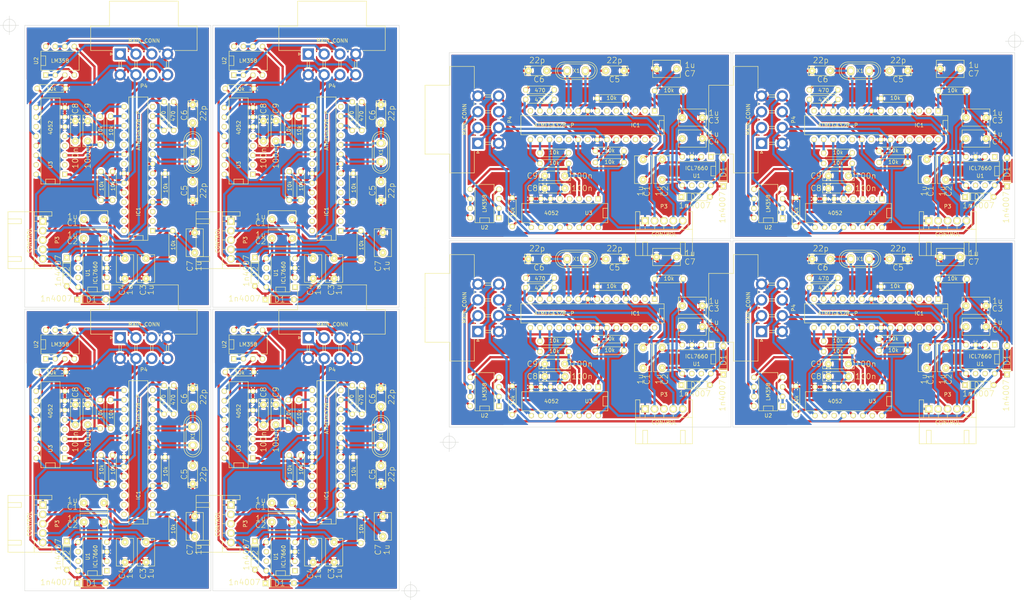
<source format=kicad_pcb>
(kicad_pcb (version 4) (host pcbnew 4.0.2+e4-6225~38~ubuntu14.04.1-stable)
  (layers (0 F.Cu power) (31 B.Cu signal) (34 B.Paste user) (35 F.Paste user) (36 B.SilkS user) (37 F.SilkS user) (38 B.Mask user) (39 F.Mask user) (44 Edge.Cuts user))
  (net 0 "")
  (net 1 "Net-(C1-Pad1)")
  (net 2 "Net-(C1-Pad2)")
  (net 3 "Net-(C2-Pad1)")
  (net 4 /Doubler_Inverter/+9V)
  (net 5 GNDREF)
  (net 6 /Doubler_Inverter/-5V)
  (net 7 "Net-(C5-Pad2)")
  (net 8 "Net-(C6-Pad2)")
  (net 9 "Net-(C7-Pad1)")
  (net 10 "/Base Arduino/CH1_ARDUINO_SIG")
  (net 11 "/Base Arduino/CH0_ARDUINO_SIG")
  (net 12 +5V)
  (net 13 "Net-(IC1-Pad2)")
  (net 14 "Net-(IC1-Pad3)")
  (net 15 "/Base Arduino/SWITCH")
  (net 16 "Net-(IC1-Pad5)")
  (net 17 "Net-(IC1-Pad6)")
  (net 18 "Net-(IC1-Pad11)")
  (net 19 "Net-(IC1-Pad12)")
  (net 20 "Net-(IC1-Pad13)")
  (net 21 "Net-(IC1-Pad14)")
  (net 22 "Net-(IC1-Pad15)")
  (net 23 "Net-(IC1-Pad16)")
  (net 24 "/Base Arduino/OUTPUT_SELECTION")
  (net 25 "Net-(IC1-Pad18)")
  (net 26 "Net-(IC1-Pad19)")
  (net 27 "Net-(IC1-Pad21)")
  (net 28 "/Base Arduino/CH0_PEDAL_SIG")
  (net 29 "/Base Arduino/CH1_PEDAL_SIG")
  (net 30 "Net-(IC1-Pad25)")
  (net 31 "Net-(IC1-Pad26)")
  (net 32 "Net-(IC1-Pad27)")
  (net 33 "Net-(IC1-Pad28)")
  (net 34 /Connectors/CH0_OUT)
  (net 35 /Connectors/CH1_OUT)
  (net 36 "/Base Arduino/LED1")
  (net 37 "/Base Arduino/LED2")
  (net 38 "Net-(U1-Pad6)")
  (net 39 "Net-(U1-Pad7)")
  (net 40 /Isolator/CH0_MUXDEMUX_OUT)
  (net 41 /Isolator/CH1_MUXDEMUX_OUT)
  (net 42 "Net-(U3-Pad2)")
  (net 43 "Net-(U3-Pad4)")
  (net 44 "Net-(U3-Pad11)")
  (net 45 "Net-(U3-Pad15)")
  (module Connect:Wafer_Horizontal15x5.8x7RM2.5-5 (layer F.Cu) (at 259.207 82.931)
    (fp_text reference P3 (at 5.0165 -3.81) (layer F.SilkS))
    (fp_text value CONTROL (at 5.08 3.556) (layer F.SilkS))
    (pad 1 thru_hole rect (at 0 0) (size 2 2) (drill 1.2) (layers *.Cu *.Mask F.SilkS) (net 5 GNDREF))
    (pad 2 thru_hole circle (at 2.5165 0) (size 2 2) (drill 1.2) (layers *.Cu *.Mask F.SilkS) (net 36 "/Base Arduino/LED1"))
    (pad 3 thru_hole circle (at 5.0165 0) (size 2 2) (drill 1.2) (layers *.Cu *.Mask F.SilkS) (net 37 "/Base Arduino/LED2"))
    (pad 4 thru_hole circle (at 7.5165 0) (size 2 2) (drill 1.2) (layers *.Cu *.Mask F.SilkS) (net 15 "/Base Arduino/SWITCH"))
    (pad 5 thru_hole circle (at 10.0165 0) (size 2 2) (drill 1.2) (layers *.Cu *.Mask F.SilkS) (net 12 +5V))
  )
  (module Connectors_Molex:Molex_MiniFit-JR-5569-08A1_2x04x4.20mm_Angled (layer F.Cu) (at 214.757 62.357 90)
    (fp_text reference P4 (at 6.3 8.5 90) (layer F.SilkS))
    (fp_text value MAIN_CONN (at 6.35 -3.556 90) (layer F.SilkS))
    (pad 1 thru_hole rect (at 0 0 90) (size 3 3) (drill 1.8) (layers *.Cu *.Mask) (net 12 +5V))
    (pad 2 thru_hole circle (at 4.2 0 90) (size 3 3) (drill 1.8) (layers *.Cu *.Mask) (net 34 /Connectors/CH0_OUT))
    (pad 3 thru_hole circle (at 8.4 0 90) (size 3 3) (drill 1.8) (layers *.Cu *.Mask) (net 35 /Connectors/CH1_OUT))
    (pad 4 thru_hole circle (at 12.6 0 90) (size 3 3) (drill 1.8) (layers *.Cu *.Mask) (net 5 GNDREF))
    (pad 5 thru_hole circle (at 0 5.5 90) (size 3 3) (drill 1.8) (layers *.Cu *.Mask) (net 5 GNDREF))
    (pad 6 thru_hole circle (at 4.2 5.5 90) (size 3 3) (drill 1.8) (layers *.Cu *.Mask) (net 28 "/Base Arduino/CH0_PEDAL_SIG"))
    (pad 7 thru_hole circle (at 8.4 5.5 90) (size 3 3) (drill 1.8) (layers *.Cu *.Mask) (net 29 "/Base Arduino/CH1_PEDAL_SIG"))
    (pad 8 thru_hole circle (at 12.6 5.5 90) (size 3 3) (drill 1.8) (layers *.Cu *.Mask) (net 12 +5V))
  )
  (module Crystals:Crystal_HC50-U_Vertical (layer F.Cu) (at 240.919 43.053)
    (fp_text reference X1 (at 0 0) (layer F.SilkS))
    (fp_text value CRYSTAL hide)
    (pad 1 thru_hole oval (at -2.44094 0) (size 1.99898 2.49936) (drill 1.19888) (layers *.Cu *.Mask F.SilkS) (net 8 "Net-(C6-Pad2)"))
    (pad 2 thru_hole oval (at 2.44094 0) (size 1.99898 2.49936) (drill 1.19888) (layers *.Cu *.Mask F.SilkS) (net 7 "Net-(C5-Pad2)"))
  )
  (module Sockets_DIP:DIP-16__300 (layer F.Cu) (at 237.871 80.899 180)
    (fp_text reference U3 (at -6.35 0 180) (layer F.SilkS))
    (fp_text value 4052 (at 3.556 0 180) (layer F.SilkS))
    (pad 1 thru_hole rect (at -8.89 3.81 180) (size 1.397 1.397) (drill 0.8128) (layers *.Cu *.Mask F.SilkS) (net 29 "/Base Arduino/CH1_PEDAL_SIG"))
    (pad 2 thru_hole circle (at -6.35 3.81 180) (size 1.397 1.397) (drill 0.8128) (layers *.Cu *.Mask F.SilkS) (net 42 "Net-(U3-Pad2)"))
    (pad 3 thru_hole circle (at -3.81 3.81 180) (size 1.397 1.397) (drill 0.8128) (layers *.Cu *.Mask F.SilkS) (net 41 /Isolator/CH1_MUXDEMUX_OUT))
    (pad 4 thru_hole circle (at -1.27 3.81 180) (size 1.397 1.397) (drill 0.8128) (layers *.Cu *.Mask F.SilkS) (net 43 "Net-(U3-Pad4)"))
    (pad 5 thru_hole circle (at 1.27 3.81 180) (size 1.397 1.397) (drill 0.8128) (layers *.Cu *.Mask F.SilkS) (net 10 "/Base Arduino/CH1_ARDUINO_SIG"))
    (pad 6 thru_hole circle (at 3.81 3.81 180) (size 1.397 1.397) (drill 0.8128) (layers *.Cu *.Mask F.SilkS) (net 5 GNDREF))
    (pad 7 thru_hole circle (at 6.35 3.81 180) (size 1.397 1.397) (drill 0.8128) (layers *.Cu *.Mask F.SilkS) (net 5 GNDREF))
    (pad 8 thru_hole circle (at 8.89 3.81 180) (size 1.397 1.397) (drill 0.8128) (layers *.Cu *.Mask F.SilkS) (net 5 GNDREF))
    (pad 9 thru_hole circle (at 8.89 -3.81 180) (size 1.397 1.397) (drill 0.8128) (layers *.Cu *.Mask F.SilkS) (net 5 GNDREF))
    (pad 10 thru_hole circle (at 6.35 -3.81 180) (size 1.397 1.397) (drill 0.8128) (layers *.Cu *.Mask F.SilkS) (net 24 "/Base Arduino/OUTPUT_SELECTION"))
    (pad 11 thru_hole circle (at 3.81 -3.81 180) (size 1.397 1.397) (drill 0.8128) (layers *.Cu *.Mask F.SilkS) (net 44 "Net-(U3-Pad11)"))
    (pad 12 thru_hole circle (at 1.27 -3.81 180) (size 1.397 1.397) (drill 0.8128) (layers *.Cu *.Mask F.SilkS) (net 28 "/Base Arduino/CH0_PEDAL_SIG"))
    (pad 13 thru_hole circle (at -1.27 -3.81 180) (size 1.397 1.397) (drill 0.8128) (layers *.Cu *.Mask F.SilkS) (net 40 /Isolator/CH0_MUXDEMUX_OUT))
    (pad 14 thru_hole circle (at -3.81 -3.81 180) (size 1.397 1.397) (drill 0.8128) (layers *.Cu *.Mask F.SilkS) (net 11 "/Base Arduino/CH0_ARDUINO_SIG"))
    (pad 15 thru_hole circle (at -6.35 -3.81 180) (size 1.397 1.397) (drill 0.8128) (layers *.Cu *.Mask F.SilkS) (net 45 "Net-(U3-Pad15)"))
    (pad 16 thru_hole circle (at -8.89 -3.81 180) (size 1.397 1.397) (drill 0.8128) (layers *.Cu *.Mask F.SilkS) (net 12 +5V))
  )
  (module Sockets_DIP:DIP-8__300 (layer F.Cu) (at 216.535 78.359 90)
    (fp_text reference U2 (at -6.35 0 180) (layer F.SilkS))
    (fp_text value LM358 (at 0 0 90) (layer F.SilkS))
    (pad 1 thru_hole rect (at -3.81 3.81 90) (size 1.397 1.397) (drill 0.8128) (layers *.Cu *.Mask F.SilkS) (net 34 /Connectors/CH0_OUT))
    (pad 2 thru_hole circle (at -1.27 3.81 90) (size 1.397 1.397) (drill 0.8128) (layers *.Cu *.Mask F.SilkS) (net 34 /Connectors/CH0_OUT))
    (pad 3 thru_hole circle (at 1.27 3.81 90) (size 1.397 1.397) (drill 0.8128) (layers *.Cu *.Mask F.SilkS) (net 40 /Isolator/CH0_MUXDEMUX_OUT))
    (pad 4 thru_hole circle (at 3.81 3.81 90) (size 1.397 1.397) (drill 0.8128) (layers *.Cu *.Mask F.SilkS) (net 6 /Doubler_Inverter/-5V))
    (pad 5 thru_hole circle (at 3.81 -3.81 90) (size 1.397 1.397) (drill 0.8128) (layers *.Cu *.Mask F.SilkS) (net 41 /Isolator/CH1_MUXDEMUX_OUT))
    (pad 6 thru_hole circle (at 1.27 -3.81 90) (size 1.397 1.397) (drill 0.8128) (layers *.Cu *.Mask F.SilkS) (net 35 /Connectors/CH1_OUT))
    (pad 7 thru_hole circle (at -1.27 -3.81 90) (size 1.397 1.397) (drill 0.8128) (layers *.Cu *.Mask F.SilkS) (net 35 /Connectors/CH1_OUT))
    (pad 8 thru_hole circle (at -3.81 -3.81 90) (size 1.397 1.397) (drill 0.8128) (layers *.Cu *.Mask F.SilkS) (net 4 /Doubler_Inverter/+9V))
  )
  (module Sockets_DIP:DIP-8__300 (layer F.Cu) (at 272.923 69.723 180)
    (fp_text reference U1 (at 0 -1.27 360) (layer F.SilkS))
    (fp_text value ICL7660 (at 0 0.762 180) (layer F.SilkS))
    (pad 1 thru_hole rect (at -3.81 3.81 180) (size 1.397 1.397) (drill 0.8128) (layers *.Cu *.Mask F.SilkS))
    (pad 2 thru_hole circle (at -1.27 3.81 180) (size 1.397 1.397) (drill 0.8128) (layers *.Cu *.Mask F.SilkS) (net 1 "Net-(C1-Pad1)"))
    (pad 3 thru_hole circle (at 1.27 3.81 180) (size 1.397 1.397) (drill 0.8128) (layers *.Cu *.Mask F.SilkS) (net 5 GNDREF))
    (pad 4 thru_hole circle (at 3.81 3.81 180) (size 1.397 1.397) (drill 0.8128) (layers *.Cu *.Mask F.SilkS) (net 2 "Net-(C1-Pad2)"))
    (pad 5 thru_hole circle (at 3.81 -3.81 180) (size 1.397 1.397) (drill 0.8128) (layers *.Cu *.Mask F.SilkS) (net 6 /Doubler_Inverter/-5V))
    (pad 6 thru_hole circle (at 1.27 -3.81 180) (size 1.397 1.397) (drill 0.8128) (layers *.Cu *.Mask F.SilkS) (net 38 "Net-(U1-Pad6)"))
    (pad 7 thru_hole circle (at -1.27 -3.81 180) (size 1.397 1.397) (drill 0.8128) (layers *.Cu *.Mask F.SilkS) (net 39 "Net-(U1-Pad7)"))
    (pad 8 thru_hole circle (at -3.81 -3.81 180) (size 1.397 1.397) (drill 0.8128) (layers *.Cu *.Mask F.SilkS) (net 12 +5V))
  )
  (module Discret:R3 (layer F.Cu) (at 235.077 64.897 180)
    (fp_text reference R9 hide)
    (fp_text value 10k (at 0 0.127 180) (layer F.SilkS))
    (pad 1 thru_hole circle (at -3.81 0 180) (size 1.397 1.397) (drill 0.8128) (layers *.Cu *.Mask F.SilkS) (net 10 "/Base Arduino/CH1_ARDUINO_SIG"))
    (pad 2 thru_hole circle (at 3.81 0 180) (size 1.397 1.397) (drill 0.8128) (layers *.Cu *.Mask F.SilkS) (net 23 "Net-(IC1-Pad16)"))
  )
  (module Discret:R3 (layer F.Cu) (at 235.077 67.691 180)
    (fp_text reference R8 hide)
    (fp_text value 10k (at 0 0.127 180) (layer F.SilkS))
    (pad 1 thru_hole circle (at -3.81 0 180) (size 1.397 1.397) (drill 0.8128) (layers *.Cu *.Mask F.SilkS) (net 11 "/Base Arduino/CH0_ARDUINO_SIG"))
    (pad 2 thru_hole circle (at 3.81 0 180) (size 1.397 1.397) (drill 0.8128) (layers *.Cu *.Mask F.SilkS) (net 22 "Net-(IC1-Pad15)"))
  )
  (module Discret:R3 (layer F.Cu) (at 249.809 67.437 180)
    (fp_text reference R7 hide)
    (fp_text value 10k (at 0 0.127 180) (layer F.SilkS))
    (pad 1 thru_hole circle (at -3.81 0 180) (size 1.397 1.397) (drill 0.8128) (layers *.Cu *.Mask F.SilkS) (net 12 +5V))
    (pad 2 thru_hole circle (at 3.81 0 180) (size 1.397 1.397) (drill 0.8128) (layers *.Cu *.Mask F.SilkS) (net 28 "/Base Arduino/CH0_PEDAL_SIG"))
  )
  (module Discret:R3 (layer F.Cu) (at 249.809 64.389 180)
    (fp_text reference R6 hide)
    (fp_text value 10k (at 0 0.127 180) (layer F.SilkS))
    (pad 1 thru_hole circle (at -3.81 0 180) (size 1.397 1.397) (drill 0.8128) (layers *.Cu *.Mask F.SilkS) (net 12 +5V))
    (pad 2 thru_hole circle (at 3.81 0 180) (size 1.397 1.397) (drill 0.8128) (layers *.Cu *.Mask F.SilkS) (net 29 "/Base Arduino/CH1_PEDAL_SIG"))
  )
  (module Discret:R3 (layer F.Cu) (at 250.317 50.419 180)
    (fp_text reference R5 hide)
    (fp_text value 10k (at 0 0.127 180) (layer F.SilkS))
    (pad 1 thru_hole circle (at -3.81 0 180) (size 1.397 1.397) (drill 0.8128) (layers *.Cu *.Mask F.SilkS) (net 15 "/Base Arduino/SWITCH"))
    (pad 2 thru_hole circle (at 3.81 0 180) (size 1.397 1.397) (drill 0.8128) (layers *.Cu *.Mask F.SilkS) (net 5 GNDREF))
  )
  (module Discret:R3 (layer F.Cu) (at 265.557 48.387 180)
    (fp_text reference R4 hide)
    (fp_text value 10k (at 0 0.127 180) (layer F.SilkS))
    (pad 1 thru_hole circle (at -3.81 0 180) (size 1.397 1.397) (drill 0.8128) (layers *.Cu *.Mask F.SilkS) (net 12 +5V))
    (pad 2 thru_hole circle (at 3.81 0 180) (size 1.397 1.397) (drill 0.8128) (layers *.Cu *.Mask F.SilkS) (net 9 "Net-(C7-Pad1)"))
  )
  (module Discret:R3 (layer F.Cu) (at 231.267 48.133)
    (fp_text reference R3 hide)
    (fp_text value 470 (at 0 0.127) (layer F.SilkS))
    (pad 1 thru_hole circle (at -3.81 0) (size 1.397 1.397) (drill 0.8128) (layers *.Cu *.Mask F.SilkS) (net 37 "/Base Arduino/LED2"))
    (pad 2 thru_hole circle (at 3.81 0) (size 1.397 1.397) (drill 0.8128) (layers *.Cu *.Mask F.SilkS) (net 20 "Net-(IC1-Pad13)"))
  )
  (module Discret:R3 (layer F.Cu) (at 231.267 50.673)
    (fp_text reference R2 hide)
    (fp_text value 470 (at 0 0.127) (layer F.SilkS))
    (pad 1 thru_hole circle (at -3.81 0) (size 1.397 1.397) (drill 0.8128) (layers *.Cu *.Mask F.SilkS) (net 36 "/Base Arduino/LED1"))
    (pad 2 thru_hole circle (at 3.81 0) (size 1.397 1.397) (drill 0.8128) (layers *.Cu *.Mask F.SilkS) (net 19 "Net-(IC1-Pad12)"))
  )
  (module Discret:R3 (layer F.Cu) (at 223.901 80.645 90)
    (fp_text reference R1 hide)
    (fp_text value 10k (at 0 0.127 90) (layer F.SilkS))
    (pad 1 thru_hole circle (at -3.81 0 90) (size 1.397 1.397) (drill 0.8128) (layers *.Cu *.Mask F.SilkS) (net 24 "/Base Arduino/OUTPUT_SELECTION"))
    (pad 2 thru_hole circle (at 3.81 0 90) (size 1.397 1.397) (drill 0.8128) (layers *.Cu *.Mask F.SilkS) (net 5 GNDREF))
  )
  (module Sockets_DIP:DIP-28__300 (layer F.Cu) (at 245.237 57.531 180)
    (fp_text reference IC1 (at -11.43 0 180) (layer F.SilkS))
    (fp_text value ATMEGA328-P (at 10.16 0 180) (layer F.SilkS))
    (pad 2 thru_hole circle (at -13.97 3.81 180) (size 1.397 1.397) (drill 0.8128) (layers *.Cu *.Mask F.SilkS) (net 13 "Net-(IC1-Pad2)"))
    (pad 3 thru_hole circle (at -11.43 3.81 180) (size 1.397 1.397) (drill 0.8128) (layers *.Cu *.Mask F.SilkS) (net 14 "Net-(IC1-Pad3)"))
    (pad 4 thru_hole circle (at -8.89 3.81 180) (size 1.397 1.397) (drill 0.8128) (layers *.Cu *.Mask F.SilkS) (net 15 "/Base Arduino/SWITCH"))
    (pad 5 thru_hole circle (at -6.35 3.81 180) (size 1.397 1.397) (drill 0.8128) (layers *.Cu *.Mask F.SilkS) (net 16 "Net-(IC1-Pad5)"))
    (pad 6 thru_hole circle (at -3.81 3.81 180) (size 1.397 1.397) (drill 0.8128) (layers *.Cu *.Mask F.SilkS) (net 17 "Net-(IC1-Pad6)"))
    (pad 7 thru_hole circle (at -1.27 3.81 180) (size 1.397 1.397) (drill 0.8128) (layers *.Cu *.Mask F.SilkS) (net 12 +5V))
    (pad 8 thru_hole circle (at 1.27 3.81 180) (size 1.397 1.397) (drill 0.8128) (layers *.Cu *.Mask F.SilkS) (net 5 GNDREF))
    (pad 9 thru_hole circle (at 3.81 3.81 180) (size 1.397 1.397) (drill 0.8128) (layers *.Cu *.Mask F.SilkS) (net 7 "Net-(C5-Pad2)"))
    (pad 10 thru_hole circle (at 6.35 3.81 180) (size 1.397 1.397) (drill 0.8128) (layers *.Cu *.Mask F.SilkS) (net 8 "Net-(C6-Pad2)"))
    (pad 11 thru_hole circle (at 8.89 3.81 180) (size 1.397 1.397) (drill 0.8128) (layers *.Cu *.Mask F.SilkS) (net 18 "Net-(IC1-Pad11)"))
    (pad 12 thru_hole circle (at 11.43 3.81 180) (size 1.397 1.397) (drill 0.8128) (layers *.Cu *.Mask F.SilkS) (net 19 "Net-(IC1-Pad12)"))
    (pad 13 thru_hole circle (at 13.97 3.81 180) (size 1.397 1.397) (drill 0.8128) (layers *.Cu *.Mask F.SilkS) (net 20 "Net-(IC1-Pad13)"))
    (pad 14 thru_hole circle (at 16.51 3.81 180) (size 1.397 1.397) (drill 0.8128) (layers *.Cu *.Mask F.SilkS) (net 21 "Net-(IC1-Pad14)"))
    (pad 1 thru_hole rect (at -16.51 3.81 180) (size 1.397 1.397) (drill 0.8128) (layers *.Cu *.Mask F.SilkS) (net 9 "Net-(C7-Pad1)"))
    (pad 15 thru_hole circle (at 16.51 -3.81 180) (size 1.397 1.397) (drill 0.8128) (layers *.Cu *.Mask F.SilkS) (net 22 "Net-(IC1-Pad15)"))
    (pad 16 thru_hole circle (at 13.97 -3.81 180) (size 1.397 1.397) (drill 0.8128) (layers *.Cu *.Mask F.SilkS) (net 23 "Net-(IC1-Pad16)"))
    (pad 17 thru_hole circle (at 11.43 -3.81 180) (size 1.397 1.397) (drill 0.8128) (layers *.Cu *.Mask F.SilkS) (net 24 "/Base Arduino/OUTPUT_SELECTION"))
    (pad 18 thru_hole circle (at 8.89 -3.81 180) (size 1.397 1.397) (drill 0.8128) (layers *.Cu *.Mask F.SilkS) (net 25 "Net-(IC1-Pad18)"))
    (pad 19 thru_hole circle (at 6.35 -3.81 180) (size 1.397 1.397) (drill 0.8128) (layers *.Cu *.Mask F.SilkS) (net 26 "Net-(IC1-Pad19)"))
    (pad 20 thru_hole circle (at 3.81 -3.81 180) (size 1.397 1.397) (drill 0.8128) (layers *.Cu *.Mask F.SilkS) (net 12 +5V))
    (pad 21 thru_hole circle (at 1.27 -3.81 180) (size 1.397 1.397) (drill 0.8128) (layers *.Cu *.Mask F.SilkS) (net 27 "Net-(IC1-Pad21)"))
    (pad 22 thru_hole circle (at -1.27 -3.81 180) (size 1.397 1.397) (drill 0.8128) (layers *.Cu *.Mask F.SilkS) (net 5 GNDREF))
    (pad 23 thru_hole circle (at -3.81 -3.81 180) (size 1.397 1.397) (drill 0.8128) (layers *.Cu *.Mask F.SilkS) (net 28 "/Base Arduino/CH0_PEDAL_SIG"))
    (pad 24 thru_hole circle (at -6.35 -3.81 180) (size 1.397 1.397) (drill 0.8128) (layers *.Cu *.Mask F.SilkS) (net 29 "/Base Arduino/CH1_PEDAL_SIG"))
    (pad 25 thru_hole circle (at -8.89 -3.81 180) (size 1.397 1.397) (drill 0.8128) (layers *.Cu *.Mask F.SilkS) (net 30 "Net-(IC1-Pad25)"))
    (pad 26 thru_hole circle (at -11.43 -3.81 180) (size 1.397 1.397) (drill 0.8128) (layers *.Cu *.Mask F.SilkS) (net 31 "Net-(IC1-Pad26)"))
    (pad 27 thru_hole circle (at -13.97 -3.81 180) (size 1.397 1.397) (drill 0.8128) (layers *.Cu *.Mask F.SilkS) (net 32 "Net-(IC1-Pad27)"))
    (pad 28 thru_hole circle (at -16.51 -3.81 180) (size 1.397 1.397) (drill 0.8128) (layers *.Cu *.Mask F.SilkS) (net 33 "Net-(IC1-Pad28)"))
  )
  (module ArduBooster_Library:DIODE (layer F.Cu) (at 272.669 74.549 180)
    (fp_text reference D2 (at 0 -2.032 180) (layer F.SilkS) (effects (font (size 1.5 1.5))))
    (fp_text value 1n4007 (at 0.254 -4.318 180) (layer F.SilkS) (effects (font (size 1.5 1.5))))
    (pad 1 thru_hole circle (at -3.81 -2.032 180) (size 1.524 1.524) (drill 0.762) (layers *.Cu *.Mask F.SilkS) (net 3 "Net-(C2-Pad1)"))
    (pad 2 thru_hole rect (at 3.81 -2.032 180) (size 1.524 1.524) (drill 0.762) (layers *.Cu *.Mask F.SilkS) (net 4 /Doubler_Inverter/+9V))
  )
  (module ArduBooster_Library:DIODE (layer F.Cu) (at 278.003 69.977 270)
    (fp_text reference D1 (at 0 -2.032 270) (layer F.SilkS) (effects (font (size 1.5 1.5))))
    (fp_text value 1n4007 (at 9.398 -1.778 270) (layer F.SilkS) (effects (font (size 1.5 1.5))))
    (pad 1 thru_hole circle (at -3.81 -2.032 270) (size 1.524 1.524) (drill 0.762) (layers *.Cu *.Mask F.SilkS) (net 12 +5V))
    (pad 2 thru_hole rect (at 3.81 -2.032 270) (size 1.524 1.524) (drill 0.762) (layers *.Cu *.Mask F.SilkS) (net 3 "Net-(C2-Pad1)"))
  )
  (module ArduBooster_Library:CAP_MID (layer F.Cu) (at 235.077 68.961 180)
    (fp_text reference C9 (at 5.842 -2.032 180) (layer F.SilkS) (effects (font (size 1.5 1.5))))
    (fp_text value 100n (at -7.366 -2.032 180) (layer F.SilkS) (effects (font (size 1.5 1.5))))
    (pad 1 thru_hole circle (at -2.794 -2.032 180) (size 1.9 1.9) (drill 0.7) (layers *.Cu *.Mask F.SilkS) (net 11 "/Base Arduino/CH0_ARDUINO_SIG"))
    (pad 2 thru_hole circle (at 2.54 -2.032 180) (size 1.9 1.9) (drill 0.7) (layers *.Cu *.Mask F.SilkS) (net 5 GNDREF))
  )
  (module ArduBooster_Library:CAP_MID (layer F.Cu) (at 235.077 72.263 180)
    (fp_text reference C8 (at 5.842 -2.032 180) (layer F.SilkS) (effects (font (size 1.5 1.5))))
    (fp_text value 100n (at -7.366 -2.032 180) (layer F.SilkS) (effects (font (size 1.5 1.5))))
    (pad 1 thru_hole circle (at -2.794 -2.032 180) (size 1.9 1.9) (drill 0.7) (layers *.Cu *.Mask F.SilkS) (net 10 "/Base Arduino/CH1_ARDUINO_SIG"))
    (pad 2 thru_hole circle (at 2.54 -2.032 180) (size 1.9 1.9) (drill 0.7) (layers *.Cu *.Mask F.SilkS) (net 5 GNDREF))
  )
  (module ArduBooster_Library:CAP_BIG (layer F.Cu) (at 264.795 39.497 180)
    (fp_text reference C7 (at -6.35 -4.318 180) (layer F.SilkS) (effects (font (size 1.5 1.5))))
    (fp_text value 1u (at -6.35 -2.032 180) (layer F.SilkS) (effects (font (size 1.5 1.5))))
    (pad 1 thru_hole circle (at -2.794 -3.048 180) (size 1.9 1.9) (drill 0.7) (layers *.Cu *.Mask F.SilkS) (net 9 "Net-(C7-Pad1)"))
    (pad 2 thru_hole circle (at 2.54 -3.048 180) (size 1.9 1.9) (drill 0.7) (layers *.Cu *.Mask F.SilkS) (net 5 GNDREF))
  )
  (module ArduBooster_Library:CAP_SMALL (layer F.Cu) (at 230.505 45.085)
    (fp_text reference C6 (at 0.508 0.254) (layer F.SilkS) (effects (font (size 1.5 1.5))))
    (fp_text value 22p (at 0 -4.826) (layer F.SilkS) (effects (font (size 1.5 1.5))))
    (pad 1 thru_hole circle (at -2.286 -2.032) (size 1.9 1.9) (drill 0.7) (layers *.Cu *.Mask F.SilkS) (net 5 GNDREF))
    (pad 2 thru_hole circle (at 2.54 -2.032) (size 1.9 1.9) (drill 0.7) (layers *.Cu *.Mask F.SilkS) (net 8 "Net-(C6-Pad2)"))
  )
  (module ArduBooster_Library:CAP_SMALL (layer F.Cu) (at 251.333 41.021 180)
    (fp_text reference C5 (at 0.254 -4.318 180) (layer F.SilkS) (effects (font (size 1.5 1.5))))
    (fp_text value 22p (at 0.254 0.762 180) (layer F.SilkS) (effects (font (size 1.5 1.5))))
    (pad 1 thru_hole circle (at -2.286 -2.032 180) (size 1.9 1.9) (drill 0.7) (layers *.Cu *.Mask F.SilkS) (net 5 GNDREF))
    (pad 2 thru_hole circle (at 2.54 -2.032 180) (size 1.9 1.9) (drill 0.7) (layers *.Cu *.Mask F.SilkS) (net 7 "Net-(C5-Pad2)"))
  )
  (module ArduBooster_Library:CAP_BIG (layer F.Cu) (at 271.907 64.135)
    (fp_text reference C4 (at 5.588 -2.286) (layer F.SilkS) (effects (font (size 1.5 1.5))))
    (fp_text value 1u (at 5.588 -4.318) (layer F.SilkS) (effects (font (size 1.5 1.5))))
    (pad 1 thru_hole circle (at -2.794 -3.048) (size 1.9 1.9) (drill 0.7) (layers *.Cu *.Mask F.SilkS) (net 6 /Doubler_Inverter/-5V))
    (pad 2 thru_hole circle (at 2.54 -3.048) (size 1.9 1.9) (drill 0.7) (layers *.Cu *.Mask F.SilkS) (net 5 GNDREF))
  )
  (module ArduBooster_Library:CAP_BIG (layer F.Cu) (at 271.907 58.547)
    (fp_text reference C3 (at 5.588 -2.286) (layer F.SilkS) (effects (font (size 1.5 1.5))))
    (fp_text value 1u (at 5.588 -4.318) (layer F.SilkS) (effects (font (size 1.5 1.5))))
    (pad 1 thru_hole circle (at -2.794 -3.048) (size 1.9 1.9) (drill 0.7) (layers *.Cu *.Mask F.SilkS) (net 4 /Doubler_Inverter/+9V))
    (pad 2 thru_hole circle (at 2.54 -3.048) (size 1.9 1.9) (drill 0.7) (layers *.Cu *.Mask F.SilkS) (net 5 GNDREF))
  )
  (module ArduBooster_Library:CAP_BIG (layer F.Cu) (at 266.827 69.215 90)
    (fp_text reference C2 (at -5.842 -2.286 90) (layer F.SilkS) (effects (font (size 1.5 1.5))))
    (fp_text value 1u (at -5.842 -4.064 90) (layer F.SilkS) (effects (font (size 1.5 1.5))))
    (pad 1 thru_hole circle (at -2.794 -3.048 90) (size 1.9 1.9) (drill 0.7) (layers *.Cu *.Mask F.SilkS) (net 3 "Net-(C2-Pad1)"))
    (pad 2 thru_hole circle (at 2.54 -3.048 90) (size 1.9 1.9) (drill 0.7) (layers *.Cu *.Mask F.SilkS) (net 1 "Net-(C1-Pad1)"))
  )
  (module ArduBooster_Library:CAP_BIG (layer F.Cu) (at 261.747 69.215 90)
    (fp_text reference C1 (at -5.842 -2.032 90) (layer F.SilkS) (effects (font (size 1.5 1.5))))
    (fp_text value 1u (at -5.842 -3.81 90) (layer F.SilkS) (effects (font (size 1.5 1.5))))
    (pad 1 thru_hole circle (at -2.794 -3.048 90) (size 1.9 1.9) (drill 0.7) (layers *.Cu *.Mask F.SilkS) (net 1 "Net-(C1-Pad1)"))
    (pad 2 thru_hole circle (at 2.54 -3.048 90) (size 1.9 1.9) (drill 0.7) (layers *.Cu *.Mask F.SilkS) (net 2 "Net-(C1-Pad2)"))
  )
  (module ArduBooster_Library:CAP_BIG (layer F.Cu) (at 186.309 69.215 90)
    (fp_text reference C1 (at -5.842 -2.032 90) (layer F.SilkS) (effects (font (size 1.5 1.5))))
    (fp_text value 1u (at -5.842 -3.81 90) (layer F.SilkS) (effects (font (size 1.5 1.5))))
    (pad 1 thru_hole circle (at -2.794 -3.048 90) (size 1.9 1.9) (drill 0.7) (layers *.Cu *.Mask F.SilkS) (net 1 "Net-(C1-Pad1)"))
    (pad 2 thru_hole circle (at 2.54 -3.048 90) (size 1.9 1.9) (drill 0.7) (layers *.Cu *.Mask F.SilkS) (net 2 "Net-(C1-Pad2)"))
  )
  (module ArduBooster_Library:CAP_BIG (layer F.Cu) (at 191.389 69.215 90)
    (fp_text reference C2 (at -5.842 -2.286 90) (layer F.SilkS) (effects (font (size 1.5 1.5))))
    (fp_text value 1u (at -5.842 -4.064 90) (layer F.SilkS) (effects (font (size 1.5 1.5))))
    (pad 1 thru_hole circle (at -2.794 -3.048 90) (size 1.9 1.9) (drill 0.7) (layers *.Cu *.Mask F.SilkS) (net 3 "Net-(C2-Pad1)"))
    (pad 2 thru_hole circle (at 2.54 -3.048 90) (size 1.9 1.9) (drill 0.7) (layers *.Cu *.Mask F.SilkS) (net 1 "Net-(C1-Pad1)"))
  )
  (module ArduBooster_Library:CAP_BIG (layer F.Cu) (at 196.469 58.547)
    (fp_text reference C3 (at 5.588 -2.286) (layer F.SilkS) (effects (font (size 1.5 1.5))))
    (fp_text value 1u (at 5.588 -4.318) (layer F.SilkS) (effects (font (size 1.5 1.5))))
    (pad 1 thru_hole circle (at -2.794 -3.048) (size 1.9 1.9) (drill 0.7) (layers *.Cu *.Mask F.SilkS) (net 4 /Doubler_Inverter/+9V))
    (pad 2 thru_hole circle (at 2.54 -3.048) (size 1.9 1.9) (drill 0.7) (layers *.Cu *.Mask F.SilkS) (net 5 GNDREF))
  )
  (module ArduBooster_Library:CAP_BIG (layer F.Cu) (at 196.469 64.135)
    (fp_text reference C4 (at 5.588 -2.286) (layer F.SilkS) (effects (font (size 1.5 1.5))))
    (fp_text value 1u (at 5.588 -4.318) (layer F.SilkS) (effects (font (size 1.5 1.5))))
    (pad 1 thru_hole circle (at -2.794 -3.048) (size 1.9 1.9) (drill 0.7) (layers *.Cu *.Mask F.SilkS) (net 6 /Doubler_Inverter/-5V))
    (pad 2 thru_hole circle (at 2.54 -3.048) (size 1.9 1.9) (drill 0.7) (layers *.Cu *.Mask F.SilkS) (net 5 GNDREF))
  )
  (module ArduBooster_Library:CAP_SMALL (layer F.Cu) (at 175.895 41.021 180)
    (fp_text reference C5 (at 0.254 -4.318 180) (layer F.SilkS) (effects (font (size 1.5 1.5))))
    (fp_text value 22p (at 0.254 0.762 180) (layer F.SilkS) (effects (font (size 1.5 1.5))))
    (pad 1 thru_hole circle (at -2.286 -2.032 180) (size 1.9 1.9) (drill 0.7) (layers *.Cu *.Mask F.SilkS) (net 5 GNDREF))
    (pad 2 thru_hole circle (at 2.54 -2.032 180) (size 1.9 1.9) (drill 0.7) (layers *.Cu *.Mask F.SilkS) (net 7 "Net-(C5-Pad2)"))
  )
  (module ArduBooster_Library:CAP_SMALL (layer F.Cu) (at 155.067 45.085)
    (fp_text reference C6 (at 0.508 0.254) (layer F.SilkS) (effects (font (size 1.5 1.5))))
    (fp_text value 22p (at 0 -4.826) (layer F.SilkS) (effects (font (size 1.5 1.5))))
    (pad 1 thru_hole circle (at -2.286 -2.032) (size 1.9 1.9) (drill 0.7) (layers *.Cu *.Mask F.SilkS) (net 5 GNDREF))
    (pad 2 thru_hole circle (at 2.54 -2.032) (size 1.9 1.9) (drill 0.7) (layers *.Cu *.Mask F.SilkS) (net 8 "Net-(C6-Pad2)"))
  )
  (module ArduBooster_Library:CAP_BIG (layer F.Cu) (at 189.357 39.497 180)
    (fp_text reference C7 (at -6.35 -4.318 180) (layer F.SilkS) (effects (font (size 1.5 1.5))))
    (fp_text value 1u (at -6.35 -2.032 180) (layer F.SilkS) (effects (font (size 1.5 1.5))))
    (pad 1 thru_hole circle (at -2.794 -3.048 180) (size 1.9 1.9) (drill 0.7) (layers *.Cu *.Mask F.SilkS) (net 9 "Net-(C7-Pad1)"))
    (pad 2 thru_hole circle (at 2.54 -3.048 180) (size 1.9 1.9) (drill 0.7) (layers *.Cu *.Mask F.SilkS) (net 5 GNDREF))
  )
  (module ArduBooster_Library:CAP_MID (layer F.Cu) (at 159.639 72.263 180)
    (fp_text reference C8 (at 5.842 -2.032 180) (layer F.SilkS) (effects (font (size 1.5 1.5))))
    (fp_text value 100n (at -7.366 -2.032 180) (layer F.SilkS) (effects (font (size 1.5 1.5))))
    (pad 1 thru_hole circle (at -2.794 -2.032 180) (size 1.9 1.9) (drill 0.7) (layers *.Cu *.Mask F.SilkS) (net 10 "/Base Arduino/CH1_ARDUINO_SIG"))
    (pad 2 thru_hole circle (at 2.54 -2.032 180) (size 1.9 1.9) (drill 0.7) (layers *.Cu *.Mask F.SilkS) (net 5 GNDREF))
  )
  (module ArduBooster_Library:CAP_MID (layer F.Cu) (at 159.639 68.961 180)
    (fp_text reference C9 (at 5.842 -2.032 180) (layer F.SilkS) (effects (font (size 1.5 1.5))))
    (fp_text value 100n (at -7.366 -2.032 180) (layer F.SilkS) (effects (font (size 1.5 1.5))))
    (pad 1 thru_hole circle (at -2.794 -2.032 180) (size 1.9 1.9) (drill 0.7) (layers *.Cu *.Mask F.SilkS) (net 11 "/Base Arduino/CH0_ARDUINO_SIG"))
    (pad 2 thru_hole circle (at 2.54 -2.032 180) (size 1.9 1.9) (drill 0.7) (layers *.Cu *.Mask F.SilkS) (net 5 GNDREF))
  )
  (module ArduBooster_Library:DIODE (layer F.Cu) (at 202.565 69.977 270)
    (fp_text reference D1 (at 0 -2.032 270) (layer F.SilkS) (effects (font (size 1.5 1.5))))
    (fp_text value 1n4007 (at 9.398 -1.778 270) (layer F.SilkS) (effects (font (size 1.5 1.5))))
    (pad 1 thru_hole circle (at -3.81 -2.032 270) (size 1.524 1.524) (drill 0.762) (layers *.Cu *.Mask F.SilkS) (net 12 +5V))
    (pad 2 thru_hole rect (at 3.81 -2.032 270) (size 1.524 1.524) (drill 0.762) (layers *.Cu *.Mask F.SilkS) (net 3 "Net-(C2-Pad1)"))
  )
  (module ArduBooster_Library:DIODE (layer F.Cu) (at 197.231 74.549 180)
    (fp_text reference D2 (at 0 -2.032 180) (layer F.SilkS) (effects (font (size 1.5 1.5))))
    (fp_text value 1n4007 (at 0.254 -4.318 180) (layer F.SilkS) (effects (font (size 1.5 1.5))))
    (pad 1 thru_hole circle (at -3.81 -2.032 180) (size 1.524 1.524) (drill 0.762) (layers *.Cu *.Mask F.SilkS) (net 3 "Net-(C2-Pad1)"))
    (pad 2 thru_hole rect (at 3.81 -2.032 180) (size 1.524 1.524) (drill 0.762) (layers *.Cu *.Mask F.SilkS) (net 4 /Doubler_Inverter/+9V))
  )
  (module Sockets_DIP:DIP-28__300 (layer F.Cu) (at 169.799 57.531 180)
    (fp_text reference IC1 (at -11.43 0 180) (layer F.SilkS))
    (fp_text value ATMEGA328-P (at 10.16 0 180) (layer F.SilkS))
    (pad 2 thru_hole circle (at -13.97 3.81 180) (size 1.397 1.397) (drill 0.8128) (layers *.Cu *.Mask F.SilkS) (net 13 "Net-(IC1-Pad2)"))
    (pad 3 thru_hole circle (at -11.43 3.81 180) (size 1.397 1.397) (drill 0.8128) (layers *.Cu *.Mask F.SilkS) (net 14 "Net-(IC1-Pad3)"))
    (pad 4 thru_hole circle (at -8.89 3.81 180) (size 1.397 1.397) (drill 0.8128) (layers *.Cu *.Mask F.SilkS) (net 15 "/Base Arduino/SWITCH"))
    (pad 5 thru_hole circle (at -6.35 3.81 180) (size 1.397 1.397) (drill 0.8128) (layers *.Cu *.Mask F.SilkS) (net 16 "Net-(IC1-Pad5)"))
    (pad 6 thru_hole circle (at -3.81 3.81 180) (size 1.397 1.397) (drill 0.8128) (layers *.Cu *.Mask F.SilkS) (net 17 "Net-(IC1-Pad6)"))
    (pad 7 thru_hole circle (at -1.27 3.81 180) (size 1.397 1.397) (drill 0.8128) (layers *.Cu *.Mask F.SilkS) (net 12 +5V))
    (pad 8 thru_hole circle (at 1.27 3.81 180) (size 1.397 1.397) (drill 0.8128) (layers *.Cu *.Mask F.SilkS) (net 5 GNDREF))
    (pad 9 thru_hole circle (at 3.81 3.81 180) (size 1.397 1.397) (drill 0.8128) (layers *.Cu *.Mask F.SilkS) (net 7 "Net-(C5-Pad2)"))
    (pad 10 thru_hole circle (at 6.35 3.81 180) (size 1.397 1.397) (drill 0.8128) (layers *.Cu *.Mask F.SilkS) (net 8 "Net-(C6-Pad2)"))
    (pad 11 thru_hole circle (at 8.89 3.81 180) (size 1.397 1.397) (drill 0.8128) (layers *.Cu *.Mask F.SilkS) (net 18 "Net-(IC1-Pad11)"))
    (pad 12 thru_hole circle (at 11.43 3.81 180) (size 1.397 1.397) (drill 0.8128) (layers *.Cu *.Mask F.SilkS) (net 19 "Net-(IC1-Pad12)"))
    (pad 13 thru_hole circle (at 13.97 3.81 180) (size 1.397 1.397) (drill 0.8128) (layers *.Cu *.Mask F.SilkS) (net 20 "Net-(IC1-Pad13)"))
    (pad 14 thru_hole circle (at 16.51 3.81 180) (size 1.397 1.397) (drill 0.8128) (layers *.Cu *.Mask F.SilkS) (net 21 "Net-(IC1-Pad14)"))
    (pad 1 thru_hole rect (at -16.51 3.81 180) (size 1.397 1.397) (drill 0.8128) (layers *.Cu *.Mask F.SilkS) (net 9 "Net-(C7-Pad1)"))
    (pad 15 thru_hole circle (at 16.51 -3.81 180) (size 1.397 1.397) (drill 0.8128) (layers *.Cu *.Mask F.SilkS) (net 22 "Net-(IC1-Pad15)"))
    (pad 16 thru_hole circle (at 13.97 -3.81 180) (size 1.397 1.397) (drill 0.8128) (layers *.Cu *.Mask F.SilkS) (net 23 "Net-(IC1-Pad16)"))
    (pad 17 thru_hole circle (at 11.43 -3.81 180) (size 1.397 1.397) (drill 0.8128) (layers *.Cu *.Mask F.SilkS) (net 24 "/Base Arduino/OUTPUT_SELECTION"))
    (pad 18 thru_hole circle (at 8.89 -3.81 180) (size 1.397 1.397) (drill 0.8128) (layers *.Cu *.Mask F.SilkS) (net 25 "Net-(IC1-Pad18)"))
    (pad 19 thru_hole circle (at 6.35 -3.81 180) (size 1.397 1.397) (drill 0.8128) (layers *.Cu *.Mask F.SilkS) (net 26 "Net-(IC1-Pad19)"))
    (pad 20 thru_hole circle (at 3.81 -3.81 180) (size 1.397 1.397) (drill 0.8128) (layers *.Cu *.Mask F.SilkS) (net 12 +5V))
    (pad 21 thru_hole circle (at 1.27 -3.81 180) (size 1.397 1.397) (drill 0.8128) (layers *.Cu *.Mask F.SilkS) (net 27 "Net-(IC1-Pad21)"))
    (pad 22 thru_hole circle (at -1.27 -3.81 180) (size 1.397 1.397) (drill 0.8128) (layers *.Cu *.Mask F.SilkS) (net 5 GNDREF))
    (pad 23 thru_hole circle (at -3.81 -3.81 180) (size 1.397 1.397) (drill 0.8128) (layers *.Cu *.Mask F.SilkS) (net 28 "/Base Arduino/CH0_PEDAL_SIG"))
    (pad 24 thru_hole circle (at -6.35 -3.81 180) (size 1.397 1.397) (drill 0.8128) (layers *.Cu *.Mask F.SilkS) (net 29 "/Base Arduino/CH1_PEDAL_SIG"))
    (pad 25 thru_hole circle (at -8.89 -3.81 180) (size 1.397 1.397) (drill 0.8128) (layers *.Cu *.Mask F.SilkS) (net 30 "Net-(IC1-Pad25)"))
    (pad 26 thru_hole circle (at -11.43 -3.81 180) (size 1.397 1.397) (drill 0.8128) (layers *.Cu *.Mask F.SilkS) (net 31 "Net-(IC1-Pad26)"))
    (pad 27 thru_hole circle (at -13.97 -3.81 180) (size 1.397 1.397) (drill 0.8128) (layers *.Cu *.Mask F.SilkS) (net 32 "Net-(IC1-Pad27)"))
    (pad 28 thru_hole circle (at -16.51 -3.81 180) (size 1.397 1.397) (drill 0.8128) (layers *.Cu *.Mask F.SilkS) (net 33 "Net-(IC1-Pad28)"))
  )
  (module Discret:R3 (layer F.Cu) (at 148.463 80.645 90)
    (fp_text reference R1 hide)
    (fp_text value 10k (at 0 0.127 90) (layer F.SilkS))
    (pad 1 thru_hole circle (at -3.81 0 90) (size 1.397 1.397) (drill 0.8128) (layers *.Cu *.Mask F.SilkS) (net 24 "/Base Arduino/OUTPUT_SELECTION"))
    (pad 2 thru_hole circle (at 3.81 0 90) (size 1.397 1.397) (drill 0.8128) (layers *.Cu *.Mask F.SilkS) (net 5 GNDREF))
  )
  (module Discret:R3 (layer F.Cu) (at 155.829 50.673)
    (fp_text reference R2 hide)
    (fp_text value 470 (at 0 0.127) (layer F.SilkS))
    (pad 1 thru_hole circle (at -3.81 0) (size 1.397 1.397) (drill 0.8128) (layers *.Cu *.Mask F.SilkS) (net 36 "/Base Arduino/LED1"))
    (pad 2 thru_hole circle (at 3.81 0) (size 1.397 1.397) (drill 0.8128) (layers *.Cu *.Mask F.SilkS) (net 19 "Net-(IC1-Pad12)"))
  )
  (module Discret:R3 (layer F.Cu) (at 155.829 48.133)
    (fp_text reference R3 hide)
    (fp_text value 470 (at 0 0.127) (layer F.SilkS))
    (pad 1 thru_hole circle (at -3.81 0) (size 1.397 1.397) (drill 0.8128) (layers *.Cu *.Mask F.SilkS) (net 37 "/Base Arduino/LED2"))
    (pad 2 thru_hole circle (at 3.81 0) (size 1.397 1.397) (drill 0.8128) (layers *.Cu *.Mask F.SilkS) (net 20 "Net-(IC1-Pad13)"))
  )
  (module Discret:R3 (layer F.Cu) (at 190.119 48.387 180)
    (fp_text reference R4 hide)
    (fp_text value 10k (at 0 0.127 180) (layer F.SilkS))
    (pad 1 thru_hole circle (at -3.81 0 180) (size 1.397 1.397) (drill 0.8128) (layers *.Cu *.Mask F.SilkS) (net 12 +5V))
    (pad 2 thru_hole circle (at 3.81 0 180) (size 1.397 1.397) (drill 0.8128) (layers *.Cu *.Mask F.SilkS) (net 9 "Net-(C7-Pad1)"))
  )
  (module Discret:R3 (layer F.Cu) (at 174.879 50.419 180)
    (fp_text reference R5 hide)
    (fp_text value 10k (at 0 0.127 180) (layer F.SilkS))
    (pad 1 thru_hole circle (at -3.81 0 180) (size 1.397 1.397) (drill 0.8128) (layers *.Cu *.Mask F.SilkS) (net 15 "/Base Arduino/SWITCH"))
    (pad 2 thru_hole circle (at 3.81 0 180) (size 1.397 1.397) (drill 0.8128) (layers *.Cu *.Mask F.SilkS) (net 5 GNDREF))
  )
  (module Discret:R3 (layer F.Cu) (at 174.371 64.389 180)
    (fp_text reference R6 hide)
    (fp_text value 10k (at 0 0.127 180) (layer F.SilkS))
    (pad 1 thru_hole circle (at -3.81 0 180) (size 1.397 1.397) (drill 0.8128) (layers *.Cu *.Mask F.SilkS) (net 12 +5V))
    (pad 2 thru_hole circle (at 3.81 0 180) (size 1.397 1.397) (drill 0.8128) (layers *.Cu *.Mask F.SilkS) (net 29 "/Base Arduino/CH1_PEDAL_SIG"))
  )
  (module Discret:R3 (layer F.Cu) (at 174.371 67.437 180)
    (fp_text reference R7 hide)
    (fp_text value 10k (at 0 0.127 180) (layer F.SilkS))
    (pad 1 thru_hole circle (at -3.81 0 180) (size 1.397 1.397) (drill 0.8128) (layers *.Cu *.Mask F.SilkS) (net 12 +5V))
    (pad 2 thru_hole circle (at 3.81 0 180) (size 1.397 1.397) (drill 0.8128) (layers *.Cu *.Mask F.SilkS) (net 28 "/Base Arduino/CH0_PEDAL_SIG"))
  )
  (module Discret:R3 (layer F.Cu) (at 159.639 67.691 180)
    (fp_text reference R8 hide)
    (fp_text value 10k (at 0 0.127 180) (layer F.SilkS))
    (pad 1 thru_hole circle (at -3.81 0 180) (size 1.397 1.397) (drill 0.8128) (layers *.Cu *.Mask F.SilkS) (net 11 "/Base Arduino/CH0_ARDUINO_SIG"))
    (pad 2 thru_hole circle (at 3.81 0 180) (size 1.397 1.397) (drill 0.8128) (layers *.Cu *.Mask F.SilkS) (net 22 "Net-(IC1-Pad15)"))
  )
  (module Discret:R3 (layer F.Cu) (at 159.639 64.897 180)
    (fp_text reference R9 hide)
    (fp_text value 10k (at 0 0.127 180) (layer F.SilkS))
    (pad 1 thru_hole circle (at -3.81 0 180) (size 1.397 1.397) (drill 0.8128) (layers *.Cu *.Mask F.SilkS) (net 10 "/Base Arduino/CH1_ARDUINO_SIG"))
    (pad 2 thru_hole circle (at 3.81 0 180) (size 1.397 1.397) (drill 0.8128) (layers *.Cu *.Mask F.SilkS) (net 23 "Net-(IC1-Pad16)"))
  )
  (module Sockets_DIP:DIP-8__300 (layer F.Cu) (at 197.485 69.723 180)
    (fp_text reference U1 (at 0 -1.27 360) (layer F.SilkS))
    (fp_text value ICL7660 (at 0 0.762 180) (layer F.SilkS))
    (pad 1 thru_hole rect (at -3.81 3.81 180) (size 1.397 1.397) (drill 0.8128) (layers *.Cu *.Mask F.SilkS))
    (pad 2 thru_hole circle (at -1.27 3.81 180) (size 1.397 1.397) (drill 0.8128) (layers *.Cu *.Mask F.SilkS) (net 1 "Net-(C1-Pad1)"))
    (pad 3 thru_hole circle (at 1.27 3.81 180) (size 1.397 1.397) (drill 0.8128) (layers *.Cu *.Mask F.SilkS) (net 5 GNDREF))
    (pad 4 thru_hole circle (at 3.81 3.81 180) (size 1.397 1.397) (drill 0.8128) (layers *.Cu *.Mask F.SilkS) (net 2 "Net-(C1-Pad2)"))
    (pad 5 thru_hole circle (at 3.81 -3.81 180) (size 1.397 1.397) (drill 0.8128) (layers *.Cu *.Mask F.SilkS) (net 6 /Doubler_Inverter/-5V))
    (pad 6 thru_hole circle (at 1.27 -3.81 180) (size 1.397 1.397) (drill 0.8128) (layers *.Cu *.Mask F.SilkS) (net 38 "Net-(U1-Pad6)"))
    (pad 7 thru_hole circle (at -1.27 -3.81 180) (size 1.397 1.397) (drill 0.8128) (layers *.Cu *.Mask F.SilkS) (net 39 "Net-(U1-Pad7)"))
    (pad 8 thru_hole circle (at -3.81 -3.81 180) (size 1.397 1.397) (drill 0.8128) (layers *.Cu *.Mask F.SilkS) (net 12 +5V))
  )
  (module Sockets_DIP:DIP-8__300 (layer F.Cu) (at 141.097 78.359 90)
    (fp_text reference U2 (at -6.35 0 180) (layer F.SilkS))
    (fp_text value LM358 (at 0 0 90) (layer F.SilkS))
    (pad 1 thru_hole rect (at -3.81 3.81 90) (size 1.397 1.397) (drill 0.8128) (layers *.Cu *.Mask F.SilkS) (net 34 /Connectors/CH0_OUT))
    (pad 2 thru_hole circle (at -1.27 3.81 90) (size 1.397 1.397) (drill 0.8128) (layers *.Cu *.Mask F.SilkS) (net 34 /Connectors/CH0_OUT))
    (pad 3 thru_hole circle (at 1.27 3.81 90) (size 1.397 1.397) (drill 0.8128) (layers *.Cu *.Mask F.SilkS) (net 40 /Isolator/CH0_MUXDEMUX_OUT))
    (pad 4 thru_hole circle (at 3.81 3.81 90) (size 1.397 1.397) (drill 0.8128) (layers *.Cu *.Mask F.SilkS) (net 6 /Doubler_Inverter/-5V))
    (pad 5 thru_hole circle (at 3.81 -3.81 90) (size 1.397 1.397) (drill 0.8128) (layers *.Cu *.Mask F.SilkS) (net 41 /Isolator/CH1_MUXDEMUX_OUT))
    (pad 6 thru_hole circle (at 1.27 -3.81 90) (size 1.397 1.397) (drill 0.8128) (layers *.Cu *.Mask F.SilkS) (net 35 /Connectors/CH1_OUT))
    (pad 7 thru_hole circle (at -1.27 -3.81 90) (size 1.397 1.397) (drill 0.8128) (layers *.Cu *.Mask F.SilkS) (net 35 /Connectors/CH1_OUT))
    (pad 8 thru_hole circle (at -3.81 -3.81 90) (size 1.397 1.397) (drill 0.8128) (layers *.Cu *.Mask F.SilkS) (net 4 /Doubler_Inverter/+9V))
  )
  (module Sockets_DIP:DIP-16__300 (layer F.Cu) (at 162.433 80.899 180)
    (fp_text reference U3 (at -6.35 0 180) (layer F.SilkS))
    (fp_text value 4052 (at 3.556 0 180) (layer F.SilkS))
    (pad 1 thru_hole rect (at -8.89 3.81 180) (size 1.397 1.397) (drill 0.8128) (layers *.Cu *.Mask F.SilkS) (net 29 "/Base Arduino/CH1_PEDAL_SIG"))
    (pad 2 thru_hole circle (at -6.35 3.81 180) (size 1.397 1.397) (drill 0.8128) (layers *.Cu *.Mask F.SilkS) (net 42 "Net-(U3-Pad2)"))
    (pad 3 thru_hole circle (at -3.81 3.81 180) (size 1.397 1.397) (drill 0.8128) (layers *.Cu *.Mask F.SilkS) (net 41 /Isolator/CH1_MUXDEMUX_OUT))
    (pad 4 thru_hole circle (at -1.27 3.81 180) (size 1.397 1.397) (drill 0.8128) (layers *.Cu *.Mask F.SilkS) (net 43 "Net-(U3-Pad4)"))
    (pad 5 thru_hole circle (at 1.27 3.81 180) (size 1.397 1.397) (drill 0.8128) (layers *.Cu *.Mask F.SilkS) (net 10 "/Base Arduino/CH1_ARDUINO_SIG"))
    (pad 6 thru_hole circle (at 3.81 3.81 180) (size 1.397 1.397) (drill 0.8128) (layers *.Cu *.Mask F.SilkS) (net 5 GNDREF))
    (pad 7 thru_hole circle (at 6.35 3.81 180) (size 1.397 1.397) (drill 0.8128) (layers *.Cu *.Mask F.SilkS) (net 5 GNDREF))
    (pad 8 thru_hole circle (at 8.89 3.81 180) (size 1.397 1.397) (drill 0.8128) (layers *.Cu *.Mask F.SilkS) (net 5 GNDREF))
    (pad 9 thru_hole circle (at 8.89 -3.81 180) (size 1.397 1.397) (drill 0.8128) (layers *.Cu *.Mask F.SilkS) (net 5 GNDREF))
    (pad 10 thru_hole circle (at 6.35 -3.81 180) (size 1.397 1.397) (drill 0.8128) (layers *.Cu *.Mask F.SilkS) (net 24 "/Base Arduino/OUTPUT_SELECTION"))
    (pad 11 thru_hole circle (at 3.81 -3.81 180) (size 1.397 1.397) (drill 0.8128) (layers *.Cu *.Mask F.SilkS) (net 44 "Net-(U3-Pad11)"))
    (pad 12 thru_hole circle (at 1.27 -3.81 180) (size 1.397 1.397) (drill 0.8128) (layers *.Cu *.Mask F.SilkS) (net 28 "/Base Arduino/CH0_PEDAL_SIG"))
    (pad 13 thru_hole circle (at -1.27 -3.81 180) (size 1.397 1.397) (drill 0.8128) (layers *.Cu *.Mask F.SilkS) (net 40 /Isolator/CH0_MUXDEMUX_OUT))
    (pad 14 thru_hole circle (at -3.81 -3.81 180) (size 1.397 1.397) (drill 0.8128) (layers *.Cu *.Mask F.SilkS) (net 11 "/Base Arduino/CH0_ARDUINO_SIG"))
    (pad 15 thru_hole circle (at -6.35 -3.81 180) (size 1.397 1.397) (drill 0.8128) (layers *.Cu *.Mask F.SilkS) (net 45 "Net-(U3-Pad15)"))
    (pad 16 thru_hole circle (at -8.89 -3.81 180) (size 1.397 1.397) (drill 0.8128) (layers *.Cu *.Mask F.SilkS) (net 12 +5V))
  )
  (module Crystals:Crystal_HC50-U_Vertical (layer F.Cu) (at 165.481 43.053)
    (fp_text reference X1 (at 0 0) (layer F.SilkS))
    (fp_text value CRYSTAL hide)
    (pad 1 thru_hole oval (at -2.44094 0) (size 1.99898 2.49936) (drill 1.19888) (layers *.Cu *.Mask F.SilkS) (net 8 "Net-(C6-Pad2)"))
    (pad 2 thru_hole oval (at 2.44094 0) (size 1.99898 2.49936) (drill 1.19888) (layers *.Cu *.Mask F.SilkS) (net 7 "Net-(C5-Pad2)"))
  )
  (module Connectors_Molex:Molex_MiniFit-JR-5569-08A1_2x04x4.20mm_Angled (layer F.Cu) (at 139.319 62.357 90)
    (fp_text reference P4 (at 6.3 8.5 90) (layer F.SilkS))
    (fp_text value MAIN_CONN (at 6.35 -3.556 90) (layer F.SilkS))
    (pad 1 thru_hole rect (at 0 0 90) (size 3 3) (drill 1.8) (layers *.Cu *.Mask) (net 12 +5V))
    (pad 2 thru_hole circle (at 4.2 0 90) (size 3 3) (drill 1.8) (layers *.Cu *.Mask) (net 34 /Connectors/CH0_OUT))
    (pad 3 thru_hole circle (at 8.4 0 90) (size 3 3) (drill 1.8) (layers *.Cu *.Mask) (net 35 /Connectors/CH1_OUT))
    (pad 4 thru_hole circle (at 12.6 0 90) (size 3 3) (drill 1.8) (layers *.Cu *.Mask) (net 5 GNDREF))
    (pad 5 thru_hole circle (at 0 5.5 90) (size 3 3) (drill 1.8) (layers *.Cu *.Mask) (net 5 GNDREF))
    (pad 6 thru_hole circle (at 4.2 5.5 90) (size 3 3) (drill 1.8) (layers *.Cu *.Mask) (net 28 "/Base Arduino/CH0_PEDAL_SIG"))
    (pad 7 thru_hole circle (at 8.4 5.5 90) (size 3 3) (drill 1.8) (layers *.Cu *.Mask) (net 29 "/Base Arduino/CH1_PEDAL_SIG"))
    (pad 8 thru_hole circle (at 12.6 5.5 90) (size 3 3) (drill 1.8) (layers *.Cu *.Mask) (net 12 +5V))
  )
  (module Connect:Wafer_Horizontal15x5.8x7RM2.5-5 (layer F.Cu) (at 183.769 82.931)
    (fp_text reference P3 (at 5.0165 -3.81) (layer F.SilkS))
    (fp_text value CONTROL (at 5.08 3.556) (layer F.SilkS))
    (pad 1 thru_hole rect (at 0 0) (size 2 2) (drill 1.2) (layers *.Cu *.Mask F.SilkS) (net 5 GNDREF))
    (pad 2 thru_hole circle (at 2.5165 0) (size 2 2) (drill 1.2) (layers *.Cu *.Mask F.SilkS) (net 36 "/Base Arduino/LED1"))
    (pad 3 thru_hole circle (at 5.0165 0) (size 2 2) (drill 1.2) (layers *.Cu *.Mask F.SilkS) (net 37 "/Base Arduino/LED2"))
    (pad 4 thru_hole circle (at 7.5165 0) (size 2 2) (drill 1.2) (layers *.Cu *.Mask F.SilkS) (net 15 "/Base Arduino/SWITCH"))
    (pad 5 thru_hole circle (at 10.0165 0) (size 2 2) (drill 1.2) (layers *.Cu *.Mask F.SilkS) (net 12 +5V))
  )
  (module ArduBooster_Library:CAP_BIG (layer F.Cu) (at 261.747 119.253 90)
    (fp_text reference C1 (at -5.842 -2.032 90) (layer F.SilkS) (effects (font (size 1.5 1.5))))
    (fp_text value 1u (at -5.842 -3.81 90) (layer F.SilkS) (effects (font (size 1.5 1.5))))
    (pad 1 thru_hole circle (at -2.794 -3.048 90) (size 1.9 1.9) (drill 0.7) (layers *.Cu *.Mask F.SilkS) (net 1 "Net-(C1-Pad1)"))
    (pad 2 thru_hole circle (at 2.54 -3.048 90) (size 1.9 1.9) (drill 0.7) (layers *.Cu *.Mask F.SilkS) (net 2 "Net-(C1-Pad2)"))
  )
  (module ArduBooster_Library:CAP_BIG (layer F.Cu) (at 266.827 119.253 90)
    (fp_text reference C2 (at -5.842 -2.286 90) (layer F.SilkS) (effects (font (size 1.5 1.5))))
    (fp_text value 1u (at -5.842 -4.064 90) (layer F.SilkS) (effects (font (size 1.5 1.5))))
    (pad 1 thru_hole circle (at -2.794 -3.048 90) (size 1.9 1.9) (drill 0.7) (layers *.Cu *.Mask F.SilkS) (net 3 "Net-(C2-Pad1)"))
    (pad 2 thru_hole circle (at 2.54 -3.048 90) (size 1.9 1.9) (drill 0.7) (layers *.Cu *.Mask F.SilkS) (net 1 "Net-(C1-Pad1)"))
  )
  (module ArduBooster_Library:CAP_BIG (layer F.Cu) (at 271.907 108.585)
    (fp_text reference C3 (at 5.588 -2.286) (layer F.SilkS) (effects (font (size 1.5 1.5))))
    (fp_text value 1u (at 5.588 -4.318) (layer F.SilkS) (effects (font (size 1.5 1.5))))
    (pad 1 thru_hole circle (at -2.794 -3.048) (size 1.9 1.9) (drill 0.7) (layers *.Cu *.Mask F.SilkS) (net 4 /Doubler_Inverter/+9V))
    (pad 2 thru_hole circle (at 2.54 -3.048) (size 1.9 1.9) (drill 0.7) (layers *.Cu *.Mask F.SilkS) (net 5 GNDREF))
  )
  (module ArduBooster_Library:CAP_BIG (layer F.Cu) (at 271.907 114.173)
    (fp_text reference C4 (at 5.588 -2.286) (layer F.SilkS) (effects (font (size 1.5 1.5))))
    (fp_text value 1u (at 5.588 -4.318) (layer F.SilkS) (effects (font (size 1.5 1.5))))
    (pad 1 thru_hole circle (at -2.794 -3.048) (size 1.9 1.9) (drill 0.7) (layers *.Cu *.Mask F.SilkS) (net 6 /Doubler_Inverter/-5V))
    (pad 2 thru_hole circle (at 2.54 -3.048) (size 1.9 1.9) (drill 0.7) (layers *.Cu *.Mask F.SilkS) (net 5 GNDREF))
  )
  (module ArduBooster_Library:CAP_SMALL (layer F.Cu) (at 251.333 91.059 180)
    (fp_text reference C5 (at 0.254 -4.318 180) (layer F.SilkS) (effects (font (size 1.5 1.5))))
    (fp_text value 22p (at 0.254 0.762 180) (layer F.SilkS) (effects (font (size 1.5 1.5))))
    (pad 1 thru_hole circle (at -2.286 -2.032 180) (size 1.9 1.9) (drill 0.7) (layers *.Cu *.Mask F.SilkS) (net 5 GNDREF))
    (pad 2 thru_hole circle (at 2.54 -2.032 180) (size 1.9 1.9) (drill 0.7) (layers *.Cu *.Mask F.SilkS) (net 7 "Net-(C5-Pad2)"))
  )
  (module ArduBooster_Library:CAP_SMALL (layer F.Cu) (at 230.505 95.123)
    (fp_text reference C6 (at 0.508 0.254) (layer F.SilkS) (effects (font (size 1.5 1.5))))
    (fp_text value 22p (at 0 -4.826) (layer F.SilkS) (effects (font (size 1.5 1.5))))
    (pad 1 thru_hole circle (at -2.286 -2.032) (size 1.9 1.9) (drill 0.7) (layers *.Cu *.Mask F.SilkS) (net 5 GNDREF))
    (pad 2 thru_hole circle (at 2.54 -2.032) (size 1.9 1.9) (drill 0.7) (layers *.Cu *.Mask F.SilkS) (net 8 "Net-(C6-Pad2)"))
  )
  (module ArduBooster_Library:CAP_BIG (layer F.Cu) (at 264.795 89.535 180)
    (fp_text reference C7 (at -6.35 -4.318 180) (layer F.SilkS) (effects (font (size 1.5 1.5))))
    (fp_text value 1u (at -6.35 -2.032 180) (layer F.SilkS) (effects (font (size 1.5 1.5))))
    (pad 1 thru_hole circle (at -2.794 -3.048 180) (size 1.9 1.9) (drill 0.7) (layers *.Cu *.Mask F.SilkS) (net 9 "Net-(C7-Pad1)"))
    (pad 2 thru_hole circle (at 2.54 -3.048 180) (size 1.9 1.9) (drill 0.7) (layers *.Cu *.Mask F.SilkS) (net 5 GNDREF))
  )
  (module ArduBooster_Library:CAP_MID (layer F.Cu) (at 235.077 122.301 180)
    (fp_text reference C8 (at 5.842 -2.032 180) (layer F.SilkS) (effects (font (size 1.5 1.5))))
    (fp_text value 100n (at -7.366 -2.032 180) (layer F.SilkS) (effects (font (size 1.5 1.5))))
    (pad 1 thru_hole circle (at -2.794 -2.032 180) (size 1.9 1.9) (drill 0.7) (layers *.Cu *.Mask F.SilkS) (net 10 "/Base Arduino/CH1_ARDUINO_SIG"))
    (pad 2 thru_hole circle (at 2.54 -2.032 180) (size 1.9 1.9) (drill 0.7) (layers *.Cu *.Mask F.SilkS) (net 5 GNDREF))
  )
  (module ArduBooster_Library:CAP_MID (layer F.Cu) (at 235.077 118.999 180)
    (fp_text reference C9 (at 5.842 -2.032 180) (layer F.SilkS) (effects (font (size 1.5 1.5))))
    (fp_text value 100n (at -7.366 -2.032 180) (layer F.SilkS) (effects (font (size 1.5 1.5))))
    (pad 1 thru_hole circle (at -2.794 -2.032 180) (size 1.9 1.9) (drill 0.7) (layers *.Cu *.Mask F.SilkS) (net 11 "/Base Arduino/CH0_ARDUINO_SIG"))
    (pad 2 thru_hole circle (at 2.54 -2.032 180) (size 1.9 1.9) (drill 0.7) (layers *.Cu *.Mask F.SilkS) (net 5 GNDREF))
  )
  (module ArduBooster_Library:DIODE (layer F.Cu) (at 278.003 120.015 270)
    (fp_text reference D1 (at 0 -2.032 270) (layer F.SilkS) (effects (font (size 1.5 1.5))))
    (fp_text value 1n4007 (at 9.398 -1.778 270) (layer F.SilkS) (effects (font (size 1.5 1.5))))
    (pad 1 thru_hole circle (at -3.81 -2.032 270) (size 1.524 1.524) (drill 0.762) (layers *.Cu *.Mask F.SilkS) (net 12 +5V))
    (pad 2 thru_hole rect (at 3.81 -2.032 270) (size 1.524 1.524) (drill 0.762) (layers *.Cu *.Mask F.SilkS) (net 3 "Net-(C2-Pad1)"))
  )
  (module ArduBooster_Library:DIODE (layer F.Cu) (at 272.669 124.587 180)
    (fp_text reference D2 (at 0 -2.032 180) (layer F.SilkS) (effects (font (size 1.5 1.5))))
    (fp_text value 1n4007 (at 0.254 -4.318 180) (layer F.SilkS) (effects (font (size 1.5 1.5))))
    (pad 1 thru_hole circle (at -3.81 -2.032 180) (size 1.524 1.524) (drill 0.762) (layers *.Cu *.Mask F.SilkS) (net 3 "Net-(C2-Pad1)"))
    (pad 2 thru_hole rect (at 3.81 -2.032 180) (size 1.524 1.524) (drill 0.762) (layers *.Cu *.Mask F.SilkS) (net 4 /Doubler_Inverter/+9V))
  )
  (module Sockets_DIP:DIP-28__300 (layer F.Cu) (at 245.237 107.569 180)
    (fp_text reference IC1 (at -11.43 0 180) (layer F.SilkS))
    (fp_text value ATMEGA328-P (at 10.16 0 180) (layer F.SilkS))
    (pad 2 thru_hole circle (at -13.97 3.81 180) (size 1.397 1.397) (drill 0.8128) (layers *.Cu *.Mask F.SilkS) (net 13 "Net-(IC1-Pad2)"))
    (pad 3 thru_hole circle (at -11.43 3.81 180) (size 1.397 1.397) (drill 0.8128) (layers *.Cu *.Mask F.SilkS) (net 14 "Net-(IC1-Pad3)"))
    (pad 4 thru_hole circle (at -8.89 3.81 180) (size 1.397 1.397) (drill 0.8128) (layers *.Cu *.Mask F.SilkS) (net 15 "/Base Arduino/SWITCH"))
    (pad 5 thru_hole circle (at -6.35 3.81 180) (size 1.397 1.397) (drill 0.8128) (layers *.Cu *.Mask F.SilkS) (net 16 "Net-(IC1-Pad5)"))
    (pad 6 thru_hole circle (at -3.81 3.81 180) (size 1.397 1.397) (drill 0.8128) (layers *.Cu *.Mask F.SilkS) (net 17 "Net-(IC1-Pad6)"))
    (pad 7 thru_hole circle (at -1.27 3.81 180) (size 1.397 1.397) (drill 0.8128) (layers *.Cu *.Mask F.SilkS) (net 12 +5V))
    (pad 8 thru_hole circle (at 1.27 3.81 180) (size 1.397 1.397) (drill 0.8128) (layers *.Cu *.Mask F.SilkS) (net 5 GNDREF))
    (pad 9 thru_hole circle (at 3.81 3.81 180) (size 1.397 1.397) (drill 0.8128) (layers *.Cu *.Mask F.SilkS) (net 7 "Net-(C5-Pad2)"))
    (pad 10 thru_hole circle (at 6.35 3.81 180) (size 1.397 1.397) (drill 0.8128) (layers *.Cu *.Mask F.SilkS) (net 8 "Net-(C6-Pad2)"))
    (pad 11 thru_hole circle (at 8.89 3.81 180) (size 1.397 1.397) (drill 0.8128) (layers *.Cu *.Mask F.SilkS) (net 18 "Net-(IC1-Pad11)"))
    (pad 12 thru_hole circle (at 11.43 3.81 180) (size 1.397 1.397) (drill 0.8128) (layers *.Cu *.Mask F.SilkS) (net 19 "Net-(IC1-Pad12)"))
    (pad 13 thru_hole circle (at 13.97 3.81 180) (size 1.397 1.397) (drill 0.8128) (layers *.Cu *.Mask F.SilkS) (net 20 "Net-(IC1-Pad13)"))
    (pad 14 thru_hole circle (at 16.51 3.81 180) (size 1.397 1.397) (drill 0.8128) (layers *.Cu *.Mask F.SilkS) (net 21 "Net-(IC1-Pad14)"))
    (pad 1 thru_hole rect (at -16.51 3.81 180) (size 1.397 1.397) (drill 0.8128) (layers *.Cu *.Mask F.SilkS) (net 9 "Net-(C7-Pad1)"))
    (pad 15 thru_hole circle (at 16.51 -3.81 180) (size 1.397 1.397) (drill 0.8128) (layers *.Cu *.Mask F.SilkS) (net 22 "Net-(IC1-Pad15)"))
    (pad 16 thru_hole circle (at 13.97 -3.81 180) (size 1.397 1.397) (drill 0.8128) (layers *.Cu *.Mask F.SilkS) (net 23 "Net-(IC1-Pad16)"))
    (pad 17 thru_hole circle (at 11.43 -3.81 180) (size 1.397 1.397) (drill 0.8128) (layers *.Cu *.Mask F.SilkS) (net 24 "/Base Arduino/OUTPUT_SELECTION"))
    (pad 18 thru_hole circle (at 8.89 -3.81 180) (size 1.397 1.397) (drill 0.8128) (layers *.Cu *.Mask F.SilkS) (net 25 "Net-(IC1-Pad18)"))
    (pad 19 thru_hole circle (at 6.35 -3.81 180) (size 1.397 1.397) (drill 0.8128) (layers *.Cu *.Mask F.SilkS) (net 26 "Net-(IC1-Pad19)"))
    (pad 20 thru_hole circle (at 3.81 -3.81 180) (size 1.397 1.397) (drill 0.8128) (layers *.Cu *.Mask F.SilkS) (net 12 +5V))
    (pad 21 thru_hole circle (at 1.27 -3.81 180) (size 1.397 1.397) (drill 0.8128) (layers *.Cu *.Mask F.SilkS) (net 27 "Net-(IC1-Pad21)"))
    (pad 22 thru_hole circle (at -1.27 -3.81 180) (size 1.397 1.397) (drill 0.8128) (layers *.Cu *.Mask F.SilkS) (net 5 GNDREF))
    (pad 23 thru_hole circle (at -3.81 -3.81 180) (size 1.397 1.397) (drill 0.8128) (layers *.Cu *.Mask F.SilkS) (net 28 "/Base Arduino/CH0_PEDAL_SIG"))
    (pad 24 thru_hole circle (at -6.35 -3.81 180) (size 1.397 1.397) (drill 0.8128) (layers *.Cu *.Mask F.SilkS) (net 29 "/Base Arduino/CH1_PEDAL_SIG"))
    (pad 25 thru_hole circle (at -8.89 -3.81 180) (size 1.397 1.397) (drill 0.8128) (layers *.Cu *.Mask F.SilkS) (net 30 "Net-(IC1-Pad25)"))
    (pad 26 thru_hole circle (at -11.43 -3.81 180) (size 1.397 1.397) (drill 0.8128) (layers *.Cu *.Mask F.SilkS) (net 31 "Net-(IC1-Pad26)"))
    (pad 27 thru_hole circle (at -13.97 -3.81 180) (size 1.397 1.397) (drill 0.8128) (layers *.Cu *.Mask F.SilkS) (net 32 "Net-(IC1-Pad27)"))
    (pad 28 thru_hole circle (at -16.51 -3.81 180) (size 1.397 1.397) (drill 0.8128) (layers *.Cu *.Mask F.SilkS) (net 33 "Net-(IC1-Pad28)"))
  )
  (module Discret:R3 (layer F.Cu) (at 223.901 130.683 90)
    (fp_text reference R1 hide)
    (fp_text value 10k (at 0 0.127 90) (layer F.SilkS))
    (pad 1 thru_hole circle (at -3.81 0 90) (size 1.397 1.397) (drill 0.8128) (layers *.Cu *.Mask F.SilkS) (net 24 "/Base Arduino/OUTPUT_SELECTION"))
    (pad 2 thru_hole circle (at 3.81 0 90) (size 1.397 1.397) (drill 0.8128) (layers *.Cu *.Mask F.SilkS) (net 5 GNDREF))
  )
  (module Discret:R3 (layer F.Cu) (at 231.267 100.711)
    (fp_text reference R2 hide)
    (fp_text value 470 (at 0 0.127) (layer F.SilkS))
    (pad 1 thru_hole circle (at -3.81 0) (size 1.397 1.397) (drill 0.8128) (layers *.Cu *.Mask F.SilkS) (net 36 "/Base Arduino/LED1"))
    (pad 2 thru_hole circle (at 3.81 0) (size 1.397 1.397) (drill 0.8128) (layers *.Cu *.Mask F.SilkS) (net 19 "Net-(IC1-Pad12)"))
  )
  (module Discret:R3 (layer F.Cu) (at 231.267 98.171)
    (fp_text reference R3 hide)
    (fp_text value 470 (at 0 0.127) (layer F.SilkS))
    (pad 1 thru_hole circle (at -3.81 0) (size 1.397 1.397) (drill 0.8128) (layers *.Cu *.Mask F.SilkS) (net 37 "/Base Arduino/LED2"))
    (pad 2 thru_hole circle (at 3.81 0) (size 1.397 1.397) (drill 0.8128) (layers *.Cu *.Mask F.SilkS) (net 20 "Net-(IC1-Pad13)"))
  )
  (module Discret:R3 (layer F.Cu) (at 265.557 98.425 180)
    (fp_text reference R4 hide)
    (fp_text value 10k (at 0 0.127 180) (layer F.SilkS))
    (pad 1 thru_hole circle (at -3.81 0 180) (size 1.397 1.397) (drill 0.8128) (layers *.Cu *.Mask F.SilkS) (net 12 +5V))
    (pad 2 thru_hole circle (at 3.81 0 180) (size 1.397 1.397) (drill 0.8128) (layers *.Cu *.Mask F.SilkS) (net 9 "Net-(C7-Pad1)"))
  )
  (module Discret:R3 (layer F.Cu) (at 250.317 100.457 180)
    (fp_text reference R5 hide)
    (fp_text value 10k (at 0 0.127 180) (layer F.SilkS))
    (pad 1 thru_hole circle (at -3.81 0 180) (size 1.397 1.397) (drill 0.8128) (layers *.Cu *.Mask F.SilkS) (net 15 "/Base Arduino/SWITCH"))
    (pad 2 thru_hole circle (at 3.81 0 180) (size 1.397 1.397) (drill 0.8128) (layers *.Cu *.Mask F.SilkS) (net 5 GNDREF))
  )
  (module Discret:R3 (layer F.Cu) (at 249.809 114.427 180)
    (fp_text reference R6 hide)
    (fp_text value 10k (at 0 0.127 180) (layer F.SilkS))
    (pad 1 thru_hole circle (at -3.81 0 180) (size 1.397 1.397) (drill 0.8128) (layers *.Cu *.Mask F.SilkS) (net 12 +5V))
    (pad 2 thru_hole circle (at 3.81 0 180) (size 1.397 1.397) (drill 0.8128) (layers *.Cu *.Mask F.SilkS) (net 29 "/Base Arduino/CH1_PEDAL_SIG"))
  )
  (module Discret:R3 (layer F.Cu) (at 249.809 117.475 180)
    (fp_text reference R7 hide)
    (fp_text value 10k (at 0 0.127 180) (layer F.SilkS))
    (pad 1 thru_hole circle (at -3.81 0 180) (size 1.397 1.397) (drill 0.8128) (layers *.Cu *.Mask F.SilkS) (net 12 +5V))
    (pad 2 thru_hole circle (at 3.81 0 180) (size 1.397 1.397) (drill 0.8128) (layers *.Cu *.Mask F.SilkS) (net 28 "/Base Arduino/CH0_PEDAL_SIG"))
  )
  (module Discret:R3 (layer F.Cu) (at 235.077 117.729 180)
    (fp_text reference R8 hide)
    (fp_text value 10k (at 0 0.127 180) (layer F.SilkS))
    (pad 1 thru_hole circle (at -3.81 0 180) (size 1.397 1.397) (drill 0.8128) (layers *.Cu *.Mask F.SilkS) (net 11 "/Base Arduino/CH0_ARDUINO_SIG"))
    (pad 2 thru_hole circle (at 3.81 0 180) (size 1.397 1.397) (drill 0.8128) (layers *.Cu *.Mask F.SilkS) (net 22 "Net-(IC1-Pad15)"))
  )
  (module Discret:R3 (layer F.Cu) (at 235.077 114.935 180)
    (fp_text reference R9 hide)
    (fp_text value 10k (at 0 0.127 180) (layer F.SilkS))
    (pad 1 thru_hole circle (at -3.81 0 180) (size 1.397 1.397) (drill 0.8128) (layers *.Cu *.Mask F.SilkS) (net 10 "/Base Arduino/CH1_ARDUINO_SIG"))
    (pad 2 thru_hole circle (at 3.81 0 180) (size 1.397 1.397) (drill 0.8128) (layers *.Cu *.Mask F.SilkS) (net 23 "Net-(IC1-Pad16)"))
  )
  (module Sockets_DIP:DIP-8__300 (layer F.Cu) (at 272.923 119.761 180)
    (fp_text reference U1 (at 0 -1.27 360) (layer F.SilkS))
    (fp_text value ICL7660 (at 0 0.762 180) (layer F.SilkS))
    (pad 1 thru_hole rect (at -3.81 3.81 180) (size 1.397 1.397) (drill 0.8128) (layers *.Cu *.Mask F.SilkS))
    (pad 2 thru_hole circle (at -1.27 3.81 180) (size 1.397 1.397) (drill 0.8128) (layers *.Cu *.Mask F.SilkS) (net 1 "Net-(C1-Pad1)"))
    (pad 3 thru_hole circle (at 1.27 3.81 180) (size 1.397 1.397) (drill 0.8128) (layers *.Cu *.Mask F.SilkS) (net 5 GNDREF))
    (pad 4 thru_hole circle (at 3.81 3.81 180) (size 1.397 1.397) (drill 0.8128) (layers *.Cu *.Mask F.SilkS) (net 2 "Net-(C1-Pad2)"))
    (pad 5 thru_hole circle (at 3.81 -3.81 180) (size 1.397 1.397) (drill 0.8128) (layers *.Cu *.Mask F.SilkS) (net 6 /Doubler_Inverter/-5V))
    (pad 6 thru_hole circle (at 1.27 -3.81 180) (size 1.397 1.397) (drill 0.8128) (layers *.Cu *.Mask F.SilkS) (net 38 "Net-(U1-Pad6)"))
    (pad 7 thru_hole circle (at -1.27 -3.81 180) (size 1.397 1.397) (drill 0.8128) (layers *.Cu *.Mask F.SilkS) (net 39 "Net-(U1-Pad7)"))
    (pad 8 thru_hole circle (at -3.81 -3.81 180) (size 1.397 1.397) (drill 0.8128) (layers *.Cu *.Mask F.SilkS) (net 12 +5V))
  )
  (module Sockets_DIP:DIP-8__300 (layer F.Cu) (at 216.535 128.397 90)
    (fp_text reference U2 (at -6.35 0 180) (layer F.SilkS))
    (fp_text value LM358 (at 0 0 90) (layer F.SilkS))
    (pad 1 thru_hole rect (at -3.81 3.81 90) (size 1.397 1.397) (drill 0.8128) (layers *.Cu *.Mask F.SilkS) (net 34 /Connectors/CH0_OUT))
    (pad 2 thru_hole circle (at -1.27 3.81 90) (size 1.397 1.397) (drill 0.8128) (layers *.Cu *.Mask F.SilkS) (net 34 /Connectors/CH0_OUT))
    (pad 3 thru_hole circle (at 1.27 3.81 90) (size 1.397 1.397) (drill 0.8128) (layers *.Cu *.Mask F.SilkS) (net 40 /Isolator/CH0_MUXDEMUX_OUT))
    (pad 4 thru_hole circle (at 3.81 3.81 90) (size 1.397 1.397) (drill 0.8128) (layers *.Cu *.Mask F.SilkS) (net 6 /Doubler_Inverter/-5V))
    (pad 5 thru_hole circle (at 3.81 -3.81 90) (size 1.397 1.397) (drill 0.8128) (layers *.Cu *.Mask F.SilkS) (net 41 /Isolator/CH1_MUXDEMUX_OUT))
    (pad 6 thru_hole circle (at 1.27 -3.81 90) (size 1.397 1.397) (drill 0.8128) (layers *.Cu *.Mask F.SilkS) (net 35 /Connectors/CH1_OUT))
    (pad 7 thru_hole circle (at -1.27 -3.81 90) (size 1.397 1.397) (drill 0.8128) (layers *.Cu *.Mask F.SilkS) (net 35 /Connectors/CH1_OUT))
    (pad 8 thru_hole circle (at -3.81 -3.81 90) (size 1.397 1.397) (drill 0.8128) (layers *.Cu *.Mask F.SilkS) (net 4 /Doubler_Inverter/+9V))
  )
  (module Sockets_DIP:DIP-16__300 (layer F.Cu) (at 237.871 130.937 180)
    (fp_text reference U3 (at -6.35 0 180) (layer F.SilkS))
    (fp_text value 4052 (at 3.556 0 180) (layer F.SilkS))
    (pad 1 thru_hole rect (at -8.89 3.81 180) (size 1.397 1.397) (drill 0.8128) (layers *.Cu *.Mask F.SilkS) (net 29 "/Base Arduino/CH1_PEDAL_SIG"))
    (pad 2 thru_hole circle (at -6.35 3.81 180) (size 1.397 1.397) (drill 0.8128) (layers *.Cu *.Mask F.SilkS) (net 42 "Net-(U3-Pad2)"))
    (pad 3 thru_hole circle (at -3.81 3.81 180) (size 1.397 1.397) (drill 0.8128) (layers *.Cu *.Mask F.SilkS) (net 41 /Isolator/CH1_MUXDEMUX_OUT))
    (pad 4 thru_hole circle (at -1.27 3.81 180) (size 1.397 1.397) (drill 0.8128) (layers *.Cu *.Mask F.SilkS) (net 43 "Net-(U3-Pad4)"))
    (pad 5 thru_hole circle (at 1.27 3.81 180) (size 1.397 1.397) (drill 0.8128) (layers *.Cu *.Mask F.SilkS) (net 10 "/Base Arduino/CH1_ARDUINO_SIG"))
    (pad 6 thru_hole circle (at 3.81 3.81 180) (size 1.397 1.397) (drill 0.8128) (layers *.Cu *.Mask F.SilkS) (net 5 GNDREF))
    (pad 7 thru_hole circle (at 6.35 3.81 180) (size 1.397 1.397) (drill 0.8128) (layers *.Cu *.Mask F.SilkS) (net 5 GNDREF))
    (pad 8 thru_hole circle (at 8.89 3.81 180) (size 1.397 1.397) (drill 0.8128) (layers *.Cu *.Mask F.SilkS) (net 5 GNDREF))
    (pad 9 thru_hole circle (at 8.89 -3.81 180) (size 1.397 1.397) (drill 0.8128) (layers *.Cu *.Mask F.SilkS) (net 5 GNDREF))
    (pad 10 thru_hole circle (at 6.35 -3.81 180) (size 1.397 1.397) (drill 0.8128) (layers *.Cu *.Mask F.SilkS) (net 24 "/Base Arduino/OUTPUT_SELECTION"))
    (pad 11 thru_hole circle (at 3.81 -3.81 180) (size 1.397 1.397) (drill 0.8128) (layers *.Cu *.Mask F.SilkS) (net 44 "Net-(U3-Pad11)"))
    (pad 12 thru_hole circle (at 1.27 -3.81 180) (size 1.397 1.397) (drill 0.8128) (layers *.Cu *.Mask F.SilkS) (net 28 "/Base Arduino/CH0_PEDAL_SIG"))
    (pad 13 thru_hole circle (at -1.27 -3.81 180) (size 1.397 1.397) (drill 0.8128) (layers *.Cu *.Mask F.SilkS) (net 40 /Isolator/CH0_MUXDEMUX_OUT))
    (pad 14 thru_hole circle (at -3.81 -3.81 180) (size 1.397 1.397) (drill 0.8128) (layers *.Cu *.Mask F.SilkS) (net 11 "/Base Arduino/CH0_ARDUINO_SIG"))
    (pad 15 thru_hole circle (at -6.35 -3.81 180) (size 1.397 1.397) (drill 0.8128) (layers *.Cu *.Mask F.SilkS) (net 45 "Net-(U3-Pad15)"))
    (pad 16 thru_hole circle (at -8.89 -3.81 180) (size 1.397 1.397) (drill 0.8128) (layers *.Cu *.Mask F.SilkS) (net 12 +5V))
  )
  (module Crystals:Crystal_HC50-U_Vertical (layer F.Cu) (at 240.919 93.091)
    (fp_text reference X1 (at 0 0) (layer F.SilkS))
    (fp_text value CRYSTAL hide)
    (pad 1 thru_hole oval (at -2.44094 0) (size 1.99898 2.49936) (drill 1.19888) (layers *.Cu *.Mask F.SilkS) (net 8 "Net-(C6-Pad2)"))
    (pad 2 thru_hole oval (at 2.44094 0) (size 1.99898 2.49936) (drill 1.19888) (layers *.Cu *.Mask F.SilkS) (net 7 "Net-(C5-Pad2)"))
  )
  (module Connectors_Molex:Molex_MiniFit-JR-5569-08A1_2x04x4.20mm_Angled (layer F.Cu) (at 214.757 112.395 90)
    (fp_text reference P4 (at 6.3 8.5 90) (layer F.SilkS))
    (fp_text value MAIN_CONN (at 6.35 -3.556 90) (layer F.SilkS))
    (pad 1 thru_hole rect (at 0 0 90) (size 3 3) (drill 1.8) (layers *.Cu *.Mask) (net 12 +5V))
    (pad 2 thru_hole circle (at 4.2 0 90) (size 3 3) (drill 1.8) (layers *.Cu *.Mask) (net 34 /Connectors/CH0_OUT))
    (pad 3 thru_hole circle (at 8.4 0 90) (size 3 3) (drill 1.8) (layers *.Cu *.Mask) (net 35 /Connectors/CH1_OUT))
    (pad 4 thru_hole circle (at 12.6 0 90) (size 3 3) (drill 1.8) (layers *.Cu *.Mask) (net 5 GNDREF))
    (pad 5 thru_hole circle (at 0 5.5 90) (size 3 3) (drill 1.8) (layers *.Cu *.Mask) (net 5 GNDREF))
    (pad 6 thru_hole circle (at 4.2 5.5 90) (size 3 3) (drill 1.8) (layers *.Cu *.Mask) (net 28 "/Base Arduino/CH0_PEDAL_SIG"))
    (pad 7 thru_hole circle (at 8.4 5.5 90) (size 3 3) (drill 1.8) (layers *.Cu *.Mask) (net 29 "/Base Arduino/CH1_PEDAL_SIG"))
    (pad 8 thru_hole circle (at 12.6 5.5 90) (size 3 3) (drill 1.8) (layers *.Cu *.Mask) (net 12 +5V))
  )
  (module Connect:Wafer_Horizontal15x5.8x7RM2.5-5 (layer F.Cu) (at 259.207 132.969)
    (fp_text reference P3 (at 5.0165 -3.81) (layer F.SilkS))
    (fp_text value CONTROL (at 5.08 3.556) (layer F.SilkS))
    (pad 1 thru_hole rect (at 0 0) (size 2 2) (drill 1.2) (layers *.Cu *.Mask F.SilkS) (net 5 GNDREF))
    (pad 2 thru_hole circle (at 2.5165 0) (size 2 2) (drill 1.2) (layers *.Cu *.Mask F.SilkS) (net 36 "/Base Arduino/LED1"))
    (pad 3 thru_hole circle (at 5.0165 0) (size 2 2) (drill 1.2) (layers *.Cu *.Mask F.SilkS) (net 37 "/Base Arduino/LED2"))
    (pad 4 thru_hole circle (at 7.5165 0) (size 2 2) (drill 1.2) (layers *.Cu *.Mask F.SilkS) (net 15 "/Base Arduino/SWITCH"))
    (pad 5 thru_hole circle (at 10.0165 0) (size 2 2) (drill 1.2) (layers *.Cu *.Mask F.SilkS) (net 12 +5V))
  )
  (module ArduBooster_Library:CAP_BIG (layer F.Cu) (at 186.309 119.253 90)
    (fp_text reference C1 (at -5.842 -2.032 90) (layer F.SilkS) (effects (font (size 1.5 1.5))))
    (fp_text value 1u (at -5.842 -3.81 90) (layer F.SilkS) (effects (font (size 1.5 1.5))))
    (pad 1 thru_hole circle (at -2.794 -3.048 90) (size 1.9 1.9) (drill 0.7) (layers *.Cu *.Mask F.SilkS) (net 1 "Net-(C1-Pad1)"))
    (pad 2 thru_hole circle (at 2.54 -3.048 90) (size 1.9 1.9) (drill 0.7) (layers *.Cu *.Mask F.SilkS) (net 2 "Net-(C1-Pad2)"))
  )
  (module ArduBooster_Library:CAP_BIG (layer F.Cu) (at 191.389 119.253 90)
    (fp_text reference C2 (at -5.842 -2.286 90) (layer F.SilkS) (effects (font (size 1.5 1.5))))
    (fp_text value 1u (at -5.842 -4.064 90) (layer F.SilkS) (effects (font (size 1.5 1.5))))
    (pad 1 thru_hole circle (at -2.794 -3.048 90) (size 1.9 1.9) (drill 0.7) (layers *.Cu *.Mask F.SilkS) (net 3 "Net-(C2-Pad1)"))
    (pad 2 thru_hole circle (at 2.54 -3.048 90) (size 1.9 1.9) (drill 0.7) (layers *.Cu *.Mask F.SilkS) (net 1 "Net-(C1-Pad1)"))
  )
  (module ArduBooster_Library:CAP_BIG (layer F.Cu) (at 196.469 108.585)
    (fp_text reference C3 (at 5.588 -2.286) (layer F.SilkS) (effects (font (size 1.5 1.5))))
    (fp_text value 1u (at 5.588 -4.318) (layer F.SilkS) (effects (font (size 1.5 1.5))))
    (pad 1 thru_hole circle (at -2.794 -3.048) (size 1.9 1.9) (drill 0.7) (layers *.Cu *.Mask F.SilkS) (net 4 /Doubler_Inverter/+9V))
    (pad 2 thru_hole circle (at 2.54 -3.048) (size 1.9 1.9) (drill 0.7) (layers *.Cu *.Mask F.SilkS) (net 5 GNDREF))
  )
  (module ArduBooster_Library:CAP_BIG (layer F.Cu) (at 196.469 114.173)
    (fp_text reference C4 (at 5.588 -2.286) (layer F.SilkS) (effects (font (size 1.5 1.5))))
    (fp_text value 1u (at 5.588 -4.318) (layer F.SilkS) (effects (font (size 1.5 1.5))))
    (pad 1 thru_hole circle (at -2.794 -3.048) (size 1.9 1.9) (drill 0.7) (layers *.Cu *.Mask F.SilkS) (net 6 /Doubler_Inverter/-5V))
    (pad 2 thru_hole circle (at 2.54 -3.048) (size 1.9 1.9) (drill 0.7) (layers *.Cu *.Mask F.SilkS) (net 5 GNDREF))
  )
  (module ArduBooster_Library:CAP_SMALL (layer F.Cu) (at 175.895 91.059 180)
    (fp_text reference C5 (at 0.254 -4.318 180) (layer F.SilkS) (effects (font (size 1.5 1.5))))
    (fp_text value 22p (at 0.254 0.762 180) (layer F.SilkS) (effects (font (size 1.5 1.5))))
    (pad 1 thru_hole circle (at -2.286 -2.032 180) (size 1.9 1.9) (drill 0.7) (layers *.Cu *.Mask F.SilkS) (net 5 GNDREF))
    (pad 2 thru_hole circle (at 2.54 -2.032 180) (size 1.9 1.9) (drill 0.7) (layers *.Cu *.Mask F.SilkS) (net 7 "Net-(C5-Pad2)"))
  )
  (module ArduBooster_Library:CAP_SMALL (layer F.Cu) (at 155.067 95.123)
    (fp_text reference C6 (at 0.508 0.254) (layer F.SilkS) (effects (font (size 1.5 1.5))))
    (fp_text value 22p (at 0 -4.826) (layer F.SilkS) (effects (font (size 1.5 1.5))))
    (pad 1 thru_hole circle (at -2.286 -2.032) (size 1.9 1.9) (drill 0.7) (layers *.Cu *.Mask F.SilkS) (net 5 GNDREF))
    (pad 2 thru_hole circle (at 2.54 -2.032) (size 1.9 1.9) (drill 0.7) (layers *.Cu *.Mask F.SilkS) (net 8 "Net-(C6-Pad2)"))
  )
  (module ArduBooster_Library:CAP_BIG (layer F.Cu) (at 189.357 89.535 180)
    (fp_text reference C7 (at -6.35 -4.318 180) (layer F.SilkS) (effects (font (size 1.5 1.5))))
    (fp_text value 1u (at -6.35 -2.032 180) (layer F.SilkS) (effects (font (size 1.5 1.5))))
    (pad 1 thru_hole circle (at -2.794 -3.048 180) (size 1.9 1.9) (drill 0.7) (layers *.Cu *.Mask F.SilkS) (net 9 "Net-(C7-Pad1)"))
    (pad 2 thru_hole circle (at 2.54 -3.048 180) (size 1.9 1.9) (drill 0.7) (layers *.Cu *.Mask F.SilkS) (net 5 GNDREF))
  )
  (module ArduBooster_Library:CAP_MID (layer F.Cu) (at 159.639 122.301 180)
    (fp_text reference C8 (at 5.842 -2.032 180) (layer F.SilkS) (effects (font (size 1.5 1.5))))
    (fp_text value 100n (at -7.366 -2.032 180) (layer F.SilkS) (effects (font (size 1.5 1.5))))
    (pad 1 thru_hole circle (at -2.794 -2.032 180) (size 1.9 1.9) (drill 0.7) (layers *.Cu *.Mask F.SilkS) (net 10 "/Base Arduino/CH1_ARDUINO_SIG"))
    (pad 2 thru_hole circle (at 2.54 -2.032 180) (size 1.9 1.9) (drill 0.7) (layers *.Cu *.Mask F.SilkS) (net 5 GNDREF))
  )
  (module ArduBooster_Library:CAP_MID (layer F.Cu) (at 159.639 118.999 180)
    (fp_text reference C9 (at 5.842 -2.032 180) (layer F.SilkS) (effects (font (size 1.5 1.5))))
    (fp_text value 100n (at -7.366 -2.032 180) (layer F.SilkS) (effects (font (size 1.5 1.5))))
    (pad 1 thru_hole circle (at -2.794 -2.032 180) (size 1.9 1.9) (drill 0.7) (layers *.Cu *.Mask F.SilkS) (net 11 "/Base Arduino/CH0_ARDUINO_SIG"))
    (pad 2 thru_hole circle (at 2.54 -2.032 180) (size 1.9 1.9) (drill 0.7) (layers *.Cu *.Mask F.SilkS) (net 5 GNDREF))
  )
  (module ArduBooster_Library:DIODE (layer F.Cu) (at 202.565 120.015 270)
    (fp_text reference D1 (at 0 -2.032 270) (layer F.SilkS) (effects (font (size 1.5 1.5))))
    (fp_text value 1n4007 (at 9.398 -1.778 270) (layer F.SilkS) (effects (font (size 1.5 1.5))))
    (pad 1 thru_hole circle (at -3.81 -2.032 270) (size 1.524 1.524) (drill 0.762) (layers *.Cu *.Mask F.SilkS) (net 12 +5V))
    (pad 2 thru_hole rect (at 3.81 -2.032 270) (size 1.524 1.524) (drill 0.762) (layers *.Cu *.Mask F.SilkS) (net 3 "Net-(C2-Pad1)"))
  )
  (module ArduBooster_Library:DIODE (layer F.Cu) (at 197.231 124.587 180)
    (fp_text reference D2 (at 0 -2.032 180) (layer F.SilkS) (effects (font (size 1.5 1.5))))
    (fp_text value 1n4007 (at 0.254 -4.318 180) (layer F.SilkS) (effects (font (size 1.5 1.5))))
    (pad 1 thru_hole circle (at -3.81 -2.032 180) (size 1.524 1.524) (drill 0.762) (layers *.Cu *.Mask F.SilkS) (net 3 "Net-(C2-Pad1)"))
    (pad 2 thru_hole rect (at 3.81 -2.032 180) (size 1.524 1.524) (drill 0.762) (layers *.Cu *.Mask F.SilkS) (net 4 /Doubler_Inverter/+9V))
  )
  (module Sockets_DIP:DIP-28__300 (layer F.Cu) (at 169.799 107.569 180)
    (fp_text reference IC1 (at -11.43 0 180) (layer F.SilkS))
    (fp_text value ATMEGA328-P (at 10.16 0 180) (layer F.SilkS))
    (pad 2 thru_hole circle (at -13.97 3.81 180) (size 1.397 1.397) (drill 0.8128) (layers *.Cu *.Mask F.SilkS) (net 13 "Net-(IC1-Pad2)"))
    (pad 3 thru_hole circle (at -11.43 3.81 180) (size 1.397 1.397) (drill 0.8128) (layers *.Cu *.Mask F.SilkS) (net 14 "Net-(IC1-Pad3)"))
    (pad 4 thru_hole circle (at -8.89 3.81 180) (size 1.397 1.397) (drill 0.8128) (layers *.Cu *.Mask F.SilkS) (net 15 "/Base Arduino/SWITCH"))
    (pad 5 thru_hole circle (at -6.35 3.81 180) (size 1.397 1.397) (drill 0.8128) (layers *.Cu *.Mask F.SilkS) (net 16 "Net-(IC1-Pad5)"))
    (pad 6 thru_hole circle (at -3.81 3.81 180) (size 1.397 1.397) (drill 0.8128) (layers *.Cu *.Mask F.SilkS) (net 17 "Net-(IC1-Pad6)"))
    (pad 7 thru_hole circle (at -1.27 3.81 180) (size 1.397 1.397) (drill 0.8128) (layers *.Cu *.Mask F.SilkS) (net 12 +5V))
    (pad 8 thru_hole circle (at 1.27 3.81 180) (size 1.397 1.397) (drill 0.8128) (layers *.Cu *.Mask F.SilkS) (net 5 GNDREF))
    (pad 9 thru_hole circle (at 3.81 3.81 180) (size 1.397 1.397) (drill 0.8128) (layers *.Cu *.Mask F.SilkS) (net 7 "Net-(C5-Pad2)"))
    (pad 10 thru_hole circle (at 6.35 3.81 180) (size 1.397 1.397) (drill 0.8128) (layers *.Cu *.Mask F.SilkS) (net 8 "Net-(C6-Pad2)"))
    (pad 11 thru_hole circle (at 8.89 3.81 180) (size 1.397 1.397) (drill 0.8128) (layers *.Cu *.Mask F.SilkS) (net 18 "Net-(IC1-Pad11)"))
    (pad 12 thru_hole circle (at 11.43 3.81 180) (size 1.397 1.397) (drill 0.8128) (layers *.Cu *.Mask F.SilkS) (net 19 "Net-(IC1-Pad12)"))
    (pad 13 thru_hole circle (at 13.97 3.81 180) (size 1.397 1.397) (drill 0.8128) (layers *.Cu *.Mask F.SilkS) (net 20 "Net-(IC1-Pad13)"))
    (pad 14 thru_hole circle (at 16.51 3.81 180) (size 1.397 1.397) (drill 0.8128) (layers *.Cu *.Mask F.SilkS) (net 21 "Net-(IC1-Pad14)"))
    (pad 1 thru_hole rect (at -16.51 3.81 180) (size 1.397 1.397) (drill 0.8128) (layers *.Cu *.Mask F.SilkS) (net 9 "Net-(C7-Pad1)"))
    (pad 15 thru_hole circle (at 16.51 -3.81 180) (size 1.397 1.397) (drill 0.8128) (layers *.Cu *.Mask F.SilkS) (net 22 "Net-(IC1-Pad15)"))
    (pad 16 thru_hole circle (at 13.97 -3.81 180) (size 1.397 1.397) (drill 0.8128) (layers *.Cu *.Mask F.SilkS) (net 23 "Net-(IC1-Pad16)"))
    (pad 17 thru_hole circle (at 11.43 -3.81 180) (size 1.397 1.397) (drill 0.8128) (layers *.Cu *.Mask F.SilkS) (net 24 "/Base Arduino/OUTPUT_SELECTION"))
    (pad 18 thru_hole circle (at 8.89 -3.81 180) (size 1.397 1.397) (drill 0.8128) (layers *.Cu *.Mask F.SilkS) (net 25 "Net-(IC1-Pad18)"))
    (pad 19 thru_hole circle (at 6.35 -3.81 180) (size 1.397 1.397) (drill 0.8128) (layers *.Cu *.Mask F.SilkS) (net 26 "Net-(IC1-Pad19)"))
    (pad 20 thru_hole circle (at 3.81 -3.81 180) (size 1.397 1.397) (drill 0.8128) (layers *.Cu *.Mask F.SilkS) (net 12 +5V))
    (pad 21 thru_hole circle (at 1.27 -3.81 180) (size 1.397 1.397) (drill 0.8128) (layers *.Cu *.Mask F.SilkS) (net 27 "Net-(IC1-Pad21)"))
    (pad 22 thru_hole circle (at -1.27 -3.81 180) (size 1.397 1.397) (drill 0.8128) (layers *.Cu *.Mask F.SilkS) (net 5 GNDREF))
    (pad 23 thru_hole circle (at -3.81 -3.81 180) (size 1.397 1.397) (drill 0.8128) (layers *.Cu *.Mask F.SilkS) (net 28 "/Base Arduino/CH0_PEDAL_SIG"))
    (pad 24 thru_hole circle (at -6.35 -3.81 180) (size 1.397 1.397) (drill 0.8128) (layers *.Cu *.Mask F.SilkS) (net 29 "/Base Arduino/CH1_PEDAL_SIG"))
    (pad 25 thru_hole circle (at -8.89 -3.81 180) (size 1.397 1.397) (drill 0.8128) (layers *.Cu *.Mask F.SilkS) (net 30 "Net-(IC1-Pad25)"))
    (pad 26 thru_hole circle (at -11.43 -3.81 180) (size 1.397 1.397) (drill 0.8128) (layers *.Cu *.Mask F.SilkS) (net 31 "Net-(IC1-Pad26)"))
    (pad 27 thru_hole circle (at -13.97 -3.81 180) (size 1.397 1.397) (drill 0.8128) (layers *.Cu *.Mask F.SilkS) (net 32 "Net-(IC1-Pad27)"))
    (pad 28 thru_hole circle (at -16.51 -3.81 180) (size 1.397 1.397) (drill 0.8128) (layers *.Cu *.Mask F.SilkS) (net 33 "Net-(IC1-Pad28)"))
  )
  (module Discret:R3 (layer F.Cu) (at 148.463 130.683 90)
    (fp_text reference R1 hide)
    (fp_text value 10k (at 0 0.127 90) (layer F.SilkS))
    (pad 1 thru_hole circle (at -3.81 0 90) (size 1.397 1.397) (drill 0.8128) (layers *.Cu *.Mask F.SilkS) (net 24 "/Base Arduino/OUTPUT_SELECTION"))
    (pad 2 thru_hole circle (at 3.81 0 90) (size 1.397 1.397) (drill 0.8128) (layers *.Cu *.Mask F.SilkS) (net 5 GNDREF))
  )
  (module Discret:R3 (layer F.Cu) (at 155.829 100.711)
    (fp_text reference R2 hide)
    (fp_text value 470 (at 0 0.127) (layer F.SilkS))
    (pad 1 thru_hole circle (at -3.81 0) (size 1.397 1.397) (drill 0.8128) (layers *.Cu *.Mask F.SilkS) (net 36 "/Base Arduino/LED1"))
    (pad 2 thru_hole circle (at 3.81 0) (size 1.397 1.397) (drill 0.8128) (layers *.Cu *.Mask F.SilkS) (net 19 "Net-(IC1-Pad12)"))
  )
  (module Discret:R3 (layer F.Cu) (at 155.829 98.171)
    (fp_text reference R3 hide)
    (fp_text value 470 (at 0 0.127) (layer F.SilkS))
    (pad 1 thru_hole circle (at -3.81 0) (size 1.397 1.397) (drill 0.8128) (layers *.Cu *.Mask F.SilkS) (net 37 "/Base Arduino/LED2"))
    (pad 2 thru_hole circle (at 3.81 0) (size 1.397 1.397) (drill 0.8128) (layers *.Cu *.Mask F.SilkS) (net 20 "Net-(IC1-Pad13)"))
  )
  (module Discret:R3 (layer F.Cu) (at 190.119 98.425 180)
    (fp_text reference R4 hide)
    (fp_text value 10k (at 0 0.127 180) (layer F.SilkS))
    (pad 1 thru_hole circle (at -3.81 0 180) (size 1.397 1.397) (drill 0.8128) (layers *.Cu *.Mask F.SilkS) (net 12 +5V))
    (pad 2 thru_hole circle (at 3.81 0 180) (size 1.397 1.397) (drill 0.8128) (layers *.Cu *.Mask F.SilkS) (net 9 "Net-(C7-Pad1)"))
  )
  (module Discret:R3 (layer F.Cu) (at 174.879 100.457 180)
    (fp_text reference R5 hide)
    (fp_text value 10k (at 0 0.127 180) (layer F.SilkS))
    (pad 1 thru_hole circle (at -3.81 0 180) (size 1.397 1.397) (drill 0.8128) (layers *.Cu *.Mask F.SilkS) (net 15 "/Base Arduino/SWITCH"))
    (pad 2 thru_hole circle (at 3.81 0 180) (size 1.397 1.397) (drill 0.8128) (layers *.Cu *.Mask F.SilkS) (net 5 GNDREF))
  )
  (module Discret:R3 (layer F.Cu) (at 174.371 114.427 180)
    (fp_text reference R6 hide)
    (fp_text value 10k (at 0 0.127 180) (layer F.SilkS))
    (pad 1 thru_hole circle (at -3.81 0 180) (size 1.397 1.397) (drill 0.8128) (layers *.Cu *.Mask F.SilkS) (net 12 +5V))
    (pad 2 thru_hole circle (at 3.81 0 180) (size 1.397 1.397) (drill 0.8128) (layers *.Cu *.Mask F.SilkS) (net 29 "/Base Arduino/CH1_PEDAL_SIG"))
  )
  (module Discret:R3 (layer F.Cu) (at 174.371 117.475 180)
    (fp_text reference R7 hide)
    (fp_text value 10k (at 0 0.127 180) (layer F.SilkS))
    (pad 1 thru_hole circle (at -3.81 0 180) (size 1.397 1.397) (drill 0.8128) (layers *.Cu *.Mask F.SilkS) (net 12 +5V))
    (pad 2 thru_hole circle (at 3.81 0 180) (size 1.397 1.397) (drill 0.8128) (layers *.Cu *.Mask F.SilkS) (net 28 "/Base Arduino/CH0_PEDAL_SIG"))
  )
  (module Discret:R3 (layer F.Cu) (at 159.639 117.729 180)
    (fp_text reference R8 hide)
    (fp_text value 10k (at 0 0.127 180) (layer F.SilkS))
    (pad 1 thru_hole circle (at -3.81 0 180) (size 1.397 1.397) (drill 0.8128) (layers *.Cu *.Mask F.SilkS) (net 11 "/Base Arduino/CH0_ARDUINO_SIG"))
    (pad 2 thru_hole circle (at 3.81 0 180) (size 1.397 1.397) (drill 0.8128) (layers *.Cu *.Mask F.SilkS) (net 22 "Net-(IC1-Pad15)"))
  )
  (module Discret:R3 (layer F.Cu) (at 159.639 114.935 180)
    (fp_text reference R9 hide)
    (fp_text value 10k (at 0 0.127 180) (layer F.SilkS))
    (pad 1 thru_hole circle (at -3.81 0 180) (size 1.397 1.397) (drill 0.8128) (layers *.Cu *.Mask F.SilkS) (net 10 "/Base Arduino/CH1_ARDUINO_SIG"))
    (pad 2 thru_hole circle (at 3.81 0 180) (size 1.397 1.397) (drill 0.8128) (layers *.Cu *.Mask F.SilkS) (net 23 "Net-(IC1-Pad16)"))
  )
  (module Sockets_DIP:DIP-8__300 (layer F.Cu) (at 197.485 119.761 180)
    (fp_text reference U1 (at 0 -1.27 360) (layer F.SilkS))
    (fp_text value ICL7660 (at 0 0.762 180) (layer F.SilkS))
    (pad 1 thru_hole rect (at -3.81 3.81 180) (size 1.397 1.397) (drill 0.8128) (layers *.Cu *.Mask F.SilkS))
    (pad 2 thru_hole circle (at -1.27 3.81 180) (size 1.397 1.397) (drill 0.8128) (layers *.Cu *.Mask F.SilkS) (net 1 "Net-(C1-Pad1)"))
    (pad 3 thru_hole circle (at 1.27 3.81 180) (size 1.397 1.397) (drill 0.8128) (layers *.Cu *.Mask F.SilkS) (net 5 GNDREF))
    (pad 4 thru_hole circle (at 3.81 3.81 180) (size 1.397 1.397) (drill 0.8128) (layers *.Cu *.Mask F.SilkS) (net 2 "Net-(C1-Pad2)"))
    (pad 5 thru_hole circle (at 3.81 -3.81 180) (size 1.397 1.397) (drill 0.8128) (layers *.Cu *.Mask F.SilkS) (net 6 /Doubler_Inverter/-5V))
    (pad 6 thru_hole circle (at 1.27 -3.81 180) (size 1.397 1.397) (drill 0.8128) (layers *.Cu *.Mask F.SilkS) (net 38 "Net-(U1-Pad6)"))
    (pad 7 thru_hole circle (at -1.27 -3.81 180) (size 1.397 1.397) (drill 0.8128) (layers *.Cu *.Mask F.SilkS) (net 39 "Net-(U1-Pad7)"))
    (pad 8 thru_hole circle (at -3.81 -3.81 180) (size 1.397 1.397) (drill 0.8128) (layers *.Cu *.Mask F.SilkS) (net 12 +5V))
  )
  (module Sockets_DIP:DIP-8__300 (layer F.Cu) (at 141.097 128.397 90)
    (fp_text reference U2 (at -6.35 0 180) (layer F.SilkS))
    (fp_text value LM358 (at 0 0 90) (layer F.SilkS))
    (pad 1 thru_hole rect (at -3.81 3.81 90) (size 1.397 1.397) (drill 0.8128) (layers *.Cu *.Mask F.SilkS) (net 34 /Connectors/CH0_OUT))
    (pad 2 thru_hole circle (at -1.27 3.81 90) (size 1.397 1.397) (drill 0.8128) (layers *.Cu *.Mask F.SilkS) (net 34 /Connectors/CH0_OUT))
    (pad 3 thru_hole circle (at 1.27 3.81 90) (size 1.397 1.397) (drill 0.8128) (layers *.Cu *.Mask F.SilkS) (net 40 /Isolator/CH0_MUXDEMUX_OUT))
    (pad 4 thru_hole circle (at 3.81 3.81 90) (size 1.397 1.397) (drill 0.8128) (layers *.Cu *.Mask F.SilkS) (net 6 /Doubler_Inverter/-5V))
    (pad 5 thru_hole circle (at 3.81 -3.81 90) (size 1.397 1.397) (drill 0.8128) (layers *.Cu *.Mask F.SilkS) (net 41 /Isolator/CH1_MUXDEMUX_OUT))
    (pad 6 thru_hole circle (at 1.27 -3.81 90) (size 1.397 1.397) (drill 0.8128) (layers *.Cu *.Mask F.SilkS) (net 35 /Connectors/CH1_OUT))
    (pad 7 thru_hole circle (at -1.27 -3.81 90) (size 1.397 1.397) (drill 0.8128) (layers *.Cu *.Mask F.SilkS) (net 35 /Connectors/CH1_OUT))
    (pad 8 thru_hole circle (at -3.81 -3.81 90) (size 1.397 1.397) (drill 0.8128) (layers *.Cu *.Mask F.SilkS) (net 4 /Doubler_Inverter/+9V))
  )
  (module Sockets_DIP:DIP-16__300 (layer F.Cu) (at 162.433 130.937 180)
    (fp_text reference U3 (at -6.35 0 180) (layer F.SilkS))
    (fp_text value 4052 (at 3.556 0 180) (layer F.SilkS))
    (pad 1 thru_hole rect (at -8.89 3.81 180) (size 1.397 1.397) (drill 0.8128) (layers *.Cu *.Mask F.SilkS) (net 29 "/Base Arduino/CH1_PEDAL_SIG"))
    (pad 2 thru_hole circle (at -6.35 3.81 180) (size 1.397 1.397) (drill 0.8128) (layers *.Cu *.Mask F.SilkS) (net 42 "Net-(U3-Pad2)"))
    (pad 3 thru_hole circle (at -3.81 3.81 180) (size 1.397 1.397) (drill 0.8128) (layers *.Cu *.Mask F.SilkS) (net 41 /Isolator/CH1_MUXDEMUX_OUT))
    (pad 4 thru_hole circle (at -1.27 3.81 180) (size 1.397 1.397) (drill 0.8128) (layers *.Cu *.Mask F.SilkS) (net 43 "Net-(U3-Pad4)"))
    (pad 5 thru_hole circle (at 1.27 3.81 180) (size 1.397 1.397) (drill 0.8128) (layers *.Cu *.Mask F.SilkS) (net 10 "/Base Arduino/CH1_ARDUINO_SIG"))
    (pad 6 thru_hole circle (at 3.81 3.81 180) (size 1.397 1.397) (drill 0.8128) (layers *.Cu *.Mask F.SilkS) (net 5 GNDREF))
    (pad 7 thru_hole circle (at 6.35 3.81 180) (size 1.397 1.397) (drill 0.8128) (layers *.Cu *.Mask F.SilkS) (net 5 GNDREF))
    (pad 8 thru_hole circle (at 8.89 3.81 180) (size 1.397 1.397) (drill 0.8128) (layers *.Cu *.Mask F.SilkS) (net 5 GNDREF))
    (pad 9 thru_hole circle (at 8.89 -3.81 180) (size 1.397 1.397) (drill 0.8128) (layers *.Cu *.Mask F.SilkS) (net 5 GNDREF))
    (pad 10 thru_hole circle (at 6.35 -3.81 180) (size 1.397 1.397) (drill 0.8128) (layers *.Cu *.Mask F.SilkS) (net 24 "/Base Arduino/OUTPUT_SELECTION"))
    (pad 11 thru_hole circle (at 3.81 -3.81 180) (size 1.397 1.397) (drill 0.8128) (layers *.Cu *.Mask F.SilkS) (net 44 "Net-(U3-Pad11)"))
    (pad 12 thru_hole circle (at 1.27 -3.81 180) (size 1.397 1.397) (drill 0.8128) (layers *.Cu *.Mask F.SilkS) (net 28 "/Base Arduino/CH0_PEDAL_SIG"))
    (pad 13 thru_hole circle (at -1.27 -3.81 180) (size 1.397 1.397) (drill 0.8128) (layers *.Cu *.Mask F.SilkS) (net 40 /Isolator/CH0_MUXDEMUX_OUT))
    (pad 14 thru_hole circle (at -3.81 -3.81 180) (size 1.397 1.397) (drill 0.8128) (layers *.Cu *.Mask F.SilkS) (net 11 "/Base Arduino/CH0_ARDUINO_SIG"))
    (pad 15 thru_hole circle (at -6.35 -3.81 180) (size 1.397 1.397) (drill 0.8128) (layers *.Cu *.Mask F.SilkS) (net 45 "Net-(U3-Pad15)"))
    (pad 16 thru_hole circle (at -8.89 -3.81 180) (size 1.397 1.397) (drill 0.8128) (layers *.Cu *.Mask F.SilkS) (net 12 +5V))
  )
  (module Crystals:Crystal_HC50-U_Vertical (layer F.Cu) (at 165.481 93.091)
    (fp_text reference X1 (at 0 0) (layer F.SilkS))
    (fp_text value CRYSTAL hide)
    (pad 1 thru_hole oval (at -2.44094 0) (size 1.99898 2.49936) (drill 1.19888) (layers *.Cu *.Mask F.SilkS) (net 8 "Net-(C6-Pad2)"))
    (pad 2 thru_hole oval (at 2.44094 0) (size 1.99898 2.49936) (drill 1.19888) (layers *.Cu *.Mask F.SilkS) (net 7 "Net-(C5-Pad2)"))
  )
  (module Connectors_Molex:Molex_MiniFit-JR-5569-08A1_2x04x4.20mm_Angled (layer F.Cu) (at 139.319 112.395 90)
    (fp_text reference P4 (at 6.3 8.5 90) (layer F.SilkS))
    (fp_text value MAIN_CONN (at 6.35 -3.556 90) (layer F.SilkS))
    (pad 1 thru_hole rect (at 0 0 90) (size 3 3) (drill 1.8) (layers *.Cu *.Mask) (net 12 +5V))
    (pad 2 thru_hole circle (at 4.2 0 90) (size 3 3) (drill 1.8) (layers *.Cu *.Mask) (net 34 /Connectors/CH0_OUT))
    (pad 3 thru_hole circle (at 8.4 0 90) (size 3 3) (drill 1.8) (layers *.Cu *.Mask) (net 35 /Connectors/CH1_OUT))
    (pad 4 thru_hole circle (at 12.6 0 90) (size 3 3) (drill 1.8) (layers *.Cu *.Mask) (net 5 GNDREF))
    (pad 5 thru_hole circle (at 0 5.5 90) (size 3 3) (drill 1.8) (layers *.Cu *.Mask) (net 5 GNDREF))
    (pad 6 thru_hole circle (at 4.2 5.5 90) (size 3 3) (drill 1.8) (layers *.Cu *.Mask) (net 28 "/Base Arduino/CH0_PEDAL_SIG"))
    (pad 7 thru_hole circle (at 8.4 5.5 90) (size 3 3) (drill 1.8) (layers *.Cu *.Mask) (net 29 "/Base Arduino/CH1_PEDAL_SIG"))
    (pad 8 thru_hole circle (at 12.6 5.5 90) (size 3 3) (drill 1.8) (layers *.Cu *.Mask) (net 12 +5V))
  )
  (module Connect:Wafer_Horizontal15x5.8x7RM2.5-5 (layer F.Cu) (at 183.769 132.969)
    (fp_text reference P3 (at 5.0165 -3.81) (layer F.SilkS))
    (fp_text value CONTROL (at 5.08 3.556) (layer F.SilkS))
    (pad 1 thru_hole rect (at 0 0) (size 2 2) (drill 1.2) (layers *.Cu *.Mask F.SilkS) (net 5 GNDREF))
    (pad 2 thru_hole circle (at 2.5165 0) (size 2 2) (drill 1.2) (layers *.Cu *.Mask F.SilkS) (net 36 "/Base Arduino/LED1"))
    (pad 3 thru_hole circle (at 5.0165 0) (size 2 2) (drill 1.2) (layers *.Cu *.Mask F.SilkS) (net 37 "/Base Arduino/LED2"))
    (pad 4 thru_hole circle (at 7.5165 0) (size 2 2) (drill 1.2) (layers *.Cu *.Mask F.SilkS) (net 15 "/Base Arduino/SWITCH"))
    (pad 5 thru_hole circle (at 10.0165 0) (size 2 2) (drill 1.2) (layers *.Cu *.Mask F.SilkS) (net 12 +5V))
  )
  (module Connect:Wafer_Horizontal15x5.8x7RM2.5-5 (layer F.Cu) (at 23.622 83.058 270)
    (fp_text reference P3 (at 5.0165 -3.81 270) (layer F.SilkS))
    (fp_text value CONTROL (at 5.08 3.556 270) (layer F.SilkS))
    (pad 1 thru_hole rect (at 0 0 270) (size 2 2) (drill 1.2) (layers *.Cu *.Mask F.SilkS) (net 5 GNDREF))
    (pad 2 thru_hole circle (at 2.5165 0 270) (size 2 2) (drill 1.2) (layers *.Cu *.Mask F.SilkS) (net 36 "/Base Arduino/LED1"))
    (pad 3 thru_hole circle (at 5.0165 0 270) (size 2 2) (drill 1.2) (layers *.Cu *.Mask F.SilkS) (net 37 "/Base Arduino/LED2"))
    (pad 4 thru_hole circle (at 7.5165 0 270) (size 2 2) (drill 1.2) (layers *.Cu *.Mask F.SilkS) (net 15 "/Base Arduino/SWITCH"))
    (pad 5 thru_hole circle (at 10.0165 0 270) (size 2 2) (drill 1.2) (layers *.Cu *.Mask F.SilkS) (net 12 +5V))
  )
  (module Connectors_Molex:Molex_MiniFit-JR-5569-08A1_2x04x4.20mm_Angled (layer F.Cu) (at 44.196 38.608)
    (fp_text reference P4 (at 6.3 8.5) (layer F.SilkS))
    (fp_text value MAIN_CONN (at 6.35 -3.556) (layer F.SilkS))
    (pad 1 thru_hole rect (at 0 0) (size 3 3) (drill 1.8) (layers *.Cu *.Mask) (net 12 +5V))
    (pad 2 thru_hole circle (at 4.2 0) (size 3 3) (drill 1.8) (layers *.Cu *.Mask) (net 34 /Connectors/CH0_OUT))
    (pad 3 thru_hole circle (at 8.4 0) (size 3 3) (drill 1.8) (layers *.Cu *.Mask) (net 35 /Connectors/CH1_OUT))
    (pad 4 thru_hole circle (at 12.6 0) (size 3 3) (drill 1.8) (layers *.Cu *.Mask) (net 5 GNDREF))
    (pad 5 thru_hole circle (at 0 5.5) (size 3 3) (drill 1.8) (layers *.Cu *.Mask) (net 5 GNDREF))
    (pad 6 thru_hole circle (at 4.2 5.5) (size 3 3) (drill 1.8) (layers *.Cu *.Mask) (net 28 "/Base Arduino/CH0_PEDAL_SIG"))
    (pad 7 thru_hole circle (at 8.4 5.5) (size 3 3) (drill 1.8) (layers *.Cu *.Mask) (net 29 "/Base Arduino/CH1_PEDAL_SIG"))
    (pad 8 thru_hole circle (at 12.6 5.5) (size 3 3) (drill 1.8) (layers *.Cu *.Mask) (net 12 +5V))
  )
  (module Crystals:Crystal_HC50-U_Vertical (layer F.Cu) (at 63.5 64.77 270)
    (fp_text reference X1 (at 0 0 270) (layer F.SilkS))
    (fp_text value CRYSTAL hide)
    (pad 1 thru_hole oval (at -2.44094 0 270) (size 1.99898 2.49936) (drill 1.19888) (layers *.Cu *.Mask F.SilkS) (net 8 "Net-(C6-Pad2)"))
    (pad 2 thru_hole oval (at 2.44094 0 270) (size 1.99898 2.49936) (drill 1.19888) (layers *.Cu *.Mask F.SilkS) (net 7 "Net-(C5-Pad2)"))
  )
  (module Sockets_DIP:DIP-16__300 (layer F.Cu) (at 25.654 61.722 90)
    (fp_text reference U3 (at -6.35 0 90) (layer F.SilkS))
    (fp_text value 4052 (at 3.556 0 90) (layer F.SilkS))
    (pad 1 thru_hole rect (at -8.89 3.81 90) (size 1.397 1.397) (drill 0.8128) (layers *.Cu *.Mask F.SilkS) (net 29 "/Base Arduino/CH1_PEDAL_SIG"))
    (pad 2 thru_hole circle (at -6.35 3.81 90) (size 1.397 1.397) (drill 0.8128) (layers *.Cu *.Mask F.SilkS) (net 42 "Net-(U3-Pad2)"))
    (pad 3 thru_hole circle (at -3.81 3.81 90) (size 1.397 1.397) (drill 0.8128) (layers *.Cu *.Mask F.SilkS) (net 41 /Isolator/CH1_MUXDEMUX_OUT))
    (pad 4 thru_hole circle (at -1.27 3.81 90) (size 1.397 1.397) (drill 0.8128) (layers *.Cu *.Mask F.SilkS) (net 43 "Net-(U3-Pad4)"))
    (pad 5 thru_hole circle (at 1.27 3.81 90) (size 1.397 1.397) (drill 0.8128) (layers *.Cu *.Mask F.SilkS) (net 10 "/Base Arduino/CH1_ARDUINO_SIG"))
    (pad 6 thru_hole circle (at 3.81 3.81 90) (size 1.397 1.397) (drill 0.8128) (layers *.Cu *.Mask F.SilkS) (net 5 GNDREF))
    (pad 7 thru_hole circle (at 6.35 3.81 90) (size 1.397 1.397) (drill 0.8128) (layers *.Cu *.Mask F.SilkS) (net 5 GNDREF))
    (pad 8 thru_hole circle (at 8.89 3.81 90) (size 1.397 1.397) (drill 0.8128) (layers *.Cu *.Mask F.SilkS) (net 5 GNDREF))
    (pad 9 thru_hole circle (at 8.89 -3.81 90) (size 1.397 1.397) (drill 0.8128) (layers *.Cu *.Mask F.SilkS) (net 5 GNDREF))
    (pad 10 thru_hole circle (at 6.35 -3.81 90) (size 1.397 1.397) (drill 0.8128) (layers *.Cu *.Mask F.SilkS) (net 24 "/Base Arduino/OUTPUT_SELECTION"))
    (pad 11 thru_hole circle (at 3.81 -3.81 90) (size 1.397 1.397) (drill 0.8128) (layers *.Cu *.Mask F.SilkS) (net 44 "Net-(U3-Pad11)"))
    (pad 12 thru_hole circle (at 1.27 -3.81 90) (size 1.397 1.397) (drill 0.8128) (layers *.Cu *.Mask F.SilkS) (net 28 "/Base Arduino/CH0_PEDAL_SIG"))
    (pad 13 thru_hole circle (at -1.27 -3.81 90) (size 1.397 1.397) (drill 0.8128) (layers *.Cu *.Mask F.SilkS) (net 40 /Isolator/CH0_MUXDEMUX_OUT))
    (pad 14 thru_hole circle (at -3.81 -3.81 90) (size 1.397 1.397) (drill 0.8128) (layers *.Cu *.Mask F.SilkS) (net 11 "/Base Arduino/CH0_ARDUINO_SIG"))
    (pad 15 thru_hole circle (at -6.35 -3.81 90) (size 1.397 1.397) (drill 0.8128) (layers *.Cu *.Mask F.SilkS) (net 45 "Net-(U3-Pad15)"))
    (pad 16 thru_hole circle (at -8.89 -3.81 90) (size 1.397 1.397) (drill 0.8128) (layers *.Cu *.Mask F.SilkS) (net 12 +5V))
  )
  (module Sockets_DIP:DIP-8__300 (layer F.Cu) (at 28.194 40.386)
    (fp_text reference U2 (at -6.35 0 90) (layer F.SilkS))
    (fp_text value LM358 (at 0 0) (layer F.SilkS))
    (pad 1 thru_hole rect (at -3.81 3.81) (size 1.397 1.397) (drill 0.8128) (layers *.Cu *.Mask F.SilkS) (net 34 /Connectors/CH0_OUT))
    (pad 2 thru_hole circle (at -1.27 3.81) (size 1.397 1.397) (drill 0.8128) (layers *.Cu *.Mask F.SilkS) (net 34 /Connectors/CH0_OUT))
    (pad 3 thru_hole circle (at 1.27 3.81) (size 1.397 1.397) (drill 0.8128) (layers *.Cu *.Mask F.SilkS) (net 40 /Isolator/CH0_MUXDEMUX_OUT))
    (pad 4 thru_hole circle (at 3.81 3.81) (size 1.397 1.397) (drill 0.8128) (layers *.Cu *.Mask F.SilkS) (net 6 /Doubler_Inverter/-5V))
    (pad 5 thru_hole circle (at 3.81 -3.81) (size 1.397 1.397) (drill 0.8128) (layers *.Cu *.Mask F.SilkS) (net 41 /Isolator/CH1_MUXDEMUX_OUT))
    (pad 6 thru_hole circle (at 1.27 -3.81) (size 1.397 1.397) (drill 0.8128) (layers *.Cu *.Mask F.SilkS) (net 35 /Connectors/CH1_OUT))
    (pad 7 thru_hole circle (at -1.27 -3.81) (size 1.397 1.397) (drill 0.8128) (layers *.Cu *.Mask F.SilkS) (net 35 /Connectors/CH1_OUT))
    (pad 8 thru_hole circle (at -3.81 -3.81) (size 1.397 1.397) (drill 0.8128) (layers *.Cu *.Mask F.SilkS) (net 4 /Doubler_Inverter/+9V))
  )
  (module Sockets_DIP:DIP-8__300 (layer F.Cu) (at 36.83 96.774 90)
    (fp_text reference U1 (at 0 -1.27 270) (layer F.SilkS))
    (fp_text value ICL7660 (at 0 0.762 90) (layer F.SilkS))
    (pad 1 thru_hole rect (at -3.81 3.81 90) (size 1.397 1.397) (drill 0.8128) (layers *.Cu *.Mask F.SilkS))
    (pad 2 thru_hole circle (at -1.27 3.81 90) (size 1.397 1.397) (drill 0.8128) (layers *.Cu *.Mask F.SilkS) (net 1 "Net-(C1-Pad1)"))
    (pad 3 thru_hole circle (at 1.27 3.81 90) (size 1.397 1.397) (drill 0.8128) (layers *.Cu *.Mask F.SilkS) (net 5 GNDREF))
    (pad 4 thru_hole circle (at 3.81 3.81 90) (size 1.397 1.397) (drill 0.8128) (layers *.Cu *.Mask F.SilkS) (net 2 "Net-(C1-Pad2)"))
    (pad 5 thru_hole circle (at 3.81 -3.81 90) (size 1.397 1.397) (drill 0.8128) (layers *.Cu *.Mask F.SilkS) (net 6 /Doubler_Inverter/-5V))
    (pad 6 thru_hole circle (at 1.27 -3.81 90) (size 1.397 1.397) (drill 0.8128) (layers *.Cu *.Mask F.SilkS) (net 38 "Net-(U1-Pad6)"))
    (pad 7 thru_hole circle (at -1.27 -3.81 90) (size 1.397 1.397) (drill 0.8128) (layers *.Cu *.Mask F.SilkS) (net 39 "Net-(U1-Pad7)"))
    (pad 8 thru_hole circle (at -3.81 -3.81 90) (size 1.397 1.397) (drill 0.8128) (layers *.Cu *.Mask F.SilkS) (net 12 +5V))
  )
  (module Discret:R3 (layer F.Cu) (at 41.656 58.928 90)
    (fp_text reference R9 hide)
    (fp_text value 10k (at 0 0.127 90) (layer F.SilkS))
    (pad 1 thru_hole circle (at -3.81 0 90) (size 1.397 1.397) (drill 0.8128) (layers *.Cu *.Mask F.SilkS) (net 10 "/Base Arduino/CH1_ARDUINO_SIG"))
    (pad 2 thru_hole circle (at 3.81 0 90) (size 1.397 1.397) (drill 0.8128) (layers *.Cu *.Mask F.SilkS) (net 23 "Net-(IC1-Pad16)"))
  )
  (module Discret:R3 (layer F.Cu) (at 38.862 58.928 90)
    (fp_text reference R8 hide)
    (fp_text value 10k (at 0 0.127 90) (layer F.SilkS))
    (pad 1 thru_hole circle (at -3.81 0 90) (size 1.397 1.397) (drill 0.8128) (layers *.Cu *.Mask F.SilkS) (net 11 "/Base Arduino/CH0_ARDUINO_SIG"))
    (pad 2 thru_hole circle (at 3.81 0 90) (size 1.397 1.397) (drill 0.8128) (layers *.Cu *.Mask F.SilkS) (net 22 "Net-(IC1-Pad15)"))
  )
  (module Discret:R3 (layer F.Cu) (at 39.116 73.66 90)
    (fp_text reference R7 hide)
    (fp_text value 10k (at 0 0.127 90) (layer F.SilkS))
    (pad 1 thru_hole circle (at -3.81 0 90) (size 1.397 1.397) (drill 0.8128) (layers *.Cu *.Mask F.SilkS) (net 12 +5V))
    (pad 2 thru_hole circle (at 3.81 0 90) (size 1.397 1.397) (drill 0.8128) (layers *.Cu *.Mask F.SilkS) (net 28 "/Base Arduino/CH0_PEDAL_SIG"))
  )
  (module Discret:R3 (layer F.Cu) (at 42.164 73.66 90)
    (fp_text reference R6 hide)
    (fp_text value 10k (at 0 0.127 90) (layer F.SilkS))
    (pad 1 thru_hole circle (at -3.81 0 90) (size 1.397 1.397) (drill 0.8128) (layers *.Cu *.Mask F.SilkS) (net 12 +5V))
    (pad 2 thru_hole circle (at 3.81 0 90) (size 1.397 1.397) (drill 0.8128) (layers *.Cu *.Mask F.SilkS) (net 29 "/Base Arduino/CH1_PEDAL_SIG"))
  )
  (module Discret:R3 (layer F.Cu) (at 56.134 74.168 90)
    (fp_text reference R5 hide)
    (fp_text value 10k (at 0 0.127 90) (layer F.SilkS))
    (pad 1 thru_hole circle (at -3.81 0 90) (size 1.397 1.397) (drill 0.8128) (layers *.Cu *.Mask F.SilkS) (net 15 "/Base Arduino/SWITCH"))
    (pad 2 thru_hole circle (at 3.81 0 90) (size 1.397 1.397) (drill 0.8128) (layers *.Cu *.Mask F.SilkS) (net 5 GNDREF))
  )
  (module Discret:R3 (layer F.Cu) (at 58.166 89.408 90)
    (fp_text reference R4 hide)
    (fp_text value 10k (at 0 0.127 90) (layer F.SilkS))
    (pad 1 thru_hole circle (at -3.81 0 90) (size 1.397 1.397) (drill 0.8128) (layers *.Cu *.Mask F.SilkS) (net 12 +5V))
    (pad 2 thru_hole circle (at 3.81 0 90) (size 1.397 1.397) (drill 0.8128) (layers *.Cu *.Mask F.SilkS) (net 9 "Net-(C7-Pad1)"))
  )
  (module Discret:R3 (layer F.Cu) (at 58.42 55.118 270)
    (fp_text reference R3 hide)
    (fp_text value 470 (at 0 0.127 270) (layer F.SilkS))
    (pad 1 thru_hole circle (at -3.81 0 270) (size 1.397 1.397) (drill 0.8128) (layers *.Cu *.Mask F.SilkS) (net 37 "/Base Arduino/LED2"))
    (pad 2 thru_hole circle (at 3.81 0 270) (size 1.397 1.397) (drill 0.8128) (layers *.Cu *.Mask F.SilkS) (net 20 "Net-(IC1-Pad13)"))
  )
  (module Discret:R3 (layer F.Cu) (at 55.88 55.118 270)
    (fp_text reference R2 hide)
    (fp_text value 470 (at 0 0.127 270) (layer F.SilkS))
    (pad 1 thru_hole circle (at -3.81 0 270) (size 1.397 1.397) (drill 0.8128) (layers *.Cu *.Mask F.SilkS) (net 36 "/Base Arduino/LED1"))
    (pad 2 thru_hole circle (at 3.81 0 270) (size 1.397 1.397) (drill 0.8128) (layers *.Cu *.Mask F.SilkS) (net 19 "Net-(IC1-Pad12)"))
  )
  (module Discret:R3 (layer F.Cu) (at 25.908 47.752)
    (fp_text reference R1 hide)
    (fp_text value 10k (at 0 0.127) (layer F.SilkS))
    (pad 1 thru_hole circle (at -3.81 0) (size 1.397 1.397) (drill 0.8128) (layers *.Cu *.Mask F.SilkS) (net 24 "/Base Arduino/OUTPUT_SELECTION"))
    (pad 2 thru_hole circle (at 3.81 0) (size 1.397 1.397) (drill 0.8128) (layers *.Cu *.Mask F.SilkS) (net 5 GNDREF))
  )
  (module Sockets_DIP:DIP-28__300 (layer F.Cu) (at 49.022 69.088 90)
    (fp_text reference IC1 (at -11.43 0 90) (layer F.SilkS))
    (fp_text value ATMEGA328-P (at 10.16 0 90) (layer F.SilkS))
    (pad 2 thru_hole circle (at -13.97 3.81 90) (size 1.397 1.397) (drill 0.8128) (layers *.Cu *.Mask F.SilkS) (net 13 "Net-(IC1-Pad2)"))
    (pad 3 thru_hole circle (at -11.43 3.81 90) (size 1.397 1.397) (drill 0.8128) (layers *.Cu *.Mask F.SilkS) (net 14 "Net-(IC1-Pad3)"))
    (pad 4 thru_hole circle (at -8.89 3.81 90) (size 1.397 1.397) (drill 0.8128) (layers *.Cu *.Mask F.SilkS) (net 15 "/Base Arduino/SWITCH"))
    (pad 5 thru_hole circle (at -6.35 3.81 90) (size 1.397 1.397) (drill 0.8128) (layers *.Cu *.Mask F.SilkS) (net 16 "Net-(IC1-Pad5)"))
    (pad 6 thru_hole circle (at -3.81 3.81 90) (size 1.397 1.397) (drill 0.8128) (layers *.Cu *.Mask F.SilkS) (net 17 "Net-(IC1-Pad6)"))
    (pad 7 thru_hole circle (at -1.27 3.81 90) (size 1.397 1.397) (drill 0.8128) (layers *.Cu *.Mask F.SilkS) (net 12 +5V))
    (pad 8 thru_hole circle (at 1.27 3.81 90) (size 1.397 1.397) (drill 0.8128) (layers *.Cu *.Mask F.SilkS) (net 5 GNDREF))
    (pad 9 thru_hole circle (at 3.81 3.81 90) (size 1.397 1.397) (drill 0.8128) (layers *.Cu *.Mask F.SilkS) (net 7 "Net-(C5-Pad2)"))
    (pad 10 thru_hole circle (at 6.35 3.81 90) (size 1.397 1.397) (drill 0.8128) (layers *.Cu *.Mask F.SilkS) (net 8 "Net-(C6-Pad2)"))
    (pad 11 thru_hole circle (at 8.89 3.81 90) (size 1.397 1.397) (drill 0.8128) (layers *.Cu *.Mask F.SilkS) (net 18 "Net-(IC1-Pad11)"))
    (pad 12 thru_hole circle (at 11.43 3.81 90) (size 1.397 1.397) (drill 0.8128) (layers *.Cu *.Mask F.SilkS) (net 19 "Net-(IC1-Pad12)"))
    (pad 13 thru_hole circle (at 13.97 3.81 90) (size 1.397 1.397) (drill 0.8128) (layers *.Cu *.Mask F.SilkS) (net 20 "Net-(IC1-Pad13)"))
    (pad 14 thru_hole circle (at 16.51 3.81 90) (size 1.397 1.397) (drill 0.8128) (layers *.Cu *.Mask F.SilkS) (net 21 "Net-(IC1-Pad14)"))
    (pad 1 thru_hole rect (at -16.51 3.81 90) (size 1.397 1.397) (drill 0.8128) (layers *.Cu *.Mask F.SilkS) (net 9 "Net-(C7-Pad1)"))
    (pad 15 thru_hole circle (at 16.51 -3.81 90) (size 1.397 1.397) (drill 0.8128) (layers *.Cu *.Mask F.SilkS) (net 22 "Net-(IC1-Pad15)"))
    (pad 16 thru_hole circle (at 13.97 -3.81 90) (size 1.397 1.397) (drill 0.8128) (layers *.Cu *.Mask F.SilkS) (net 23 "Net-(IC1-Pad16)"))
    (pad 17 thru_hole circle (at 11.43 -3.81 90) (size 1.397 1.397) (drill 0.8128) (layers *.Cu *.Mask F.SilkS) (net 24 "/Base Arduino/OUTPUT_SELECTION"))
    (pad 18 thru_hole circle (at 8.89 -3.81 90) (size 1.397 1.397) (drill 0.8128) (layers *.Cu *.Mask F.SilkS) (net 25 "Net-(IC1-Pad18)"))
    (pad 19 thru_hole circle (at 6.35 -3.81 90) (size 1.397 1.397) (drill 0.8128) (layers *.Cu *.Mask F.SilkS) (net 26 "Net-(IC1-Pad19)"))
    (pad 20 thru_hole circle (at 3.81 -3.81 90) (size 1.397 1.397) (drill 0.8128) (layers *.Cu *.Mask F.SilkS) (net 12 +5V))
    (pad 21 thru_hole circle (at 1.27 -3.81 90) (size 1.397 1.397) (drill 0.8128) (layers *.Cu *.Mask F.SilkS) (net 27 "Net-(IC1-Pad21)"))
    (pad 22 thru_hole circle (at -1.27 -3.81 90) (size 1.397 1.397) (drill 0.8128) (layers *.Cu *.Mask F.SilkS) (net 5 GNDREF))
    (pad 23 thru_hole circle (at -3.81 -3.81 90) (size 1.397 1.397) (drill 0.8128) (layers *.Cu *.Mask F.SilkS) (net 28 "/Base Arduino/CH0_PEDAL_SIG"))
    (pad 24 thru_hole circle (at -6.35 -3.81 90) (size 1.397 1.397) (drill 0.8128) (layers *.Cu *.Mask F.SilkS) (net 29 "/Base Arduino/CH1_PEDAL_SIG"))
    (pad 25 thru_hole circle (at -8.89 -3.81 90) (size 1.397 1.397) (drill 0.8128) (layers *.Cu *.Mask F.SilkS) (net 30 "Net-(IC1-Pad25)"))
    (pad 26 thru_hole circle (at -11.43 -3.81 90) (size 1.397 1.397) (drill 0.8128) (layers *.Cu *.Mask F.SilkS) (net 31 "Net-(IC1-Pad26)"))
    (pad 27 thru_hole circle (at -13.97 -3.81 90) (size 1.397 1.397) (drill 0.8128) (layers *.Cu *.Mask F.SilkS) (net 32 "Net-(IC1-Pad27)"))
    (pad 28 thru_hole circle (at -16.51 -3.81 90) (size 1.397 1.397) (drill 0.8128) (layers *.Cu *.Mask F.SilkS) (net 33 "Net-(IC1-Pad28)"))
  )
  (module ArduBooster_Library:DIODE (layer F.Cu) (at 32.004 96.52 90)
    (fp_text reference D2 (at 0 -2.032 90) (layer F.SilkS) (effects (font (size 1.5 1.5))))
    (fp_text value 1n4007 (at 0.254 -4.318 90) (layer F.SilkS) (effects (font (size 1.5 1.5))))
    (pad 1 thru_hole circle (at -3.81 -2.032 90) (size 1.524 1.524) (drill 0.762) (layers *.Cu *.Mask F.SilkS) (net 3 "Net-(C2-Pad1)"))
    (pad 2 thru_hole rect (at 3.81 -2.032 90) (size 1.524 1.524) (drill 0.762) (layers *.Cu *.Mask F.SilkS) (net 4 /Doubler_Inverter/+9V))
  )
  (module ArduBooster_Library:DIODE (layer F.Cu) (at 36.576 101.854 180)
    (fp_text reference D1 (at 0 -2.032 180) (layer F.SilkS) (effects (font (size 1.5 1.5))))
    (fp_text value 1n4007 (at 9.398 -1.778 180) (layer F.SilkS) (effects (font (size 1.5 1.5))))
    (pad 1 thru_hole circle (at -3.81 -2.032 180) (size 1.524 1.524) (drill 0.762) (layers *.Cu *.Mask F.SilkS) (net 12 +5V))
    (pad 2 thru_hole rect (at 3.81 -2.032 180) (size 1.524 1.524) (drill 0.762) (layers *.Cu *.Mask F.SilkS) (net 3 "Net-(C2-Pad1)"))
  )
  (module ArduBooster_Library:CAP_MID (layer F.Cu) (at 37.592 58.928 90)
    (fp_text reference C9 (at 5.842 -2.032 90) (layer F.SilkS) (effects (font (size 1.5 1.5))))
    (fp_text value 100n (at -7.366 -2.032 90) (layer F.SilkS) (effects (font (size 1.5 1.5))))
    (pad 1 thru_hole circle (at -2.794 -2.032 90) (size 1.9 1.9) (drill 0.7) (layers *.Cu *.Mask F.SilkS) (net 11 "/Base Arduino/CH0_ARDUINO_SIG"))
    (pad 2 thru_hole circle (at 2.54 -2.032 90) (size 1.9 1.9) (drill 0.7) (layers *.Cu *.Mask F.SilkS) (net 5 GNDREF))
  )
  (module ArduBooster_Library:CAP_MID (layer F.Cu) (at 34.29 58.928 90)
    (fp_text reference C8 (at 5.842 -2.032 90) (layer F.SilkS) (effects (font (size 1.5 1.5))))
    (fp_text value 100n (at -7.366 -2.032 90) (layer F.SilkS) (effects (font (size 1.5 1.5))))
    (pad 1 thru_hole circle (at -2.794 -2.032 90) (size 1.9 1.9) (drill 0.7) (layers *.Cu *.Mask F.SilkS) (net 10 "/Base Arduino/CH1_ARDUINO_SIG"))
    (pad 2 thru_hole circle (at 2.54 -2.032 90) (size 1.9 1.9) (drill 0.7) (layers *.Cu *.Mask F.SilkS) (net 5 GNDREF))
  )
  (module ArduBooster_Library:CAP_BIG (layer F.Cu) (at 67.056 88.646 90)
    (fp_text reference C7 (at -6.35 -4.318 90) (layer F.SilkS) (effects (font (size 1.5 1.5))))
    (fp_text value 1u (at -6.35 -2.032 90) (layer F.SilkS) (effects (font (size 1.5 1.5))))
    (pad 1 thru_hole circle (at -2.794 -3.048 90) (size 1.9 1.9) (drill 0.7) (layers *.Cu *.Mask F.SilkS) (net 9 "Net-(C7-Pad1)"))
    (pad 2 thru_hole circle (at 2.54 -3.048 90) (size 1.9 1.9) (drill 0.7) (layers *.Cu *.Mask F.SilkS) (net 5 GNDREF))
  )
  (module ArduBooster_Library:CAP_SMALL (layer F.Cu) (at 61.468 54.356 270)
    (fp_text reference C6 (at 0.508 0.254 270) (layer F.SilkS) (effects (font (size 1.5 1.5))))
    (fp_text value 22p (at 0 -4.826 270) (layer F.SilkS) (effects (font (size 1.5 1.5))))
    (pad 1 thru_hole circle (at -2.286 -2.032 270) (size 1.9 1.9) (drill 0.7) (layers *.Cu *.Mask F.SilkS) (net 5 GNDREF))
    (pad 2 thru_hole circle (at 2.54 -2.032 270) (size 1.9 1.9) (drill 0.7) (layers *.Cu *.Mask F.SilkS) (net 8 "Net-(C6-Pad2)"))
  )
  (module ArduBooster_Library:CAP_SMALL (layer F.Cu) (at 65.532 75.184 90)
    (fp_text reference C5 (at 0.254 -4.318 90) (layer F.SilkS) (effects (font (size 1.5 1.5))))
    (fp_text value 22p (at 0.254 0.762 90) (layer F.SilkS) (effects (font (size 1.5 1.5))))
    (pad 1 thru_hole circle (at -2.286 -2.032 90) (size 1.9 1.9) (drill 0.7) (layers *.Cu *.Mask F.SilkS) (net 5 GNDREF))
    (pad 2 thru_hole circle (at 2.54 -2.032 90) (size 1.9 1.9) (drill 0.7) (layers *.Cu *.Mask F.SilkS) (net 7 "Net-(C5-Pad2)"))
  )
  (module ArduBooster_Library:CAP_BIG (layer F.Cu) (at 42.418 95.758 270)
    (fp_text reference C4 (at 5.588 -2.286 270) (layer F.SilkS) (effects (font (size 1.5 1.5))))
    (fp_text value 1u (at 5.588 -4.318 270) (layer F.SilkS) (effects (font (size 1.5 1.5))))
    (pad 1 thru_hole circle (at -2.794 -3.048 270) (size 1.9 1.9) (drill 0.7) (layers *.Cu *.Mask F.SilkS) (net 6 /Doubler_Inverter/-5V))
    (pad 2 thru_hole circle (at 2.54 -3.048 270) (size 1.9 1.9) (drill 0.7) (layers *.Cu *.Mask F.SilkS) (net 5 GNDREF))
  )
  (module ArduBooster_Library:CAP_BIG (layer F.Cu) (at 48.006 95.758 270)
    (fp_text reference C3 (at 5.588 -2.286 270) (layer F.SilkS) (effects (font (size 1.5 1.5))))
    (fp_text value 1u (at 5.588 -4.318 270) (layer F.SilkS) (effects (font (size 1.5 1.5))))
    (pad 1 thru_hole circle (at -2.794 -3.048 270) (size 1.9 1.9) (drill 0.7) (layers *.Cu *.Mask F.SilkS) (net 4 /Doubler_Inverter/+9V))
    (pad 2 thru_hole circle (at 2.54 -3.048 270) (size 1.9 1.9) (drill 0.7) (layers *.Cu *.Mask F.SilkS) (net 5 GNDREF))
  )
  (module ArduBooster_Library:CAP_BIG (layer F.Cu) (at 37.338 90.678)
    (fp_text reference C2 (at -5.842 -2.286) (layer F.SilkS) (effects (font (size 1.5 1.5))))
    (fp_text value 1u (at -5.842 -4.064) (layer F.SilkS) (effects (font (size 1.5 1.5))))
    (pad 1 thru_hole circle (at -2.794 -3.048) (size 1.9 1.9) (drill 0.7) (layers *.Cu *.Mask F.SilkS) (net 3 "Net-(C2-Pad1)"))
    (pad 2 thru_hole circle (at 2.54 -3.048) (size 1.9 1.9) (drill 0.7) (layers *.Cu *.Mask F.SilkS) (net 1 "Net-(C1-Pad1)"))
  )
  (module ArduBooster_Library:CAP_BIG (layer F.Cu) (at 37.338 85.598)
    (fp_text reference C1 (at -5.842 -2.032) (layer F.SilkS) (effects (font (size 1.5 1.5))))
    (fp_text value 1u (at -5.842 -3.81) (layer F.SilkS) (effects (font (size 1.5 1.5))))
    (pad 1 thru_hole circle (at -2.794 -3.048) (size 1.9 1.9) (drill 0.7) (layers *.Cu *.Mask F.SilkS) (net 1 "Net-(C1-Pad1)"))
    (pad 2 thru_hole circle (at 2.54 -3.048) (size 1.9 1.9) (drill 0.7) (layers *.Cu *.Mask F.SilkS) (net 2 "Net-(C1-Pad2)"))
  )
  (module Connect:Wafer_Horizontal15x5.8x7RM2.5-5 (layer F.Cu) (at 23.622 158.496 270)
    (fp_text reference P3 (at 5.0165 -3.81 270) (layer F.SilkS))
    (fp_text value CONTROL (at 5.08 3.556 270) (layer F.SilkS))
    (pad 1 thru_hole rect (at 0 0 270) (size 2 2) (drill 1.2) (layers *.Cu *.Mask F.SilkS) (net 5 GNDREF))
    (pad 2 thru_hole circle (at 2.5165 0 270) (size 2 2) (drill 1.2) (layers *.Cu *.Mask F.SilkS) (net 36 "/Base Arduino/LED1"))
    (pad 3 thru_hole circle (at 5.0165 0 270) (size 2 2) (drill 1.2) (layers *.Cu *.Mask F.SilkS) (net 37 "/Base Arduino/LED2"))
    (pad 4 thru_hole circle (at 7.5165 0 270) (size 2 2) (drill 1.2) (layers *.Cu *.Mask F.SilkS) (net 15 "/Base Arduino/SWITCH"))
    (pad 5 thru_hole circle (at 10.0165 0 270) (size 2 2) (drill 1.2) (layers *.Cu *.Mask F.SilkS) (net 12 +5V))
  )
  (module Connectors_Molex:Molex_MiniFit-JR-5569-08A1_2x04x4.20mm_Angled (layer F.Cu) (at 44.196 114.046)
    (fp_text reference P4 (at 6.3 8.5) (layer F.SilkS))
    (fp_text value MAIN_CONN (at 6.35 -3.556) (layer F.SilkS))
    (pad 1 thru_hole rect (at 0 0) (size 3 3) (drill 1.8) (layers *.Cu *.Mask) (net 12 +5V))
    (pad 2 thru_hole circle (at 4.2 0) (size 3 3) (drill 1.8) (layers *.Cu *.Mask) (net 34 /Connectors/CH0_OUT))
    (pad 3 thru_hole circle (at 8.4 0) (size 3 3) (drill 1.8) (layers *.Cu *.Mask) (net 35 /Connectors/CH1_OUT))
    (pad 4 thru_hole circle (at 12.6 0) (size 3 3) (drill 1.8) (layers *.Cu *.Mask) (net 5 GNDREF))
    (pad 5 thru_hole circle (at 0 5.5) (size 3 3) (drill 1.8) (layers *.Cu *.Mask) (net 5 GNDREF))
    (pad 6 thru_hole circle (at 4.2 5.5) (size 3 3) (drill 1.8) (layers *.Cu *.Mask) (net 28 "/Base Arduino/CH0_PEDAL_SIG"))
    (pad 7 thru_hole circle (at 8.4 5.5) (size 3 3) (drill 1.8) (layers *.Cu *.Mask) (net 29 "/Base Arduino/CH1_PEDAL_SIG"))
    (pad 8 thru_hole circle (at 12.6 5.5) (size 3 3) (drill 1.8) (layers *.Cu *.Mask) (net 12 +5V))
  )
  (module Crystals:Crystal_HC50-U_Vertical (layer F.Cu) (at 63.5 140.208 270)
    (fp_text reference X1 (at 0 0 270) (layer F.SilkS))
    (fp_text value CRYSTAL hide)
    (pad 1 thru_hole oval (at -2.44094 0 270) (size 1.99898 2.49936) (drill 1.19888) (layers *.Cu *.Mask F.SilkS) (net 8 "Net-(C6-Pad2)"))
    (pad 2 thru_hole oval (at 2.44094 0 270) (size 1.99898 2.49936) (drill 1.19888) (layers *.Cu *.Mask F.SilkS) (net 7 "Net-(C5-Pad2)"))
  )
  (module Sockets_DIP:DIP-16__300 (layer F.Cu) (at 25.654 137.16 90)
    (fp_text reference U3 (at -6.35 0 90) (layer F.SilkS))
    (fp_text value 4052 (at 3.556 0 90) (layer F.SilkS))
    (pad 1 thru_hole rect (at -8.89 3.81 90) (size 1.397 1.397) (drill 0.8128) (layers *.Cu *.Mask F.SilkS) (net 29 "/Base Arduino/CH1_PEDAL_SIG"))
    (pad 2 thru_hole circle (at -6.35 3.81 90) (size 1.397 1.397) (drill 0.8128) (layers *.Cu *.Mask F.SilkS) (net 42 "Net-(U3-Pad2)"))
    (pad 3 thru_hole circle (at -3.81 3.81 90) (size 1.397 1.397) (drill 0.8128) (layers *.Cu *.Mask F.SilkS) (net 41 /Isolator/CH1_MUXDEMUX_OUT))
    (pad 4 thru_hole circle (at -1.27 3.81 90) (size 1.397 1.397) (drill 0.8128) (layers *.Cu *.Mask F.SilkS) (net 43 "Net-(U3-Pad4)"))
    (pad 5 thru_hole circle (at 1.27 3.81 90) (size 1.397 1.397) (drill 0.8128) (layers *.Cu *.Mask F.SilkS) (net 10 "/Base Arduino/CH1_ARDUINO_SIG"))
    (pad 6 thru_hole circle (at 3.81 3.81 90) (size 1.397 1.397) (drill 0.8128) (layers *.Cu *.Mask F.SilkS) (net 5 GNDREF))
    (pad 7 thru_hole circle (at 6.35 3.81 90) (size 1.397 1.397) (drill 0.8128) (layers *.Cu *.Mask F.SilkS) (net 5 GNDREF))
    (pad 8 thru_hole circle (at 8.89 3.81 90) (size 1.397 1.397) (drill 0.8128) (layers *.Cu *.Mask F.SilkS) (net 5 GNDREF))
    (pad 9 thru_hole circle (at 8.89 -3.81 90) (size 1.397 1.397) (drill 0.8128) (layers *.Cu *.Mask F.SilkS) (net 5 GNDREF))
    (pad 10 thru_hole circle (at 6.35 -3.81 90) (size 1.397 1.397) (drill 0.8128) (layers *.Cu *.Mask F.SilkS) (net 24 "/Base Arduino/OUTPUT_SELECTION"))
    (pad 11 thru_hole circle (at 3.81 -3.81 90) (size 1.397 1.397) (drill 0.8128) (layers *.Cu *.Mask F.SilkS) (net 44 "Net-(U3-Pad11)"))
    (pad 12 thru_hole circle (at 1.27 -3.81 90) (size 1.397 1.397) (drill 0.8128) (layers *.Cu *.Mask F.SilkS) (net 28 "/Base Arduino/CH0_PEDAL_SIG"))
    (pad 13 thru_hole circle (at -1.27 -3.81 90) (size 1.397 1.397) (drill 0.8128) (layers *.Cu *.Mask F.SilkS) (net 40 /Isolator/CH0_MUXDEMUX_OUT))
    (pad 14 thru_hole circle (at -3.81 -3.81 90) (size 1.397 1.397) (drill 0.8128) (layers *.Cu *.Mask F.SilkS) (net 11 "/Base Arduino/CH0_ARDUINO_SIG"))
    (pad 15 thru_hole circle (at -6.35 -3.81 90) (size 1.397 1.397) (drill 0.8128) (layers *.Cu *.Mask F.SilkS) (net 45 "Net-(U3-Pad15)"))
    (pad 16 thru_hole circle (at -8.89 -3.81 90) (size 1.397 1.397) (drill 0.8128) (layers *.Cu *.Mask F.SilkS) (net 12 +5V))
  )
  (module Sockets_DIP:DIP-8__300 (layer F.Cu) (at 28.194 115.824)
    (fp_text reference U2 (at -6.35 0 90) (layer F.SilkS))
    (fp_text value LM358 (at 0 0) (layer F.SilkS))
    (pad 1 thru_hole rect (at -3.81 3.81) (size 1.397 1.397) (drill 0.8128) (layers *.Cu *.Mask F.SilkS) (net 34 /Connectors/CH0_OUT))
    (pad 2 thru_hole circle (at -1.27 3.81) (size 1.397 1.397) (drill 0.8128) (layers *.Cu *.Mask F.SilkS) (net 34 /Connectors/CH0_OUT))
    (pad 3 thru_hole circle (at 1.27 3.81) (size 1.397 1.397) (drill 0.8128) (layers *.Cu *.Mask F.SilkS) (net 40 /Isolator/CH0_MUXDEMUX_OUT))
    (pad 4 thru_hole circle (at 3.81 3.81) (size 1.397 1.397) (drill 0.8128) (layers *.Cu *.Mask F.SilkS) (net 6 /Doubler_Inverter/-5V))
    (pad 5 thru_hole circle (at 3.81 -3.81) (size 1.397 1.397) (drill 0.8128) (layers *.Cu *.Mask F.SilkS) (net 41 /Isolator/CH1_MUXDEMUX_OUT))
    (pad 6 thru_hole circle (at 1.27 -3.81) (size 1.397 1.397) (drill 0.8128) (layers *.Cu *.Mask F.SilkS) (net 35 /Connectors/CH1_OUT))
    (pad 7 thru_hole circle (at -1.27 -3.81) (size 1.397 1.397) (drill 0.8128) (layers *.Cu *.Mask F.SilkS) (net 35 /Connectors/CH1_OUT))
    (pad 8 thru_hole circle (at -3.81 -3.81) (size 1.397 1.397) (drill 0.8128) (layers *.Cu *.Mask F.SilkS) (net 4 /Doubler_Inverter/+9V))
  )
  (module Sockets_DIP:DIP-8__300 (layer F.Cu) (at 36.83 172.212 90)
    (fp_text reference U1 (at 0 -1.27 270) (layer F.SilkS))
    (fp_text value ICL7660 (at 0 0.762 90) (layer F.SilkS))
    (pad 1 thru_hole rect (at -3.81 3.81 90) (size 1.397 1.397) (drill 0.8128) (layers *.Cu *.Mask F.SilkS))
    (pad 2 thru_hole circle (at -1.27 3.81 90) (size 1.397 1.397) (drill 0.8128) (layers *.Cu *.Mask F.SilkS) (net 1 "Net-(C1-Pad1)"))
    (pad 3 thru_hole circle (at 1.27 3.81 90) (size 1.397 1.397) (drill 0.8128) (layers *.Cu *.Mask F.SilkS) (net 5 GNDREF))
    (pad 4 thru_hole circle (at 3.81 3.81 90) (size 1.397 1.397) (drill 0.8128) (layers *.Cu *.Mask F.SilkS) (net 2 "Net-(C1-Pad2)"))
    (pad 5 thru_hole circle (at 3.81 -3.81 90) (size 1.397 1.397) (drill 0.8128) (layers *.Cu *.Mask F.SilkS) (net 6 /Doubler_Inverter/-5V))
    (pad 6 thru_hole circle (at 1.27 -3.81 90) (size 1.397 1.397) (drill 0.8128) (layers *.Cu *.Mask F.SilkS) (net 38 "Net-(U1-Pad6)"))
    (pad 7 thru_hole circle (at -1.27 -3.81 90) (size 1.397 1.397) (drill 0.8128) (layers *.Cu *.Mask F.SilkS) (net 39 "Net-(U1-Pad7)"))
    (pad 8 thru_hole circle (at -3.81 -3.81 90) (size 1.397 1.397) (drill 0.8128) (layers *.Cu *.Mask F.SilkS) (net 12 +5V))
  )
  (module Discret:R3 (layer F.Cu) (at 41.656 134.366 90)
    (fp_text reference R9 hide)
    (fp_text value 10k (at 0 0.127 90) (layer F.SilkS))
    (pad 1 thru_hole circle (at -3.81 0 90) (size 1.397 1.397) (drill 0.8128) (layers *.Cu *.Mask F.SilkS) (net 10 "/Base Arduino/CH1_ARDUINO_SIG"))
    (pad 2 thru_hole circle (at 3.81 0 90) (size 1.397 1.397) (drill 0.8128) (layers *.Cu *.Mask F.SilkS) (net 23 "Net-(IC1-Pad16)"))
  )
  (module Discret:R3 (layer F.Cu) (at 38.862 134.366 90)
    (fp_text reference R8 hide)
    (fp_text value 10k (at 0 0.127 90) (layer F.SilkS))
    (pad 1 thru_hole circle (at -3.81 0 90) (size 1.397 1.397) (drill 0.8128) (layers *.Cu *.Mask F.SilkS) (net 11 "/Base Arduino/CH0_ARDUINO_SIG"))
    (pad 2 thru_hole circle (at 3.81 0 90) (size 1.397 1.397) (drill 0.8128) (layers *.Cu *.Mask F.SilkS) (net 22 "Net-(IC1-Pad15)"))
  )
  (module Discret:R3 (layer F.Cu) (at 39.116 149.098 90)
    (fp_text reference R7 hide)
    (fp_text value 10k (at 0 0.127 90) (layer F.SilkS))
    (pad 1 thru_hole circle (at -3.81 0 90) (size 1.397 1.397) (drill 0.8128) (layers *.Cu *.Mask F.SilkS) (net 12 +5V))
    (pad 2 thru_hole circle (at 3.81 0 90) (size 1.397 1.397) (drill 0.8128) (layers *.Cu *.Mask F.SilkS) (net 28 "/Base Arduino/CH0_PEDAL_SIG"))
  )
  (module Discret:R3 (layer F.Cu) (at 42.164 149.098 90)
    (fp_text reference R6 hide)
    (fp_text value 10k (at 0 0.127 90) (layer F.SilkS))
    (pad 1 thru_hole circle (at -3.81 0 90) (size 1.397 1.397) (drill 0.8128) (layers *.Cu *.Mask F.SilkS) (net 12 +5V))
    (pad 2 thru_hole circle (at 3.81 0 90) (size 1.397 1.397) (drill 0.8128) (layers *.Cu *.Mask F.SilkS) (net 29 "/Base Arduino/CH1_PEDAL_SIG"))
  )
  (module Discret:R3 (layer F.Cu) (at 56.134 149.606 90)
    (fp_text reference R5 hide)
    (fp_text value 10k (at 0 0.127 90) (layer F.SilkS))
    (pad 1 thru_hole circle (at -3.81 0 90) (size 1.397 1.397) (drill 0.8128) (layers *.Cu *.Mask F.SilkS) (net 15 "/Base Arduino/SWITCH"))
    (pad 2 thru_hole circle (at 3.81 0 90) (size 1.397 1.397) (drill 0.8128) (layers *.Cu *.Mask F.SilkS) (net 5 GNDREF))
  )
  (module Discret:R3 (layer F.Cu) (at 58.166 164.846 90)
    (fp_text reference R4 hide)
    (fp_text value 10k (at 0 0.127 90) (layer F.SilkS))
    (pad 1 thru_hole circle (at -3.81 0 90) (size 1.397 1.397) (drill 0.8128) (layers *.Cu *.Mask F.SilkS) (net 12 +5V))
    (pad 2 thru_hole circle (at 3.81 0 90) (size 1.397 1.397) (drill 0.8128) (layers *.Cu *.Mask F.SilkS) (net 9 "Net-(C7-Pad1)"))
  )
  (module Discret:R3 (layer F.Cu) (at 58.42 130.556 270)
    (fp_text reference R3 hide)
    (fp_text value 470 (at 0 0.127 270) (layer F.SilkS))
    (pad 1 thru_hole circle (at -3.81 0 270) (size 1.397 1.397) (drill 0.8128) (layers *.Cu *.Mask F.SilkS) (net 37 "/Base Arduino/LED2"))
    (pad 2 thru_hole circle (at 3.81 0 270) (size 1.397 1.397) (drill 0.8128) (layers *.Cu *.Mask F.SilkS) (net 20 "Net-(IC1-Pad13)"))
  )
  (module Discret:R3 (layer F.Cu) (at 55.88 130.556 270)
    (fp_text reference R2 hide)
    (fp_text value 470 (at 0 0.127 270) (layer F.SilkS))
    (pad 1 thru_hole circle (at -3.81 0 270) (size 1.397 1.397) (drill 0.8128) (layers *.Cu *.Mask F.SilkS) (net 36 "/Base Arduino/LED1"))
    (pad 2 thru_hole circle (at 3.81 0 270) (size 1.397 1.397) (drill 0.8128) (layers *.Cu *.Mask F.SilkS) (net 19 "Net-(IC1-Pad12)"))
  )
  (module Discret:R3 (layer F.Cu) (at 25.908 123.19)
    (fp_text reference R1 hide)
    (fp_text value 10k (at 0 0.127) (layer F.SilkS))
    (pad 1 thru_hole circle (at -3.81 0) (size 1.397 1.397) (drill 0.8128) (layers *.Cu *.Mask F.SilkS) (net 24 "/Base Arduino/OUTPUT_SELECTION"))
    (pad 2 thru_hole circle (at 3.81 0) (size 1.397 1.397) (drill 0.8128) (layers *.Cu *.Mask F.SilkS) (net 5 GNDREF))
  )
  (module Sockets_DIP:DIP-28__300 (layer F.Cu) (at 49.022 144.526 90)
    (fp_text reference IC1 (at -11.43 0 90) (layer F.SilkS))
    (fp_text value ATMEGA328-P (at 10.16 0 90) (layer F.SilkS))
    (pad 2 thru_hole circle (at -13.97 3.81 90) (size 1.397 1.397) (drill 0.8128) (layers *.Cu *.Mask F.SilkS) (net 13 "Net-(IC1-Pad2)"))
    (pad 3 thru_hole circle (at -11.43 3.81 90) (size 1.397 1.397) (drill 0.8128) (layers *.Cu *.Mask F.SilkS) (net 14 "Net-(IC1-Pad3)"))
    (pad 4 thru_hole circle (at -8.89 3.81 90) (size 1.397 1.397) (drill 0.8128) (layers *.Cu *.Mask F.SilkS) (net 15 "/Base Arduino/SWITCH"))
    (pad 5 thru_hole circle (at -6.35 3.81 90) (size 1.397 1.397) (drill 0.8128) (layers *.Cu *.Mask F.SilkS) (net 16 "Net-(IC1-Pad5)"))
    (pad 6 thru_hole circle (at -3.81 3.81 90) (size 1.397 1.397) (drill 0.8128) (layers *.Cu *.Mask F.SilkS) (net 17 "Net-(IC1-Pad6)"))
    (pad 7 thru_hole circle (at -1.27 3.81 90) (size 1.397 1.397) (drill 0.8128) (layers *.Cu *.Mask F.SilkS) (net 12 +5V))
    (pad 8 thru_hole circle (at 1.27 3.81 90) (size 1.397 1.397) (drill 0.8128) (layers *.Cu *.Mask F.SilkS) (net 5 GNDREF))
    (pad 9 thru_hole circle (at 3.81 3.81 90) (size 1.397 1.397) (drill 0.8128) (layers *.Cu *.Mask F.SilkS) (net 7 "Net-(C5-Pad2)"))
    (pad 10 thru_hole circle (at 6.35 3.81 90) (size 1.397 1.397) (drill 0.8128) (layers *.Cu *.Mask F.SilkS) (net 8 "Net-(C6-Pad2)"))
    (pad 11 thru_hole circle (at 8.89 3.81 90) (size 1.397 1.397) (drill 0.8128) (layers *.Cu *.Mask F.SilkS) (net 18 "Net-(IC1-Pad11)"))
    (pad 12 thru_hole circle (at 11.43 3.81 90) (size 1.397 1.397) (drill 0.8128) (layers *.Cu *.Mask F.SilkS) (net 19 "Net-(IC1-Pad12)"))
    (pad 13 thru_hole circle (at 13.97 3.81 90) (size 1.397 1.397) (drill 0.8128) (layers *.Cu *.Mask F.SilkS) (net 20 "Net-(IC1-Pad13)"))
    (pad 14 thru_hole circle (at 16.51 3.81 90) (size 1.397 1.397) (drill 0.8128) (layers *.Cu *.Mask F.SilkS) (net 21 "Net-(IC1-Pad14)"))
    (pad 1 thru_hole rect (at -16.51 3.81 90) (size 1.397 1.397) (drill 0.8128) (layers *.Cu *.Mask F.SilkS) (net 9 "Net-(C7-Pad1)"))
    (pad 15 thru_hole circle (at 16.51 -3.81 90) (size 1.397 1.397) (drill 0.8128) (layers *.Cu *.Mask F.SilkS) (net 22 "Net-(IC1-Pad15)"))
    (pad 16 thru_hole circle (at 13.97 -3.81 90) (size 1.397 1.397) (drill 0.8128) (layers *.Cu *.Mask F.SilkS) (net 23 "Net-(IC1-Pad16)"))
    (pad 17 thru_hole circle (at 11.43 -3.81 90) (size 1.397 1.397) (drill 0.8128) (layers *.Cu *.Mask F.SilkS) (net 24 "/Base Arduino/OUTPUT_SELECTION"))
    (pad 18 thru_hole circle (at 8.89 -3.81 90) (size 1.397 1.397) (drill 0.8128) (layers *.Cu *.Mask F.SilkS) (net 25 "Net-(IC1-Pad18)"))
    (pad 19 thru_hole circle (at 6.35 -3.81 90) (size 1.397 1.397) (drill 0.8128) (layers *.Cu *.Mask F.SilkS) (net 26 "Net-(IC1-Pad19)"))
    (pad 20 thru_hole circle (at 3.81 -3.81 90) (size 1.397 1.397) (drill 0.8128) (layers *.Cu *.Mask F.SilkS) (net 12 +5V))
    (pad 21 thru_hole circle (at 1.27 -3.81 90) (size 1.397 1.397) (drill 0.8128) (layers *.Cu *.Mask F.SilkS) (net 27 "Net-(IC1-Pad21)"))
    (pad 22 thru_hole circle (at -1.27 -3.81 90) (size 1.397 1.397) (drill 0.8128) (layers *.Cu *.Mask F.SilkS) (net 5 GNDREF))
    (pad 23 thru_hole circle (at -3.81 -3.81 90) (size 1.397 1.397) (drill 0.8128) (layers *.Cu *.Mask F.SilkS) (net 28 "/Base Arduino/CH0_PEDAL_SIG"))
    (pad 24 thru_hole circle (at -6.35 -3.81 90) (size 1.397 1.397) (drill 0.8128) (layers *.Cu *.Mask F.SilkS) (net 29 "/Base Arduino/CH1_PEDAL_SIG"))
    (pad 25 thru_hole circle (at -8.89 -3.81 90) (size 1.397 1.397) (drill 0.8128) (layers *.Cu *.Mask F.SilkS) (net 30 "Net-(IC1-Pad25)"))
    (pad 26 thru_hole circle (at -11.43 -3.81 90) (size 1.397 1.397) (drill 0.8128) (layers *.Cu *.Mask F.SilkS) (net 31 "Net-(IC1-Pad26)"))
    (pad 27 thru_hole circle (at -13.97 -3.81 90) (size 1.397 1.397) (drill 0.8128) (layers *.Cu *.Mask F.SilkS) (net 32 "Net-(IC1-Pad27)"))
    (pad 28 thru_hole circle (at -16.51 -3.81 90) (size 1.397 1.397) (drill 0.8128) (layers *.Cu *.Mask F.SilkS) (net 33 "Net-(IC1-Pad28)"))
  )
  (module ArduBooster_Library:DIODE (layer F.Cu) (at 32.004 171.958 90)
    (fp_text reference D2 (at 0 -2.032 90) (layer F.SilkS) (effects (font (size 1.5 1.5))))
    (fp_text value 1n4007 (at 0.254 -4.318 90) (layer F.SilkS) (effects (font (size 1.5 1.5))))
    (pad 1 thru_hole circle (at -3.81 -2.032 90) (size 1.524 1.524) (drill 0.762) (layers *.Cu *.Mask F.SilkS) (net 3 "Net-(C2-Pad1)"))
    (pad 2 thru_hole rect (at 3.81 -2.032 90) (size 1.524 1.524) (drill 0.762) (layers *.Cu *.Mask F.SilkS) (net 4 /Doubler_Inverter/+9V))
  )
  (module ArduBooster_Library:DIODE (layer F.Cu) (at 36.576 177.292 180)
    (fp_text reference D1 (at 0 -2.032 180) (layer F.SilkS) (effects (font (size 1.5 1.5))))
    (fp_text value 1n4007 (at 9.398 -1.778 180) (layer F.SilkS) (effects (font (size 1.5 1.5))))
    (pad 1 thru_hole circle (at -3.81 -2.032 180) (size 1.524 1.524) (drill 0.762) (layers *.Cu *.Mask F.SilkS) (net 12 +5V))
    (pad 2 thru_hole rect (at 3.81 -2.032 180) (size 1.524 1.524) (drill 0.762) (layers *.Cu *.Mask F.SilkS) (net 3 "Net-(C2-Pad1)"))
  )
  (module ArduBooster_Library:CAP_MID (layer F.Cu) (at 37.592 134.366 90)
    (fp_text reference C9 (at 5.842 -2.032 90) (layer F.SilkS) (effects (font (size 1.5 1.5))))
    (fp_text value 100n (at -7.366 -2.032 90) (layer F.SilkS) (effects (font (size 1.5 1.5))))
    (pad 1 thru_hole circle (at -2.794 -2.032 90) (size 1.9 1.9) (drill 0.7) (layers *.Cu *.Mask F.SilkS) (net 11 "/Base Arduino/CH0_ARDUINO_SIG"))
    (pad 2 thru_hole circle (at 2.54 -2.032 90) (size 1.9 1.9) (drill 0.7) (layers *.Cu *.Mask F.SilkS) (net 5 GNDREF))
  )
  (module ArduBooster_Library:CAP_MID (layer F.Cu) (at 34.29 134.366 90)
    (fp_text reference C8 (at 5.842 -2.032 90) (layer F.SilkS) (effects (font (size 1.5 1.5))))
    (fp_text value 100n (at -7.366 -2.032 90) (layer F.SilkS) (effects (font (size 1.5 1.5))))
    (pad 1 thru_hole circle (at -2.794 -2.032 90) (size 1.9 1.9) (drill 0.7) (layers *.Cu *.Mask F.SilkS) (net 10 "/Base Arduino/CH1_ARDUINO_SIG"))
    (pad 2 thru_hole circle (at 2.54 -2.032 90) (size 1.9 1.9) (drill 0.7) (layers *.Cu *.Mask F.SilkS) (net 5 GNDREF))
  )
  (module ArduBooster_Library:CAP_BIG (layer F.Cu) (at 67.056 164.084 90)
    (fp_text reference C7 (at -6.35 -4.318 90) (layer F.SilkS) (effects (font (size 1.5 1.5))))
    (fp_text value 1u (at -6.35 -2.032 90) (layer F.SilkS) (effects (font (size 1.5 1.5))))
    (pad 1 thru_hole circle (at -2.794 -3.048 90) (size 1.9 1.9) (drill 0.7) (layers *.Cu *.Mask F.SilkS) (net 9 "Net-(C7-Pad1)"))
    (pad 2 thru_hole circle (at 2.54 -3.048 90) (size 1.9 1.9) (drill 0.7) (layers *.Cu *.Mask F.SilkS) (net 5 GNDREF))
  )
  (module ArduBooster_Library:CAP_SMALL (layer F.Cu) (at 61.468 129.794 270)
    (fp_text reference C6 (at 0.508 0.254 270) (layer F.SilkS) (effects (font (size 1.5 1.5))))
    (fp_text value 22p (at 0 -4.826 270) (layer F.SilkS) (effects (font (size 1.5 1.5))))
    (pad 1 thru_hole circle (at -2.286 -2.032 270) (size 1.9 1.9) (drill 0.7) (layers *.Cu *.Mask F.SilkS) (net 5 GNDREF))
    (pad 2 thru_hole circle (at 2.54 -2.032 270) (size 1.9 1.9) (drill 0.7) (layers *.Cu *.Mask F.SilkS) (net 8 "Net-(C6-Pad2)"))
  )
  (module ArduBooster_Library:CAP_SMALL (layer F.Cu) (at 65.532 150.622 90)
    (fp_text reference C5 (at 0.254 -4.318 90) (layer F.SilkS) (effects (font (size 1.5 1.5))))
    (fp_text value 22p (at 0.254 0.762 90) (layer F.SilkS) (effects (font (size 1.5 1.5))))
    (pad 1 thru_hole circle (at -2.286 -2.032 90) (size 1.9 1.9) (drill 0.7) (layers *.Cu *.Mask F.SilkS) (net 5 GNDREF))
    (pad 2 thru_hole circle (at 2.54 -2.032 90) (size 1.9 1.9) (drill 0.7) (layers *.Cu *.Mask F.SilkS) (net 7 "Net-(C5-Pad2)"))
  )
  (module ArduBooster_Library:CAP_BIG (layer F.Cu) (at 42.418 171.196 270)
    (fp_text reference C4 (at 5.588 -2.286 270) (layer F.SilkS) (effects (font (size 1.5 1.5))))
    (fp_text value 1u (at 5.588 -4.318 270) (layer F.SilkS) (effects (font (size 1.5 1.5))))
    (pad 1 thru_hole circle (at -2.794 -3.048 270) (size 1.9 1.9) (drill 0.7) (layers *.Cu *.Mask F.SilkS) (net 6 /Doubler_Inverter/-5V))
    (pad 2 thru_hole circle (at 2.54 -3.048 270) (size 1.9 1.9) (drill 0.7) (layers *.Cu *.Mask F.SilkS) (net 5 GNDREF))
  )
  (module ArduBooster_Library:CAP_BIG (layer F.Cu) (at 48.006 171.196 270)
    (fp_text reference C3 (at 5.588 -2.286 270) (layer F.SilkS) (effects (font (size 1.5 1.5))))
    (fp_text value 1u (at 5.588 -4.318 270) (layer F.SilkS) (effects (font (size 1.5 1.5))))
    (pad 1 thru_hole circle (at -2.794 -3.048 270) (size 1.9 1.9) (drill 0.7) (layers *.Cu *.Mask F.SilkS) (net 4 /Doubler_Inverter/+9V))
    (pad 2 thru_hole circle (at 2.54 -3.048 270) (size 1.9 1.9) (drill 0.7) (layers *.Cu *.Mask F.SilkS) (net 5 GNDREF))
  )
  (module ArduBooster_Library:CAP_BIG (layer F.Cu) (at 37.338 166.116)
    (fp_text reference C2 (at -5.842 -2.286) (layer F.SilkS) (effects (font (size 1.5 1.5))))
    (fp_text value 1u (at -5.842 -4.064) (layer F.SilkS) (effects (font (size 1.5 1.5))))
    (pad 1 thru_hole circle (at -2.794 -3.048) (size 1.9 1.9) (drill 0.7) (layers *.Cu *.Mask F.SilkS) (net 3 "Net-(C2-Pad1)"))
    (pad 2 thru_hole circle (at 2.54 -3.048) (size 1.9 1.9) (drill 0.7) (layers *.Cu *.Mask F.SilkS) (net 1 "Net-(C1-Pad1)"))
  )
  (module ArduBooster_Library:CAP_BIG (layer F.Cu) (at 37.338 161.036)
    (fp_text reference C1 (at -5.842 -2.032) (layer F.SilkS) (effects (font (size 1.5 1.5))))
    (fp_text value 1u (at -5.842 -3.81) (layer F.SilkS) (effects (font (size 1.5 1.5))))
    (pad 1 thru_hole circle (at -2.794 -3.048) (size 1.9 1.9) (drill 0.7) (layers *.Cu *.Mask F.SilkS) (net 1 "Net-(C1-Pad1)"))
    (pad 2 thru_hole circle (at 2.54 -3.048) (size 1.9 1.9) (drill 0.7) (layers *.Cu *.Mask F.SilkS) (net 2 "Net-(C1-Pad2)"))
  )
  (module Connect:Wafer_Horizontal15x5.8x7RM2.5-5 (layer F.Cu) (at 73.66 83.058 270)
    (fp_text reference P3 (at 5.0165 -3.81 270) (layer F.SilkS))
    (fp_text value CONTROL (at 5.08 3.556 270) (layer F.SilkS))
    (pad 1 thru_hole rect (at 0 0 270) (size 2 2) (drill 1.2) (layers *.Cu *.Mask F.SilkS) (net 5 GNDREF))
    (pad 2 thru_hole circle (at 2.5165 0 270) (size 2 2) (drill 1.2) (layers *.Cu *.Mask F.SilkS) (net 36 "/Base Arduino/LED1"))
    (pad 3 thru_hole circle (at 5.0165 0 270) (size 2 2) (drill 1.2) (layers *.Cu *.Mask F.SilkS) (net 37 "/Base Arduino/LED2"))
    (pad 4 thru_hole circle (at 7.5165 0 270) (size 2 2) (drill 1.2) (layers *.Cu *.Mask F.SilkS) (net 15 "/Base Arduino/SWITCH"))
    (pad 5 thru_hole circle (at 10.0165 0 270) (size 2 2) (drill 1.2) (layers *.Cu *.Mask F.SilkS) (net 12 +5V))
  )
  (module Connectors_Molex:Molex_MiniFit-JR-5569-08A1_2x04x4.20mm_Angled (layer F.Cu) (at 94.234 38.608)
    (fp_text reference P4 (at 6.3 8.5) (layer F.SilkS))
    (fp_text value MAIN_CONN (at 6.35 -3.556) (layer F.SilkS))
    (pad 1 thru_hole rect (at 0 0) (size 3 3) (drill 1.8) (layers *.Cu *.Mask) (net 12 +5V))
    (pad 2 thru_hole circle (at 4.2 0) (size 3 3) (drill 1.8) (layers *.Cu *.Mask) (net 34 /Connectors/CH0_OUT))
    (pad 3 thru_hole circle (at 8.4 0) (size 3 3) (drill 1.8) (layers *.Cu *.Mask) (net 35 /Connectors/CH1_OUT))
    (pad 4 thru_hole circle (at 12.6 0) (size 3 3) (drill 1.8) (layers *.Cu *.Mask) (net 5 GNDREF))
    (pad 5 thru_hole circle (at 0 5.5) (size 3 3) (drill 1.8) (layers *.Cu *.Mask) (net 5 GNDREF))
    (pad 6 thru_hole circle (at 4.2 5.5) (size 3 3) (drill 1.8) (layers *.Cu *.Mask) (net 28 "/Base Arduino/CH0_PEDAL_SIG"))
    (pad 7 thru_hole circle (at 8.4 5.5) (size 3 3) (drill 1.8) (layers *.Cu *.Mask) (net 29 "/Base Arduino/CH1_PEDAL_SIG"))
    (pad 8 thru_hole circle (at 12.6 5.5) (size 3 3) (drill 1.8) (layers *.Cu *.Mask) (net 12 +5V))
  )
  (module Crystals:Crystal_HC50-U_Vertical (layer F.Cu) (at 113.538 64.77 270)
    (fp_text reference X1 (at 0 0 270) (layer F.SilkS))
    (fp_text value CRYSTAL hide)
    (pad 1 thru_hole oval (at -2.44094 0 270) (size 1.99898 2.49936) (drill 1.19888) (layers *.Cu *.Mask F.SilkS) (net 8 "Net-(C6-Pad2)"))
    (pad 2 thru_hole oval (at 2.44094 0 270) (size 1.99898 2.49936) (drill 1.19888) (layers *.Cu *.Mask F.SilkS) (net 7 "Net-(C5-Pad2)"))
  )
  (module Sockets_DIP:DIP-16__300 (layer F.Cu) (at 75.692 61.722 90)
    (fp_text reference U3 (at -6.35 0 90) (layer F.SilkS))
    (fp_text value 4052 (at 3.556 0 90) (layer F.SilkS))
    (pad 1 thru_hole rect (at -8.89 3.81 90) (size 1.397 1.397) (drill 0.8128) (layers *.Cu *.Mask F.SilkS) (net 29 "/Base Arduino/CH1_PEDAL_SIG"))
    (pad 2 thru_hole circle (at -6.35 3.81 90) (size 1.397 1.397) (drill 0.8128) (layers *.Cu *.Mask F.SilkS) (net 42 "Net-(U3-Pad2)"))
    (pad 3 thru_hole circle (at -3.81 3.81 90) (size 1.397 1.397) (drill 0.8128) (layers *.Cu *.Mask F.SilkS) (net 41 /Isolator/CH1_MUXDEMUX_OUT))
    (pad 4 thru_hole circle (at -1.27 3.81 90) (size 1.397 1.397) (drill 0.8128) (layers *.Cu *.Mask F.SilkS) (net 43 "Net-(U3-Pad4)"))
    (pad 5 thru_hole circle (at 1.27 3.81 90) (size 1.397 1.397) (drill 0.8128) (layers *.Cu *.Mask F.SilkS) (net 10 "/Base Arduino/CH1_ARDUINO_SIG"))
    (pad 6 thru_hole circle (at 3.81 3.81 90) (size 1.397 1.397) (drill 0.8128) (layers *.Cu *.Mask F.SilkS) (net 5 GNDREF))
    (pad 7 thru_hole circle (at 6.35 3.81 90) (size 1.397 1.397) (drill 0.8128) (layers *.Cu *.Mask F.SilkS) (net 5 GNDREF))
    (pad 8 thru_hole circle (at 8.89 3.81 90) (size 1.397 1.397) (drill 0.8128) (layers *.Cu *.Mask F.SilkS) (net 5 GNDREF))
    (pad 9 thru_hole circle (at 8.89 -3.81 90) (size 1.397 1.397) (drill 0.8128) (layers *.Cu *.Mask F.SilkS) (net 5 GNDREF))
    (pad 10 thru_hole circle (at 6.35 -3.81 90) (size 1.397 1.397) (drill 0.8128) (layers *.Cu *.Mask F.SilkS) (net 24 "/Base Arduino/OUTPUT_SELECTION"))
    (pad 11 thru_hole circle (at 3.81 -3.81 90) (size 1.397 1.397) (drill 0.8128) (layers *.Cu *.Mask F.SilkS) (net 44 "Net-(U3-Pad11)"))
    (pad 12 thru_hole circle (at 1.27 -3.81 90) (size 1.397 1.397) (drill 0.8128) (layers *.Cu *.Mask F.SilkS) (net 28 "/Base Arduino/CH0_PEDAL_SIG"))
    (pad 13 thru_hole circle (at -1.27 -3.81 90) (size 1.397 1.397) (drill 0.8128) (layers *.Cu *.Mask F.SilkS) (net 40 /Isolator/CH0_MUXDEMUX_OUT))
    (pad 14 thru_hole circle (at -3.81 -3.81 90) (size 1.397 1.397) (drill 0.8128) (layers *.Cu *.Mask F.SilkS) (net 11 "/Base Arduino/CH0_ARDUINO_SIG"))
    (pad 15 thru_hole circle (at -6.35 -3.81 90) (size 1.397 1.397) (drill 0.8128) (layers *.Cu *.Mask F.SilkS) (net 45 "Net-(U3-Pad15)"))
    (pad 16 thru_hole circle (at -8.89 -3.81 90) (size 1.397 1.397) (drill 0.8128) (layers *.Cu *.Mask F.SilkS) (net 12 +5V))
  )
  (module Sockets_DIP:DIP-8__300 (layer F.Cu) (at 78.232 40.386)
    (fp_text reference U2 (at -6.35 0 90) (layer F.SilkS))
    (fp_text value LM358 (at 0 0) (layer F.SilkS))
    (pad 1 thru_hole rect (at -3.81 3.81) (size 1.397 1.397) (drill 0.8128) (layers *.Cu *.Mask F.SilkS) (net 34 /Connectors/CH0_OUT))
    (pad 2 thru_hole circle (at -1.27 3.81) (size 1.397 1.397) (drill 0.8128) (layers *.Cu *.Mask F.SilkS) (net 34 /Connectors/CH0_OUT))
    (pad 3 thru_hole circle (at 1.27 3.81) (size 1.397 1.397) (drill 0.8128) (layers *.Cu *.Mask F.SilkS) (net 40 /Isolator/CH0_MUXDEMUX_OUT))
    (pad 4 thru_hole circle (at 3.81 3.81) (size 1.397 1.397) (drill 0.8128) (layers *.Cu *.Mask F.SilkS) (net 6 /Doubler_Inverter/-5V))
    (pad 5 thru_hole circle (at 3.81 -3.81) (size 1.397 1.397) (drill 0.8128) (layers *.Cu *.Mask F.SilkS) (net 41 /Isolator/CH1_MUXDEMUX_OUT))
    (pad 6 thru_hole circle (at 1.27 -3.81) (size 1.397 1.397) (drill 0.8128) (layers *.Cu *.Mask F.SilkS) (net 35 /Connectors/CH1_OUT))
    (pad 7 thru_hole circle (at -1.27 -3.81) (size 1.397 1.397) (drill 0.8128) (layers *.Cu *.Mask F.SilkS) (net 35 /Connectors/CH1_OUT))
    (pad 8 thru_hole circle (at -3.81 -3.81) (size 1.397 1.397) (drill 0.8128) (layers *.Cu *.Mask F.SilkS) (net 4 /Doubler_Inverter/+9V))
  )
  (module Sockets_DIP:DIP-8__300 (layer F.Cu) (at 86.868 96.774 90)
    (fp_text reference U1 (at 0 -1.27 270) (layer F.SilkS))
    (fp_text value ICL7660 (at 0 0.762 90) (layer F.SilkS))
    (pad 1 thru_hole rect (at -3.81 3.81 90) (size 1.397 1.397) (drill 0.8128) (layers *.Cu *.Mask F.SilkS))
    (pad 2 thru_hole circle (at -1.27 3.81 90) (size 1.397 1.397) (drill 0.8128) (layers *.Cu *.Mask F.SilkS) (net 1 "Net-(C1-Pad1)"))
    (pad 3 thru_hole circle (at 1.27 3.81 90) (size 1.397 1.397) (drill 0.8128) (layers *.Cu *.Mask F.SilkS) (net 5 GNDREF))
    (pad 4 thru_hole circle (at 3.81 3.81 90) (size 1.397 1.397) (drill 0.8128) (layers *.Cu *.Mask F.SilkS) (net 2 "Net-(C1-Pad2)"))
    (pad 5 thru_hole circle (at 3.81 -3.81 90) (size 1.397 1.397) (drill 0.8128) (layers *.Cu *.Mask F.SilkS) (net 6 /Doubler_Inverter/-5V))
    (pad 6 thru_hole circle (at 1.27 -3.81 90) (size 1.397 1.397) (drill 0.8128) (layers *.Cu *.Mask F.SilkS) (net 38 "Net-(U1-Pad6)"))
    (pad 7 thru_hole circle (at -1.27 -3.81 90) (size 1.397 1.397) (drill 0.8128) (layers *.Cu *.Mask F.SilkS) (net 39 "Net-(U1-Pad7)"))
    (pad 8 thru_hole circle (at -3.81 -3.81 90) (size 1.397 1.397) (drill 0.8128) (layers *.Cu *.Mask F.SilkS) (net 12 +5V))
  )
  (module Discret:R3 (layer F.Cu) (at 91.694 58.928 90)
    (fp_text reference R9 hide)
    (fp_text value 10k (at 0 0.127 90) (layer F.SilkS))
    (pad 1 thru_hole circle (at -3.81 0 90) (size 1.397 1.397) (drill 0.8128) (layers *.Cu *.Mask F.SilkS) (net 10 "/Base Arduino/CH1_ARDUINO_SIG"))
    (pad 2 thru_hole circle (at 3.81 0 90) (size 1.397 1.397) (drill 0.8128) (layers *.Cu *.Mask F.SilkS) (net 23 "Net-(IC1-Pad16)"))
  )
  (module Discret:R3 (layer F.Cu) (at 88.9 58.928 90)
    (fp_text reference R8 hide)
    (fp_text value 10k (at 0 0.127 90) (layer F.SilkS))
    (pad 1 thru_hole circle (at -3.81 0 90) (size 1.397 1.397) (drill 0.8128) (layers *.Cu *.Mask F.SilkS) (net 11 "/Base Arduino/CH0_ARDUINO_SIG"))
    (pad 2 thru_hole circle (at 3.81 0 90) (size 1.397 1.397) (drill 0.8128) (layers *.Cu *.Mask F.SilkS) (net 22 "Net-(IC1-Pad15)"))
  )
  (module Discret:R3 (layer F.Cu) (at 89.154 73.66 90)
    (fp_text reference R7 hide)
    (fp_text value 10k (at 0 0.127 90) (layer F.SilkS))
    (pad 1 thru_hole circle (at -3.81 0 90) (size 1.397 1.397) (drill 0.8128) (layers *.Cu *.Mask F.SilkS) (net 12 +5V))
    (pad 2 thru_hole circle (at 3.81 0 90) (size 1.397 1.397) (drill 0.8128) (layers *.Cu *.Mask F.SilkS) (net 28 "/Base Arduino/CH0_PEDAL_SIG"))
  )
  (module Discret:R3 (layer F.Cu) (at 92.202 73.66 90)
    (fp_text reference R6 hide)
    (fp_text value 10k (at 0 0.127 90) (layer F.SilkS))
    (pad 1 thru_hole circle (at -3.81 0 90) (size 1.397 1.397) (drill 0.8128) (layers *.Cu *.Mask F.SilkS) (net 12 +5V))
    (pad 2 thru_hole circle (at 3.81 0 90) (size 1.397 1.397) (drill 0.8128) (layers *.Cu *.Mask F.SilkS) (net 29 "/Base Arduino/CH1_PEDAL_SIG"))
  )
  (module Discret:R3 (layer F.Cu) (at 106.172 74.168 90)
    (fp_text reference R5 hide)
    (fp_text value 10k (at 0 0.127 90) (layer F.SilkS))
    (pad 1 thru_hole circle (at -3.81 0 90) (size 1.397 1.397) (drill 0.8128) (layers *.Cu *.Mask F.SilkS) (net 15 "/Base Arduino/SWITCH"))
    (pad 2 thru_hole circle (at 3.81 0 90) (size 1.397 1.397) (drill 0.8128) (layers *.Cu *.Mask F.SilkS) (net 5 GNDREF))
  )
  (module Discret:R3 (layer F.Cu) (at 108.204 89.408 90)
    (fp_text reference R4 hide)
    (fp_text value 10k (at 0 0.127 90) (layer F.SilkS))
    (pad 1 thru_hole circle (at -3.81 0 90) (size 1.397 1.397) (drill 0.8128) (layers *.Cu *.Mask F.SilkS) (net 12 +5V))
    (pad 2 thru_hole circle (at 3.81 0 90) (size 1.397 1.397) (drill 0.8128) (layers *.Cu *.Mask F.SilkS) (net 9 "Net-(C7-Pad1)"))
  )
  (module Discret:R3 (layer F.Cu) (at 108.458 55.118 270)
    (fp_text reference R3 hide)
    (fp_text value 470 (at 0 0.127 270) (layer F.SilkS))
    (pad 1 thru_hole circle (at -3.81 0 270) (size 1.397 1.397) (drill 0.8128) (layers *.Cu *.Mask F.SilkS) (net 37 "/Base Arduino/LED2"))
    (pad 2 thru_hole circle (at 3.81 0 270) (size 1.397 1.397) (drill 0.8128) (layers *.Cu *.Mask F.SilkS) (net 20 "Net-(IC1-Pad13)"))
  )
  (module Discret:R3 (layer F.Cu) (at 105.918 55.118 270)
    (fp_text reference R2 hide)
    (fp_text value 470 (at 0 0.127 270) (layer F.SilkS))
    (pad 1 thru_hole circle (at -3.81 0 270) (size 1.397 1.397) (drill 0.8128) (layers *.Cu *.Mask F.SilkS) (net 36 "/Base Arduino/LED1"))
    (pad 2 thru_hole circle (at 3.81 0 270) (size 1.397 1.397) (drill 0.8128) (layers *.Cu *.Mask F.SilkS) (net 19 "Net-(IC1-Pad12)"))
  )
  (module Discret:R3 (layer F.Cu) (at 75.946 47.752)
    (fp_text reference R1 hide)
    (fp_text value 10k (at 0 0.127) (layer F.SilkS))
    (pad 1 thru_hole circle (at -3.81 0) (size 1.397 1.397) (drill 0.8128) (layers *.Cu *.Mask F.SilkS) (net 24 "/Base Arduino/OUTPUT_SELECTION"))
    (pad 2 thru_hole circle (at 3.81 0) (size 1.397 1.397) (drill 0.8128) (layers *.Cu *.Mask F.SilkS) (net 5 GNDREF))
  )
  (module Sockets_DIP:DIP-28__300 (layer F.Cu) (at 99.06 69.088 90)
    (fp_text reference IC1 (at -11.43 0 90) (layer F.SilkS))
    (fp_text value ATMEGA328-P (at 10.16 0 90) (layer F.SilkS))
    (pad 2 thru_hole circle (at -13.97 3.81 90) (size 1.397 1.397) (drill 0.8128) (layers *.Cu *.Mask F.SilkS) (net 13 "Net-(IC1-Pad2)"))
    (pad 3 thru_hole circle (at -11.43 3.81 90) (size 1.397 1.397) (drill 0.8128) (layers *.Cu *.Mask F.SilkS) (net 14 "Net-(IC1-Pad3)"))
    (pad 4 thru_hole circle (at -8.89 3.81 90) (size 1.397 1.397) (drill 0.8128) (layers *.Cu *.Mask F.SilkS) (net 15 "/Base Arduino/SWITCH"))
    (pad 5 thru_hole circle (at -6.35 3.81 90) (size 1.397 1.397) (drill 0.8128) (layers *.Cu *.Mask F.SilkS) (net 16 "Net-(IC1-Pad5)"))
    (pad 6 thru_hole circle (at -3.81 3.81 90) (size 1.397 1.397) (drill 0.8128) (layers *.Cu *.Mask F.SilkS) (net 17 "Net-(IC1-Pad6)"))
    (pad 7 thru_hole circle (at -1.27 3.81 90) (size 1.397 1.397) (drill 0.8128) (layers *.Cu *.Mask F.SilkS) (net 12 +5V))
    (pad 8 thru_hole circle (at 1.27 3.81 90) (size 1.397 1.397) (drill 0.8128) (layers *.Cu *.Mask F.SilkS) (net 5 GNDREF))
    (pad 9 thru_hole circle (at 3.81 3.81 90) (size 1.397 1.397) (drill 0.8128) (layers *.Cu *.Mask F.SilkS) (net 7 "Net-(C5-Pad2)"))
    (pad 10 thru_hole circle (at 6.35 3.81 90) (size 1.397 1.397) (drill 0.8128) (layers *.Cu *.Mask F.SilkS) (net 8 "Net-(C6-Pad2)"))
    (pad 11 thru_hole circle (at 8.89 3.81 90) (size 1.397 1.397) (drill 0.8128) (layers *.Cu *.Mask F.SilkS) (net 18 "Net-(IC1-Pad11)"))
    (pad 12 thru_hole circle (at 11.43 3.81 90) (size 1.397 1.397) (drill 0.8128) (layers *.Cu *.Mask F.SilkS) (net 19 "Net-(IC1-Pad12)"))
    (pad 13 thru_hole circle (at 13.97 3.81 90) (size 1.397 1.397) (drill 0.8128) (layers *.Cu *.Mask F.SilkS) (net 20 "Net-(IC1-Pad13)"))
    (pad 14 thru_hole circle (at 16.51 3.81 90) (size 1.397 1.397) (drill 0.8128) (layers *.Cu *.Mask F.SilkS) (net 21 "Net-(IC1-Pad14)"))
    (pad 1 thru_hole rect (at -16.51 3.81 90) (size 1.397 1.397) (drill 0.8128) (layers *.Cu *.Mask F.SilkS) (net 9 "Net-(C7-Pad1)"))
    (pad 15 thru_hole circle (at 16.51 -3.81 90) (size 1.397 1.397) (drill 0.8128) (layers *.Cu *.Mask F.SilkS) (net 22 "Net-(IC1-Pad15)"))
    (pad 16 thru_hole circle (at 13.97 -3.81 90) (size 1.397 1.397) (drill 0.8128) (layers *.Cu *.Mask F.SilkS) (net 23 "Net-(IC1-Pad16)"))
    (pad 17 thru_hole circle (at 11.43 -3.81 90) (size 1.397 1.397) (drill 0.8128) (layers *.Cu *.Mask F.SilkS) (net 24 "/Base Arduino/OUTPUT_SELECTION"))
    (pad 18 thru_hole circle (at 8.89 -3.81 90) (size 1.397 1.397) (drill 0.8128) (layers *.Cu *.Mask F.SilkS) (net 25 "Net-(IC1-Pad18)"))
    (pad 19 thru_hole circle (at 6.35 -3.81 90) (size 1.397 1.397) (drill 0.8128) (layers *.Cu *.Mask F.SilkS) (net 26 "Net-(IC1-Pad19)"))
    (pad 20 thru_hole circle (at 3.81 -3.81 90) (size 1.397 1.397) (drill 0.8128) (layers *.Cu *.Mask F.SilkS) (net 12 +5V))
    (pad 21 thru_hole circle (at 1.27 -3.81 90) (size 1.397 1.397) (drill 0.8128) (layers *.Cu *.Mask F.SilkS) (net 27 "Net-(IC1-Pad21)"))
    (pad 22 thru_hole circle (at -1.27 -3.81 90) (size 1.397 1.397) (drill 0.8128) (layers *.Cu *.Mask F.SilkS) (net 5 GNDREF))
    (pad 23 thru_hole circle (at -3.81 -3.81 90) (size 1.397 1.397) (drill 0.8128) (layers *.Cu *.Mask F.SilkS) (net 28 "/Base Arduino/CH0_PEDAL_SIG"))
    (pad 24 thru_hole circle (at -6.35 -3.81 90) (size 1.397 1.397) (drill 0.8128) (layers *.Cu *.Mask F.SilkS) (net 29 "/Base Arduino/CH1_PEDAL_SIG"))
    (pad 25 thru_hole circle (at -8.89 -3.81 90) (size 1.397 1.397) (drill 0.8128) (layers *.Cu *.Mask F.SilkS) (net 30 "Net-(IC1-Pad25)"))
    (pad 26 thru_hole circle (at -11.43 -3.81 90) (size 1.397 1.397) (drill 0.8128) (layers *.Cu *.Mask F.SilkS) (net 31 "Net-(IC1-Pad26)"))
    (pad 27 thru_hole circle (at -13.97 -3.81 90) (size 1.397 1.397) (drill 0.8128) (layers *.Cu *.Mask F.SilkS) (net 32 "Net-(IC1-Pad27)"))
    (pad 28 thru_hole circle (at -16.51 -3.81 90) (size 1.397 1.397) (drill 0.8128) (layers *.Cu *.Mask F.SilkS) (net 33 "Net-(IC1-Pad28)"))
  )
  (module ArduBooster_Library:DIODE (layer F.Cu) (at 82.042 96.52 90)
    (fp_text reference D2 (at 0 -2.032 90) (layer F.SilkS) (effects (font (size 1.5 1.5))))
    (fp_text value 1n4007 (at 0.254 -4.318 90) (layer F.SilkS) (effects (font (size 1.5 1.5))))
    (pad 1 thru_hole circle (at -3.81 -2.032 90) (size 1.524 1.524) (drill 0.762) (layers *.Cu *.Mask F.SilkS) (net 3 "Net-(C2-Pad1)"))
    (pad 2 thru_hole rect (at 3.81 -2.032 90) (size 1.524 1.524) (drill 0.762) (layers *.Cu *.Mask F.SilkS) (net 4 /Doubler_Inverter/+9V))
  )
  (module ArduBooster_Library:DIODE (layer F.Cu) (at 86.614 101.854 180)
    (fp_text reference D1 (at 0 -2.032 180) (layer F.SilkS) (effects (font (size 1.5 1.5))))
    (fp_text value 1n4007 (at 9.398 -1.778 180) (layer F.SilkS) (effects (font (size 1.5 1.5))))
    (pad 1 thru_hole circle (at -3.81 -2.032 180) (size 1.524 1.524) (drill 0.762) (layers *.Cu *.Mask F.SilkS) (net 12 +5V))
    (pad 2 thru_hole rect (at 3.81 -2.032 180) (size 1.524 1.524) (drill 0.762) (layers *.Cu *.Mask F.SilkS) (net 3 "Net-(C2-Pad1)"))
  )
  (module ArduBooster_Library:CAP_MID (layer F.Cu) (at 87.63 58.928 90)
    (fp_text reference C9 (at 5.842 -2.032 90) (layer F.SilkS) (effects (font (size 1.5 1.5))))
    (fp_text value 100n (at -7.366 -2.032 90) (layer F.SilkS) (effects (font (size 1.5 1.5))))
    (pad 1 thru_hole circle (at -2.794 -2.032 90) (size 1.9 1.9) (drill 0.7) (layers *.Cu *.Mask F.SilkS) (net 11 "/Base Arduino/CH0_ARDUINO_SIG"))
    (pad 2 thru_hole circle (at 2.54 -2.032 90) (size 1.9 1.9) (drill 0.7) (layers *.Cu *.Mask F.SilkS) (net 5 GNDREF))
  )
  (module ArduBooster_Library:CAP_MID (layer F.Cu) (at 84.328 58.928 90)
    (fp_text reference C8 (at 5.842 -2.032 90) (layer F.SilkS) (effects (font (size 1.5 1.5))))
    (fp_text value 100n (at -7.366 -2.032 90) (layer F.SilkS) (effects (font (size 1.5 1.5))))
    (pad 1 thru_hole circle (at -2.794 -2.032 90) (size 1.9 1.9) (drill 0.7) (layers *.Cu *.Mask F.SilkS) (net 10 "/Base Arduino/CH1_ARDUINO_SIG"))
    (pad 2 thru_hole circle (at 2.54 -2.032 90) (size 1.9 1.9) (drill 0.7) (layers *.Cu *.Mask F.SilkS) (net 5 GNDREF))
  )
  (module ArduBooster_Library:CAP_BIG (layer F.Cu) (at 117.094 88.646 90)
    (fp_text reference C7 (at -6.35 -4.318 90) (layer F.SilkS) (effects (font (size 1.5 1.5))))
    (fp_text value 1u (at -6.35 -2.032 90) (layer F.SilkS) (effects (font (size 1.5 1.5))))
    (pad 1 thru_hole circle (at -2.794 -3.048 90) (size 1.9 1.9) (drill 0.7) (layers *.Cu *.Mask F.SilkS) (net 9 "Net-(C7-Pad1)"))
    (pad 2 thru_hole circle (at 2.54 -3.048 90) (size 1.9 1.9) (drill 0.7) (layers *.Cu *.Mask F.SilkS) (net 5 GNDREF))
  )
  (module ArduBooster_Library:CAP_SMALL (layer F.Cu) (at 111.506 54.356 270)
    (fp_text reference C6 (at 0.508 0.254 270) (layer F.SilkS) (effects (font (size 1.5 1.5))))
    (fp_text value 22p (at 0 -4.826 270) (layer F.SilkS) (effects (font (size 1.5 1.5))))
    (pad 1 thru_hole circle (at -2.286 -2.032 270) (size 1.9 1.9) (drill 0.7) (layers *.Cu *.Mask F.SilkS) (net 5 GNDREF))
    (pad 2 thru_hole circle (at 2.54 -2.032 270) (size 1.9 1.9) (drill 0.7) (layers *.Cu *.Mask F.SilkS) (net 8 "Net-(C6-Pad2)"))
  )
  (module ArduBooster_Library:CAP_SMALL (layer F.Cu) (at 115.57 75.184 90)
    (fp_text reference C5 (at 0.254 -4.318 90) (layer F.SilkS) (effects (font (size 1.5 1.5))))
    (fp_text value 22p (at 0.254 0.762 90) (layer F.SilkS) (effects (font (size 1.5 1.5))))
    (pad 1 thru_hole circle (at -2.286 -2.032 90) (size 1.9 1.9) (drill 0.7) (layers *.Cu *.Mask F.SilkS) (net 5 GNDREF))
    (pad 2 thru_hole circle (at 2.54 -2.032 90) (size 1.9 1.9) (drill 0.7) (layers *.Cu *.Mask F.SilkS) (net 7 "Net-(C5-Pad2)"))
  )
  (module ArduBooster_Library:CAP_BIG (layer F.Cu) (at 92.456 95.758 270)
    (fp_text reference C4 (at 5.588 -2.286 270) (layer F.SilkS) (effects (font (size 1.5 1.5))))
    (fp_text value 1u (at 5.588 -4.318 270) (layer F.SilkS) (effects (font (size 1.5 1.5))))
    (pad 1 thru_hole circle (at -2.794 -3.048 270) (size 1.9 1.9) (drill 0.7) (layers *.Cu *.Mask F.SilkS) (net 6 /Doubler_Inverter/-5V))
    (pad 2 thru_hole circle (at 2.54 -3.048 270) (size 1.9 1.9) (drill 0.7) (layers *.Cu *.Mask F.SilkS) (net 5 GNDREF))
  )
  (module ArduBooster_Library:CAP_BIG (layer F.Cu) (at 98.044 95.758 270)
    (fp_text reference C3 (at 5.588 -2.286 270) (layer F.SilkS) (effects (font (size 1.5 1.5))))
    (fp_text value 1u (at 5.588 -4.318 270) (layer F.SilkS) (effects (font (size 1.5 1.5))))
    (pad 1 thru_hole circle (at -2.794 -3.048 270) (size 1.9 1.9) (drill 0.7) (layers *.Cu *.Mask F.SilkS) (net 4 /Doubler_Inverter/+9V))
    (pad 2 thru_hole circle (at 2.54 -3.048 270) (size 1.9 1.9) (drill 0.7) (layers *.Cu *.Mask F.SilkS) (net 5 GNDREF))
  )
  (module ArduBooster_Library:CAP_BIG (layer F.Cu) (at 87.376 90.678)
    (fp_text reference C2 (at -5.842 -2.286) (layer F.SilkS) (effects (font (size 1.5 1.5))))
    (fp_text value 1u (at -5.842 -4.064) (layer F.SilkS) (effects (font (size 1.5 1.5))))
    (pad 1 thru_hole circle (at -2.794 -3.048) (size 1.9 1.9) (drill 0.7) (layers *.Cu *.Mask F.SilkS) (net 3 "Net-(C2-Pad1)"))
    (pad 2 thru_hole circle (at 2.54 -3.048) (size 1.9 1.9) (drill 0.7) (layers *.Cu *.Mask F.SilkS) (net 1 "Net-(C1-Pad1)"))
  )
  (module ArduBooster_Library:CAP_BIG (layer F.Cu) (at 87.376 85.598)
    (fp_text reference C1 (at -5.842 -2.032) (layer F.SilkS) (effects (font (size 1.5 1.5))))
    (fp_text value 1u (at -5.842 -3.81) (layer F.SilkS) (effects (font (size 1.5 1.5))))
    (pad 1 thru_hole circle (at -2.794 -3.048) (size 1.9 1.9) (drill 0.7) (layers *.Cu *.Mask F.SilkS) (net 1 "Net-(C1-Pad1)"))
    (pad 2 thru_hole circle (at 2.54 -3.048) (size 1.9 1.9) (drill 0.7) (layers *.Cu *.Mask F.SilkS) (net 2 "Net-(C1-Pad2)"))
  )
  (module ArduBooster_Library:CAP_BIG (layer F.Cu) (at 87.376 161.036)
    (fp_text reference C1 (at -5.842 -2.032) (layer F.SilkS) (effects (font (size 1.5 1.5))))
    (fp_text value 1u (at -5.842 -3.81) (layer F.SilkS) (effects (font (size 1.5 1.5))))
    (pad 1 thru_hole circle (at -2.794 -3.048) (size 1.9 1.9) (drill 0.7) (layers *.Cu *.Mask F.SilkS) (net 1 "Net-(C1-Pad1)"))
    (pad 2 thru_hole circle (at 2.54 -3.048) (size 1.9 1.9) (drill 0.7) (layers *.Cu *.Mask F.SilkS) (net 2 "Net-(C1-Pad2)"))
  )
  (module ArduBooster_Library:CAP_BIG (layer F.Cu) (at 87.376 166.116)
    (fp_text reference C2 (at -5.842 -2.286) (layer F.SilkS) (effects (font (size 1.5 1.5))))
    (fp_text value 1u (at -5.842 -4.064) (layer F.SilkS) (effects (font (size 1.5 1.5))))
    (pad 1 thru_hole circle (at -2.794 -3.048) (size 1.9 1.9) (drill 0.7) (layers *.Cu *.Mask F.SilkS) (net 3 "Net-(C2-Pad1)"))
    (pad 2 thru_hole circle (at 2.54 -3.048) (size 1.9 1.9) (drill 0.7) (layers *.Cu *.Mask F.SilkS) (net 1 "Net-(C1-Pad1)"))
  )
  (module ArduBooster_Library:CAP_BIG (layer F.Cu) (at 98.044 171.196 270)
    (fp_text reference C3 (at 5.588 -2.286 270) (layer F.SilkS) (effects (font (size 1.5 1.5))))
    (fp_text value 1u (at 5.588 -4.318 270) (layer F.SilkS) (effects (font (size 1.5 1.5))))
    (pad 1 thru_hole circle (at -2.794 -3.048 270) (size 1.9 1.9) (drill 0.7) (layers *.Cu *.Mask F.SilkS) (net 4 /Doubler_Inverter/+9V))
    (pad 2 thru_hole circle (at 2.54 -3.048 270) (size 1.9 1.9) (drill 0.7) (layers *.Cu *.Mask F.SilkS) (net 5 GNDREF))
  )
  (module ArduBooster_Library:CAP_BIG (layer F.Cu) (at 92.456 171.196 270)
    (fp_text reference C4 (at 5.588 -2.286 270) (layer F.SilkS) (effects (font (size 1.5 1.5))))
    (fp_text value 1u (at 5.588 -4.318 270) (layer F.SilkS) (effects (font (size 1.5 1.5))))
    (pad 1 thru_hole circle (at -2.794 -3.048 270) (size 1.9 1.9) (drill 0.7) (layers *.Cu *.Mask F.SilkS) (net 6 /Doubler_Inverter/-5V))
    (pad 2 thru_hole circle (at 2.54 -3.048 270) (size 1.9 1.9) (drill 0.7) (layers *.Cu *.Mask F.SilkS) (net 5 GNDREF))
  )
  (module ArduBooster_Library:CAP_SMALL (layer F.Cu) (at 115.57 150.622 90)
    (fp_text reference C5 (at 0.254 -4.318 90) (layer F.SilkS) (effects (font (size 1.5 1.5))))
    (fp_text value 22p (at 0.254 0.762 90) (layer F.SilkS) (effects (font (size 1.5 1.5))))
    (pad 1 thru_hole circle (at -2.286 -2.032 90) (size 1.9 1.9) (drill 0.7) (layers *.Cu *.Mask F.SilkS) (net 5 GNDREF))
    (pad 2 thru_hole circle (at 2.54 -2.032 90) (size 1.9 1.9) (drill 0.7) (layers *.Cu *.Mask F.SilkS) (net 7 "Net-(C5-Pad2)"))
  )
  (module ArduBooster_Library:CAP_SMALL (layer F.Cu) (at 111.506 129.794 270)
    (fp_text reference C6 (at 0.508 0.254 270) (layer F.SilkS) (effects (font (size 1.5 1.5))))
    (fp_text value 22p (at 0 -4.826 270) (layer F.SilkS) (effects (font (size 1.5 1.5))))
    (pad 1 thru_hole circle (at -2.286 -2.032 270) (size 1.9 1.9) (drill 0.7) (layers *.Cu *.Mask F.SilkS) (net 5 GNDREF))
    (pad 2 thru_hole circle (at 2.54 -2.032 270) (size 1.9 1.9) (drill 0.7) (layers *.Cu *.Mask F.SilkS) (net 8 "Net-(C6-Pad2)"))
  )
  (module ArduBooster_Library:CAP_BIG (layer F.Cu) (at 117.094 164.084 90)
    (fp_text reference C7 (at -6.35 -4.318 90) (layer F.SilkS) (effects (font (size 1.5 1.5))))
    (fp_text value 1u (at -6.35 -2.032 90) (layer F.SilkS) (effects (font (size 1.5 1.5))))
    (pad 1 thru_hole circle (at -2.794 -3.048 90) (size 1.9 1.9) (drill 0.7) (layers *.Cu *.Mask F.SilkS) (net 9 "Net-(C7-Pad1)"))
    (pad 2 thru_hole circle (at 2.54 -3.048 90) (size 1.9 1.9) (drill 0.7) (layers *.Cu *.Mask F.SilkS) (net 5 GNDREF))
  )
  (module ArduBooster_Library:CAP_MID (layer F.Cu) (at 84.328 134.366 90)
    (fp_text reference C8 (at 5.842 -2.032 90) (layer F.SilkS) (effects (font (size 1.5 1.5))))
    (fp_text value 100n (at -7.366 -2.032 90) (layer F.SilkS) (effects (font (size 1.5 1.5))))
    (pad 1 thru_hole circle (at -2.794 -2.032 90) (size 1.9 1.9) (drill 0.7) (layers *.Cu *.Mask F.SilkS) (net 10 "/Base Arduino/CH1_ARDUINO_SIG"))
    (pad 2 thru_hole circle (at 2.54 -2.032 90) (size 1.9 1.9) (drill 0.7) (layers *.Cu *.Mask F.SilkS) (net 5 GNDREF))
  )
  (module ArduBooster_Library:CAP_MID (layer F.Cu) (at 87.63 134.366 90)
    (fp_text reference C9 (at 5.842 -2.032 90) (layer F.SilkS) (effects (font (size 1.5 1.5))))
    (fp_text value 100n (at -7.366 -2.032 90) (layer F.SilkS) (effects (font (size 1.5 1.5))))
    (pad 1 thru_hole circle (at -2.794 -2.032 90) (size 1.9 1.9) (drill 0.7) (layers *.Cu *.Mask F.SilkS) (net 11 "/Base Arduino/CH0_ARDUINO_SIG"))
    (pad 2 thru_hole circle (at 2.54 -2.032 90) (size 1.9 1.9) (drill 0.7) (layers *.Cu *.Mask F.SilkS) (net 5 GNDREF))
  )
  (module ArduBooster_Library:DIODE (layer F.Cu) (at 86.614 177.292 180)
    (fp_text reference D1 (at 0 -2.032 180) (layer F.SilkS) (effects (font (size 1.5 1.5))))
    (fp_text value 1n4007 (at 9.398 -1.778 180) (layer F.SilkS) (effects (font (size 1.5 1.5))))
    (pad 1 thru_hole circle (at -3.81 -2.032 180) (size 1.524 1.524) (drill 0.762) (layers *.Cu *.Mask F.SilkS) (net 12 +5V))
    (pad 2 thru_hole rect (at 3.81 -2.032 180) (size 1.524 1.524) (drill 0.762) (layers *.Cu *.Mask F.SilkS) (net 3 "Net-(C2-Pad1)"))
  )
  (module ArduBooster_Library:DIODE (layer F.Cu) (at 82.042 171.958 90)
    (fp_text reference D2 (at 0 -2.032 90) (layer F.SilkS) (effects (font (size 1.5 1.5))))
    (fp_text value 1n4007 (at 0.254 -4.318 90) (layer F.SilkS) (effects (font (size 1.5 1.5))))
    (pad 1 thru_hole circle (at -3.81 -2.032 90) (size 1.524 1.524) (drill 0.762) (layers *.Cu *.Mask F.SilkS) (net 3 "Net-(C2-Pad1)"))
    (pad 2 thru_hole rect (at 3.81 -2.032 90) (size 1.524 1.524) (drill 0.762) (layers *.Cu *.Mask F.SilkS) (net 4 /Doubler_Inverter/+9V))
  )
  (module Sockets_DIP:DIP-28__300 (layer F.Cu) (at 99.06 144.526 90)
    (fp_text reference IC1 (at -11.43 0 90) (layer F.SilkS))
    (fp_text value ATMEGA328-P (at 10.16 0 90) (layer F.SilkS))
    (pad 2 thru_hole circle (at -13.97 3.81 90) (size 1.397 1.397) (drill 0.8128) (layers *.Cu *.Mask F.SilkS) (net 13 "Net-(IC1-Pad2)"))
    (pad 3 thru_hole circle (at -11.43 3.81 90) (size 1.397 1.397) (drill 0.8128) (layers *.Cu *.Mask F.SilkS) (net 14 "Net-(IC1-Pad3)"))
    (pad 4 thru_hole circle (at -8.89 3.81 90) (size 1.397 1.397) (drill 0.8128) (layers *.Cu *.Mask F.SilkS) (net 15 "/Base Arduino/SWITCH"))
    (pad 5 thru_hole circle (at -6.35 3.81 90) (size 1.397 1.397) (drill 0.8128) (layers *.Cu *.Mask F.SilkS) (net 16 "Net-(IC1-Pad5)"))
    (pad 6 thru_hole circle (at -3.81 3.81 90) (size 1.397 1.397) (drill 0.8128) (layers *.Cu *.Mask F.SilkS) (net 17 "Net-(IC1-Pad6)"))
    (pad 7 thru_hole circle (at -1.27 3.81 90) (size 1.397 1.397) (drill 0.8128) (layers *.Cu *.Mask F.SilkS) (net 12 +5V))
    (pad 8 thru_hole circle (at 1.27 3.81 90) (size 1.397 1.397) (drill 0.8128) (layers *.Cu *.Mask F.SilkS) (net 5 GNDREF))
    (pad 9 thru_hole circle (at 3.81 3.81 90) (size 1.397 1.397) (drill 0.8128) (layers *.Cu *.Mask F.SilkS) (net 7 "Net-(C5-Pad2)"))
    (pad 10 thru_hole circle (at 6.35 3.81 90) (size 1.397 1.397) (drill 0.8128) (layers *.Cu *.Mask F.SilkS) (net 8 "Net-(C6-Pad2)"))
    (pad 11 thru_hole circle (at 8.89 3.81 90) (size 1.397 1.397) (drill 0.8128) (layers *.Cu *.Mask F.SilkS) (net 18 "Net-(IC1-Pad11)"))
    (pad 12 thru_hole circle (at 11.43 3.81 90) (size 1.397 1.397) (drill 0.8128) (layers *.Cu *.Mask F.SilkS) (net 19 "Net-(IC1-Pad12)"))
    (pad 13 thru_hole circle (at 13.97 3.81 90) (size 1.397 1.397) (drill 0.8128) (layers *.Cu *.Mask F.SilkS) (net 20 "Net-(IC1-Pad13)"))
    (pad 14 thru_hole circle (at 16.51 3.81 90) (size 1.397 1.397) (drill 0.8128) (layers *.Cu *.Mask F.SilkS) (net 21 "Net-(IC1-Pad14)"))
    (pad 1 thru_hole rect (at -16.51 3.81 90) (size 1.397 1.397) (drill 0.8128) (layers *.Cu *.Mask F.SilkS) (net 9 "Net-(C7-Pad1)"))
    (pad 15 thru_hole circle (at 16.51 -3.81 90) (size 1.397 1.397) (drill 0.8128) (layers *.Cu *.Mask F.SilkS) (net 22 "Net-(IC1-Pad15)"))
    (pad 16 thru_hole circle (at 13.97 -3.81 90) (size 1.397 1.397) (drill 0.8128) (layers *.Cu *.Mask F.SilkS) (net 23 "Net-(IC1-Pad16)"))
    (pad 17 thru_hole circle (at 11.43 -3.81 90) (size 1.397 1.397) (drill 0.8128) (layers *.Cu *.Mask F.SilkS) (net 24 "/Base Arduino/OUTPUT_SELECTION"))
    (pad 18 thru_hole circle (at 8.89 -3.81 90) (size 1.397 1.397) (drill 0.8128) (layers *.Cu *.Mask F.SilkS) (net 25 "Net-(IC1-Pad18)"))
    (pad 19 thru_hole circle (at 6.35 -3.81 90) (size 1.397 1.397) (drill 0.8128) (layers *.Cu *.Mask F.SilkS) (net 26 "Net-(IC1-Pad19)"))
    (pad 20 thru_hole circle (at 3.81 -3.81 90) (size 1.397 1.397) (drill 0.8128) (layers *.Cu *.Mask F.SilkS) (net 12 +5V))
    (pad 21 thru_hole circle (at 1.27 -3.81 90) (size 1.397 1.397) (drill 0.8128) (layers *.Cu *.Mask F.SilkS) (net 27 "Net-(IC1-Pad21)"))
    (pad 22 thru_hole circle (at -1.27 -3.81 90) (size 1.397 1.397) (drill 0.8128) (layers *.Cu *.Mask F.SilkS) (net 5 GNDREF))
    (pad 23 thru_hole circle (at -3.81 -3.81 90) (size 1.397 1.397) (drill 0.8128) (layers *.Cu *.Mask F.SilkS) (net 28 "/Base Arduino/CH0_PEDAL_SIG"))
    (pad 24 thru_hole circle (at -6.35 -3.81 90) (size 1.397 1.397) (drill 0.8128) (layers *.Cu *.Mask F.SilkS) (net 29 "/Base Arduino/CH1_PEDAL_SIG"))
    (pad 25 thru_hole circle (at -8.89 -3.81 90) (size 1.397 1.397) (drill 0.8128) (layers *.Cu *.Mask F.SilkS) (net 30 "Net-(IC1-Pad25)"))
    (pad 26 thru_hole circle (at -11.43 -3.81 90) (size 1.397 1.397) (drill 0.8128) (layers *.Cu *.Mask F.SilkS) (net 31 "Net-(IC1-Pad26)"))
    (pad 27 thru_hole circle (at -13.97 -3.81 90) (size 1.397 1.397) (drill 0.8128) (layers *.Cu *.Mask F.SilkS) (net 32 "Net-(IC1-Pad27)"))
    (pad 28 thru_hole circle (at -16.51 -3.81 90) (size 1.397 1.397) (drill 0.8128) (layers *.Cu *.Mask F.SilkS) (net 33 "Net-(IC1-Pad28)"))
  )
  (module Discret:R3 (layer F.Cu) (at 75.946 123.19)
    (fp_text reference R1 hide)
    (fp_text value 10k (at 0 0.127) (layer F.SilkS))
    (pad 1 thru_hole circle (at -3.81 0) (size 1.397 1.397) (drill 0.8128) (layers *.Cu *.Mask F.SilkS) (net 24 "/Base Arduino/OUTPUT_SELECTION"))
    (pad 2 thru_hole circle (at 3.81 0) (size 1.397 1.397) (drill 0.8128) (layers *.Cu *.Mask F.SilkS) (net 5 GNDREF))
  )
  (module Discret:R3 (layer F.Cu) (at 105.918 130.556 270)
    (fp_text reference R2 hide)
    (fp_text value 470 (at 0 0.127 270) (layer F.SilkS))
    (pad 1 thru_hole circle (at -3.81 0 270) (size 1.397 1.397) (drill 0.8128) (layers *.Cu *.Mask F.SilkS) (net 36 "/Base Arduino/LED1"))
    (pad 2 thru_hole circle (at 3.81 0 270) (size 1.397 1.397) (drill 0.8128) (layers *.Cu *.Mask F.SilkS) (net 19 "Net-(IC1-Pad12)"))
  )
  (module Discret:R3 (layer F.Cu) (at 108.458 130.556 270)
    (fp_text reference R3 hide)
    (fp_text value 470 (at 0 0.127 270) (layer F.SilkS))
    (pad 1 thru_hole circle (at -3.81 0 270) (size 1.397 1.397) (drill 0.8128) (layers *.Cu *.Mask F.SilkS) (net 37 "/Base Arduino/LED2"))
    (pad 2 thru_hole circle (at 3.81 0 270) (size 1.397 1.397) (drill 0.8128) (layers *.Cu *.Mask F.SilkS) (net 20 "Net-(IC1-Pad13)"))
  )
  (module Discret:R3 (layer F.Cu) (at 108.204 164.846 90)
    (fp_text reference R4 hide)
    (fp_text value 10k (at 0 0.127 90) (layer F.SilkS))
    (pad 1 thru_hole circle (at -3.81 0 90) (size 1.397 1.397) (drill 0.8128) (layers *.Cu *.Mask F.SilkS) (net 12 +5V))
    (pad 2 thru_hole circle (at 3.81 0 90) (size 1.397 1.397) (drill 0.8128) (layers *.Cu *.Mask F.SilkS) (net 9 "Net-(C7-Pad1)"))
  )
  (module Discret:R3 (layer F.Cu) (at 106.172 149.606 90)
    (fp_text reference R5 hide)
    (fp_text value 10k (at 0 0.127 90) (layer F.SilkS))
    (pad 1 thru_hole circle (at -3.81 0 90) (size 1.397 1.397) (drill 0.8128) (layers *.Cu *.Mask F.SilkS) (net 15 "/Base Arduino/SWITCH"))
    (pad 2 thru_hole circle (at 3.81 0 90) (size 1.397 1.397) (drill 0.8128) (layers *.Cu *.Mask F.SilkS) (net 5 GNDREF))
  )
  (module Discret:R3 (layer F.Cu) (at 92.202 149.098 90)
    (fp_text reference R6 hide)
    (fp_text value 10k (at 0 0.127 90) (layer F.SilkS))
    (pad 1 thru_hole circle (at -3.81 0 90) (size 1.397 1.397) (drill 0.8128) (layers *.Cu *.Mask F.SilkS) (net 12 +5V))
    (pad 2 thru_hole circle (at 3.81 0 90) (size 1.397 1.397) (drill 0.8128) (layers *.Cu *.Mask F.SilkS) (net 29 "/Base Arduino/CH1_PEDAL_SIG"))
  )
  (module Discret:R3 (layer F.Cu) (at 89.154 149.098 90)
    (fp_text reference R7 hide)
    (fp_text value 10k (at 0 0.127 90) (layer F.SilkS))
    (pad 1 thru_hole circle (at -3.81 0 90) (size 1.397 1.397) (drill 0.8128) (layers *.Cu *.Mask F.SilkS) (net 12 +5V))
    (pad 2 thru_hole circle (at 3.81 0 90) (size 1.397 1.397) (drill 0.8128) (layers *.Cu *.Mask F.SilkS) (net 28 "/Base Arduino/CH0_PEDAL_SIG"))
  )
  (module Discret:R3 (layer F.Cu) (at 88.9 134.366 90)
    (fp_text reference R8 hide)
    (fp_text value 10k (at 0 0.127 90) (layer F.SilkS))
    (pad 1 thru_hole circle (at -3.81 0 90) (size 1.397 1.397) (drill 0.8128) (layers *.Cu *.Mask F.SilkS) (net 11 "/Base Arduino/CH0_ARDUINO_SIG"))
    (pad 2 thru_hole circle (at 3.81 0 90) (size 1.397 1.397) (drill 0.8128) (layers *.Cu *.Mask F.SilkS) (net 22 "Net-(IC1-Pad15)"))
  )
  (module Discret:R3 (layer F.Cu) (at 91.694 134.366 90)
    (fp_text reference R9 hide)
    (fp_text value 10k (at 0 0.127 90) (layer F.SilkS))
    (pad 1 thru_hole circle (at -3.81 0 90) (size 1.397 1.397) (drill 0.8128) (layers *.Cu *.Mask F.SilkS) (net 10 "/Base Arduino/CH1_ARDUINO_SIG"))
    (pad 2 thru_hole circle (at 3.81 0 90) (size 1.397 1.397) (drill 0.8128) (layers *.Cu *.Mask F.SilkS) (net 23 "Net-(IC1-Pad16)"))
  )
  (module Sockets_DIP:DIP-8__300 (layer F.Cu) (at 86.868 172.212 90)
    (fp_text reference U1 (at 0 -1.27 270) (layer F.SilkS))
    (fp_text value ICL7660 (at 0 0.762 90) (layer F.SilkS))
    (pad 1 thru_hole rect (at -3.81 3.81 90) (size 1.397 1.397) (drill 0.8128) (layers *.Cu *.Mask F.SilkS))
    (pad 2 thru_hole circle (at -1.27 3.81 90) (size 1.397 1.397) (drill 0.8128) (layers *.Cu *.Mask F.SilkS) (net 1 "Net-(C1-Pad1)"))
    (pad 3 thru_hole circle (at 1.27 3.81 90) (size 1.397 1.397) (drill 0.8128) (layers *.Cu *.Mask F.SilkS) (net 5 GNDREF))
    (pad 4 thru_hole circle (at 3.81 3.81 90) (size 1.397 1.397) (drill 0.8128) (layers *.Cu *.Mask F.SilkS) (net 2 "Net-(C1-Pad2)"))
    (pad 5 thru_hole circle (at 3.81 -3.81 90) (size 1.397 1.397) (drill 0.8128) (layers *.Cu *.Mask F.SilkS) (net 6 /Doubler_Inverter/-5V))
    (pad 6 thru_hole circle (at 1.27 -3.81 90) (size 1.397 1.397) (drill 0.8128) (layers *.Cu *.Mask F.SilkS) (net 38 "Net-(U1-Pad6)"))
    (pad 7 thru_hole circle (at -1.27 -3.81 90) (size 1.397 1.397) (drill 0.8128) (layers *.Cu *.Mask F.SilkS) (net 39 "Net-(U1-Pad7)"))
    (pad 8 thru_hole circle (at -3.81 -3.81 90) (size 1.397 1.397) (drill 0.8128) (layers *.Cu *.Mask F.SilkS) (net 12 +5V))
  )
  (module Sockets_DIP:DIP-8__300 (layer F.Cu) (at 78.232 115.824)
    (fp_text reference U2 (at -6.35 0 90) (layer F.SilkS))
    (fp_text value LM358 (at 0 0) (layer F.SilkS))
    (pad 1 thru_hole rect (at -3.81 3.81) (size 1.397 1.397) (drill 0.8128) (layers *.Cu *.Mask F.SilkS) (net 34 /Connectors/CH0_OUT))
    (pad 2 thru_hole circle (at -1.27 3.81) (size 1.397 1.397) (drill 0.8128) (layers *.Cu *.Mask F.SilkS) (net 34 /Connectors/CH0_OUT))
    (pad 3 thru_hole circle (at 1.27 3.81) (size 1.397 1.397) (drill 0.8128) (layers *.Cu *.Mask F.SilkS) (net 40 /Isolator/CH0_MUXDEMUX_OUT))
    (pad 4 thru_hole circle (at 3.81 3.81) (size 1.397 1.397) (drill 0.8128) (layers *.Cu *.Mask F.SilkS) (net 6 /Doubler_Inverter/-5V))
    (pad 5 thru_hole circle (at 3.81 -3.81) (size 1.397 1.397) (drill 0.8128) (layers *.Cu *.Mask F.SilkS) (net 41 /Isolator/CH1_MUXDEMUX_OUT))
    (pad 6 thru_hole circle (at 1.27 -3.81) (size 1.397 1.397) (drill 0.8128) (layers *.Cu *.Mask F.SilkS) (net 35 /Connectors/CH1_OUT))
    (pad 7 thru_hole circle (at -1.27 -3.81) (size 1.397 1.397) (drill 0.8128) (layers *.Cu *.Mask F.SilkS) (net 35 /Connectors/CH1_OUT))
    (pad 8 thru_hole circle (at -3.81 -3.81) (size 1.397 1.397) (drill 0.8128) (layers *.Cu *.Mask F.SilkS) (net 4 /Doubler_Inverter/+9V))
  )
  (module Sockets_DIP:DIP-16__300 (layer F.Cu) (at 75.692 137.16 90)
    (fp_text reference U3 (at -6.35 0 90) (layer F.SilkS))
    (fp_text value 4052 (at 3.556 0 90) (layer F.SilkS))
    (pad 1 thru_hole rect (at -8.89 3.81 90) (size 1.397 1.397) (drill 0.8128) (layers *.Cu *.Mask F.SilkS) (net 29 "/Base Arduino/CH1_PEDAL_SIG"))
    (pad 2 thru_hole circle (at -6.35 3.81 90) (size 1.397 1.397) (drill 0.8128) (layers *.Cu *.Mask F.SilkS) (net 42 "Net-(U3-Pad2)"))
    (pad 3 thru_hole circle (at -3.81 3.81 90) (size 1.397 1.397) (drill 0.8128) (layers *.Cu *.Mask F.SilkS) (net 41 /Isolator/CH1_MUXDEMUX_OUT))
    (pad 4 thru_hole circle (at -1.27 3.81 90) (size 1.397 1.397) (drill 0.8128) (layers *.Cu *.Mask F.SilkS) (net 43 "Net-(U3-Pad4)"))
    (pad 5 thru_hole circle (at 1.27 3.81 90) (size 1.397 1.397) (drill 0.8128) (layers *.Cu *.Mask F.SilkS) (net 10 "/Base Arduino/CH1_ARDUINO_SIG"))
    (pad 6 thru_hole circle (at 3.81 3.81 90) (size 1.397 1.397) (drill 0.8128) (layers *.Cu *.Mask F.SilkS) (net 5 GNDREF))
    (pad 7 thru_hole circle (at 6.35 3.81 90) (size 1.397 1.397) (drill 0.8128) (layers *.Cu *.Mask F.SilkS) (net 5 GNDREF))
    (pad 8 thru_hole circle (at 8.89 3.81 90) (size 1.397 1.397) (drill 0.8128) (layers *.Cu *.Mask F.SilkS) (net 5 GNDREF))
    (pad 9 thru_hole circle (at 8.89 -3.81 90) (size 1.397 1.397) (drill 0.8128) (layers *.Cu *.Mask F.SilkS) (net 5 GNDREF))
    (pad 10 thru_hole circle (at 6.35 -3.81 90) (size 1.397 1.397) (drill 0.8128) (layers *.Cu *.Mask F.SilkS) (net 24 "/Base Arduino/OUTPUT_SELECTION"))
    (pad 11 thru_hole circle (at 3.81 -3.81 90) (size 1.397 1.397) (drill 0.8128) (layers *.Cu *.Mask F.SilkS) (net 44 "Net-(U3-Pad11)"))
    (pad 12 thru_hole circle (at 1.27 -3.81 90) (size 1.397 1.397) (drill 0.8128) (layers *.Cu *.Mask F.SilkS) (net 28 "/Base Arduino/CH0_PEDAL_SIG"))
    (pad 13 thru_hole circle (at -1.27 -3.81 90) (size 1.397 1.397) (drill 0.8128) (layers *.Cu *.Mask F.SilkS) (net 40 /Isolator/CH0_MUXDEMUX_OUT))
    (pad 14 thru_hole circle (at -3.81 -3.81 90) (size 1.397 1.397) (drill 0.8128) (layers *.Cu *.Mask F.SilkS) (net 11 "/Base Arduino/CH0_ARDUINO_SIG"))
    (pad 15 thru_hole circle (at -6.35 -3.81 90) (size 1.397 1.397) (drill 0.8128) (layers *.Cu *.Mask F.SilkS) (net 45 "Net-(U3-Pad15)"))
    (pad 16 thru_hole circle (at -8.89 -3.81 90) (size 1.397 1.397) (drill 0.8128) (layers *.Cu *.Mask F.SilkS) (net 12 +5V))
  )
  (module Crystals:Crystal_HC50-U_Vertical (layer F.Cu) (at 113.538 140.208 270)
    (fp_text reference X1 (at 0 0 270) (layer F.SilkS))
    (fp_text value CRYSTAL hide)
    (pad 1 thru_hole oval (at -2.44094 0 270) (size 1.99898 2.49936) (drill 1.19888) (layers *.Cu *.Mask F.SilkS) (net 8 "Net-(C6-Pad2)"))
    (pad 2 thru_hole oval (at 2.44094 0 270) (size 1.99898 2.49936) (drill 1.19888) (layers *.Cu *.Mask F.SilkS) (net 7 "Net-(C5-Pad2)"))
  )
  (module Connectors_Molex:Molex_MiniFit-JR-5569-08A1_2x04x4.20mm_Angled (layer F.Cu) (at 94.234 114.046)
    (fp_text reference P4 (at 6.3 8.5) (layer F.SilkS))
    (fp_text value MAIN_CONN (at 6.35 -3.556) (layer F.SilkS))
    (pad 1 thru_hole rect (at 0 0) (size 3 3) (drill 1.8) (layers *.Cu *.Mask) (net 12 +5V))
    (pad 2 thru_hole circle (at 4.2 0) (size 3 3) (drill 1.8) (layers *.Cu *.Mask) (net 34 /Connectors/CH0_OUT))
    (pad 3 thru_hole circle (at 8.4 0) (size 3 3) (drill 1.8) (layers *.Cu *.Mask) (net 35 /Connectors/CH1_OUT))
    (pad 4 thru_hole circle (at 12.6 0) (size 3 3) (drill 1.8) (layers *.Cu *.Mask) (net 5 GNDREF))
    (pad 5 thru_hole circle (at 0 5.5) (size 3 3) (drill 1.8) (layers *.Cu *.Mask) (net 5 GNDREF))
    (pad 6 thru_hole circle (at 4.2 5.5) (size 3 3) (drill 1.8) (layers *.Cu *.Mask) (net 28 "/Base Arduino/CH0_PEDAL_SIG"))
    (pad 7 thru_hole circle (at 8.4 5.5) (size 3 3) (drill 1.8) (layers *.Cu *.Mask) (net 29 "/Base Arduino/CH1_PEDAL_SIG"))
    (pad 8 thru_hole circle (at 12.6 5.5) (size 3 3) (drill 1.8) (layers *.Cu *.Mask) (net 12 +5V))
  )
  (module Connect:Wafer_Horizontal15x5.8x7RM2.5-5 (layer F.Cu) (at 73.66 158.496 270)
    (fp_text reference P3 (at 5.0165 -3.81 270) (layer F.SilkS))
    (fp_text value CONTROL (at 5.08 3.556 270) (layer F.SilkS))
    (pad 1 thru_hole rect (at 0 0 270) (size 2 2) (drill 1.2) (layers *.Cu *.Mask F.SilkS) (net 5 GNDREF))
    (pad 2 thru_hole circle (at 2.5165 0 270) (size 2 2) (drill 1.2) (layers *.Cu *.Mask F.SilkS) (net 36 "/Base Arduino/LED1"))
    (pad 3 thru_hole circle (at 5.0165 0 270) (size 2 2) (drill 1.2) (layers *.Cu *.Mask F.SilkS) (net 37 "/Base Arduino/LED2"))
    (pad 4 thru_hole circle (at 7.5165 0 270) (size 2 2) (drill 1.2) (layers *.Cu *.Mask F.SilkS) (net 15 "/Base Arduino/SWITCH"))
    (pad 5 thru_hole circle (at 10.0165 0 270) (size 2 2) (drill 1.2) (layers *.Cu *.Mask F.SilkS) (net 12 +5V))
  )
  (target plus (at 282.067 35.179) (size 5) (width 0.1) (layer Edge.Cuts))
  (target plus (at 121.412 181.356) (size 5) (width 0.1) (layer Edge.Cuts))
  (target plus (at 131.699 141.859) (size 5) (width 0.1) (layer Edge.Cuts))
  (target plus (at 14.732 30.988) (size 5) (width 0.1) (layer Edge.Cuts))
  (gr_line (start 282.067 38.227) (end 282.067 87.757) (angle 90) (layer Edge.Cuts) (width 0.1))
  (gr_line (start 282.067 87.757) (end 207.137 87.757) (angle 90) (layer Edge.Cuts) (width 0.1))
  (gr_line (start 207.137 87.757) (end 207.137 38.227) (angle 90) (layer Edge.Cuts) (width 0.1))
  (gr_line (start 207.137 38.227) (end 282.067 38.227) (angle 90) (layer Edge.Cuts) (width 0.1))
  (gr_text "ArduBooster v1.0\nby DDO" (at 277.495 49.657 270) (layer F.Cu) (effects (font (size 1.5 1.5) (thickness 0.375)) (justify mirror)))
  (gr_text "ArduBooster v1.0\nby DDO" (at 202.057 49.657 270) (layer F.Cu) (effects (font (size 1.5 1.5) (thickness 0.375)) (justify mirror)))
  (gr_line (start 131.699 38.227) (end 206.629 38.227) (angle 90) (layer Edge.Cuts) (width 0.1))
  (gr_line (start 131.699 87.757) (end 131.699 38.227) (angle 90) (layer Edge.Cuts) (width 0.1))
  (gr_line (start 206.629 87.757) (end 131.699 87.757) (angle 90) (layer Edge.Cuts) (width 0.1))
  (gr_line (start 206.629 38.227) (end 206.629 87.757) (angle 90) (layer Edge.Cuts) (width 0.1))
  (gr_text "ArduBooster v1.0\nby DDO" (at 277.495 99.695 270) (layer F.Cu) (effects (font (size 1.5 1.5) (thickness 0.375)) (justify mirror)))
  (gr_line (start 207.137 88.265) (end 282.067 88.265) (angle 90) (layer Edge.Cuts) (width 0.1))
  (gr_line (start 207.137 137.795) (end 207.137 88.265) (angle 90) (layer Edge.Cuts) (width 0.1))
  (gr_line (start 282.067 137.795) (end 207.137 137.795) (angle 90) (layer Edge.Cuts) (width 0.1))
  (gr_line (start 282.067 88.265) (end 282.067 137.795) (angle 90) (layer Edge.Cuts) (width 0.1))
  (gr_text "ArduBooster v1.0\nby DDO" (at 202.057 99.695 270) (layer F.Cu) (effects (font (size 1.5 1.5) (thickness 0.375)) (justify mirror)))
  (gr_line (start 131.699 88.265) (end 206.629 88.265) (angle 90) (layer Edge.Cuts) (width 0.1))
  (gr_line (start 131.699 137.795) (end 131.699 88.265) (angle 90) (layer Edge.Cuts) (width 0.1))
  (gr_line (start 206.629 137.795) (end 131.699 137.795) (angle 90) (layer Edge.Cuts) (width 0.1))
  (gr_line (start 206.629 88.265) (end 206.629 137.795) (angle 90) (layer Edge.Cuts) (width 0.1))
  (gr_line (start 68.326 105.918) (end 18.796 105.918) (angle 90) (layer Edge.Cuts) (width 0.1))
  (gr_line (start 18.796 105.918) (end 18.796 30.988) (angle 90) (layer Edge.Cuts) (width 0.1))
  (gr_line (start 18.796 30.988) (end 68.326 30.988) (angle 90) (layer Edge.Cuts) (width 0.1))
  (gr_line (start 68.326 30.988) (end 68.326 105.918) (angle 90) (layer Edge.Cuts) (width 0.1))
  (gr_text "ArduBooster v1.0\nby DDO" (at 56.896 101.346 180) (layer F.Cu) (effects (font (size 1.5 1.5) (thickness 0.375)) (justify mirror)))
  (gr_line (start 68.326 181.356) (end 18.796 181.356) (angle 90) (layer Edge.Cuts) (width 0.1))
  (gr_line (start 18.796 181.356) (end 18.796 106.426) (angle 90) (layer Edge.Cuts) (width 0.1))
  (gr_line (start 18.796 106.426) (end 68.326 106.426) (angle 90) (layer Edge.Cuts) (width 0.1))
  (gr_line (start 68.326 106.426) (end 68.326 181.356) (angle 90) (layer Edge.Cuts) (width 0.1))
  (gr_text "ArduBooster v1.0\nby DDO" (at 56.896 176.784 180) (layer F.Cu) (effects (font (size 1.5 1.5) (thickness 0.375)) (justify mirror)))
  (gr_line (start 118.364 105.918) (end 68.834 105.918) (angle 90) (layer Edge.Cuts) (width 0.1))
  (gr_line (start 68.834 105.918) (end 68.834 30.988) (angle 90) (layer Edge.Cuts) (width 0.1))
  (gr_line (start 68.834 30.988) (end 118.364 30.988) (angle 90) (layer Edge.Cuts) (width 0.1))
  (gr_line (start 118.364 30.988) (end 118.364 105.918) (angle 90) (layer Edge.Cuts) (width 0.1))
  (gr_text "ArduBooster v1.0\nby DDO" (at 106.934 101.346 180) (layer F.Cu) (effects (font (size 1.5 1.5) (thickness 0.375)) (justify mirror)))
  (gr_text "ArduBooster v1.0\nby DDO" (at 106.934 176.784 180) (layer F.Cu) (effects (font (size 1.5 1.5) (thickness 0.375)) (justify mirror)))
  (gr_line (start 118.364 106.426) (end 118.364 181.356) (angle 90) (layer Edge.Cuts) (width 0.1))
  (gr_line (start 68.834 106.426) (end 118.364 106.426) (angle 90) (layer Edge.Cuts) (width 0.1))
  (gr_line (start 68.834 181.356) (end 68.834 106.426) (angle 90) (layer Edge.Cuts) (width 0.1))
  (gr_line (start 118.364 181.356) (end 68.834 181.356) (angle 90) (layer Edge.Cuts) (width 0.1))
  (segment (start 263.906 66.802) (end 263.779 66.675) (width 0.6) (layer F.Cu) (net 1))
  (segment (start 274.193 65.913) (end 272.6791 67.4269) (width 0.6) (layer F.Cu) (net 1))
  (segment (start 272.6791 67.4269) (end 264.5309 67.4269) (width 0.6) (layer F.Cu) (net 1))
  (segment (start 264.5309 67.4269) (end 263.906 66.802) (width 0.6) (layer F.Cu) (net 1))
  (segment (start 263.906 66.802) (end 258.699 72.009) (width 0.6) (layer F.Cu) (net 1))
  (segment (start 188.468 66.802) (end 183.261 72.009) (width 0.6) (layer F.Cu) (net 1))
  (segment (start 189.0929 67.4269) (end 188.468 66.802) (width 0.6) (layer F.Cu) (net 1))
  (segment (start 197.2411 67.4269) (end 189.0929 67.4269) (width 0.6) (layer F.Cu) (net 1))
  (segment (start 198.755 65.913) (end 197.2411 67.4269) (width 0.6) (layer F.Cu) (net 1))
  (segment (start 188.468 66.802) (end 188.341 66.675) (width 0.6) (layer F.Cu) (net 1))
  (segment (start 263.906 116.84) (end 258.699 122.047) (width 0.6) (layer F.Cu) (net 1))
  (segment (start 264.5309 117.4649) (end 263.906 116.84) (width 0.6) (layer F.Cu) (net 1))
  (segment (start 272.6791 117.4649) (end 264.5309 117.4649) (width 0.6) (layer F.Cu) (net 1))
  (segment (start 274.193 115.951) (end 272.6791 117.4649) (width 0.6) (layer F.Cu) (net 1))
  (segment (start 263.906 116.84) (end 263.779 116.713) (width 0.6) (layer F.Cu) (net 1))
  (segment (start 188.468 116.84) (end 183.261 122.047) (width 0.6) (layer F.Cu) (net 1))
  (segment (start 189.0929 117.4649) (end 188.468 116.84) (width 0.6) (layer F.Cu) (net 1))
  (segment (start 197.2411 117.4649) (end 189.0929 117.4649) (width 0.6) (layer F.Cu) (net 1))
  (segment (start 198.755 115.951) (end 197.2411 117.4649) (width 0.6) (layer F.Cu) (net 1))
  (segment (start 188.468 116.84) (end 188.341 116.713) (width 0.6) (layer F.Cu) (net 1))
  (segment (start 39.751 87.757) (end 39.878 87.63) (width 0.6) (layer F.Cu) (net 1))
  (segment (start 40.64 98.044) (end 39.1261 96.5301) (width 0.6) (layer F.Cu) (net 1))
  (segment (start 39.1261 96.5301) (end 39.1261 88.3819) (width 0.6) (layer F.Cu) (net 1))
  (segment (start 39.1261 88.3819) (end 39.751 87.757) (width 0.6) (layer F.Cu) (net 1))
  (segment (start 39.751 87.757) (end 34.544 82.55) (width 0.6) (layer F.Cu) (net 1))
  (segment (start 39.751 163.195) (end 39.878 163.068) (width 0.6) (layer F.Cu) (net 1))
  (segment (start 40.64 173.482) (end 39.1261 171.9681) (width 0.6) (layer F.Cu) (net 1))
  (segment (start 39.1261 171.9681) (end 39.1261 163.8199) (width 0.6) (layer F.Cu) (net 1))
  (segment (start 39.1261 163.8199) (end 39.751 163.195) (width 0.6) (layer F.Cu) (net 1))
  (segment (start 39.751 163.195) (end 34.544 157.988) (width 0.6) (layer F.Cu) (net 1))
  (segment (start 89.789 87.757) (end 89.916 87.63) (width 0.6) (layer F.Cu) (net 1))
  (segment (start 90.678 98.044) (end 89.1641 96.5301) (width 0.6) (layer F.Cu) (net 1))
  (segment (start 89.1641 96.5301) (end 89.1641 88.3819) (width 0.6) (layer F.Cu) (net 1))
  (segment (start 89.1641 88.3819) (end 89.789 87.757) (width 0.6) (layer F.Cu) (net 1))
  (segment (start 89.789 87.757) (end 84.582 82.55) (width 0.6) (layer F.Cu) (net 1))
  (segment (start 89.789 163.195) (end 84.582 157.988) (width 0.6) (layer F.Cu) (net 1))
  (segment (start 89.1641 163.8199) (end 89.789 163.195) (width 0.6) (layer F.Cu) (net 1))
  (segment (start 89.1641 171.9681) (end 89.1641 163.8199) (width 0.6) (layer F.Cu) (net 1))
  (segment (start 90.678 173.482) (end 89.1641 171.9681) (width 0.6) (layer F.Cu) (net 1))
  (segment (start 89.789 163.195) (end 89.916 163.068) (width 0.6) (layer F.Cu) (net 1))
  (segment (start 258.699 66.675) (end 260.4511 64.9229) (width 0.6) (layer F.Cu) (net 2))
  (segment (start 260.4511 64.9229) (end 268.1229 64.9229) (width 0.6) (layer F.Cu) (net 2))
  (segment (start 268.1229 64.9229) (end 269.113 65.913) (width 0.6) (layer F.Cu) (net 2))
  (segment (start 192.6849 64.9229) (end 193.675 65.913) (width 0.6) (layer F.Cu) (net 2))
  (segment (start 185.0131 64.9229) (end 192.6849 64.9229) (width 0.6) (layer F.Cu) (net 2))
  (segment (start 183.261 66.675) (end 185.0131 64.9229) (width 0.6) (layer F.Cu) (net 2))
  (segment (start 268.1229 114.9609) (end 269.113 115.951) (width 0.6) (layer F.Cu) (net 2))
  (segment (start 260.4511 114.9609) (end 268.1229 114.9609) (width 0.6) (layer F.Cu) (net 2))
  (segment (start 258.699 116.713) (end 260.4511 114.9609) (width 0.6) (layer F.Cu) (net 2))
  (segment (start 192.6849 114.9609) (end 193.675 115.951) (width 0.6) (layer F.Cu) (net 2))
  (segment (start 185.0131 114.9609) (end 192.6849 114.9609) (width 0.6) (layer F.Cu) (net 2))
  (segment (start 183.261 116.713) (end 185.0131 114.9609) (width 0.6) (layer F.Cu) (net 2))
  (segment (start 39.878 82.55) (end 41.6301 84.3021) (width 0.6) (layer F.Cu) (net 2))
  (segment (start 41.6301 84.3021) (end 41.6301 91.9739) (width 0.6) (layer F.Cu) (net 2))
  (segment (start 41.6301 91.9739) (end 40.64 92.964) (width 0.6) (layer F.Cu) (net 2))
  (segment (start 39.878 157.988) (end 41.6301 159.7401) (width 0.6) (layer F.Cu) (net 2))
  (segment (start 41.6301 159.7401) (end 41.6301 167.4119) (width 0.6) (layer F.Cu) (net 2))
  (segment (start 41.6301 167.4119) (end 40.64 168.402) (width 0.6) (layer F.Cu) (net 2))
  (segment (start 89.916 82.55) (end 91.6681 84.3021) (width 0.6) (layer F.Cu) (net 2))
  (segment (start 91.6681 84.3021) (end 91.6681 91.9739) (width 0.6) (layer F.Cu) (net 2))
  (segment (start 91.6681 91.9739) (end 90.678 92.964) (width 0.6) (layer F.Cu) (net 2))
  (segment (start 91.6681 167.4119) (end 90.678 168.402) (width 0.6) (layer F.Cu) (net 2))
  (segment (start 91.6681 159.7401) (end 91.6681 167.4119) (width 0.6) (layer F.Cu) (net 2))
  (segment (start 89.916 157.988) (end 91.6681 159.7401) (width 0.6) (layer F.Cu) (net 2))
  (segment (start 276.479 76.581) (end 278.4727 74.5873) (width 0.6) (layer F.Cu) (net 3))
  (segment (start 278.4727 74.5873) (end 278.4727 73.787) (width 0.6) (layer F.Cu) (net 3))
  (segment (start 280.035 73.787) (end 278.4727 73.787) (width 0.6) (layer F.Cu) (net 3))
  (segment (start 278.4727 73.787) (end 278.4727 73.1035) (width 0.6) (layer F.Cu) (net 3))
  (segment (start 278.4727 73.1035) (end 277.3782 72.009) (width 0.6) (layer F.Cu) (net 3))
  (segment (start 277.3782 72.009) (end 263.779 72.009) (width 0.6) (layer F.Cu) (net 3))
  (segment (start 201.9402 72.009) (end 188.341 72.009) (width 0.6) (layer F.Cu) (net 3))
  (segment (start 203.0347 73.1035) (end 201.9402 72.009) (width 0.6) (layer F.Cu) (net 3))
  (segment (start 203.0347 73.787) (end 203.0347 73.1035) (width 0.6) (layer F.Cu) (net 3))
  (segment (start 204.597 73.787) (end 203.0347 73.787) (width 0.6) (layer F.Cu) (net 3))
  (segment (start 203.0347 74.5873) (end 203.0347 73.787) (width 0.6) (layer F.Cu) (net 3))
  (segment (start 201.041 76.581) (end 203.0347 74.5873) (width 0.6) (layer F.Cu) (net 3))
  (segment (start 277.3782 122.047) (end 263.779 122.047) (width 0.6) (layer F.Cu) (net 3))
  (segment (start 278.4727 123.1415) (end 277.3782 122.047) (width 0.6) (layer F.Cu) (net 3))
  (segment (start 278.4727 123.825) (end 278.4727 123.1415) (width 0.6) (layer F.Cu) (net 3))
  (segment (start 280.035 123.825) (end 278.4727 123.825) (width 0.6) (layer F.Cu) (net 3))
  (segment (start 278.4727 124.6253) (end 278.4727 123.825) (width 0.6) (layer F.Cu) (net 3))
  (segment (start 276.479 126.619) (end 278.4727 124.6253) (width 0.6) (layer F.Cu) (net 3))
  (segment (start 201.9402 122.047) (end 188.341 122.047) (width 0.6) (layer F.Cu) (net 3))
  (segment (start 203.0347 123.1415) (end 201.9402 122.047) (width 0.6) (layer F.Cu) (net 3))
  (segment (start 203.0347 123.825) (end 203.0347 123.1415) (width 0.6) (layer F.Cu) (net 3))
  (segment (start 204.597 123.825) (end 203.0347 123.825) (width 0.6) (layer F.Cu) (net 3))
  (segment (start 203.0347 124.6253) (end 203.0347 123.825) (width 0.6) (layer F.Cu) (net 3))
  (segment (start 201.041 126.619) (end 203.0347 124.6253) (width 0.6) (layer F.Cu) (net 3))
  (segment (start 29.972 100.33) (end 31.9657 102.3237) (width 0.6) (layer F.Cu) (net 3))
  (segment (start 31.9657 102.3237) (end 32.766 102.3237) (width 0.6) (layer F.Cu) (net 3))
  (segment (start 32.766 103.886) (end 32.766 102.3237) (width 0.6) (layer F.Cu) (net 3))
  (segment (start 32.766 102.3237) (end 33.4495 102.3237) (width 0.6) (layer F.Cu) (net 3))
  (segment (start 33.4495 102.3237) (end 34.544 101.2292) (width 0.6) (layer F.Cu) (net 3))
  (segment (start 34.544 101.2292) (end 34.544 87.63) (width 0.6) (layer F.Cu) (net 3))
  (segment (start 29.972 175.768) (end 31.9657 177.7617) (width 0.6) (layer F.Cu) (net 3))
  (segment (start 31.9657 177.7617) (end 32.766 177.7617) (width 0.6) (layer F.Cu) (net 3))
  (segment (start 32.766 179.324) (end 32.766 177.7617) (width 0.6) (layer F.Cu) (net 3))
  (segment (start 32.766 177.7617) (end 33.4495 177.7617) (width 0.6) (layer F.Cu) (net 3))
  (segment (start 33.4495 177.7617) (end 34.544 176.6672) (width 0.6) (layer F.Cu) (net 3))
  (segment (start 34.544 176.6672) (end 34.544 163.068) (width 0.6) (layer F.Cu) (net 3))
  (segment (start 80.01 100.33) (end 82.0037 102.3237) (width 0.6) (layer F.Cu) (net 3))
  (segment (start 82.0037 102.3237) (end 82.804 102.3237) (width 0.6) (layer F.Cu) (net 3))
  (segment (start 82.804 103.886) (end 82.804 102.3237) (width 0.6) (layer F.Cu) (net 3))
  (segment (start 82.804 102.3237) (end 83.4875 102.3237) (width 0.6) (layer F.Cu) (net 3))
  (segment (start 83.4875 102.3237) (end 84.582 101.2292) (width 0.6) (layer F.Cu) (net 3))
  (segment (start 84.582 101.2292) (end 84.582 87.63) (width 0.6) (layer F.Cu) (net 3))
  (segment (start 84.582 176.6672) (end 84.582 163.068) (width 0.6) (layer F.Cu) (net 3))
  (segment (start 83.4875 177.7617) (end 84.582 176.6672) (width 0.6) (layer F.Cu) (net 3))
  (segment (start 82.804 177.7617) (end 83.4875 177.7617) (width 0.6) (layer F.Cu) (net 3))
  (segment (start 82.804 179.324) (end 82.804 177.7617) (width 0.6) (layer F.Cu) (net 3))
  (segment (start 82.0037 177.7617) (end 82.804 177.7617) (width 0.6) (layer F.Cu) (net 3))
  (segment (start 80.01 175.768) (end 82.0037 177.7617) (width 0.6) (layer F.Cu) (net 3))
  (segment (start 212.725 82.169) (end 211.2171 80.6611) (width 0.6) (layer F.Cu) (net 4))
  (segment (start 211.2171 80.6611) (end 211.2171 50.0312) (width 0.6) (layer F.Cu) (net 4))
  (segment (start 211.2171 50.0312) (end 219.9622 41.2861) (width 0.6) (layer F.Cu) (net 4))
  (segment (start 219.9622 41.2861) (end 228.9574 41.2861) (width 0.6) (layer F.Cu) (net 4))
  (segment (start 228.9574 41.2861) (end 230.6319 42.9606) (width 0.6) (layer F.Cu) (net 4))
  (segment (start 230.6319 42.9606) (end 230.6319 43.2285) (width 0.6) (layer F.Cu) (net 4))
  (segment (start 230.6319 43.2285) (end 232.5793 45.1759) (width 0.6) (layer F.Cu) (net 4))
  (segment (start 232.5793 45.1759) (end 260.7451 45.1759) (width 0.6) (layer F.Cu) (net 4))
  (segment (start 260.7451 45.1759) (end 269.113 53.5438) (width 0.6) (layer F.Cu) (net 4))
  (segment (start 269.113 53.5438) (end 269.113 55.499) (width 0.6) (layer F.Cu) (net 4))
  (segment (start 268.859 76.581) (end 266.5003 74.2223) (width 0.6) (layer B.Cu) (net 4))
  (segment (start 266.5003 74.2223) (end 266.5003 58.1117) (width 0.6) (layer B.Cu) (net 4))
  (segment (start 266.5003 58.1117) (end 269.113 55.499) (width 0.6) (layer B.Cu) (net 4))
  (segment (start 191.0623 58.1117) (end 193.675 55.499) (width 0.6) (layer B.Cu) (net 4))
  (segment (start 191.0623 74.2223) (end 191.0623 58.1117) (width 0.6) (layer B.Cu) (net 4))
  (segment (start 193.421 76.581) (end 191.0623 74.2223) (width 0.6) (layer B.Cu) (net 4))
  (segment (start 193.675 53.5438) (end 193.675 55.499) (width 0.6) (layer F.Cu) (net 4))
  (segment (start 185.3071 45.1759) (end 193.675 53.5438) (width 0.6) (layer F.Cu) (net 4))
  (segment (start 157.1413 45.1759) (end 185.3071 45.1759) (width 0.6) (layer F.Cu) (net 4))
  (segment (start 155.1939 43.2285) (end 157.1413 45.1759) (width 0.6) (layer F.Cu) (net 4))
  (segment (start 155.1939 42.9606) (end 155.1939 43.2285) (width 0.6) (layer F.Cu) (net 4))
  (segment (start 153.5194 41.2861) (end 155.1939 42.9606) (width 0.6) (layer F.Cu) (net 4))
  (segment (start 144.5242 41.2861) (end 153.5194 41.2861) (width 0.6) (layer F.Cu) (net 4))
  (segment (start 135.7791 50.0312) (end 144.5242 41.2861) (width 0.6) (layer F.Cu) (net 4))
  (segment (start 135.7791 80.6611) (end 135.7791 50.0312) (width 0.6) (layer F.Cu) (net 4))
  (segment (start 137.287 82.169) (end 135.7791 80.6611) (width 0.6) (layer F.Cu) (net 4))
  (segment (start 266.5003 108.1497) (end 269.113 105.537) (width 0.6) (layer B.Cu) (net 4))
  (segment (start 266.5003 124.2603) (end 266.5003 108.1497) (width 0.6) (layer B.Cu) (net 4))
  (segment (start 268.859 126.619) (end 266.5003 124.2603) (width 0.6) (layer B.Cu) (net 4))
  (segment (start 269.113 103.5818) (end 269.113 105.537) (width 0.6) (layer F.Cu) (net 4))
  (segment (start 260.7451 95.2139) (end 269.113 103.5818) (width 0.6) (layer F.Cu) (net 4))
  (segment (start 232.5793 95.2139) (end 260.7451 95.2139) (width 0.6) (layer F.Cu) (net 4))
  (segment (start 230.6319 93.2665) (end 232.5793 95.2139) (width 0.6) (layer F.Cu) (net 4))
  (segment (start 230.6319 92.9986) (end 230.6319 93.2665) (width 0.6) (layer F.Cu) (net 4))
  (segment (start 228.9574 91.3241) (end 230.6319 92.9986) (width 0.6) (layer F.Cu) (net 4))
  (segment (start 219.9622 91.3241) (end 228.9574 91.3241) (width 0.6) (layer F.Cu) (net 4))
  (segment (start 211.2171 100.0692) (end 219.9622 91.3241) (width 0.6) (layer F.Cu) (net 4))
  (segment (start 211.2171 130.6991) (end 211.2171 100.0692) (width 0.6) (layer F.Cu) (net 4))
  (segment (start 212.725 132.207) (end 211.2171 130.6991) (width 0.6) (layer F.Cu) (net 4))
  (segment (start 191.0623 108.1497) (end 193.675 105.537) (width 0.6) (layer B.Cu) (net 4))
  (segment (start 191.0623 124.2603) (end 191.0623 108.1497) (width 0.6) (layer B.Cu) (net 4))
  (segment (start 193.421 126.619) (end 191.0623 124.2603) (width 0.6) (layer B.Cu) (net 4))
  (segment (start 193.675 103.5818) (end 193.675 105.537) (width 0.6) (layer F.Cu) (net 4))
  (segment (start 185.3071 95.2139) (end 193.675 103.5818) (width 0.6) (layer F.Cu) (net 4))
  (segment (start 157.1413 95.2139) (end 185.3071 95.2139) (width 0.6) (layer F.Cu) (net 4))
  (segment (start 155.1939 93.2665) (end 157.1413 95.2139) (width 0.6) (layer F.Cu) (net 4))
  (segment (start 155.1939 92.9986) (end 155.1939 93.2665) (width 0.6) (layer F.Cu) (net 4))
  (segment (start 153.5194 91.3241) (end 155.1939 92.9986) (width 0.6) (layer F.Cu) (net 4))
  (segment (start 144.5242 91.3241) (end 153.5194 91.3241) (width 0.6) (layer F.Cu) (net 4))
  (segment (start 135.7791 100.0692) (end 144.5242 91.3241) (width 0.6) (layer F.Cu) (net 4))
  (segment (start 135.7791 130.6991) (end 135.7791 100.0692) (width 0.6) (layer F.Cu) (net 4))
  (segment (start 137.287 132.207) (end 135.7791 130.6991) (width 0.6) (layer F.Cu) (net 4))
  (segment (start 24.384 36.576) (end 25.8919 35.0681) (width 0.6) (layer F.Cu) (net 4))
  (segment (start 25.8919 35.0681) (end 56.5218 35.0681) (width 0.6) (layer F.Cu) (net 4))
  (segment (start 56.5218 35.0681) (end 65.2669 43.8132) (width 0.6) (layer F.Cu) (net 4))
  (segment (start 65.2669 43.8132) (end 65.2669 52.8084) (width 0.6) (layer F.Cu) (net 4))
  (segment (start 65.2669 52.8084) (end 63.5924 54.4829) (width 0.6) (layer F.Cu) (net 4))
  (segment (start 63.5924 54.4829) (end 63.3245 54.4829) (width 0.6) (layer F.Cu) (net 4))
  (segment (start 63.3245 54.4829) (end 61.3771 56.4303) (width 0.6) (layer F.Cu) (net 4))
  (segment (start 61.3771 56.4303) (end 61.3771 84.5961) (width 0.6) (layer F.Cu) (net 4))
  (segment (start 61.3771 84.5961) (end 53.0092 92.964) (width 0.6) (layer F.Cu) (net 4))
  (segment (start 53.0092 92.964) (end 51.054 92.964) (width 0.6) (layer F.Cu) (net 4))
  (segment (start 29.972 92.71) (end 32.3307 90.3513) (width 0.6) (layer B.Cu) (net 4))
  (segment (start 32.3307 90.3513) (end 48.4413 90.3513) (width 0.6) (layer B.Cu) (net 4))
  (segment (start 48.4413 90.3513) (end 51.054 92.964) (width 0.6) (layer B.Cu) (net 4))
  (segment (start 24.384 112.014) (end 25.8919 110.5061) (width 0.6) (layer F.Cu) (net 4))
  (segment (start 25.8919 110.5061) (end 56.5218 110.5061) (width 0.6) (layer F.Cu) (net 4))
  (segment (start 56.5218 110.5061) (end 65.2669 119.2512) (width 0.6) (layer F.Cu) (net 4))
  (segment (start 65.2669 119.2512) (end 65.2669 128.2464) (width 0.6) (layer F.Cu) (net 4))
  (segment (start 65.2669 128.2464) (end 63.5924 129.9209) (width 0.6) (layer F.Cu) (net 4))
  (segment (start 63.5924 129.9209) (end 63.3245 129.9209) (width 0.6) (layer F.Cu) (net 4))
  (segment (start 63.3245 129.9209) (end 61.3771 131.8683) (width 0.6) (layer F.Cu) (net 4))
  (segment (start 61.3771 131.8683) (end 61.3771 160.0341) (width 0.6) (layer F.Cu) (net 4))
  (segment (start 61.3771 160.0341) (end 53.0092 168.402) (width 0.6) (layer F.Cu) (net 4))
  (segment (start 53.0092 168.402) (end 51.054 168.402) (width 0.6) (layer F.Cu) (net 4))
  (segment (start 29.972 168.148) (end 32.3307 165.7893) (width 0.6) (layer B.Cu) (net 4))
  (segment (start 32.3307 165.7893) (end 48.4413 165.7893) (width 0.6) (layer B.Cu) (net 4))
  (segment (start 48.4413 165.7893) (end 51.054 168.402) (width 0.6) (layer B.Cu) (net 4))
  (segment (start 74.422 36.576) (end 75.9299 35.0681) (width 0.6) (layer F.Cu) (net 4))
  (segment (start 75.9299 35.0681) (end 106.5598 35.0681) (width 0.6) (layer F.Cu) (net 4))
  (segment (start 106.5598 35.0681) (end 115.3049 43.8132) (width 0.6) (layer F.Cu) (net 4))
  (segment (start 115.3049 43.8132) (end 115.3049 52.8084) (width 0.6) (layer F.Cu) (net 4))
  (segment (start 115.3049 52.8084) (end 113.6304 54.4829) (width 0.6) (layer F.Cu) (net 4))
  (segment (start 113.6304 54.4829) (end 113.3625 54.4829) (width 0.6) (layer F.Cu) (net 4))
  (segment (start 113.3625 54.4829) (end 111.4151 56.4303) (width 0.6) (layer F.Cu) (net 4))
  (segment (start 111.4151 56.4303) (end 111.4151 84.5961) (width 0.6) (layer F.Cu) (net 4))
  (segment (start 111.4151 84.5961) (end 103.0472 92.964) (width 0.6) (layer F.Cu) (net 4))
  (segment (start 103.0472 92.964) (end 101.092 92.964) (width 0.6) (layer F.Cu) (net 4))
  (segment (start 80.01 92.71) (end 82.3687 90.3513) (width 0.6) (layer B.Cu) (net 4))
  (segment (start 82.3687 90.3513) (end 98.4793 90.3513) (width 0.6) (layer B.Cu) (net 4))
  (segment (start 98.4793 90.3513) (end 101.092 92.964) (width 0.6) (layer B.Cu) (net 4))
  (segment (start 98.4793 165.7893) (end 101.092 168.402) (width 0.6) (layer B.Cu) (net 4))
  (segment (start 82.3687 165.7893) (end 98.4793 165.7893) (width 0.6) (layer B.Cu) (net 4))
  (segment (start 80.01 168.148) (end 82.3687 165.7893) (width 0.6) (layer B.Cu) (net 4))
  (segment (start 103.0472 168.402) (end 101.092 168.402) (width 0.6) (layer F.Cu) (net 4))
  (segment (start 111.4151 160.0341) (end 103.0472 168.402) (width 0.6) (layer F.Cu) (net 4))
  (segment (start 111.4151 131.8683) (end 111.4151 160.0341) (width 0.6) (layer F.Cu) (net 4))
  (segment (start 113.3625 129.9209) (end 111.4151 131.8683) (width 0.6) (layer F.Cu) (net 4))
  (segment (start 113.6304 129.9209) (end 113.3625 129.9209) (width 0.6) (layer F.Cu) (net 4))
  (segment (start 115.3049 128.2464) (end 113.6304 129.9209) (width 0.6) (layer F.Cu) (net 4))
  (segment (start 115.3049 119.2512) (end 115.3049 128.2464) (width 0.6) (layer F.Cu) (net 4))
  (segment (start 106.5598 110.5061) (end 115.3049 119.2512) (width 0.6) (layer F.Cu) (net 4))
  (segment (start 75.9299 110.5061) (end 106.5598 110.5061) (width 0.6) (layer F.Cu) (net 4))
  (segment (start 74.422 112.014) (end 75.9299 110.5061) (width 0.6) (layer F.Cu) (net 4))
  (segment (start 217.507 52.507) (end 215.8773 50.8773) (width 0.6) (layer F.Cu) (net 5))
  (segment (start 220.257 62.357) (end 217.507 59.607) (width 0.6) (layer F.Cu) (net 5))
  (segment (start 217.507 59.607) (end 217.507 52.507) (width 0.6) (layer F.Cu) (net 5))
  (segment (start 215.8773 50.8773) (end 214.757 49.757) (width 0.6) (layer F.Cu) (net 5))
  (segment (start 215.8773 50.8773) (end 223.7016 43.053) (width 0.6) (layer F.Cu) (net 5))
  (segment (start 259.207 82.931) (end 239.903 82.931) (width 0.6) (layer F.Cu) (net 5))
  (segment (start 239.903 82.931) (end 234.061 77.089) (width 0.6) (layer F.Cu) (net 5))
  (segment (start 274.447 55.499) (end 274.447 61.087) (width 0.6) (layer F.Cu) (net 5))
  (segment (start 261.8105 43.053) (end 274.2565 55.499) (width 0.6) (layer F.Cu) (net 5))
  (segment (start 274.2565 55.499) (end 274.447 55.499) (width 0.6) (layer F.Cu) (net 5))
  (segment (start 246.507 50.419) (end 253.619 43.307) (width 0.6) (layer B.Cu) (net 5))
  (segment (start 253.619 43.307) (end 253.619 43.053) (width 0.6) (layer B.Cu) (net 5))
  (segment (start 243.967 53.721) (end 243.967 52.959) (width 0.6) (layer B.Cu) (net 5))
  (segment (start 243.967 52.959) (end 246.507 50.419) (width 0.6) (layer B.Cu) (net 5))
  (segment (start 223.901 64.0202) (end 228.0845 59.8367) (width 0.6) (layer B.Cu) (net 5))
  (segment (start 228.0845 59.8367) (end 245.0027 59.8367) (width 0.6) (layer B.Cu) (net 5))
  (segment (start 245.0027 59.8367) (end 246.507 61.341) (width 0.6) (layer B.Cu) (net 5))
  (segment (start 223.901 76.835) (end 223.901 64.0202) (width 0.6) (layer B.Cu) (net 5))
  (segment (start 223.901 64.0202) (end 221.9202 64.0202) (width 0.6) (layer B.Cu) (net 5))
  (segment (start 221.9202 64.0202) (end 220.257 62.357) (width 0.6) (layer B.Cu) (net 5))
  (segment (start 228.981 84.709) (end 223.901 79.629) (width 0.6) (layer B.Cu) (net 5))
  (segment (start 223.901 79.629) (end 223.901 76.835) (width 0.6) (layer B.Cu) (net 5))
  (segment (start 223.7016 43.053) (end 228.219 43.053) (width 0.6) (layer F.Cu) (net 5))
  (segment (start 262.255 42.545) (end 261.8105 42.9895) (width 0.6) (layer F.Cu) (net 5))
  (segment (start 261.8105 42.9895) (end 261.8105 43.053) (width 0.6) (layer F.Cu) (net 5))
  (segment (start 253.619 43.053) (end 261.8105 43.053) (width 0.6) (layer F.Cu) (net 5))
  (segment (start 243.967 53.721) (end 243.967 58.801) (width 0.6) (layer F.Cu) (net 5))
  (segment (start 243.967 58.801) (end 246.507 61.341) (width 0.6) (layer F.Cu) (net 5))
  (segment (start 232.537 76.073) (end 232.537 74.295) (width 0.6) (layer B.Cu) (net 5))
  (segment (start 231.521 77.089) (end 232.537 76.073) (width 0.6) (layer B.Cu) (net 5))
  (segment (start 234.061 77.089) (end 233.553 77.089) (width 0.6) (layer B.Cu) (net 5))
  (segment (start 233.553 77.089) (end 232.537 76.073) (width 0.6) (layer B.Cu) (net 5))
  (segment (start 271.653 65.913) (end 271.653 63.881) (width 0.6) (layer B.Cu) (net 5))
  (segment (start 271.653 63.881) (end 274.447 61.087) (width 0.6) (layer B.Cu) (net 5))
  (segment (start 232.537 70.993) (end 232.537 74.295) (width 0.6) (layer B.Cu) (net 5))
  (segment (start 228.981 77.089) (end 224.155 77.089) (width 0.6) (layer F.Cu) (net 5))
  (segment (start 224.155 77.089) (end 223.901 76.835) (width 0.6) (layer F.Cu) (net 5))
  (segment (start 231.521 77.089) (end 228.981 77.089) (width 0.6) (layer F.Cu) (net 5))
  (segment (start 156.083 77.089) (end 153.543 77.089) (width 0.6) (layer F.Cu) (net 5))
  (segment (start 148.717 77.089) (end 148.463 76.835) (width 0.6) (layer F.Cu) (net 5))
  (segment (start 153.543 77.089) (end 148.717 77.089) (width 0.6) (layer F.Cu) (net 5))
  (segment (start 157.099 70.993) (end 157.099 74.295) (width 0.6) (layer B.Cu) (net 5))
  (segment (start 196.215 63.881) (end 199.009 61.087) (width 0.6) (layer B.Cu) (net 5))
  (segment (start 196.215 65.913) (end 196.215 63.881) (width 0.6) (layer B.Cu) (net 5))
  (segment (start 158.115 77.089) (end 157.099 76.073) (width 0.6) (layer B.Cu) (net 5))
  (segment (start 158.623 77.089) (end 158.115 77.089) (width 0.6) (layer B.Cu) (net 5))
  (segment (start 156.083 77.089) (end 157.099 76.073) (width 0.6) (layer B.Cu) (net 5))
  (segment (start 157.099 76.073) (end 157.099 74.295) (width 0.6) (layer B.Cu) (net 5))
  (segment (start 168.529 58.801) (end 171.069 61.341) (width 0.6) (layer F.Cu) (net 5))
  (segment (start 168.529 53.721) (end 168.529 58.801) (width 0.6) (layer F.Cu) (net 5))
  (segment (start 178.181 43.053) (end 186.3725 43.053) (width 0.6) (layer F.Cu) (net 5))
  (segment (start 186.3725 42.9895) (end 186.3725 43.053) (width 0.6) (layer F.Cu) (net 5))
  (segment (start 186.817 42.545) (end 186.3725 42.9895) (width 0.6) (layer F.Cu) (net 5))
  (segment (start 148.2636 43.053) (end 152.781 43.053) (width 0.6) (layer F.Cu) (net 5))
  (segment (start 148.463 79.629) (end 148.463 76.835) (width 0.6) (layer B.Cu) (net 5))
  (segment (start 153.543 84.709) (end 148.463 79.629) (width 0.6) (layer B.Cu) (net 5))
  (segment (start 146.4822 64.0202) (end 144.819 62.357) (width 0.6) (layer B.Cu) (net 5))
  (segment (start 148.463 64.0202) (end 146.4822 64.0202) (width 0.6) (layer B.Cu) (net 5))
  (segment (start 148.463 76.835) (end 148.463 64.0202) (width 0.6) (layer B.Cu) (net 5))
  (segment (start 169.5647 59.8367) (end 171.069 61.341) (width 0.6) (layer B.Cu) (net 5))
  (segment (start 152.6465 59.8367) (end 169.5647 59.8367) (width 0.6) (layer B.Cu) (net 5))
  (segment (start 148.463 64.0202) (end 152.6465 59.8367) (width 0.6) (layer B.Cu) (net 5))
  (segment (start 168.529 52.959) (end 171.069 50.419) (width 0.6) (layer B.Cu) (net 5))
  (segment (start 168.529 53.721) (end 168.529 52.959) (width 0.6) (layer B.Cu) (net 5))
  (segment (start 178.181 43.307) (end 178.181 43.053) (width 0.6) (layer B.Cu) (net 5))
  (segment (start 171.069 50.419) (end 178.181 43.307) (width 0.6) (layer B.Cu) (net 5))
  (segment (start 198.8185 55.499) (end 199.009 55.499) (width 0.6) (layer F.Cu) (net 5))
  (segment (start 186.3725 43.053) (end 198.8185 55.499) (width 0.6) (layer F.Cu) (net 5))
  (segment (start 199.009 55.499) (end 199.009 61.087) (width 0.6) (layer F.Cu) (net 5))
  (segment (start 164.465 82.931) (end 158.623 77.089) (width 0.6) (layer F.Cu) (net 5))
  (segment (start 183.769 82.931) (end 164.465 82.931) (width 0.6) (layer F.Cu) (net 5))
  (segment (start 140.4393 50.8773) (end 148.2636 43.053) (width 0.6) (layer F.Cu) (net 5))
  (segment (start 140.4393 50.8773) (end 139.319 49.757) (width 0.6) (layer F.Cu) (net 5))
  (segment (start 142.069 59.607) (end 142.069 52.507) (width 0.6) (layer F.Cu) (net 5))
  (segment (start 144.819 62.357) (end 142.069 59.607) (width 0.6) (layer F.Cu) (net 5))
  (segment (start 142.069 52.507) (end 140.4393 50.8773) (width 0.6) (layer F.Cu) (net 5))
  (segment (start 231.521 127.127) (end 228.981 127.127) (width 0.6) (layer F.Cu) (net 5))
  (segment (start 224.155 127.127) (end 223.901 126.873) (width 0.6) (layer F.Cu) (net 5))
  (segment (start 228.981 127.127) (end 224.155 127.127) (width 0.6) (layer F.Cu) (net 5))
  (segment (start 232.537 121.031) (end 232.537 124.333) (width 0.6) (layer B.Cu) (net 5))
  (segment (start 271.653 113.919) (end 274.447 111.125) (width 0.6) (layer B.Cu) (net 5))
  (segment (start 271.653 115.951) (end 271.653 113.919) (width 0.6) (layer B.Cu) (net 5))
  (segment (start 233.553 127.127) (end 232.537 126.111) (width 0.6) (layer B.Cu) (net 5))
  (segment (start 234.061 127.127) (end 233.553 127.127) (width 0.6) (layer B.Cu) (net 5))
  (segment (start 231.521 127.127) (end 232.537 126.111) (width 0.6) (layer B.Cu) (net 5))
  (segment (start 232.537 126.111) (end 232.537 124.333) (width 0.6) (layer B.Cu) (net 5))
  (segment (start 243.967 108.839) (end 246.507 111.379) (width 0.6) (layer F.Cu) (net 5))
  (segment (start 243.967 103.759) (end 243.967 108.839) (width 0.6) (layer F.Cu) (net 5))
  (segment (start 253.619 93.091) (end 261.8105 93.091) (width 0.6) (layer F.Cu) (net 5))
  (segment (start 261.8105 93.0275) (end 261.8105 93.091) (width 0.6) (layer F.Cu) (net 5))
  (segment (start 262.255 92.583) (end 261.8105 93.0275) (width 0.6) (layer F.Cu) (net 5))
  (segment (start 223.7016 93.091) (end 228.219 93.091) (width 0.6) (layer F.Cu) (net 5))
  (segment (start 223.901 129.667) (end 223.901 126.873) (width 0.6) (layer B.Cu) (net 5))
  (segment (start 228.981 134.747) (end 223.901 129.667) (width 0.6) (layer B.Cu) (net 5))
  (segment (start 221.9202 114.0582) (end 220.257 112.395) (width 0.6) (layer B.Cu) (net 5))
  (segment (start 223.901 114.0582) (end 221.9202 114.0582) (width 0.6) (layer B.Cu) (net 5))
  (segment (start 223.901 126.873) (end 223.901 114.0582) (width 0.6) (layer B.Cu) (net 5))
  (segment (start 245.0027 109.8747) (end 246.507 111.379) (width 0.6) (layer B.Cu) (net 5))
  (segment (start 228.0845 109.8747) (end 245.0027 109.8747) (width 0.6) (layer B.Cu) (net 5))
  (segment (start 223.901 114.0582) (end 228.0845 109.8747) (width 0.6) (layer B.Cu) (net 5))
  (segment (start 243.967 102.997) (end 246.507 100.457) (width 0.6) (layer B.Cu) (net 5))
  (segment (start 243.967 103.759) (end 243.967 102.997) (width 0.6) (layer B.Cu) (net 5))
  (segment (start 253.619 93.345) (end 253.619 93.091) (width 0.6) (layer B.Cu) (net 5))
  (segment (start 246.507 100.457) (end 253.619 93.345) (width 0.6) (layer B.Cu) (net 5))
  (segment (start 274.2565 105.537) (end 274.447 105.537) (width 0.6) (layer F.Cu) (net 5))
  (segment (start 261.8105 93.091) (end 274.2565 105.537) (width 0.6) (layer F.Cu) (net 5))
  (segment (start 274.447 105.537) (end 274.447 111.125) (width 0.6) (layer F.Cu) (net 5))
  (segment (start 239.903 132.969) (end 234.061 127.127) (width 0.6) (layer F.Cu) (net 5))
  (segment (start 259.207 132.969) (end 239.903 132.969) (width 0.6) (layer F.Cu) (net 5))
  (segment (start 215.8773 100.9153) (end 223.7016 93.091) (width 0.6) (layer F.Cu) (net 5))
  (segment (start 215.8773 100.9153) (end 214.757 99.795) (width 0.6) (layer F.Cu) (net 5))
  (segment (start 217.507 109.645) (end 217.507 102.545) (width 0.6) (layer F.Cu) (net 5))
  (segment (start 220.257 112.395) (end 217.507 109.645) (width 0.6) (layer F.Cu) (net 5))
  (segment (start 217.507 102.545) (end 215.8773 100.9153) (width 0.6) (layer F.Cu) (net 5))
  (segment (start 156.083 127.127) (end 153.543 127.127) (width 0.6) (layer F.Cu) (net 5))
  (segment (start 148.717 127.127) (end 148.463 126.873) (width 0.6) (layer F.Cu) (net 5))
  (segment (start 153.543 127.127) (end 148.717 127.127) (width 0.6) (layer F.Cu) (net 5))
  (segment (start 157.099 121.031) (end 157.099 124.333) (width 0.6) (layer B.Cu) (net 5))
  (segment (start 196.215 113.919) (end 199.009 111.125) (width 0.6) (layer B.Cu) (net 5))
  (segment (start 196.215 115.951) (end 196.215 113.919) (width 0.6) (layer B.Cu) (net 5))
  (segment (start 158.115 127.127) (end 157.099 126.111) (width 0.6) (layer B.Cu) (net 5))
  (segment (start 158.623 127.127) (end 158.115 127.127) (width 0.6) (layer B.Cu) (net 5))
  (segment (start 156.083 127.127) (end 157.099 126.111) (width 0.6) (layer B.Cu) (net 5))
  (segment (start 157.099 126.111) (end 157.099 124.333) (width 0.6) (layer B.Cu) (net 5))
  (segment (start 168.529 108.839) (end 171.069 111.379) (width 0.6) (layer F.Cu) (net 5))
  (segment (start 168.529 103.759) (end 168.529 108.839) (width 0.6) (layer F.Cu) (net 5))
  (segment (start 178.181 93.091) (end 186.3725 93.091) (width 0.6) (layer F.Cu) (net 5))
  (segment (start 186.3725 93.0275) (end 186.3725 93.091) (width 0.6) (layer F.Cu) (net 5))
  (segment (start 186.817 92.583) (end 186.3725 93.0275) (width 0.6) (layer F.Cu) (net 5))
  (segment (start 148.2636 93.091) (end 152.781 93.091) (width 0.6) (layer F.Cu) (net 5))
  (segment (start 148.463 129.667) (end 148.463 126.873) (width 0.6) (layer B.Cu) (net 5))
  (segment (start 153.543 134.747) (end 148.463 129.667) (width 0.6) (layer B.Cu) (net 5))
  (segment (start 146.4822 114.0582) (end 144.819 112.395) (width 0.6) (layer B.Cu) (net 5))
  (segment (start 148.463 114.0582) (end 146.4822 114.0582) (width 0.6) (layer B.Cu) (net 5))
  (segment (start 148.463 126.873) (end 148.463 114.0582) (width 0.6) (layer B.Cu) (net 5))
  (segment (start 169.5647 109.8747) (end 171.069 111.379) (width 0.6) (layer B.Cu) (net 5))
  (segment (start 152.6465 109.8747) (end 169.5647 109.8747) (width 0.6) (layer B.Cu) (net 5))
  (segment (start 148.463 114.0582) (end 152.6465 109.8747) (width 0.6) (layer B.Cu) (net 5))
  (segment (start 168.529 102.997) (end 171.069 100.457) (width 0.6) (layer B.Cu) (net 5))
  (segment (start 168.529 103.759) (end 168.529 102.997) (width 0.6) (layer B.Cu) (net 5))
  (segment (start 178.181 93.345) (end 178.181 93.091) (width 0.6) (layer B.Cu) (net 5))
  (segment (start 171.069 100.457) (end 178.181 93.345) (width 0.6) (layer B.Cu) (net 5))
  (segment (start 198.8185 105.537) (end 199.009 105.537) (width 0.6) (layer F.Cu) (net 5))
  (segment (start 186.3725 93.091) (end 198.8185 105.537) (width 0.6) (layer F.Cu) (net 5))
  (segment (start 199.009 105.537) (end 199.009 111.125) (width 0.6) (layer F.Cu) (net 5))
  (segment (start 164.465 132.969) (end 158.623 127.127) (width 0.6) (layer F.Cu) (net 5))
  (segment (start 183.769 132.969) (end 164.465 132.969) (width 0.6) (layer F.Cu) (net 5))
  (segment (start 140.4393 100.9153) (end 148.2636 93.091) (width 0.6) (layer F.Cu) (net 5))
  (segment (start 140.4393 100.9153) (end 139.319 99.795) (width 0.6) (layer F.Cu) (net 5))
  (segment (start 142.069 109.645) (end 142.069 102.545) (width 0.6) (layer F.Cu) (net 5))
  (segment (start 144.819 112.395) (end 142.069 109.645) (width 0.6) (layer F.Cu) (net 5))
  (segment (start 142.069 102.545) (end 140.4393 100.9153) (width 0.6) (layer F.Cu) (net 5))
  (segment (start 54.046 41.358) (end 55.6757 39.7283) (width 0.6) (layer F.Cu) (net 5))
  (segment (start 44.196 44.108) (end 46.946 41.358) (width 0.6) (layer F.Cu) (net 5))
  (segment (start 46.946 41.358) (end 54.046 41.358) (width 0.6) (layer F.Cu) (net 5))
  (segment (start 55.6757 39.7283) (end 56.796 38.608) (width 0.6) (layer F.Cu) (net 5))
  (segment (start 55.6757 39.7283) (end 63.5 47.5526) (width 0.6) (layer F.Cu) (net 5))
  (segment (start 23.622 83.058) (end 23.622 63.754) (width 0.6) (layer F.Cu) (net 5))
  (segment (start 23.622 63.754) (end 29.464 57.912) (width 0.6) (layer F.Cu) (net 5))
  (segment (start 51.054 98.298) (end 45.466 98.298) (width 0.6) (layer F.Cu) (net 5))
  (segment (start 63.5 85.6615) (end 51.054 98.1075) (width 0.6) (layer F.Cu) (net 5))
  (segment (start 51.054 98.1075) (end 51.054 98.298) (width 0.6) (layer F.Cu) (net 5))
  (segment (start 56.134 70.358) (end 63.246 77.47) (width 0.6) (layer B.Cu) (net 5))
  (segment (start 63.246 77.47) (end 63.5 77.47) (width 0.6) (layer B.Cu) (net 5))
  (segment (start 52.832 67.818) (end 53.594 67.818) (width 0.6) (layer B.Cu) (net 5))
  (segment (start 53.594 67.818) (end 56.134 70.358) (width 0.6) (layer B.Cu) (net 5))
  (segment (start 42.5328 47.752) (end 46.7163 51.9355) (width 0.6) (layer B.Cu) (net 5))
  (segment (start 46.7163 51.9355) (end 46.7163 68.8537) (width 0.6) (layer B.Cu) (net 5))
  (segment (start 46.7163 68.8537) (end 45.212 70.358) (width 0.6) (layer B.Cu) (net 5))
  (segment (start 29.718 47.752) (end 42.5328 47.752) (width 0.6) (layer B.Cu) (net 5))
  (segment (start 42.5328 47.752) (end 42.5328 45.7712) (width 0.6) (layer B.Cu) (net 5))
  (segment (start 42.5328 45.7712) (end 44.196 44.108) (width 0.6) (layer B.Cu) (net 5))
  (segment (start 21.844 52.832) (end 26.924 47.752) (width 0.6) (layer B.Cu) (net 5))
  (segment (start 26.924 47.752) (end 29.718 47.752) (width 0.6) (layer B.Cu) (net 5))
  (segment (start 63.5 47.5526) (end 63.5 52.07) (width 0.6) (layer F.Cu) (net 5))
  (segment (start 64.008 86.106) (end 63.5635 85.6615) (width 0.6) (layer F.Cu) (net 5))
  (segment (start 63.5635 85.6615) (end 63.5 85.6615) (width 0.6) (layer F.Cu) (net 5))
  (segment (start 63.5 77.47) (end 63.5 85.6615) (width 0.6) (layer F.Cu) (net 5))
  (segment (start 52.832 67.818) (end 47.752 67.818) (width 0.6) (layer F.Cu) (net 5))
  (segment (start 47.752 67.818) (end 45.212 70.358) (width 0.6) (layer F.Cu) (net 5))
  (segment (start 30.48 56.388) (end 32.258 56.388) (width 0.6) (layer B.Cu) (net 5))
  (segment (start 29.464 55.372) (end 30.48 56.388) (width 0.6) (layer B.Cu) (net 5))
  (segment (start 29.464 57.912) (end 29.464 57.404) (width 0.6) (layer B.Cu) (net 5))
  (segment (start 29.464 57.404) (end 30.48 56.388) (width 0.6) (layer B.Cu) (net 5))
  (segment (start 40.64 95.504) (end 42.672 95.504) (width 0.6) (layer B.Cu) (net 5))
  (segment (start 42.672 95.504) (end 45.466 98.298) (width 0.6) (layer B.Cu) (net 5))
  (segment (start 35.56 56.388) (end 32.258 56.388) (width 0.6) (layer B.Cu) (net 5))
  (segment (start 29.464 52.832) (end 29.464 48.006) (width 0.6) (layer F.Cu) (net 5))
  (segment (start 29.464 48.006) (end 29.718 47.752) (width 0.6) (layer F.Cu) (net 5))
  (segment (start 29.464 55.372) (end 29.464 52.832) (width 0.6) (layer F.Cu) (net 5))
  (segment (start 54.046 116.796) (end 55.6757 115.1663) (width 0.6) (layer F.Cu) (net 5))
  (segment (start 44.196 119.546) (end 46.946 116.796) (width 0.6) (layer F.Cu) (net 5))
  (segment (start 46.946 116.796) (end 54.046 116.796) (width 0.6) (layer F.Cu) (net 5))
  (segment (start 55.6757 115.1663) (end 56.796 114.046) (width 0.6) (layer F.Cu) (net 5))
  (segment (start 55.6757 115.1663) (end 63.5 122.9906) (width 0.6) (layer F.Cu) (net 5))
  (segment (start 23.622 158.496) (end 23.622 139.192) (width 0.6) (layer F.Cu) (net 5))
  (segment (start 23.622 139.192) (end 29.464 133.35) (width 0.6) (layer F.Cu) (net 5))
  (segment (start 51.054 173.736) (end 45.466 173.736) (width 0.6) (layer F.Cu) (net 5))
  (segment (start 63.5 161.0995) (end 51.054 173.5455) (width 0.6) (layer F.Cu) (net 5))
  (segment (start 51.054 173.5455) (end 51.054 173.736) (width 0.6) (layer F.Cu) (net 5))
  (segment (start 56.134 145.796) (end 63.246 152.908) (width 0.6) (layer B.Cu) (net 5))
  (segment (start 63.246 152.908) (end 63.5 152.908) (width 0.6) (layer B.Cu) (net 5))
  (segment (start 52.832 143.256) (end 53.594 143.256) (width 0.6) (layer B.Cu) (net 5))
  (segment (start 53.594 143.256) (end 56.134 145.796) (width 0.6) (layer B.Cu) (net 5))
  (segment (start 42.5328 123.19) (end 46.7163 127.3735) (width 0.6) (layer B.Cu) (net 5))
  (segment (start 46.7163 127.3735) (end 46.7163 144.2917) (width 0.6) (layer B.Cu) (net 5))
  (segment (start 46.7163 144.2917) (end 45.212 145.796) (width 0.6) (layer B.Cu) (net 5))
  (segment (start 29.718 123.19) (end 42.5328 123.19) (width 0.6) (layer B.Cu) (net 5))
  (segment (start 42.5328 123.19) (end 42.5328 121.2092) (width 0.6) (layer B.Cu) (net 5))
  (segment (start 42.5328 121.2092) (end 44.196 119.546) (width 0.6) (layer B.Cu) (net 5))
  (segment (start 21.844 128.27) (end 26.924 123.19) (width 0.6) (layer B.Cu) (net 5))
  (segment (start 26.924 123.19) (end 29.718 123.19) (width 0.6) (layer B.Cu) (net 5))
  (segment (start 63.5 122.9906) (end 63.5 127.508) (width 0.6) (layer F.Cu) (net 5))
  (segment (start 64.008 161.544) (end 63.5635 161.0995) (width 0.6) (layer F.Cu) (net 5))
  (segment (start 63.5635 161.0995) (end 63.5 161.0995) (width 0.6) (layer F.Cu) (net 5))
  (segment (start 63.5 152.908) (end 63.5 161.0995) (width 0.6) (layer F.Cu) (net 5))
  (segment (start 52.832 143.256) (end 47.752 143.256) (width 0.6) (layer F.Cu) (net 5))
  (segment (start 47.752 143.256) (end 45.212 145.796) (width 0.6) (layer F.Cu) (net 5))
  (segment (start 30.48 131.826) (end 32.258 131.826) (width 0.6) (layer B.Cu) (net 5))
  (segment (start 29.464 130.81) (end 30.48 131.826) (width 0.6) (layer B.Cu) (net 5))
  (segment (start 29.464 133.35) (end 29.464 132.842) (width 0.6) (layer B.Cu) (net 5))
  (segment (start 29.464 132.842) (end 30.48 131.826) (width 0.6) (layer B.Cu) (net 5))
  (segment (start 40.64 170.942) (end 42.672 170.942) (width 0.6) (layer B.Cu) (net 5))
  (segment (start 42.672 170.942) (end 45.466 173.736) (width 0.6) (layer B.Cu) (net 5))
  (segment (start 35.56 131.826) (end 32.258 131.826) (width 0.6) (layer B.Cu) (net 5))
  (segment (start 29.464 128.27) (end 29.464 123.444) (width 0.6) (layer F.Cu) (net 5))
  (segment (start 29.464 123.444) (end 29.718 123.19) (width 0.6) (layer F.Cu) (net 5))
  (segment (start 29.464 130.81) (end 29.464 128.27) (width 0.6) (layer F.Cu) (net 5))
  (segment (start 104.084 41.358) (end 105.7137 39.7283) (width 0.6) (layer F.Cu) (net 5))
  (segment (start 94.234 44.108) (end 96.984 41.358) (width 0.6) (layer F.Cu) (net 5))
  (segment (start 96.984 41.358) (end 104.084 41.358) (width 0.6) (layer F.Cu) (net 5))
  (segment (start 105.7137 39.7283) (end 106.834 38.608) (width 0.6) (layer F.Cu) (net 5))
  (segment (start 105.7137 39.7283) (end 113.538 47.5526) (width 0.6) (layer F.Cu) (net 5))
  (segment (start 73.66 83.058) (end 73.66 63.754) (width 0.6) (layer F.Cu) (net 5))
  (segment (start 73.66 63.754) (end 79.502 57.912) (width 0.6) (layer F.Cu) (net 5))
  (segment (start 101.092 98.298) (end 95.504 98.298) (width 0.6) (layer F.Cu) (net 5))
  (segment (start 113.538 85.6615) (end 101.092 98.1075) (width 0.6) (layer F.Cu) (net 5))
  (segment (start 101.092 98.1075) (end 101.092 98.298) (width 0.6) (layer F.Cu) (net 5))
  (segment (start 106.172 70.358) (end 113.284 77.47) (width 0.6) (layer B.Cu) (net 5))
  (segment (start 113.284 77.47) (end 113.538 77.47) (width 0.6) (layer B.Cu) (net 5))
  (segment (start 102.87 67.818) (end 103.632 67.818) (width 0.6) (layer B.Cu) (net 5))
  (segment (start 103.632 67.818) (end 106.172 70.358) (width 0.6) (layer B.Cu) (net 5))
  (segment (start 92.5708 47.752) (end 96.7543 51.9355) (width 0.6) (layer B.Cu) (net 5))
  (segment (start 96.7543 51.9355) (end 96.7543 68.8537) (width 0.6) (layer B.Cu) (net 5))
  (segment (start 96.7543 68.8537) (end 95.25 70.358) (width 0.6) (layer B.Cu) (net 5))
  (segment (start 79.756 47.752) (end 92.5708 47.752) (width 0.6) (layer B.Cu) (net 5))
  (segment (start 92.5708 47.752) (end 92.5708 45.7712) (width 0.6) (layer B.Cu) (net 5))
  (segment (start 92.5708 45.7712) (end 94.234 44.108) (width 0.6) (layer B.Cu) (net 5))
  (segment (start 71.882 52.832) (end 76.962 47.752) (width 0.6) (layer B.Cu) (net 5))
  (segment (start 76.962 47.752) (end 79.756 47.752) (width 0.6) (layer B.Cu) (net 5))
  (segment (start 113.538 47.5526) (end 113.538 52.07) (width 0.6) (layer F.Cu) (net 5))
  (segment (start 114.046 86.106) (end 113.6015 85.6615) (width 0.6) (layer F.Cu) (net 5))
  (segment (start 113.6015 85.6615) (end 113.538 85.6615) (width 0.6) (layer F.Cu) (net 5))
  (segment (start 113.538 77.47) (end 113.538 85.6615) (width 0.6) (layer F.Cu) (net 5))
  (segment (start 102.87 67.818) (end 97.79 67.818) (width 0.6) (layer F.Cu) (net 5))
  (segment (start 97.79 67.818) (end 95.25 70.358) (width 0.6) (layer F.Cu) (net 5))
  (segment (start 80.518 56.388) (end 82.296 56.388) (width 0.6) (layer B.Cu) (net 5))
  (segment (start 79.502 55.372) (end 80.518 56.388) (width 0.6) (layer B.Cu) (net 5))
  (segment (start 79.502 57.912) (end 79.502 57.404) (width 0.6) (layer B.Cu) (net 5))
  (segment (start 79.502 57.404) (end 80.518 56.388) (width 0.6) (layer B.Cu) (net 5))
  (segment (start 90.678 95.504) (end 92.71 95.504) (width 0.6) (layer B.Cu) (net 5))
  (segment (start 92.71 95.504) (end 95.504 98.298) (width 0.6) (layer B.Cu) (net 5))
  (segment (start 85.598 56.388) (end 82.296 56.388) (width 0.6) (layer B.Cu) (net 5))
  (segment (start 79.502 52.832) (end 79.502 48.006) (width 0.6) (layer F.Cu) (net 5))
  (segment (start 79.502 48.006) (end 79.756 47.752) (width 0.6) (layer F.Cu) (net 5))
  (segment (start 79.502 55.372) (end 79.502 52.832) (width 0.6) (layer F.Cu) (net 5))
  (segment (start 79.502 130.81) (end 79.502 128.27) (width 0.6) (layer F.Cu) (net 5))
  (segment (start 79.502 123.444) (end 79.756 123.19) (width 0.6) (layer F.Cu) (net 5))
  (segment (start 79.502 128.27) (end 79.502 123.444) (width 0.6) (layer F.Cu) (net 5))
  (segment (start 85.598 131.826) (end 82.296 131.826) (width 0.6) (layer B.Cu) (net 5))
  (segment (start 92.71 170.942) (end 95.504 173.736) (width 0.6) (layer B.Cu) (net 5))
  (segment (start 90.678 170.942) (end 92.71 170.942) (width 0.6) (layer B.Cu) (net 5))
  (segment (start 79.502 132.842) (end 80.518 131.826) (width 0.6) (layer B.Cu) (net 5))
  (segment (start 79.502 133.35) (end 79.502 132.842) (width 0.6) (layer B.Cu) (net 5))
  (segment (start 79.502 130.81) (end 80.518 131.826) (width 0.6) (layer B.Cu) (net 5))
  (segment (start 80.518 131.826) (end 82.296 131.826) (width 0.6) (layer B.Cu) (net 5))
  (segment (start 97.79 143.256) (end 95.25 145.796) (width 0.6) (layer F.Cu) (net 5))
  (segment (start 102.87 143.256) (end 97.79 143.256) (width 0.6) (layer F.Cu) (net 5))
  (segment (start 113.538 152.908) (end 113.538 161.0995) (width 0.6) (layer F.Cu) (net 5))
  (segment (start 113.6015 161.0995) (end 113.538 161.0995) (width 0.6) (layer F.Cu) (net 5))
  (segment (start 114.046 161.544) (end 113.6015 161.0995) (width 0.6) (layer F.Cu) (net 5))
  (segment (start 113.538 122.9906) (end 113.538 127.508) (width 0.6) (layer F.Cu) (net 5))
  (segment (start 76.962 123.19) (end 79.756 123.19) (width 0.6) (layer B.Cu) (net 5))
  (segment (start 71.882 128.27) (end 76.962 123.19) (width 0.6) (layer B.Cu) (net 5))
  (segment (start 92.5708 121.2092) (end 94.234 119.546) (width 0.6) (layer B.Cu) (net 5))
  (segment (start 92.5708 123.19) (end 92.5708 121.2092) (width 0.6) (layer B.Cu) (net 5))
  (segment (start 79.756 123.19) (end 92.5708 123.19) (width 0.6) (layer B.Cu) (net 5))
  (segment (start 96.7543 144.2917) (end 95.25 145.796) (width 0.6) (layer B.Cu) (net 5))
  (segment (start 96.7543 127.3735) (end 96.7543 144.2917) (width 0.6) (layer B.Cu) (net 5))
  (segment (start 92.5708 123.19) (end 96.7543 127.3735) (width 0.6) (layer B.Cu) (net 5))
  (segment (start 103.632 143.256) (end 106.172 145.796) (width 0.6) (layer B.Cu) (net 5))
  (segment (start 102.87 143.256) (end 103.632 143.256) (width 0.6) (layer B.Cu) (net 5))
  (segment (start 113.284 152.908) (end 113.538 152.908) (width 0.6) (layer B.Cu) (net 5))
  (segment (start 106.172 145.796) (end 113.284 152.908) (width 0.6) (layer B.Cu) (net 5))
  (segment (start 101.092 173.5455) (end 101.092 173.736) (width 0.6) (layer F.Cu) (net 5))
  (segment (start 113.538 161.0995) (end 101.092 173.5455) (width 0.6) (layer F.Cu) (net 5))
  (segment (start 101.092 173.736) (end 95.504 173.736) (width 0.6) (layer F.Cu) (net 5))
  (segment (start 73.66 139.192) (end 79.502 133.35) (width 0.6) (layer F.Cu) (net 5))
  (segment (start 73.66 158.496) (end 73.66 139.192) (width 0.6) (layer F.Cu) (net 5))
  (segment (start 105.7137 115.1663) (end 113.538 122.9906) (width 0.6) (layer F.Cu) (net 5))
  (segment (start 105.7137 115.1663) (end 106.834 114.046) (width 0.6) (layer F.Cu) (net 5))
  (segment (start 96.984 116.796) (end 104.084 116.796) (width 0.6) (layer F.Cu) (net 5))
  (segment (start 94.234 119.546) (end 96.984 116.796) (width 0.6) (layer F.Cu) (net 5))
  (segment (start 104.084 116.796) (end 105.7137 115.1663) (width 0.6) (layer F.Cu) (net 5))
  (segment (start 220.345 74.549) (end 218.7883 76.1057) (width 0.6) (layer F.Cu) (net 6))
  (segment (start 218.7883 76.1057) (end 218.7883 83.1577) (width 0.6) (layer F.Cu) (net 6))
  (segment (start 218.7883 83.1577) (end 221.8617 86.2311) (width 0.6) (layer F.Cu) (net 6))
  (segment (start 221.8617 86.2311) (end 268.4809 86.2311) (width 0.6) (layer F.Cu) (net 6))
  (segment (start 268.4809 86.2311) (end 271.0416 83.6704) (width 0.6) (layer F.Cu) (net 6))
  (segment (start 271.0416 83.6704) (end 271.0416 75.4616) (width 0.6) (layer F.Cu) (net 6))
  (segment (start 271.0416 75.4616) (end 269.113 73.533) (width 0.6) (layer F.Cu) (net 6))
  (segment (start 269.113 73.533) (end 267.6074 72.0274) (width 0.6) (layer B.Cu) (net 6))
  (segment (start 267.6074 72.0274) (end 267.6074 62.5926) (width 0.6) (layer B.Cu) (net 6))
  (segment (start 267.6074 62.5926) (end 269.113 61.087) (width 0.6) (layer B.Cu) (net 6))
  (segment (start 192.1694 62.5926) (end 193.675 61.087) (width 0.6) (layer B.Cu) (net 6))
  (segment (start 192.1694 72.0274) (end 192.1694 62.5926) (width 0.6) (layer B.Cu) (net 6))
  (segment (start 193.675 73.533) (end 192.1694 72.0274) (width 0.6) (layer B.Cu) (net 6))
  (segment (start 195.6036 75.4616) (end 193.675 73.533) (width 0.6) (layer F.Cu) (net 6))
  (segment (start 195.6036 83.6704) (end 195.6036 75.4616) (width 0.6) (layer F.Cu) (net 6))
  (segment (start 193.0429 86.2311) (end 195.6036 83.6704) (width 0.6) (layer F.Cu) (net 6))
  (segment (start 146.4237 86.2311) (end 193.0429 86.2311) (width 0.6) (layer F.Cu) (net 6))
  (segment (start 143.3503 83.1577) (end 146.4237 86.2311) (width 0.6) (layer F.Cu) (net 6))
  (segment (start 143.3503 76.1057) (end 143.3503 83.1577) (width 0.6) (layer F.Cu) (net 6))
  (segment (start 144.907 74.549) (end 143.3503 76.1057) (width 0.6) (layer F.Cu) (net 6))
  (segment (start 267.6074 112.6306) (end 269.113 111.125) (width 0.6) (layer B.Cu) (net 6))
  (segment (start 267.6074 122.0654) (end 267.6074 112.6306) (width 0.6) (layer B.Cu) (net 6))
  (segment (start 269.113 123.571) (end 267.6074 122.0654) (width 0.6) (layer B.Cu) (net 6))
  (segment (start 271.0416 125.4996) (end 269.113 123.571) (width 0.6) (layer F.Cu) (net 6))
  (segment (start 271.0416 133.7084) (end 271.0416 125.4996) (width 0.6) (layer F.Cu) (net 6))
  (segment (start 268.4809 136.2691) (end 271.0416 133.7084) (width 0.6) (layer F.Cu) (net 6))
  (segment (start 221.8617 136.2691) (end 268.4809 136.2691) (width 0.6) (layer F.Cu) (net 6))
  (segment (start 218.7883 133.1957) (end 221.8617 136.2691) (width 0.6) (layer F.Cu) (net 6))
  (segment (start 218.7883 126.1437) (end 218.7883 133.1957) (width 0.6) (layer F.Cu) (net 6))
  (segment (start 220.345 124.587) (end 218.7883 126.1437) (width 0.6) (layer F.Cu) (net 6))
  (segment (start 192.1694 112.6306) (end 193.675 111.125) (width 0.6) (layer B.Cu) (net 6))
  (segment (start 192.1694 122.0654) (end 192.1694 112.6306) (width 0.6) (layer B.Cu) (net 6))
  (segment (start 193.675 123.571) (end 192.1694 122.0654) (width 0.6) (layer B.Cu) (net 6))
  (segment (start 195.6036 125.4996) (end 193.675 123.571) (width 0.6) (layer F.Cu) (net 6))
  (segment (start 195.6036 133.7084) (end 195.6036 125.4996) (width 0.6) (layer F.Cu) (net 6))
  (segment (start 193.0429 136.2691) (end 195.6036 133.7084) (width 0.6) (layer F.Cu) (net 6))
  (segment (start 146.4237 136.2691) (end 193.0429 136.2691) (width 0.6) (layer F.Cu) (net 6))
  (segment (start 143.3503 133.1957) (end 146.4237 136.2691) (width 0.6) (layer F.Cu) (net 6))
  (segment (start 143.3503 126.1437) (end 143.3503 133.1957) (width 0.6) (layer F.Cu) (net 6))
  (segment (start 144.907 124.587) (end 143.3503 126.1437) (width 0.6) (layer F.Cu) (net 6))
  (segment (start 32.004 44.196) (end 30.4473 42.6393) (width 0.6) (layer F.Cu) (net 6))
  (segment (start 30.4473 42.6393) (end 23.3953 42.6393) (width 0.6) (layer F.Cu) (net 6))
  (segment (start 23.3953 42.6393) (end 20.3219 45.7127) (width 0.6) (layer F.Cu) (net 6))
  (segment (start 20.3219 45.7127) (end 20.3219 92.3319) (width 0.6) (layer F.Cu) (net 6))
  (segment (start 20.3219 92.3319) (end 22.8826 94.8926) (width 0.6) (layer F.Cu) (net 6))
  (segment (start 22.8826 94.8926) (end 31.0914 94.8926) (width 0.6) (layer F.Cu) (net 6))
  (segment (start 31.0914 94.8926) (end 33.02 92.964) (width 0.6) (layer F.Cu) (net 6))
  (segment (start 33.02 92.964) (end 34.5256 91.4584) (width 0.6) (layer B.Cu) (net 6))
  (segment (start 34.5256 91.4584) (end 43.9604 91.4584) (width 0.6) (layer B.Cu) (net 6))
  (segment (start 43.9604 91.4584) (end 45.466 92.964) (width 0.6) (layer B.Cu) (net 6))
  (segment (start 32.004 119.634) (end 30.4473 118.0773) (width 0.6) (layer F.Cu) (net 6))
  (segment (start 30.4473 118.0773) (end 23.3953 118.0773) (width 0.6) (layer F.Cu) (net 6))
  (segment (start 23.3953 118.0773) (end 20.3219 121.1507) (width 0.6) (layer F.Cu) (net 6))
  (segment (start 20.3219 121.1507) (end 20.3219 167.7699) (width 0.6) (layer F.Cu) (net 6))
  (segment (start 20.3219 167.7699) (end 22.8826 170.3306) (width 0.6) (layer F.Cu) (net 6))
  (segment (start 22.8826 170.3306) (end 31.0914 170.3306) (width 0.6) (layer F.Cu) (net 6))
  (segment (start 31.0914 170.3306) (end 33.02 168.402) (width 0.6) (layer F.Cu) (net 6))
  (segment (start 33.02 168.402) (end 34.5256 166.8964) (width 0.6) (layer B.Cu) (net 6))
  (segment (start 34.5256 166.8964) (end 43.9604 166.8964) (width 0.6) (layer B.Cu) (net 6))
  (segment (start 43.9604 166.8964) (end 45.466 168.402) (width 0.6) (layer B.Cu) (net 6))
  (segment (start 82.042 44.196) (end 80.4853 42.6393) (width 0.6) (layer F.Cu) (net 6))
  (segment (start 80.4853 42.6393) (end 73.4333 42.6393) (width 0.6) (layer F.Cu) (net 6))
  (segment (start 73.4333 42.6393) (end 70.3599 45.7127) (width 0.6) (layer F.Cu) (net 6))
  (segment (start 70.3599 45.7127) (end 70.3599 92.3319) (width 0.6) (layer F.Cu) (net 6))
  (segment (start 70.3599 92.3319) (end 72.9206 94.8926) (width 0.6) (layer F.Cu) (net 6))
  (segment (start 72.9206 94.8926) (end 81.1294 94.8926) (width 0.6) (layer F.Cu) (net 6))
  (segment (start 81.1294 94.8926) (end 83.058 92.964) (width 0.6) (layer F.Cu) (net 6))
  (segment (start 83.058 92.964) (end 84.5636 91.4584) (width 0.6) (layer B.Cu) (net 6))
  (segment (start 84.5636 91.4584) (end 93.9984 91.4584) (width 0.6) (layer B.Cu) (net 6))
  (segment (start 93.9984 91.4584) (end 95.504 92.964) (width 0.6) (layer B.Cu) (net 6))
  (segment (start 93.9984 166.8964) (end 95.504 168.402) (width 0.6) (layer B.Cu) (net 6))
  (segment (start 84.5636 166.8964) (end 93.9984 166.8964) (width 0.6) (layer B.Cu) (net 6))
  (segment (start 83.058 168.402) (end 84.5636 166.8964) (width 0.6) (layer B.Cu) (net 6))
  (segment (start 81.1294 170.3306) (end 83.058 168.402) (width 0.6) (layer F.Cu) (net 6))
  (segment (start 72.9206 170.3306) (end 81.1294 170.3306) (width 0.6) (layer F.Cu) (net 6))
  (segment (start 70.3599 167.7699) (end 72.9206 170.3306) (width 0.6) (layer F.Cu) (net 6))
  (segment (start 70.3599 121.1507) (end 70.3599 167.7699) (width 0.6) (layer F.Cu) (net 6))
  (segment (start 73.4333 118.0773) (end 70.3599 121.1507) (width 0.6) (layer F.Cu) (net 6))
  (segment (start 80.4853 118.0773) (end 73.4333 118.0773) (width 0.6) (layer F.Cu) (net 6))
  (segment (start 82.042 119.634) (end 80.4853 118.0773) (width 0.6) (layer F.Cu) (net 6))
  (segment (start 243.3599 43.053) (end 243.3599 51.7881) (width 0.6) (layer B.Cu) (net 7))
  (segment (start 243.3599 51.7881) (end 241.427 53.721) (width 0.6) (layer B.Cu) (net 7))
  (segment (start 243.3599 43.053) (end 248.793 43.053) (width 0.6) (layer F.Cu) (net 7))
  (segment (start 167.9219 43.053) (end 173.355 43.053) (width 0.6) (layer F.Cu) (net 7))
  (segment (start 167.9219 51.7881) (end 165.989 53.721) (width 0.6) (layer B.Cu) (net 7))
  (segment (start 167.9219 43.053) (end 167.9219 51.7881) (width 0.6) (layer B.Cu) (net 7))
  (segment (start 243.3599 93.091) (end 248.793 93.091) (width 0.6) (layer F.Cu) (net 7))
  (segment (start 243.3599 101.8261) (end 241.427 103.759) (width 0.6) (layer B.Cu) (net 7))
  (segment (start 243.3599 93.091) (end 243.3599 101.8261) (width 0.6) (layer B.Cu) (net 7))
  (segment (start 167.9219 93.091) (end 173.355 93.091) (width 0.6) (layer F.Cu) (net 7))
  (segment (start 167.9219 101.8261) (end 165.989 103.759) (width 0.6) (layer B.Cu) (net 7))
  (segment (start 167.9219 93.091) (end 167.9219 101.8261) (width 0.6) (layer B.Cu) (net 7))
  (segment (start 63.5 67.2109) (end 54.7649 67.2109) (width 0.6) (layer B.Cu) (net 7))
  (segment (start 54.7649 67.2109) (end 52.832 65.278) (width 0.6) (layer B.Cu) (net 7))
  (segment (start 63.5 67.2109) (end 63.5 72.644) (width 0.6) (layer F.Cu) (net 7))
  (segment (start 63.5 142.6489) (end 54.7649 142.6489) (width 0.6) (layer B.Cu) (net 7))
  (segment (start 54.7649 142.6489) (end 52.832 140.716) (width 0.6) (layer B.Cu) (net 7))
  (segment (start 63.5 142.6489) (end 63.5 148.082) (width 0.6) (layer F.Cu) (net 7))
  (segment (start 113.538 67.2109) (end 104.8029 67.2109) (width 0.6) (layer B.Cu) (net 7))
  (segment (start 104.8029 67.2109) (end 102.87 65.278) (width 0.6) (layer B.Cu) (net 7))
  (segment (start 113.538 67.2109) (end 113.538 72.644) (width 0.6) (layer F.Cu) (net 7))
  (segment (start 113.538 142.6489) (end 113.538 148.082) (width 0.6) (layer F.Cu) (net 7))
  (segment (start 104.8029 142.6489) (end 102.87 140.716) (width 0.6) (layer B.Cu) (net 7))
  (segment (start 113.538 142.6489) (end 104.8029 142.6489) (width 0.6) (layer B.Cu) (net 7))
  (segment (start 238.4781 43.053) (end 238.4781 45.103) (width 0.6) (layer B.Cu) (net 8))
  (segment (start 238.887 53.721) (end 238.887 45.5119) (width 0.6) (layer B.Cu) (net 8))
  (segment (start 238.887 45.5119) (end 238.4781 45.103) (width 0.6) (layer B.Cu) (net 8))
  (segment (start 238.4781 43.053) (end 233.045 43.053) (width 0.6) (layer B.Cu) (net 8))
  (segment (start 163.0401 43.053) (end 157.607 43.053) (width 0.6) (layer B.Cu) (net 8))
  (segment (start 163.449 45.5119) (end 163.0401 45.103) (width 0.6) (layer B.Cu) (net 8))
  (segment (start 163.449 53.721) (end 163.449 45.5119) (width 0.6) (layer B.Cu) (net 8))
  (segment (start 163.0401 43.053) (end 163.0401 45.103) (width 0.6) (layer B.Cu) (net 8))
  (segment (start 238.4781 93.091) (end 233.045 93.091) (width 0.6) (layer B.Cu) (net 8))
  (segment (start 238.887 95.5499) (end 238.4781 95.141) (width 0.6) (layer B.Cu) (net 8))
  (segment (start 238.887 103.759) (end 238.887 95.5499) (width 0.6) (layer B.Cu) (net 8))
  (segment (start 238.4781 93.091) (end 238.4781 95.141) (width 0.6) (layer B.Cu) (net 8))
  (segment (start 163.0401 93.091) (end 157.607 93.091) (width 0.6) (layer B.Cu) (net 8))
  (segment (start 163.449 95.5499) (end 163.0401 95.141) (width 0.6) (layer B.Cu) (net 8))
  (segment (start 163.449 103.759) (end 163.449 95.5499) (width 0.6) (layer B.Cu) (net 8))
  (segment (start 163.0401 93.091) (end 163.0401 95.141) (width 0.6) (layer B.Cu) (net 8))
  (segment (start 63.5 62.3291) (end 61.45 62.3291) (width 0.6) (layer B.Cu) (net 8))
  (segment (start 52.832 62.738) (end 61.0411 62.738) (width 0.6) (layer B.Cu) (net 8))
  (segment (start 61.0411 62.738) (end 61.45 62.3291) (width 0.6) (layer B.Cu) (net 8))
  (segment (start 63.5 62.3291) (end 63.5 56.896) (width 0.6) (layer B.Cu) (net 8))
  (segment (start 63.5 137.7671) (end 61.45 137.7671) (width 0.6) (layer B.Cu) (net 8))
  (segment (start 52.832 138.176) (end 61.0411 138.176) (width 0.6) (layer B.Cu) (net 8))
  (segment (start 61.0411 138.176) (end 61.45 137.7671) (width 0.6) (layer B.Cu) (net 8))
  (segment (start 63.5 137.7671) (end 63.5 132.334) (width 0.6) (layer B.Cu) (net 8))
  (segment (start 113.538 62.3291) (end 111.488 62.3291) (width 0.6) (layer B.Cu) (net 8))
  (segment (start 102.87 62.738) (end 111.0791 62.738) (width 0.6) (layer B.Cu) (net 8))
  (segment (start 111.0791 62.738) (end 111.488 62.3291) (width 0.6) (layer B.Cu) (net 8))
  (segment (start 113.538 62.3291) (end 113.538 56.896) (width 0.6) (layer B.Cu) (net 8))
  (segment (start 113.538 137.7671) (end 113.538 132.334) (width 0.6) (layer B.Cu) (net 8))
  (segment (start 111.0791 138.176) (end 111.488 137.7671) (width 0.6) (layer B.Cu) (net 8))
  (segment (start 102.87 138.176) (end 111.0791 138.176) (width 0.6) (layer B.Cu) (net 8))
  (segment (start 113.538 137.7671) (end 111.488 137.7671) (width 0.6) (layer B.Cu) (net 8))
  (segment (start 261.747 48.387) (end 267.589 42.545) (width 0.6) (layer B.Cu) (net 9))
  (segment (start 261.747 48.387) (end 261.747 53.721) (width 0.6) (layer B.Cu) (net 9))
  (segment (start 186.309 48.387) (end 186.309 53.721) (width 0.6) (layer B.Cu) (net 9))
  (segment (start 186.309 48.387) (end 192.151 42.545) (width 0.6) (layer B.Cu) (net 9))
  (segment (start 261.747 98.425) (end 261.747 103.759) (width 0.6) (layer B.Cu) (net 9))
  (segment (start 261.747 98.425) (end 267.589 92.583) (width 0.6) (layer B.Cu) (net 9))
  (segment (start 186.309 98.425) (end 186.309 103.759) (width 0.6) (layer B.Cu) (net 9))
  (segment (start 186.309 98.425) (end 192.151 92.583) (width 0.6) (layer B.Cu) (net 9))
  (segment (start 58.166 85.598) (end 64.008 91.44) (width 0.6) (layer B.Cu) (net 9))
  (segment (start 58.166 85.598) (end 52.832 85.598) (width 0.6) (layer B.Cu) (net 9))
  (segment (start 58.166 161.036) (end 64.008 166.878) (width 0.6) (layer B.Cu) (net 9))
  (segment (start 58.166 161.036) (end 52.832 161.036) (width 0.6) (layer B.Cu) (net 9))
  (segment (start 108.204 85.598) (end 114.046 91.44) (width 0.6) (layer B.Cu) (net 9))
  (segment (start 108.204 85.598) (end 102.87 85.598) (width 0.6) (layer B.Cu) (net 9))
  (segment (start 108.204 161.036) (end 102.87 161.036) (width 0.6) (layer B.Cu) (net 9))
  (segment (start 108.204 161.036) (end 114.046 166.878) (width 0.6) (layer B.Cu) (net 9))
  (segment (start 237.871 74.295) (end 236.0957 72.5197) (width 0.6) (layer B.Cu) (net 10))
  (segment (start 236.0957 72.5197) (end 236.0957 67.6883) (width 0.6) (layer B.Cu) (net 10))
  (segment (start 236.0957 67.6883) (end 238.887 64.897) (width 0.6) (layer B.Cu) (net 10))
  (segment (start 236.601 77.089) (end 236.601 75.565) (width 0.6) (layer B.Cu) (net 10))
  (segment (start 236.601 75.565) (end 237.871 74.295) (width 0.6) (layer B.Cu) (net 10))
  (segment (start 161.163 75.565) (end 162.433 74.295) (width 0.6) (layer B.Cu) (net 10))
  (segment (start 161.163 77.089) (end 161.163 75.565) (width 0.6) (layer B.Cu) (net 10))
  (segment (start 160.6577 67.6883) (end 163.449 64.897) (width 0.6) (layer B.Cu) (net 10))
  (segment (start 160.6577 72.5197) (end 160.6577 67.6883) (width 0.6) (layer B.Cu) (net 10))
  (segment (start 162.433 74.295) (end 160.6577 72.5197) (width 0.6) (layer B.Cu) (net 10))
  (segment (start 236.601 125.603) (end 237.871 124.333) (width 0.6) (layer B.Cu) (net 10))
  (segment (start 236.601 127.127) (end 236.601 125.603) (width 0.6) (layer B.Cu) (net 10))
  (segment (start 236.0957 117.7263) (end 238.887 114.935) (width 0.6) (layer B.Cu) (net 10))
  (segment (start 236.0957 122.5577) (end 236.0957 117.7263) (width 0.6) (layer B.Cu) (net 10))
  (segment (start 237.871 124.333) (end 236.0957 122.5577) (width 0.6) (layer B.Cu) (net 10))
  (segment (start 161.163 125.603) (end 162.433 124.333) (width 0.6) (layer B.Cu) (net 10))
  (segment (start 161.163 127.127) (end 161.163 125.603) (width 0.6) (layer B.Cu) (net 10))
  (segment (start 160.6577 117.7263) (end 163.449 114.935) (width 0.6) (layer B.Cu) (net 10))
  (segment (start 160.6577 122.5577) (end 160.6577 117.7263) (width 0.6) (layer B.Cu) (net 10))
  (segment (start 162.433 124.333) (end 160.6577 122.5577) (width 0.6) (layer B.Cu) (net 10))
  (segment (start 32.258 61.722) (end 34.0333 59.9467) (width 0.6) (layer B.Cu) (net 10))
  (segment (start 34.0333 59.9467) (end 38.8647 59.9467) (width 0.6) (layer B.Cu) (net 10))
  (segment (start 38.8647 59.9467) (end 41.656 62.738) (width 0.6) (layer B.Cu) (net 10))
  (segment (start 29.464 60.452) (end 30.988 60.452) (width 0.6) (layer B.Cu) (net 10))
  (segment (start 30.988 60.452) (end 32.258 61.722) (width 0.6) (layer B.Cu) (net 10))
  (segment (start 32.258 137.16) (end 34.0333 135.3847) (width 0.6) (layer B.Cu) (net 10))
  (segment (start 34.0333 135.3847) (end 38.8647 135.3847) (width 0.6) (layer B.Cu) (net 10))
  (segment (start 38.8647 135.3847) (end 41.656 138.176) (width 0.6) (layer B.Cu) (net 10))
  (segment (start 29.464 135.89) (end 30.988 135.89) (width 0.6) (layer B.Cu) (net 10))
  (segment (start 30.988 135.89) (end 32.258 137.16) (width 0.6) (layer B.Cu) (net 10))
  (segment (start 82.296 61.722) (end 84.0713 59.9467) (width 0.6) (layer B.Cu) (net 10))
  (segment (start 84.0713 59.9467) (end 88.9027 59.9467) (width 0.6) (layer B.Cu) (net 10))
  (segment (start 88.9027 59.9467) (end 91.694 62.738) (width 0.6) (layer B.Cu) (net 10))
  (segment (start 79.502 60.452) (end 81.026 60.452) (width 0.6) (layer B.Cu) (net 10))
  (segment (start 81.026 60.452) (end 82.296 61.722) (width 0.6) (layer B.Cu) (net 10))
  (segment (start 81.026 135.89) (end 82.296 137.16) (width 0.6) (layer B.Cu) (net 10))
  (segment (start 79.502 135.89) (end 81.026 135.89) (width 0.6) (layer B.Cu) (net 10))
  (segment (start 88.9027 135.3847) (end 91.694 138.176) (width 0.6) (layer B.Cu) (net 10))
  (segment (start 84.0713 135.3847) (end 88.9027 135.3847) (width 0.6) (layer B.Cu) (net 10))
  (segment (start 82.296 137.16) (end 84.0713 135.3847) (width 0.6) (layer B.Cu) (net 10))
  (segment (start 238.887 70.993) (end 237.871 70.993) (width 0.6) (layer B.Cu) (net 11))
  (segment (start 241.681 84.709) (end 248.2599 78.1301) (width 0.6) (layer B.Cu) (net 11))
  (segment (start 248.2599 78.1301) (end 248.2599 75.9909) (width 0.6) (layer B.Cu) (net 11))
  (segment (start 248.2599 75.9909) (end 243.262 70.993) (width 0.6) (layer B.Cu) (net 11))
  (segment (start 243.262 70.993) (end 238.887 70.993) (width 0.6) (layer B.Cu) (net 11))
  (segment (start 238.887 67.691) (end 238.887 70.993) (width 0.6) (layer B.Cu) (net 11))
  (segment (start 163.449 67.691) (end 163.449 70.993) (width 0.6) (layer B.Cu) (net 11))
  (segment (start 167.824 70.993) (end 163.449 70.993) (width 0.6) (layer B.Cu) (net 11))
  (segment (start 172.8219 75.9909) (end 167.824 70.993) (width 0.6) (layer B.Cu) (net 11))
  (segment (start 172.8219 78.1301) (end 172.8219 75.9909) (width 0.6) (layer B.Cu) (net 11))
  (segment (start 166.243 84.709) (end 172.8219 78.1301) (width 0.6) (layer B.Cu) (net 11))
  (segment (start 163.449 70.993) (end 162.433 70.993) (width 0.6) (layer B.Cu) (net 11))
  (segment (start 238.887 117.729) (end 238.887 121.031) (width 0.6) (layer B.Cu) (net 11))
  (segment (start 243.262 121.031) (end 238.887 121.031) (width 0.6) (layer B.Cu) (net 11))
  (segment (start 248.2599 126.0289) (end 243.262 121.031) (width 0.6) (layer B.Cu) (net 11))
  (segment (start 248.2599 128.1681) (end 248.2599 126.0289) (width 0.6) (layer B.Cu) (net 11))
  (segment (start 241.681 134.747) (end 248.2599 128.1681) (width 0.6) (layer B.Cu) (net 11))
  (segment (start 238.887 121.031) (end 237.871 121.031) (width 0.6) (layer B.Cu) (net 11))
  (segment (start 163.449 117.729) (end 163.449 121.031) (width 0.6) (layer B.Cu) (net 11))
  (segment (start 167.824 121.031) (end 163.449 121.031) (width 0.6) (layer B.Cu) (net 11))
  (segment (start 172.8219 126.0289) (end 167.824 121.031) (width 0.6) (layer B.Cu) (net 11))
  (segment (start 172.8219 128.1681) (end 172.8219 126.0289) (width 0.6) (layer B.Cu) (net 11))
  (segment (start 166.243 134.747) (end 172.8219 128.1681) (width 0.6) (layer B.Cu) (net 11))
  (segment (start 163.449 121.031) (end 162.433 121.031) (width 0.6) (layer B.Cu) (net 11))
  (segment (start 35.56 62.738) (end 35.56 61.722) (width 0.6) (layer B.Cu) (net 11))
  (segment (start 21.844 65.532) (end 28.4229 72.1109) (width 0.6) (layer B.Cu) (net 11))
  (segment (start 28.4229 72.1109) (end 30.5621 72.1109) (width 0.6) (layer B.Cu) (net 11))
  (segment (start 30.5621 72.1109) (end 35.56 67.113) (width 0.6) (layer B.Cu) (net 11))
  (segment (start 35.56 67.113) (end 35.56 62.738) (width 0.6) (layer B.Cu) (net 11))
  (segment (start 38.862 62.738) (end 35.56 62.738) (width 0.6) (layer B.Cu) (net 11))
  (segment (start 35.56 138.176) (end 35.56 137.16) (width 0.6) (layer B.Cu) (net 11))
  (segment (start 21.844 140.97) (end 28.4229 147.5489) (width 0.6) (layer B.Cu) (net 11))
  (segment (start 28.4229 147.5489) (end 30.5621 147.5489) (width 0.6) (layer B.Cu) (net 11))
  (segment (start 30.5621 147.5489) (end 35.56 142.551) (width 0.6) (layer B.Cu) (net 11))
  (segment (start 35.56 142.551) (end 35.56 138.176) (width 0.6) (layer B.Cu) (net 11))
  (segment (start 38.862 138.176) (end 35.56 138.176) (width 0.6) (layer B.Cu) (net 11))
  (segment (start 85.598 62.738) (end 85.598 61.722) (width 0.6) (layer B.Cu) (net 11))
  (segment (start 71.882 65.532) (end 78.4609 72.1109) (width 0.6) (layer B.Cu) (net 11))
  (segment (start 78.4609 72.1109) (end 80.6001 72.1109) (width 0.6) (layer B.Cu) (net 11))
  (segment (start 80.6001 72.1109) (end 85.598 67.113) (width 0.6) (layer B.Cu) (net 11))
  (segment (start 85.598 67.113) (end 85.598 62.738) (width 0.6) (layer B.Cu) (net 11))
  (segment (start 88.9 62.738) (end 85.598 62.738) (width 0.6) (layer B.Cu) (net 11))
  (segment (start 88.9 138.176) (end 85.598 138.176) (width 0.6) (layer B.Cu) (net 11))
  (segment (start 85.598 142.551) (end 85.598 138.176) (width 0.6) (layer B.Cu) (net 11))
  (segment (start 80.6001 147.5489) (end 85.598 142.551) (width 0.6) (layer B.Cu) (net 11))
  (segment (start 78.4609 147.5489) (end 80.6001 147.5489) (width 0.6) (layer B.Cu) (net 11))
  (segment (start 71.882 140.97) (end 78.4609 147.5489) (width 0.6) (layer B.Cu) (net 11))
  (segment (start 85.598 138.176) (end 85.598 137.16) (width 0.6) (layer B.Cu) (net 11))
  (segment (start 220.257 49.757) (end 217.507 52.507) (width 0.6) (layer B.Cu) (net 12))
  (segment (start 226.5651 53.7259) (end 228.0689 52.2221) (width 0.6) (layer F.Cu) (net 12))
  (segment (start 228.0689 52.2221) (end 245.0081 52.2221) (width 0.6) (layer F.Cu) (net 12))
  (segment (start 245.0081 52.2221) (end 246.507 53.721) (width 0.6) (layer F.Cu) (net 12))
  (segment (start 220.257 49.757) (end 224.2259 53.7259) (width 0.6) (layer F.Cu) (net 12))
  (segment (start 224.2259 53.7259) (end 226.5651 53.7259) (width 0.6) (layer F.Cu) (net 12))
  (segment (start 241.427 61.341) (end 237.617 57.531) (width 0.6) (layer F.Cu) (net 12))
  (segment (start 237.617 57.531) (end 230.3702 57.531) (width 0.6) (layer F.Cu) (net 12))
  (segment (start 230.3702 57.531) (end 226.5651 53.7259) (width 0.6) (layer F.Cu) (net 12))
  (segment (start 276.733 73.533) (end 280.035 70.231) (width 0.6) (layer B.Cu) (net 12))
  (segment (start 280.035 70.231) (end 280.035 66.167) (width 0.6) (layer B.Cu) (net 12))
  (segment (start 269.2235 82.931) (end 269.2235 81.0425) (width 0.6) (layer B.Cu) (net 12))
  (segment (start 269.2235 81.0425) (end 276.733 73.533) (width 0.6) (layer B.Cu) (net 12))
  (segment (start 249.3981 82.0719) (end 246.761 84.709) (width 0.6) (layer B.Cu) (net 12))
  (segment (start 249.3981 69.006) (end 249.3981 82.0719) (width 0.6) (layer B.Cu) (net 12))
  (segment (start 269.2235 82.931) (end 269.2235 82.9771) (width 0.6) (layer B.Cu) (net 12))
  (segment (start 269.2235 82.9771) (end 267.4692 84.7314) (width 0.6) (layer B.Cu) (net 12))
  (segment (start 267.4692 84.7314) (end 252.0576 84.7314) (width 0.6) (layer B.Cu) (net 12))
  (segment (start 252.0576 84.7314) (end 249.3981 82.0719) (width 0.6) (layer B.Cu) (net 12))
  (segment (start 280.035 66.167) (end 280.035 63.9456) (width 0.6) (layer B.Cu) (net 12))
  (segment (start 280.035 63.9456) (end 269.367 53.2776) (width 0.6) (layer B.Cu) (net 12))
  (segment (start 269.367 53.2776) (end 269.367 48.387) (width 0.6) (layer B.Cu) (net 12))
  (segment (start 253.619 67.437) (end 253.619 64.389) (width 0.6) (layer B.Cu) (net 12))
  (segment (start 249.3981 69.006) (end 252.05 69.006) (width 0.6) (layer B.Cu) (net 12))
  (segment (start 252.05 69.006) (end 253.619 67.437) (width 0.6) (layer B.Cu) (net 12))
  (segment (start 241.427 61.341) (end 241.427 65.0201) (width 0.6) (layer B.Cu) (net 12))
  (segment (start 241.427 65.0201) (end 245.4129 69.006) (width 0.6) (layer B.Cu) (net 12))
  (segment (start 245.4129 69.006) (end 249.3981 69.006) (width 0.6) (layer B.Cu) (net 12))
  (segment (start 217.507 52.507) (end 217.507 59.607) (width 0.6) (layer B.Cu) (net 12))
  (segment (start 217.507 59.607) (end 214.757 62.357) (width 0.6) (layer B.Cu) (net 12))
  (segment (start 142.069 59.607) (end 139.319 62.357) (width 0.6) (layer B.Cu) (net 12))
  (segment (start 142.069 52.507) (end 142.069 59.607) (width 0.6) (layer B.Cu) (net 12))
  (segment (start 169.9749 69.006) (end 173.9601 69.006) (width 0.6) (layer B.Cu) (net 12))
  (segment (start 165.989 65.0201) (end 169.9749 69.006) (width 0.6) (layer B.Cu) (net 12))
  (segment (start 165.989 61.341) (end 165.989 65.0201) (width 0.6) (layer B.Cu) (net 12))
  (segment (start 176.612 69.006) (end 178.181 67.437) (width 0.6) (layer B.Cu) (net 12))
  (segment (start 173.9601 69.006) (end 176.612 69.006) (width 0.6) (layer B.Cu) (net 12))
  (segment (start 178.181 67.437) (end 178.181 64.389) (width 0.6) (layer B.Cu) (net 12))
  (segment (start 193.929 53.2776) (end 193.929 48.387) (width 0.6) (layer B.Cu) (net 12))
  (segment (start 204.597 63.9456) (end 193.929 53.2776) (width 0.6) (layer B.Cu) (net 12))
  (segment (start 204.597 66.167) (end 204.597 63.9456) (width 0.6) (layer B.Cu) (net 12))
  (segment (start 176.6196 84.7314) (end 173.9601 82.0719) (width 0.6) (layer B.Cu) (net 12))
  (segment (start 192.0312 84.7314) (end 176.6196 84.7314) (width 0.6) (layer B.Cu) (net 12))
  (segment (start 193.7855 82.9771) (end 192.0312 84.7314) (width 0.6) (layer B.Cu) (net 12))
  (segment (start 193.7855 82.931) (end 193.7855 82.9771) (width 0.6) (layer B.Cu) (net 12))
  (segment (start 173.9601 69.006) (end 173.9601 82.0719) (width 0.6) (layer B.Cu) (net 12))
  (segment (start 173.9601 82.0719) (end 171.323 84.709) (width 0.6) (layer B.Cu) (net 12))
  (segment (start 193.7855 81.0425) (end 201.295 73.533) (width 0.6) (layer B.Cu) (net 12))
  (segment (start 193.7855 82.931) (end 193.7855 81.0425) (width 0.6) (layer B.Cu) (net 12))
  (segment (start 204.597 70.231) (end 204.597 66.167) (width 0.6) (layer B.Cu) (net 12))
  (segment (start 201.295 73.533) (end 204.597 70.231) (width 0.6) (layer B.Cu) (net 12))
  (segment (start 154.9322 57.531) (end 151.1271 53.7259) (width 0.6) (layer F.Cu) (net 12))
  (segment (start 162.179 57.531) (end 154.9322 57.531) (width 0.6) (layer F.Cu) (net 12))
  (segment (start 165.989 61.341) (end 162.179 57.531) (width 0.6) (layer F.Cu) (net 12))
  (segment (start 148.7879 53.7259) (end 151.1271 53.7259) (width 0.6) (layer F.Cu) (net 12))
  (segment (start 144.819 49.757) (end 148.7879 53.7259) (width 0.6) (layer F.Cu) (net 12))
  (segment (start 169.5701 52.2221) (end 171.069 53.721) (width 0.6) (layer F.Cu) (net 12))
  (segment (start 152.6309 52.2221) (end 169.5701 52.2221) (width 0.6) (layer F.Cu) (net 12))
  (segment (start 151.1271 53.7259) (end 152.6309 52.2221) (width 0.6) (layer F.Cu) (net 12))
  (segment (start 144.819 49.757) (end 142.069 52.507) (width 0.6) (layer B.Cu) (net 12))
  (segment (start 217.507 109.645) (end 214.757 112.395) (width 0.6) (layer B.Cu) (net 12))
  (segment (start 217.507 102.545) (end 217.507 109.645) (width 0.6) (layer B.Cu) (net 12))
  (segment (start 245.4129 119.044) (end 249.3981 119.044) (width 0.6) (layer B.Cu) (net 12))
  (segment (start 241.427 115.0581) (end 245.4129 119.044) (width 0.6) (layer B.Cu) (net 12))
  (segment (start 241.427 111.379) (end 241.427 115.0581) (width 0.6) (layer B.Cu) (net 12))
  (segment (start 252.05 119.044) (end 253.619 117.475) (width 0.6) (layer B.Cu) (net 12))
  (segment (start 249.3981 119.044) (end 252.05 119.044) (width 0.6) (layer B.Cu) (net 12))
  (segment (start 253.619 117.475) (end 253.619 114.427) (width 0.6) (layer B.Cu) (net 12))
  (segment (start 269.367 103.3156) (end 269.367 98.425) (width 0.6) (layer B.Cu) (net 12))
  (segment (start 280.035 113.9836) (end 269.367 103.3156) (width 0.6) (layer B.Cu) (net 12))
  (segment (start 280.035 116.205) (end 280.035 113.9836) (width 0.6) (layer B.Cu) (net 12))
  (segment (start 252.0576 134.7694) (end 249.3981 132.1099) (width 0.6) (layer B.Cu) (net 12))
  (segment (start 267.4692 134.7694) (end 252.0576 134.7694) (width 0.6) (layer B.Cu) (net 12))
  (segment (start 269.2235 133.0151) (end 267.4692 134.7694) (width 0.6) (layer B.Cu) (net 12))
  (segment (start 269.2235 132.969) (end 269.2235 133.0151) (width 0.6) (layer B.Cu) (net 12))
  (segment (start 249.3981 119.044) (end 249.3981 132.1099) (width 0.6) (layer B.Cu) (net 12))
  (segment (start 249.3981 132.1099) (end 246.761 134.747) (width 0.6) (layer B.Cu) (net 12))
  (segment (start 269.2235 131.0805) (end 276.733 123.571) (width 0.6) (layer B.Cu) (net 12))
  (segment (start 269.2235 132.969) (end 269.2235 131.0805) (width 0.6) (layer B.Cu) (net 12))
  (segment (start 280.035 120.269) (end 280.035 116.205) (width 0.6) (layer B.Cu) (net 12))
  (segment (start 276.733 123.571) (end 280.035 120.269) (width 0.6) (layer B.Cu) (net 12))
  (segment (start 230.3702 107.569) (end 226.5651 103.7639) (width 0.6) (layer F.Cu) (net 12))
  (segment (start 237.617 107.569) (end 230.3702 107.569) (width 0.6) (layer F.Cu) (net 12))
  (segment (start 241.427 111.379) (end 237.617 107.569) (width 0.6) (layer F.Cu) (net 12))
  (segment (start 224.2259 103.7639) (end 226.5651 103.7639) (width 0.6) (layer F.Cu) (net 12))
  (segment (start 220.257 99.795) (end 224.2259 103.7639) (width 0.6) (layer F.Cu) (net 12))
  (segment (start 245.0081 102.2601) (end 246.507 103.759) (width 0.6) (layer F.Cu) (net 12))
  (segment (start 228.0689 102.2601) (end 245.0081 102.2601) (width 0.6) (layer F.Cu) (net 12))
  (segment (start 226.5651 103.7639) (end 228.0689 102.2601) (width 0.6) (layer F.Cu) (net 12))
  (segment (start 220.257 99.795) (end 217.507 102.545) (width 0.6) (layer B.Cu) (net 12))
  (segment (start 142.069 109.645) (end 139.319 112.395) (width 0.6) (layer B.Cu) (net 12))
  (segment (start 142.069 102.545) (end 142.069 109.645) (width 0.6) (layer B.Cu) (net 12))
  (segment (start 169.9749 119.044) (end 173.9601 119.044) (width 0.6) (layer B.Cu) (net 12))
  (segment (start 165.989 115.0581) (end 169.9749 119.044) (width 0.6) (layer B.Cu) (net 12))
  (segment (start 165.989 111.379) (end 165.989 115.0581) (width 0.6) (layer B.Cu) (net 12))
  (segment (start 176.612 119.044) (end 178.181 117.475) (width 0.6) (layer B.Cu) (net 12))
  (segment (start 173.9601 119.044) (end 176.612 119.044) (width 0.6) (layer B.Cu) (net 12))
  (segment (start 178.181 117.475) (end 178.181 114.427) (width 0.6) (layer B.Cu) (net 12))
  (segment (start 193.929 103.3156) (end 193.929 98.425) (width 0.6) (layer B.Cu) (net 12))
  (segment (start 204.597 113.9836) (end 193.929 103.3156) (width 0.6) (layer B.Cu) (net 12))
  (segment (start 204.597 116.205) (end 204.597 113.9836) (width 0.6) (layer B.Cu) (net 12))
  (segment (start 176.6196 134.7694) (end 173.9601 132.1099) (width 0.6) (layer B.Cu) (net 12))
  (segment (start 192.0312 134.7694) (end 176.6196 134.7694) (width 0.6) (layer B.Cu) (net 12))
  (segment (start 193.7855 133.0151) (end 192.0312 134.7694) (width 0.6) (layer B.Cu) (net 12))
  (segment (start 193.7855 132.969) (end 193.7855 133.0151) (width 0.6) (layer B.Cu) (net 12))
  (segment (start 173.9601 119.044) (end 173.9601 132.1099) (width 0.6) (layer B.Cu) (net 12))
  (segment (start 173.9601 132.1099) (end 171.323 134.747) (width 0.6) (layer B.Cu) (net 12))
  (segment (start 193.7855 131.0805) (end 201.295 123.571) (width 0.6) (layer B.Cu) (net 12))
  (segment (start 193.7855 132.969) (end 193.7855 131.0805) (width 0.6) (layer B.Cu) (net 12))
  (segment (start 204.597 120.269) (end 204.597 116.205) (width 0.6) (layer B.Cu) (net 12))
  (segment (start 201.295 123.571) (end 204.597 120.269) (width 0.6) (layer B.Cu) (net 12))
  (segment (start 154.9322 107.569) (end 151.1271 103.7639) (width 0.6) (layer F.Cu) (net 12))
  (segment (start 162.179 107.569) (end 154.9322 107.569) (width 0.6) (layer F.Cu) (net 12))
  (segment (start 165.989 111.379) (end 162.179 107.569) (width 0.6) (layer F.Cu) (net 12))
  (segment (start 148.7879 103.7639) (end 151.1271 103.7639) (width 0.6) (layer F.Cu) (net 12))
  (segment (start 144.819 99.795) (end 148.7879 103.7639) (width 0.6) (layer F.Cu) (net 12))
  (segment (start 169.5701 102.2601) (end 171.069 103.759) (width 0.6) (layer F.Cu) (net 12))
  (segment (start 152.6309 102.2601) (end 169.5701 102.2601) (width 0.6) (layer F.Cu) (net 12))
  (segment (start 151.1271 103.7639) (end 152.6309 102.2601) (width 0.6) (layer F.Cu) (net 12))
  (segment (start 144.819 99.795) (end 142.069 102.545) (width 0.6) (layer B.Cu) (net 12))
  (segment (start 56.796 44.108) (end 54.046 41.358) (width 0.6) (layer B.Cu) (net 12))
  (segment (start 52.8271 50.4161) (end 54.3309 51.9199) (width 0.6) (layer F.Cu) (net 12))
  (segment (start 54.3309 51.9199) (end 54.3309 68.8591) (width 0.6) (layer F.Cu) (net 12))
  (segment (start 54.3309 68.8591) (end 52.832 70.358) (width 0.6) (layer F.Cu) (net 12))
  (segment (start 56.796 44.108) (end 52.8271 48.0769) (width 0.6) (layer F.Cu) (net 12))
  (segment (start 52.8271 48.0769) (end 52.8271 50.4161) (width 0.6) (layer F.Cu) (net 12))
  (segment (start 45.212 65.278) (end 49.022 61.468) (width 0.6) (layer F.Cu) (net 12))
  (segment (start 49.022 61.468) (end 49.022 54.2212) (width 0.6) (layer F.Cu) (net 12))
  (segment (start 49.022 54.2212) (end 52.8271 50.4161) (width 0.6) (layer F.Cu) (net 12))
  (segment (start 33.02 100.584) (end 36.322 103.886) (width 0.6) (layer B.Cu) (net 12))
  (segment (start 36.322 103.886) (end 40.386 103.886) (width 0.6) (layer B.Cu) (net 12))
  (segment (start 23.622 93.0745) (end 25.5105 93.0745) (width 0.6) (layer B.Cu) (net 12))
  (segment (start 25.5105 93.0745) (end 33.02 100.584) (width 0.6) (layer B.Cu) (net 12))
  (segment (start 24.4811 73.2491) (end 21.844 70.612) (width 0.6) (layer B.Cu) (net 12))
  (segment (start 37.547 73.2491) (end 24.4811 73.2491) (width 0.6) (layer B.Cu) (net 12))
  (segment (start 23.622 93.0745) (end 23.5759 93.0745) (width 0.6) (layer B.Cu) (net 12))
  (segment (start 23.5759 93.0745) (end 21.8216 91.3202) (width 0.6) (layer B.Cu) (net 12))
  (segment (start 21.8216 91.3202) (end 21.8216 75.9086) (width 0.6) (layer B.Cu) (net 12))
  (segment (start 21.8216 75.9086) (end 24.4811 73.2491) (width 0.6) (layer B.Cu) (net 12))
  (segment (start 40.386 103.886) (end 42.6074 103.886) (width 0.6) (layer B.Cu) (net 12))
  (segment (start 42.6074 103.886) (end 53.2754 93.218) (width 0.6) (layer B.Cu) (net 12))
  (segment (start 53.2754 93.218) (end 58.166 93.218) (width 0.6) (layer B.Cu) (net 12))
  (segment (start 39.116 77.47) (end 42.164 77.47) (width 0.6) (layer B.Cu) (net 12))
  (segment (start 37.547 73.2491) (end 37.547 75.901) (width 0.6) (layer B.Cu) (net 12))
  (segment (start 37.547 75.901) (end 39.116 77.47) (width 0.6) (layer B.Cu) (net 12))
  (segment (start 45.212 65.278) (end 41.5329 65.278) (width 0.6) (layer B.Cu) (net 12))
  (segment (start 41.5329 65.278) (end 37.547 69.2639) (width 0.6) (layer B.Cu) (net 12))
  (segment (start 37.547 69.2639) (end 37.547 73.2491) (width 0.6) (layer B.Cu) (net 12))
  (segment (start 54.046 41.358) (end 46.946 41.358) (width 0.6) (layer B.Cu) (net 12))
  (segment (start 46.946 41.358) (end 44.196 38.608) (width 0.6) (layer B.Cu) (net 12))
  (segment (start 56.796 119.546) (end 54.046 116.796) (width 0.6) (layer B.Cu) (net 12))
  (segment (start 52.8271 125.8541) (end 54.3309 127.3579) (width 0.6) (layer F.Cu) (net 12))
  (segment (start 54.3309 127.3579) (end 54.3309 144.2971) (width 0.6) (layer F.Cu) (net 12))
  (segment (start 54.3309 144.2971) (end 52.832 145.796) (width 0.6) (layer F.Cu) (net 12))
  (segment (start 56.796 119.546) (end 52.8271 123.5149) (width 0.6) (layer F.Cu) (net 12))
  (segment (start 52.8271 123.5149) (end 52.8271 125.8541) (width 0.6) (layer F.Cu) (net 12))
  (segment (start 45.212 140.716) (end 49.022 136.906) (width 0.6) (layer F.Cu) (net 12))
  (segment (start 49.022 136.906) (end 49.022 129.6592) (width 0.6) (layer F.Cu) (net 12))
  (segment (start 49.022 129.6592) (end 52.8271 125.8541) (width 0.6) (layer F.Cu) (net 12))
  (segment (start 33.02 176.022) (end 36.322 179.324) (width 0.6) (layer B.Cu) (net 12))
  (segment (start 36.322 179.324) (end 40.386 179.324) (width 0.6) (layer B.Cu) (net 12))
  (segment (start 23.622 168.5125) (end 25.5105 168.5125) (width 0.6) (layer B.Cu) (net 12))
  (segment (start 25.5105 168.5125) (end 33.02 176.022) (width 0.6) (layer B.Cu) (net 12))
  (segment (start 24.4811 148.6871) (end 21.844 146.05) (width 0.6) (layer B.Cu) (net 12))
  (segment (start 37.547 148.6871) (end 24.4811 148.6871) (width 0.6) (layer B.Cu) (net 12))
  (segment (start 23.622 168.5125) (end 23.5759 168.5125) (width 0.6) (layer B.Cu) (net 12))
  (segment (start 23.5759 168.5125) (end 21.8216 166.7582) (width 0.6) (layer B.Cu) (net 12))
  (segment (start 21.8216 166.7582) (end 21.8216 151.3466) (width 0.6) (layer B.Cu) (net 12))
  (segment (start 21.8216 151.3466) (end 24.4811 148.6871) (width 0.6) (layer B.Cu) (net 12))
  (segment (start 40.386 179.324) (end 42.6074 179.324) (width 0.6) (layer B.Cu) (net 12))
  (segment (start 42.6074 179.324) (end 53.2754 168.656) (width 0.6) (layer B.Cu) (net 12))
  (segment (start 53.2754 168.656) (end 58.166 168.656) (width 0.6) (layer B.Cu) (net 12))
  (segment (start 39.116 152.908) (end 42.164 152.908) (width 0.6) (layer B.Cu) (net 12))
  (segment (start 37.547 148.6871) (end 37.547 151.339) (width 0.6) (layer B.Cu) (net 12))
  (segment (start 37.547 151.339) (end 39.116 152.908) (width 0.6) (layer B.Cu) (net 12))
  (segment (start 45.212 140.716) (end 41.5329 140.716) (width 0.6) (layer B.Cu) (net 12))
  (segment (start 41.5329 140.716) (end 37.547 144.7019) (width 0.6) (layer B.Cu) (net 12))
  (segment (start 37.547 144.7019) (end 37.547 148.6871) (width 0.6) (layer B.Cu) (net 12))
  (segment (start 54.046 116.796) (end 46.946 116.796) (width 0.6) (layer B.Cu) (net 12))
  (segment (start 46.946 116.796) (end 44.196 114.046) (width 0.6) (layer B.Cu) (net 12))
  (segment (start 106.834 44.108) (end 104.084 41.358) (width 0.6) (layer B.Cu) (net 12))
  (segment (start 102.8651 50.4161) (end 104.3689 51.9199) (width 0.6) (layer F.Cu) (net 12))
  (segment (start 104.3689 51.9199) (end 104.3689 68.8591) (width 0.6) (layer F.Cu) (net 12))
  (segment (start 104.3689 68.8591) (end 102.87 70.358) (width 0.6) (layer F.Cu) (net 12))
  (segment (start 106.834 44.108) (end 102.8651 48.0769) (width 0.6) (layer F.Cu) (net 12))
  (segment (start 102.8651 48.0769) (end 102.8651 50.4161) (width 0.6) (layer F.Cu) (net 12))
  (segment (start 95.25 65.278) (end 99.06 61.468) (width 0.6) (layer F.Cu) (net 12))
  (segment (start 99.06 61.468) (end 99.06 54.2212) (width 0.6) (layer F.Cu) (net 12))
  (segment (start 99.06 54.2212) (end 102.8651 50.4161) (width 0.6) (layer F.Cu) (net 12))
  (segment (start 83.058 100.584) (end 86.36 103.886) (width 0.6) (layer B.Cu) (net 12))
  (segment (start 86.36 103.886) (end 90.424 103.886) (width 0.6) (layer B.Cu) (net 12))
  (segment (start 73.66 93.0745) (end 75.5485 93.0745) (width 0.6) (layer B.Cu) (net 12))
  (segment (start 75.5485 93.0745) (end 83.058 100.584) (width 0.6) (layer B.Cu) (net 12))
  (segment (start 74.5191 73.2491) (end 71.882 70.612) (width 0.6) (layer B.Cu) (net 12))
  (segment (start 87.585 73.2491) (end 74.5191 73.2491) (width 0.6) (layer B.Cu) (net 12))
  (segment (start 73.66 93.0745) (end 73.6139 93.0745) (width 0.6) (layer B.Cu) (net 12))
  (segment (start 73.6139 93.0745) (end 71.8596 91.3202) (width 0.6) (layer B.Cu) (net 12))
  (segment (start 71.8596 91.3202) (end 71.8596 75.9086) (width 0.6) (layer B.Cu) (net 12))
  (segment (start 71.8596 75.9086) (end 74.5191 73.2491) (width 0.6) (layer B.Cu) (net 12))
  (segment (start 90.424 103.886) (end 92.6454 103.886) (width 0.6) (layer B.Cu) (net 12))
  (segment (start 92.6454 103.886) (end 103.3134 93.218) (width 0.6) (layer B.Cu) (net 12))
  (segment (start 103.3134 93.218) (end 108.204 93.218) (width 0.6) (layer B.Cu) (net 12))
  (segment (start 89.154 77.47) (end 92.202 77.47) (width 0.6) (layer B.Cu) (net 12))
  (segment (start 87.585 73.2491) (end 87.585 75.901) (width 0.6) (layer B.Cu) (net 12))
  (segment (start 87.585 75.901) (end 89.154 77.47) (width 0.6) (layer B.Cu) (net 12))
  (segment (start 95.25 65.278) (end 91.5709 65.278) (width 0.6) (layer B.Cu) (net 12))
  (segment (start 91.5709 65.278) (end 87.585 69.2639) (width 0.6) (layer B.Cu) (net 12))
  (segment (start 87.585 69.2639) (end 87.585 73.2491) (width 0.6) (layer B.Cu) (net 12))
  (segment (start 104.084 41.358) (end 96.984 41.358) (width 0.6) (layer B.Cu) (net 12))
  (segment (start 96.984 41.358) (end 94.234 38.608) (width 0.6) (layer B.Cu) (net 12))
  (segment (start 96.984 116.796) (end 94.234 114.046) (width 0.6) (layer B.Cu) (net 12))
  (segment (start 104.084 116.796) (end 96.984 116.796) (width 0.6) (layer B.Cu) (net 12))
  (segment (start 87.585 144.7019) (end 87.585 148.6871) (width 0.6) (layer B.Cu) (net 12))
  (segment (start 91.5709 140.716) (end 87.585 144.7019) (width 0.6) (layer B.Cu) (net 12))
  (segment (start 95.25 140.716) (end 91.5709 140.716) (width 0.6) (layer B.Cu) (net 12))
  (segment (start 87.585 151.339) (end 89.154 152.908) (width 0.6) (layer B.Cu) (net 12))
  (segment (start 87.585 148.6871) (end 87.585 151.339) (width 0.6) (layer B.Cu) (net 12))
  (segment (start 89.154 152.908) (end 92.202 152.908) (width 0.6) (layer B.Cu) (net 12))
  (segment (start 103.3134 168.656) (end 108.204 168.656) (width 0.6) (layer B.Cu) (net 12))
  (segment (start 92.6454 179.324) (end 103.3134 168.656) (width 0.6) (layer B.Cu) (net 12))
  (segment (start 90.424 179.324) (end 92.6454 179.324) (width 0.6) (layer B.Cu) (net 12))
  (segment (start 71.8596 151.3466) (end 74.5191 148.6871) (width 0.6) (layer B.Cu) (net 12))
  (segment (start 71.8596 166.7582) (end 71.8596 151.3466) (width 0.6) (layer B.Cu) (net 12))
  (segment (start 73.6139 168.5125) (end 71.8596 166.7582) (width 0.6) (layer B.Cu) (net 12))
  (segment (start 73.66 168.5125) (end 73.6139 168.5125) (width 0.6) (layer B.Cu) (net 12))
  (segment (start 87.585 148.6871) (end 74.5191 148.6871) (width 0.6) (layer B.Cu) (net 12))
  (segment (start 74.5191 148.6871) (end 71.882 146.05) (width 0.6) (layer B.Cu) (net 12))
  (segment (start 75.5485 168.5125) (end 83.058 176.022) (width 0.6) (layer B.Cu) (net 12))
  (segment (start 73.66 168.5125) (end 75.5485 168.5125) (width 0.6) (layer B.Cu) (net 12))
  (segment (start 86.36 179.324) (end 90.424 179.324) (width 0.6) (layer B.Cu) (net 12))
  (segment (start 83.058 176.022) (end 86.36 179.324) (width 0.6) (layer B.Cu) (net 12))
  (segment (start 99.06 129.6592) (end 102.8651 125.8541) (width 0.6) (layer F.Cu) (net 12))
  (segment (start 99.06 136.906) (end 99.06 129.6592) (width 0.6) (layer F.Cu) (net 12))
  (segment (start 95.25 140.716) (end 99.06 136.906) (width 0.6) (layer F.Cu) (net 12))
  (segment (start 102.8651 123.5149) (end 102.8651 125.8541) (width 0.6) (layer F.Cu) (net 12))
  (segment (start 106.834 119.546) (end 102.8651 123.5149) (width 0.6) (layer F.Cu) (net 12))
  (segment (start 104.3689 144.2971) (end 102.87 145.796) (width 0.6) (layer F.Cu) (net 12))
  (segment (start 104.3689 127.3579) (end 104.3689 144.2971) (width 0.6) (layer F.Cu) (net 12))
  (segment (start 102.8651 125.8541) (end 104.3689 127.3579) (width 0.6) (layer F.Cu) (net 12))
  (segment (start 106.834 119.546) (end 104.084 116.796) (width 0.6) (layer B.Cu) (net 12))
  (segment (start 266.7235 82.931) (end 266.7235 78.5989) (width 0.6) (layer B.Cu) (net 15))
  (segment (start 266.7235 78.5989) (end 262.0269 73.9023) (width 0.6) (layer B.Cu) (net 15))
  (segment (start 262.0269 73.9023) (end 262.0269 65.873) (width 0.6) (layer B.Cu) (net 15))
  (segment (start 262.0269 65.873) (end 264.3978 63.5021) (width 0.6) (layer B.Cu) (net 15))
  (segment (start 264.3978 63.5021) (end 264.3978 60.283) (width 0.6) (layer B.Cu) (net 15))
  (segment (start 264.3978 60.283) (end 259.7646 55.6498) (width 0.6) (layer B.Cu) (net 15))
  (segment (start 259.7646 55.6498) (end 256.0558 55.6498) (width 0.6) (layer B.Cu) (net 15))
  (segment (start 256.0558 55.6498) (end 254.127 53.721) (width 0.6) (layer B.Cu) (net 15))
  (segment (start 254.127 50.419) (end 254.127 53.721) (width 0.6) (layer B.Cu) (net 15))
  (segment (start 178.689 50.419) (end 178.689 53.721) (width 0.6) (layer B.Cu) (net 15))
  (segment (start 180.6178 55.6498) (end 178.689 53.721) (width 0.6) (layer B.Cu) (net 15))
  (segment (start 184.3266 55.6498) (end 180.6178 55.6498) (width 0.6) (layer B.Cu) (net 15))
  (segment (start 188.9598 60.283) (end 184.3266 55.6498) (width 0.6) (layer B.Cu) (net 15))
  (segment (start 188.9598 63.5021) (end 188.9598 60.283) (width 0.6) (layer B.Cu) (net 15))
  (segment (start 186.5889 65.873) (end 188.9598 63.5021) (width 0.6) (layer B.Cu) (net 15))
  (segment (start 186.5889 73.9023) (end 186.5889 65.873) (width 0.6) (layer B.Cu) (net 15))
  (segment (start 191.2855 78.5989) (end 186.5889 73.9023) (width 0.6) (layer B.Cu) (net 15))
  (segment (start 191.2855 82.931) (end 191.2855 78.5989) (width 0.6) (layer B.Cu) (net 15))
  (segment (start 254.127 100.457) (end 254.127 103.759) (width 0.6) (layer B.Cu) (net 15))
  (segment (start 256.0558 105.6878) (end 254.127 103.759) (width 0.6) (layer B.Cu) (net 15))
  (segment (start 259.7646 105.6878) (end 256.0558 105.6878) (width 0.6) (layer B.Cu) (net 15))
  (segment (start 264.3978 110.321) (end 259.7646 105.6878) (width 0.6) (layer B.Cu) (net 15))
  (segment (start 264.3978 113.5401) (end 264.3978 110.321) (width 0.6) (layer B.Cu) (net 15))
  (segment (start 262.0269 115.911) (end 264.3978 113.5401) (width 0.6) (layer B.Cu) (net 15))
  (segment (start 262.0269 123.9403) (end 262.0269 115.911) (width 0.6) (layer B.Cu) (net 15))
  (segment (start 266.7235 128.6369) (end 262.0269 123.9403) (width 0.6) (layer B.Cu) (net 15))
  (segment (start 266.7235 132.969) (end 266.7235 128.6369) (width 0.6) (layer B.Cu) (net 15))
  (segment (start 178.689 100.457) (end 178.689 103.759) (width 0.6) (layer B.Cu) (net 15))
  (segment (start 180.6178 105.6878) (end 178.689 103.759) (width 0.6) (layer B.Cu) (net 15))
  (segment (start 184.3266 105.6878) (end 180.6178 105.6878) (width 0.6) (layer B.Cu) (net 15))
  (segment (start 188.9598 110.321) (end 184.3266 105.6878) (width 0.6) (layer B.Cu) (net 15))
  (segment (start 188.9598 113.5401) (end 188.9598 110.321) (width 0.6) (layer B.Cu) (net 15))
  (segment (start 186.5889 115.911) (end 188.9598 113.5401) (width 0.6) (layer B.Cu) (net 15))
  (segment (start 186.5889 123.9403) (end 186.5889 115.911) (width 0.6) (layer B.Cu) (net 15))
  (segment (start 191.2855 128.6369) (end 186.5889 123.9403) (width 0.6) (layer B.Cu) (net 15))
  (segment (start 191.2855 132.969) (end 191.2855 128.6369) (width 0.6) (layer B.Cu) (net 15))
  (segment (start 23.622 90.5745) (end 27.9541 90.5745) (width 0.6) (layer B.Cu) (net 15))
  (segment (start 27.9541 90.5745) (end 32.6507 85.8779) (width 0.6) (layer B.Cu) (net 15))
  (segment (start 32.6507 85.8779) (end 40.68 85.8779) (width 0.6) (layer B.Cu) (net 15))
  (segment (start 40.68 85.8779) (end 43.0509 88.2488) (width 0.6) (layer B.Cu) (net 15))
  (segment (start 43.0509 88.2488) (end 46.27 88.2488) (width 0.6) (layer B.Cu) (net 15))
  (segment (start 46.27 88.2488) (end 50.9032 83.6156) (width 0.6) (layer B.Cu) (net 15))
  (segment (start 50.9032 83.6156) (end 50.9032 79.9068) (width 0.6) (layer B.Cu) (net 15))
  (segment (start 50.9032 79.9068) (end 52.832 77.978) (width 0.6) (layer B.Cu) (net 15))
  (segment (start 56.134 77.978) (end 52.832 77.978) (width 0.6) (layer B.Cu) (net 15))
  (segment (start 23.622 166.0125) (end 27.9541 166.0125) (width 0.6) (layer B.Cu) (net 15))
  (segment (start 27.9541 166.0125) (end 32.6507 161.3159) (width 0.6) (layer B.Cu) (net 15))
  (segment (start 32.6507 161.3159) (end 40.68 161.3159) (width 0.6) (layer B.Cu) (net 15))
  (segment (start 40.68 161.3159) (end 43.0509 163.6868) (width 0.6) (layer B.Cu) (net 15))
  (segment (start 43.0509 163.6868) (end 46.27 163.6868) (width 0.6) (layer B.Cu) (net 15))
  (segment (start 46.27 163.6868) (end 50.9032 159.0536) (width 0.6) (layer B.Cu) (net 15))
  (segment (start 50.9032 159.0536) (end 50.9032 155.3448) (width 0.6) (layer B.Cu) (net 15))
  (segment (start 50.9032 155.3448) (end 52.832 153.416) (width 0.6) (layer B.Cu) (net 15))
  (segment (start 56.134 153.416) (end 52.832 153.416) (width 0.6) (layer B.Cu) (net 15))
  (segment (start 73.66 90.5745) (end 77.9921 90.5745) (width 0.6) (layer B.Cu) (net 15))
  (segment (start 77.9921 90.5745) (end 82.6887 85.8779) (width 0.6) (layer B.Cu) (net 15))
  (segment (start 82.6887 85.8779) (end 90.718 85.8779) (width 0.6) (layer B.Cu) (net 15))
  (segment (start 90.718 85.8779) (end 93.0889 88.2488) (width 0.6) (layer B.Cu) (net 15))
  (segment (start 93.0889 88.2488) (end 96.308 88.2488) (width 0.6) (layer B.Cu) (net 15))
  (segment (start 96.308 88.2488) (end 100.9412 83.6156) (width 0.6) (layer B.Cu) (net 15))
  (segment (start 100.9412 83.6156) (end 100.9412 79.9068) (width 0.6) (layer B.Cu) (net 15))
  (segment (start 100.9412 79.9068) (end 102.87 77.978) (width 0.6) (layer B.Cu) (net 15))
  (segment (start 106.172 77.978) (end 102.87 77.978) (width 0.6) (layer B.Cu) (net 15))
  (segment (start 106.172 153.416) (end 102.87 153.416) (width 0.6) (layer B.Cu) (net 15))
  (segment (start 100.9412 155.3448) (end 102.87 153.416) (width 0.6) (layer B.Cu) (net 15))
  (segment (start 100.9412 159.0536) (end 100.9412 155.3448) (width 0.6) (layer B.Cu) (net 15))
  (segment (start 96.308 163.6868) (end 100.9412 159.0536) (width 0.6) (layer B.Cu) (net 15))
  (segment (start 93.0889 163.6868) (end 96.308 163.6868) (width 0.6) (layer B.Cu) (net 15))
  (segment (start 90.718 161.3159) (end 93.0889 163.6868) (width 0.6) (layer B.Cu) (net 15))
  (segment (start 82.6887 161.3159) (end 90.718 161.3159) (width 0.6) (layer B.Cu) (net 15))
  (segment (start 77.9921 166.0125) (end 82.6887 161.3159) (width 0.6) (layer B.Cu) (net 15))
  (segment (start 73.66 166.0125) (end 77.9921 166.0125) (width 0.6) (layer B.Cu) (net 15))
  (segment (start 235.077 50.673) (end 233.807 51.943) (width 0.6) (layer B.Cu) (net 19))
  (segment (start 233.807 51.943) (end 233.807 53.721) (width 0.6) (layer B.Cu) (net 19))
  (segment (start 158.369 51.943) (end 158.369 53.721) (width 0.6) (layer B.Cu) (net 19))
  (segment (start 159.639 50.673) (end 158.369 51.943) (width 0.6) (layer B.Cu) (net 19))
  (segment (start 233.807 101.981) (end 233.807 103.759) (width 0.6) (layer B.Cu) (net 19))
  (segment (start 235.077 100.711) (end 233.807 101.981) (width 0.6) (layer B.Cu) (net 19))
  (segment (start 158.369 101.981) (end 158.369 103.759) (width 0.6) (layer B.Cu) (net 19))
  (segment (start 159.639 100.711) (end 158.369 101.981) (width 0.6) (layer B.Cu) (net 19))
  (segment (start 55.88 58.928) (end 54.61 57.658) (width 0.6) (layer B.Cu) (net 19))
  (segment (start 54.61 57.658) (end 52.832 57.658) (width 0.6) (layer B.Cu) (net 19))
  (segment (start 55.88 134.366) (end 54.61 133.096) (width 0.6) (layer B.Cu) (net 19))
  (segment (start 54.61 133.096) (end 52.832 133.096) (width 0.6) (layer B.Cu) (net 19))
  (segment (start 105.918 58.928) (end 104.648 57.658) (width 0.6) (layer B.Cu) (net 19))
  (segment (start 104.648 57.658) (end 102.87 57.658) (width 0.6) (layer B.Cu) (net 19))
  (segment (start 104.648 133.096) (end 102.87 133.096) (width 0.6) (layer B.Cu) (net 19))
  (segment (start 105.918 134.366) (end 104.648 133.096) (width 0.6) (layer B.Cu) (net 19))
  (segment (start 235.077 48.133) (end 231.267 51.943) (width 0.6) (layer B.Cu) (net 20))
  (segment (start 231.267 51.943) (end 231.267 53.721) (width 0.6) (layer B.Cu) (net 20))
  (segment (start 155.829 51.943) (end 155.829 53.721) (width 0.6) (layer B.Cu) (net 20))
  (segment (start 159.639 48.133) (end 155.829 51.943) (width 0.6) (layer B.Cu) (net 20))
  (segment (start 231.267 101.981) (end 231.267 103.759) (width 0.6) (layer B.Cu) (net 20))
  (segment (start 235.077 98.171) (end 231.267 101.981) (width 0.6) (layer B.Cu) (net 20))
  (segment (start 155.829 101.981) (end 155.829 103.759) (width 0.6) (layer B.Cu) (net 20))
  (segment (start 159.639 98.171) (end 155.829 101.981) (width 0.6) (layer B.Cu) (net 20))
  (segment (start 58.42 58.928) (end 54.61 55.118) (width 0.6) (layer B.Cu) (net 20))
  (segment (start 54.61 55.118) (end 52.832 55.118) (width 0.6) (layer B.Cu) (net 20))
  (segment (start 58.42 134.366) (end 54.61 130.556) (width 0.6) (layer B.Cu) (net 20))
  (segment (start 54.61 130.556) (end 52.832 130.556) (width 0.6) (layer B.Cu) (net 20))
  (segment (start 108.458 58.928) (end 104.648 55.118) (width 0.6) (layer B.Cu) (net 20))
  (segment (start 104.648 55.118) (end 102.87 55.118) (width 0.6) (layer B.Cu) (net 20))
  (segment (start 104.648 130.556) (end 102.87 130.556) (width 0.6) (layer B.Cu) (net 20))
  (segment (start 108.458 134.366) (end 104.648 130.556) (width 0.6) (layer B.Cu) (net 20))
  (segment (start 231.267 67.691) (end 228.727 65.151) (width 0.6) (layer B.Cu) (net 22))
  (segment (start 228.727 65.151) (end 228.727 61.341) (width 0.6) (layer B.Cu) (net 22))
  (segment (start 153.289 65.151) (end 153.289 61.341) (width 0.6) (layer B.Cu) (net 22))
  (segment (start 155.829 67.691) (end 153.289 65.151) (width 0.6) (layer B.Cu) (net 22))
  (segment (start 228.727 115.189) (end 228.727 111.379) (width 0.6) (layer B.Cu) (net 22))
  (segment (start 231.267 117.729) (end 228.727 115.189) (width 0.6) (layer B.Cu) (net 22))
  (segment (start 153.289 115.189) (end 153.289 111.379) (width 0.6) (layer B.Cu) (net 22))
  (segment (start 155.829 117.729) (end 153.289 115.189) (width 0.6) (layer B.Cu) (net 22))
  (segment (start 38.862 55.118) (end 41.402 52.578) (width 0.6) (layer B.Cu) (net 22))
  (segment (start 41.402 52.578) (end 45.212 52.578) (width 0.6) (layer B.Cu) (net 22))
  (segment (start 38.862 130.556) (end 41.402 128.016) (width 0.6) (layer B.Cu) (net 22))
  (segment (start 41.402 128.016) (end 45.212 128.016) (width 0.6) (layer B.Cu) (net 22))
  (segment (start 88.9 55.118) (end 91.44 52.578) (width 0.6) (layer B.Cu) (net 22))
  (segment (start 91.44 52.578) (end 95.25 52.578) (width 0.6) (layer B.Cu) (net 22))
  (segment (start 91.44 128.016) (end 95.25 128.016) (width 0.6) (layer B.Cu) (net 22))
  (segment (start 88.9 130.556) (end 91.44 128.016) (width 0.6) (layer B.Cu) (net 22))
  (segment (start 231.267 64.897) (end 231.267 61.341) (width 0.6) (layer B.Cu) (net 23))
  (segment (start 155.829 64.897) (end 155.829 61.341) (width 0.6) (layer B.Cu) (net 23))
  (segment (start 231.267 114.935) (end 231.267 111.379) (width 0.6) (layer B.Cu) (net 23))
  (segment (start 155.829 114.935) (end 155.829 111.379) (width 0.6) (layer B.Cu) (net 23))
  (segment (start 41.656 55.118) (end 45.212 55.118) (width 0.6) (layer B.Cu) (net 23))
  (segment (start 41.656 130.556) (end 45.212 130.556) (width 0.6) (layer B.Cu) (net 23))
  (segment (start 91.694 55.118) (end 95.25 55.118) (width 0.6) (layer B.Cu) (net 23))
  (segment (start 91.694 130.556) (end 95.25 130.556) (width 0.6) (layer B.Cu) (net 23))
  (segment (start 231.521 84.709) (end 227.4699 80.6579) (width 0.6) (layer B.Cu) (net 24))
  (segment (start 227.4699 80.6579) (end 227.4699 73.563) (width 0.6) (layer B.Cu) (net 24))
  (segment (start 227.4699 73.563) (end 231.7903 69.2426) (width 0.6) (layer B.Cu) (net 24))
  (segment (start 231.7903 69.2426) (end 231.9123 69.2426) (width 0.6) (layer B.Cu) (net 24))
  (segment (start 231.9123 69.2426) (end 233.807 67.3479) (width 0.6) (layer B.Cu) (net 24))
  (segment (start 233.807 67.3479) (end 233.807 61.341) (width 0.6) (layer B.Cu) (net 24))
  (segment (start 223.901 84.455) (end 225.1823 83.1737) (width 0.6) (layer F.Cu) (net 24))
  (segment (start 225.1823 83.1737) (end 229.9857 83.1737) (width 0.6) (layer F.Cu) (net 24))
  (segment (start 229.9857 83.1737) (end 231.521 84.709) (width 0.6) (layer F.Cu) (net 24))
  (segment (start 154.5477 83.1737) (end 156.083 84.709) (width 0.6) (layer F.Cu) (net 24))
  (segment (start 149.7443 83.1737) (end 154.5477 83.1737) (width 0.6) (layer F.Cu) (net 24))
  (segment (start 148.463 84.455) (end 149.7443 83.1737) (width 0.6) (layer F.Cu) (net 24))
  (segment (start 158.369 67.3479) (end 158.369 61.341) (width 0.6) (layer B.Cu) (net 24))
  (segment (start 156.4743 69.2426) (end 158.369 67.3479) (width 0.6) (layer B.Cu) (net 24))
  (segment (start 156.3523 69.2426) (end 156.4743 69.2426) (width 0.6) (layer B.Cu) (net 24))
  (segment (start 152.0319 73.563) (end 156.3523 69.2426) (width 0.6) (layer B.Cu) (net 24))
  (segment (start 152.0319 80.6579) (end 152.0319 73.563) (width 0.6) (layer B.Cu) (net 24))
  (segment (start 156.083 84.709) (end 152.0319 80.6579) (width 0.6) (layer B.Cu) (net 24))
  (segment (start 229.9857 133.2117) (end 231.521 134.747) (width 0.6) (layer F.Cu) (net 24))
  (segment (start 225.1823 133.2117) (end 229.9857 133.2117) (width 0.6) (layer F.Cu) (net 24))
  (segment (start 223.901 134.493) (end 225.1823 133.2117) (width 0.6) (layer F.Cu) (net 24))
  (segment (start 233.807 117.3859) (end 233.807 111.379) (width 0.6) (layer B.Cu) (net 24))
  (segment (start 231.9123 119.2806) (end 233.807 117.3859) (width 0.6) (layer B.Cu) (net 24))
  (segment (start 231.7903 119.2806) (end 231.9123 119.2806) (width 0.6) (layer B.Cu) (net 24))
  (segment (start 227.4699 123.601) (end 231.7903 119.2806) (width 0.6) (layer B.Cu) (net 24))
  (segment (start 227.4699 130.6959) (end 227.4699 123.601) (width 0.6) (layer B.Cu) (net 24))
  (segment (start 231.521 134.747) (end 227.4699 130.6959) (width 0.6) (layer B.Cu) (net 24))
  (segment (start 154.5477 133.2117) (end 156.083 134.747) (width 0.6) (layer F.Cu) (net 24))
  (segment (start 149.7443 133.2117) (end 154.5477 133.2117) (width 0.6) (layer F.Cu) (net 24))
  (segment (start 148.463 134.493) (end 149.7443 133.2117) (width 0.6) (layer F.Cu) (net 24))
  (segment (start 158.369 117.3859) (end 158.369 111.379) (width 0.6) (layer B.Cu) (net 24))
  (segment (start 156.4743 119.2806) (end 158.369 117.3859) (width 0.6) (layer B.Cu) (net 24))
  (segment (start 156.3523 119.2806) (end 156.4743 119.2806) (width 0.6) (layer B.Cu) (net 24))
  (segment (start 152.0319 123.601) (end 156.3523 119.2806) (width 0.6) (layer B.Cu) (net 24))
  (segment (start 152.0319 130.6959) (end 152.0319 123.601) (width 0.6) (layer B.Cu) (net 24))
  (segment (start 156.083 134.747) (end 152.0319 130.6959) (width 0.6) (layer B.Cu) (net 24))
  (segment (start 21.844 55.372) (end 25.8951 51.3209) (width 0.6) (layer B.Cu) (net 24))
  (segment (start 25.8951 51.3209) (end 32.99 51.3209) (width 0.6) (layer B.Cu) (net 24))
  (segment (start 32.99 51.3209) (end 37.3104 55.6413) (width 0.6) (layer B.Cu) (net 24))
  (segment (start 37.3104 55.6413) (end 37.3104 55.7633) (width 0.6) (layer B.Cu) (net 24))
  (segment (start 37.3104 55.7633) (end 39.2051 57.658) (width 0.6) (layer B.Cu) (net 24))
  (segment (start 39.2051 57.658) (end 45.212 57.658) (width 0.6) (layer B.Cu) (net 24))
  (segment (start 22.098 47.752) (end 23.3793 49.0333) (width 0.6) (layer F.Cu) (net 24))
  (segment (start 23.3793 49.0333) (end 23.3793 53.8367) (width 0.6) (layer F.Cu) (net 24))
  (segment (start 23.3793 53.8367) (end 21.844 55.372) (width 0.6) (layer F.Cu) (net 24))
  (segment (start 21.844 130.81) (end 25.8951 126.7589) (width 0.6) (layer B.Cu) (net 24))
  (segment (start 25.8951 126.7589) (end 32.99 126.7589) (width 0.6) (layer B.Cu) (net 24))
  (segment (start 32.99 126.7589) (end 37.3104 131.0793) (width 0.6) (layer B.Cu) (net 24))
  (segment (start 37.3104 131.0793) (end 37.3104 131.2013) (width 0.6) (layer B.Cu) (net 24))
  (segment (start 37.3104 131.2013) (end 39.2051 133.096) (width 0.6) (layer B.Cu) (net 24))
  (segment (start 39.2051 133.096) (end 45.212 133.096) (width 0.6) (layer B.Cu) (net 24))
  (segment (start 22.098 123.19) (end 23.3793 124.4713) (width 0.6) (layer F.Cu) (net 24))
  (segment (start 23.3793 124.4713) (end 23.3793 129.2747) (width 0.6) (layer F.Cu) (net 24))
  (segment (start 23.3793 129.2747) (end 21.844 130.81) (width 0.6) (layer F.Cu) (net 24))
  (segment (start 71.882 55.372) (end 75.9331 51.3209) (width 0.6) (layer B.Cu) (net 24))
  (segment (start 75.9331 51.3209) (end 83.028 51.3209) (width 0.6) (layer B.Cu) (net 24))
  (segment (start 83.028 51.3209) (end 87.3484 55.6413) (width 0.6) (layer B.Cu) (net 24))
  (segment (start 87.3484 55.6413) (end 87.3484 55.7633) (width 0.6) (layer B.Cu) (net 24))
  (segment (start 87.3484 55.7633) (end 89.2431 57.658) (width 0.6) (layer B.Cu) (net 24))
  (segment (start 89.2431 57.658) (end 95.25 57.658) (width 0.6) (layer B.Cu) (net 24))
  (segment (start 72.136 47.752) (end 73.4173 49.0333) (width 0.6) (layer F.Cu) (net 24))
  (segment (start 73.4173 49.0333) (end 73.4173 53.8367) (width 0.6) (layer F.Cu) (net 24))
  (segment (start 73.4173 53.8367) (end 71.882 55.372) (width 0.6) (layer F.Cu) (net 24))
  (segment (start 73.4173 129.2747) (end 71.882 130.81) (width 0.6) (layer F.Cu) (net 24))
  (segment (start 73.4173 124.4713) (end 73.4173 129.2747) (width 0.6) (layer F.Cu) (net 24))
  (segment (start 72.136 123.19) (end 73.4173 124.4713) (width 0.6) (layer F.Cu) (net 24))
  (segment (start 89.2431 133.096) (end 95.25 133.096) (width 0.6) (layer B.Cu) (net 24))
  (segment (start 87.3484 131.2013) (end 89.2431 133.096) (width 0.6) (layer B.Cu) (net 24))
  (segment (start 87.3484 131.0793) (end 87.3484 131.2013) (width 0.6) (layer B.Cu) (net 24))
  (segment (start 83.028 126.7589) (end 87.3484 131.0793) (width 0.6) (layer B.Cu) (net 24))
  (segment (start 75.9331 126.7589) (end 83.028 126.7589) (width 0.6) (layer B.Cu) (net 24))
  (segment (start 71.882 130.81) (end 75.9331 126.7589) (width 0.6) (layer B.Cu) (net 24))
  (segment (start 248.8367 61.341) (end 248.8367 64.5993) (width 0.6) (layer B.Cu) (net 28))
  (segment (start 248.8367 64.5993) (end 245.999 67.437) (width 0.6) (layer B.Cu) (net 28))
  (segment (start 245.9933 58.4976) (end 248.8367 61.341) (width 0.6) (layer B.Cu) (net 28))
  (segment (start 248.8367 61.341) (end 249.047 61.341) (width 0.6) (layer B.Cu) (net 28))
  (segment (start 236.601 84.709) (end 235.0993 86.2107) (width 0.6) (layer B.Cu) (net 28))
  (segment (start 235.0993 86.2107) (end 228.3575 86.2107) (width 0.6) (layer B.Cu) (net 28))
  (segment (start 228.3575 86.2107) (end 222.3771 80.2303) (width 0.6) (layer B.Cu) (net 28))
  (segment (start 222.3771 80.2303) (end 222.3771 69.6741) (width 0.6) (layer B.Cu) (net 28))
  (segment (start 222.3771 69.6741) (end 217.908 65.205) (width 0.6) (layer B.Cu) (net 28))
  (segment (start 220.257 58.4976) (end 245.9933 58.4976) (width 0.6) (layer B.Cu) (net 28))
  (segment (start 220.257 58.4976) (end 220.257 58.157) (width 0.6) (layer B.Cu) (net 28))
  (segment (start 217.908 65.205) (end 217.908 60.8466) (width 0.6) (layer B.Cu) (net 28))
  (segment (start 217.908 60.8466) (end 220.257 58.4976) (width 0.6) (layer B.Cu) (net 28))
  (segment (start 142.47 60.8466) (end 144.819 58.4976) (width 0.6) (layer B.Cu) (net 28))
  (segment (start 142.47 65.205) (end 142.47 60.8466) (width 0.6) (layer B.Cu) (net 28))
  (segment (start 144.819 58.4976) (end 144.819 58.157) (width 0.6) (layer B.Cu) (net 28))
  (segment (start 144.819 58.4976) (end 170.5553 58.4976) (width 0.6) (layer B.Cu) (net 28))
  (segment (start 146.9391 69.6741) (end 142.47 65.205) (width 0.6) (layer B.Cu) (net 28))
  (segment (start 146.9391 80.2303) (end 146.9391 69.6741) (width 0.6) (layer B.Cu) (net 28))
  (segment (start 152.9195 86.2107) (end 146.9391 80.2303) (width 0.6) (layer B.Cu) (net 28))
  (segment (start 159.6613 86.2107) (end 152.9195 86.2107) (width 0.6) (layer B.Cu) (net 28))
  (segment (start 161.163 84.709) (end 159.6613 86.2107) (width 0.6) (layer B.Cu) (net 28))
  (segment (start 173.3987 61.341) (end 173.609 61.341) (width 0.6) (layer B.Cu) (net 28))
  (segment (start 170.5553 58.4976) (end 173.3987 61.341) (width 0.6) (layer B.Cu) (net 28))
  (segment (start 173.3987 64.5993) (end 170.561 67.437) (width 0.6) (layer B.Cu) (net 28))
  (segment (start 173.3987 61.341) (end 173.3987 64.5993) (width 0.6) (layer B.Cu) (net 28))
  (segment (start 217.908 110.8846) (end 220.257 108.5356) (width 0.6) (layer B.Cu) (net 28))
  (segment (start 217.908 115.243) (end 217.908 110.8846) (width 0.6) (layer B.Cu) (net 28))
  (segment (start 220.257 108.5356) (end 220.257 108.195) (width 0.6) (layer B.Cu) (net 28))
  (segment (start 220.257 108.5356) (end 245.9933 108.5356) (width 0.6) (layer B.Cu) (net 28))
  (segment (start 222.3771 119.7121) (end 217.908 115.243) (width 0.6) (layer B.Cu) (net 28))
  (segment (start 222.3771 130.2683) (end 222.3771 119.7121) (width 0.6) (layer B.Cu) (net 28))
  (segment (start 228.3575 136.2487) (end 222.3771 130.2683) (width 0.6) (layer B.Cu) (net 28))
  (segment (start 235.0993 136.2487) (end 228.3575 136.2487) (width 0.6) (layer B.Cu) (net 28))
  (segment (start 236.601 134.747) (end 235.0993 136.2487) (width 0.6) (layer B.Cu) (net 28))
  (segment (start 248.8367 111.379) (end 249.047 111.379) (width 0.6) (layer B.Cu) (net 28))
  (segment (start 245.9933 108.5356) (end 248.8367 111.379) (width 0.6) (layer B.Cu) (net 28))
  (segment (start 248.8367 114.6373) (end 245.999 117.475) (width 0.6) (layer B.Cu) (net 28))
  (segment (start 248.8367 111.379) (end 248.8367 114.6373) (width 0.6) (layer B.Cu) (net 28))
  (segment (start 142.47 110.8846) (end 144.819 108.5356) (width 0.6) (layer B.Cu) (net 28))
  (segment (start 142.47 115.243) (end 142.47 110.8846) (width 0.6) (layer B.Cu) (net 28))
  (segment (start 144.819 108.5356) (end 144.819 108.195) (width 0.6) (layer B.Cu) (net 28))
  (segment (start 144.819 108.5356) (end 170.5553 108.5356) (width 0.6) (layer B.Cu) (net 28))
  (segment (start 146.9391 119.7121) (end 142.47 115.243) (width 0.6) (layer B.Cu) (net 28))
  (segment (start 146.9391 130.2683) (end 146.9391 119.7121) (width 0.6) (layer B.Cu) (net 28))
  (segment (start 152.9195 136.2487) (end 146.9391 130.2683) (width 0.6) (layer B.Cu) (net 28))
  (segment (start 159.6613 136.2487) (end 152.9195 136.2487) (width 0.6) (layer B.Cu) (net 28))
  (segment (start 161.163 134.747) (end 159.6613 136.2487) (width 0.6) (layer B.Cu) (net 28))
  (segment (start 173.3987 111.379) (end 173.609 111.379) (width 0.6) (layer B.Cu) (net 28))
  (segment (start 170.5553 108.5356) (end 173.3987 111.379) (width 0.6) (layer B.Cu) (net 28))
  (segment (start 173.3987 114.6373) (end 170.561 117.475) (width 0.6) (layer B.Cu) (net 28))
  (segment (start 173.3987 111.379) (end 173.3987 114.6373) (width 0.6) (layer B.Cu) (net 28))
  (segment (start 45.212 72.6877) (end 41.9537 72.6877) (width 0.6) (layer B.Cu) (net 28))
  (segment (start 41.9537 72.6877) (end 39.116 69.85) (width 0.6) (layer B.Cu) (net 28))
  (segment (start 48.0554 69.8443) (end 45.212 72.6877) (width 0.6) (layer B.Cu) (net 28))
  (segment (start 45.212 72.6877) (end 45.212 72.898) (width 0.6) (layer B.Cu) (net 28))
  (segment (start 21.844 60.452) (end 20.3423 58.9503) (width 0.6) (layer B.Cu) (net 28))
  (segment (start 20.3423 58.9503) (end 20.3423 52.2085) (width 0.6) (layer B.Cu) (net 28))
  (segment (start 20.3423 52.2085) (end 26.3227 46.2281) (width 0.6) (layer B.Cu) (net 28))
  (segment (start 26.3227 46.2281) (end 36.8789 46.2281) (width 0.6) (layer B.Cu) (net 28))
  (segment (start 36.8789 46.2281) (end 41.348 41.759) (width 0.6) (layer B.Cu) (net 28))
  (segment (start 48.0554 44.108) (end 48.0554 69.8443) (width 0.6) (layer B.Cu) (net 28))
  (segment (start 48.0554 44.108) (end 48.396 44.108) (width 0.6) (layer B.Cu) (net 28))
  (segment (start 41.348 41.759) (end 45.7064 41.759) (width 0.6) (layer B.Cu) (net 28))
  (segment (start 45.7064 41.759) (end 48.0554 44.108) (width 0.6) (layer B.Cu) (net 28))
  (segment (start 45.212 148.1257) (end 41.9537 148.1257) (width 0.6) (layer B.Cu) (net 28))
  (segment (start 41.9537 148.1257) (end 39.116 145.288) (width 0.6) (layer B.Cu) (net 28))
  (segment (start 48.0554 145.2823) (end 45.212 148.1257) (width 0.6) (layer B.Cu) (net 28))
  (segment (start 45.212 148.1257) (end 45.212 148.336) (width 0.6) (layer B.Cu) (net 28))
  (segment (start 21.844 135.89) (end 20.3423 134.3883) (width 0.6) (layer B.Cu) (net 28))
  (segment (start 20.3423 134.3883) (end 20.3423 127.6465) (width 0.6) (layer B.Cu) (net 28))
  (segment (start 20.3423 127.6465) (end 26.3227 121.6661) (width 0.6) (layer B.Cu) (net 28))
  (segment (start 26.3227 121.6661) (end 36.8789 121.6661) (width 0.6) (layer B.Cu) (net 28))
  (segment (start 36.8789 121.6661) (end 41.348 117.197) (width 0.6) (layer B.Cu) (net 28))
  (segment (start 48.0554 119.546) (end 48.0554 145.2823) (width 0.6) (layer B.Cu) (net 28))
  (segment (start 48.0554 119.546) (end 48.396 119.546) (width 0.6) (layer B.Cu) (net 28))
  (segment (start 41.348 117.197) (end 45.7064 117.197) (width 0.6) (layer B.Cu) (net 28))
  (segment (start 45.7064 117.197) (end 48.0554 119.546) (width 0.6) (layer B.Cu) (net 28))
  (segment (start 95.25 72.6877) (end 91.9917 72.6877) (width 0.6) (layer B.Cu) (net 28))
  (segment (start 91.9917 72.6877) (end 89.154 69.85) (width 0.6) (layer B.Cu) (net 28))
  (segment (start 98.0934 69.8443) (end 95.25 72.6877) (width 0.6) (layer B.Cu) (net 28))
  (segment (start 95.25 72.6877) (end 95.25 72.898) (width 0.6) (layer B.Cu) (net 28))
  (segment (start 71.882 60.452) (end 70.3803 58.9503) (width 0.6) (layer B.Cu) (net 28))
  (segment (start 70.3803 58.9503) (end 70.3803 52.2085) (width 0.6) (layer B.Cu) (net 28))
  (segment (start 70.3803 52.2085) (end 76.3607 46.2281) (width 0.6) (layer B.Cu) (net 28))
  (segment (start 76.3607 46.2281) (end 86.9169 46.2281) (width 0.6) (layer B.Cu) (net 28))
  (segment (start 86.9169 46.2281) (end 91.386 41.759) (width 0.6) (layer B.Cu) (net 28))
  (segment (start 98.0934 44.108) (end 98.0934 69.8443) (width 0.6) (layer B.Cu) (net 28))
  (segment (start 98.0934 44.108) (end 98.434 44.108) (width 0.6) (layer B.Cu) (net 28))
  (segment (start 91.386 41.759) (end 95.7444 41.759) (width 0.6) (layer B.Cu) (net 28))
  (segment (start 95.7444 41.759) (end 98.0934 44.108) (width 0.6) (layer B.Cu) (net 28))
  (segment (start 95.7444 117.197) (end 98.0934 119.546) (width 0.6) (layer B.Cu) (net 28))
  (segment (start 91.386 117.197) (end 95.7444 117.197) (width 0.6) (layer B.Cu) (net 28))
  (segment (start 98.0934 119.546) (end 98.434 119.546) (width 0.6) (layer B.Cu) (net 28))
  (segment (start 98.0934 119.546) (end 98.0934 145.2823) (width 0.6) (layer B.Cu) (net 28))
  (segment (start 86.9169 121.6661) (end 91.386 117.197) (width 0.6) (layer B.Cu) (net 28))
  (segment (start 76.3607 121.6661) (end 86.9169 121.6661) (width 0.6) (layer B.Cu) (net 28))
  (segment (start 70.3803 127.6465) (end 76.3607 121.6661) (width 0.6) (layer B.Cu) (net 28))
  (segment (start 70.3803 134.3883) (end 70.3803 127.6465) (width 0.6) (layer B.Cu) (net 28))
  (segment (start 71.882 135.89) (end 70.3803 134.3883) (width 0.6) (layer B.Cu) (net 28))
  (segment (start 95.25 148.1257) (end 95.25 148.336) (width 0.6) (layer B.Cu) (net 28))
  (segment (start 98.0934 145.2823) (end 95.25 148.1257) (width 0.6) (layer B.Cu) (net 28))
  (segment (start 91.9917 148.1257) (end 89.154 145.288) (width 0.6) (layer B.Cu) (net 28))
  (segment (start 95.25 148.1257) (end 91.9917 148.1257) (width 0.6) (layer B.Cu) (net 28))
  (segment (start 247.5389 64.389) (end 248.539 64.389) (width 0.6) (layer F.Cu) (net 29))
  (segment (start 248.539 64.389) (end 251.587 61.341) (width 0.6) (layer F.Cu) (net 29))
  (segment (start 245.999 64.389) (end 247.5389 64.389) (width 0.6) (layer F.Cu) (net 29))
  (segment (start 246.761 75.5902) (end 247.5389 74.8123) (width 0.6) (layer F.Cu) (net 29))
  (segment (start 247.5389 74.8123) (end 247.5389 64.389) (width 0.6) (layer F.Cu) (net 29))
  (segment (start 246.761 77.089) (end 246.761 75.5902) (width 0.6) (layer F.Cu) (net 29))
  (segment (start 244.729 63.119) (end 245.999 64.389) (width 0.6) (layer F.Cu) (net 29))
  (segment (start 220.257 53.957) (end 225.4496 59.1496) (width 0.6) (layer F.Cu) (net 29))
  (segment (start 225.4496 59.1496) (end 225.4496 60.2661) (width 0.6) (layer F.Cu) (net 29))
  (segment (start 225.4496 60.2661) (end 228.3025 63.119) (width 0.6) (layer F.Cu) (net 29))
  (segment (start 228.3025 63.119) (end 244.729 63.119) (width 0.6) (layer F.Cu) (net 29))
  (segment (start 152.8645 63.119) (end 169.291 63.119) (width 0.6) (layer F.Cu) (net 29))
  (segment (start 150.0116 60.2661) (end 152.8645 63.119) (width 0.6) (layer F.Cu) (net 29))
  (segment (start 150.0116 59.1496) (end 150.0116 60.2661) (width 0.6) (layer F.Cu) (net 29))
  (segment (start 144.819 53.957) (end 150.0116 59.1496) (width 0.6) (layer F.Cu) (net 29))
  (segment (start 169.291 63.119) (end 170.561 64.389) (width 0.6) (layer F.Cu) (net 29))
  (segment (start 171.323 77.089) (end 171.323 75.5902) (width 0.6) (layer F.Cu) (net 29))
  (segment (start 172.1009 74.8123) (end 172.1009 64.389) (width 0.6) (layer F.Cu) (net 29))
  (segment (start 171.323 75.5902) (end 172.1009 74.8123) (width 0.6) (layer F.Cu) (net 29))
  (segment (start 170.561 64.389) (end 172.1009 64.389) (width 0.6) (layer F.Cu) (net 29))
  (segment (start 173.101 64.389) (end 176.149 61.341) (width 0.6) (layer F.Cu) (net 29))
  (segment (start 172.1009 64.389) (end 173.101 64.389) (width 0.6) (layer F.Cu) (net 29))
  (segment (start 228.3025 113.157) (end 244.729 113.157) (width 0.6) (layer F.Cu) (net 29))
  (segment (start 225.4496 110.3041) (end 228.3025 113.157) (width 0.6) (layer F.Cu) (net 29))
  (segment (start 225.4496 109.1876) (end 225.4496 110.3041) (width 0.6) (layer F.Cu) (net 29))
  (segment (start 220.257 103.995) (end 225.4496 109.1876) (width 0.6) (layer F.Cu) (net 29))
  (segment (start 244.729 113.157) (end 245.999 114.427) (width 0.6) (layer F.Cu) (net 29))
  (segment (start 246.761 127.127) (end 246.761 125.6282) (width 0.6) (layer F.Cu) (net 29))
  (segment (start 247.5389 124.8503) (end 247.5389 114.427) (width 0.6) (layer F.Cu) (net 29))
  (segment (start 246.761 125.6282) (end 247.5389 124.8503) (width 0.6) (layer F.Cu) (net 29))
  (segment (start 245.999 114.427) (end 247.5389 114.427) (width 0.6) (layer F.Cu) (net 29))
  (segment (start 248.539 114.427) (end 251.587 111.379) (width 0.6) (layer F.Cu) (net 29))
  (segment (start 247.5389 114.427) (end 248.539 114.427) (width 0.6) (layer F.Cu) (net 29))
  (segment (start 152.8645 113.157) (end 169.291 113.157) (width 0.6) (layer F.Cu) (net 29))
  (segment (start 150.0116 110.3041) (end 152.8645 113.157) (width 0.6) (layer F.Cu) (net 29))
  (segment (start 150.0116 109.1876) (end 150.0116 110.3041) (width 0.6) (layer F.Cu) (net 29))
  (segment (start 144.819 103.995) (end 150.0116 109.1876) (width 0.6) (layer F.Cu) (net 29))
  (segment (start 169.291 113.157) (end 170.561 114.427) (width 0.6) (layer F.Cu) (net 29))
  (segment (start 171.323 127.127) (end 171.323 125.6282) (width 0.6) (layer F.Cu) (net 29))
  (segment (start 172.1009 124.8503) (end 172.1009 114.427) (width 0.6) (layer F.Cu) (net 29))
  (segment (start 171.323 125.6282) (end 172.1009 124.8503) (width 0.6) (layer F.Cu) (net 29))
  (segment (start 170.561 114.427) (end 172.1009 114.427) (width 0.6) (layer F.Cu) (net 29))
  (segment (start 173.101 114.427) (end 176.149 111.379) (width 0.6) (layer F.Cu) (net 29))
  (segment (start 172.1009 114.427) (end 173.101 114.427) (width 0.6) (layer F.Cu) (net 29))
  (segment (start 42.164 71.3899) (end 42.164 72.39) (width 0.6) (layer F.Cu) (net 29))
  (segment (start 42.164 72.39) (end 45.212 75.438) (width 0.6) (layer F.Cu) (net 29))
  (segment (start 42.164 69.85) (end 42.164 71.3899) (width 0.6) (layer F.Cu) (net 29))
  (segment (start 30.9628 70.612) (end 31.7407 71.3899) (width 0.6) (layer F.Cu) (net 29))
  (segment (start 31.7407 71.3899) (end 42.164 71.3899) (width 0.6) (layer F.Cu) (net 29))
  (segment (start 29.464 70.612) (end 30.9628 70.612) (width 0.6) (layer F.Cu) (net 29))
  (segment (start 43.434 68.58) (end 42.164 69.85) (width 0.6) (layer F.Cu) (net 29))
  (segment (start 52.596 44.108) (end 47.4034 49.3006) (width 0.6) (layer F.Cu) (net 29))
  (segment (start 47.4034 49.3006) (end 46.2869 49.3006) (width 0.6) (layer F.Cu) (net 29))
  (segment (start 46.2869 49.3006) (end 43.434 52.1535) (width 0.6) (layer F.Cu) (net 29))
  (segment (start 43.434 52.1535) (end 43.434 68.58) (width 0.6) (layer F.Cu) (net 29))
  (segment (start 42.164 146.8279) (end 42.164 147.828) (width 0.6) (layer F.Cu) (net 29))
  (segment (start 42.164 147.828) (end 45.212 150.876) (width 0.6) (layer F.Cu) (net 29))
  (segment (start 42.164 145.288) (end 42.164 146.8279) (width 0.6) (layer F.Cu) (net 29))
  (segment (start 30.9628 146.05) (end 31.7407 146.8279) (width 0.6) (layer F.Cu) (net 29))
  (segment (start 31.7407 146.8279) (end 42.164 146.8279) (width 0.6) (layer F.Cu) (net 29))
  (segment (start 29.464 146.05) (end 30.9628 146.05) (width 0.6) (layer F.Cu) (net 29))
  (segment (start 43.434 144.018) (end 42.164 145.288) (width 0.6) (layer F.Cu) (net 29))
  (segment (start 52.596 119.546) (end 47.4034 124.7386) (width 0.6) (layer F.Cu) (net 29))
  (segment (start 47.4034 124.7386) (end 46.2869 124.7386) (width 0.6) (layer F.Cu) (net 29))
  (segment (start 46.2869 124.7386) (end 43.434 127.5915) (width 0.6) (layer F.Cu) (net 29))
  (segment (start 43.434 127.5915) (end 43.434 144.018) (width 0.6) (layer F.Cu) (net 29))
  (segment (start 92.202 71.3899) (end 92.202 72.39) (width 0.6) (layer F.Cu) (net 29))
  (segment (start 92.202 72.39) (end 95.25 75.438) (width 0.6) (layer F.Cu) (net 29))
  (segment (start 92.202 69.85) (end 92.202 71.3899) (width 0.6) (layer F.Cu) (net 29))
  (segment (start 81.0008 70.612) (end 81.7787 71.3899) (width 0.6) (layer F.Cu) (net 29))
  (segment (start 81.7787 71.3899) (end 92.202 71.3899) (width 0.6) (layer F.Cu) (net 29))
  (segment (start 79.502 70.612) (end 81.0008 70.612) (width 0.6) (layer F.Cu) (net 29))
  (segment (start 93.472 68.58) (end 92.202 69.85) (width 0.6) (layer F.Cu) (net 29))
  (segment (start 102.634 44.108) (end 97.4414 49.3006) (width 0.6) (layer F.Cu) (net 29))
  (segment (start 97.4414 49.3006) (end 96.3249 49.3006) (width 0.6) (layer F.Cu) (net 29))
  (segment (start 96.3249 49.3006) (end 93.472 52.1535) (width 0.6) (layer F.Cu) (net 29))
  (segment (start 93.472 52.1535) (end 93.472 68.58) (width 0.6) (layer F.Cu) (net 29))
  (segment (start 93.472 127.5915) (end 93.472 144.018) (width 0.6) (layer F.Cu) (net 29))
  (segment (start 96.3249 124.7386) (end 93.472 127.5915) (width 0.6) (layer F.Cu) (net 29))
  (segment (start 97.4414 124.7386) (end 96.3249 124.7386) (width 0.6) (layer F.Cu) (net 29))
  (segment (start 102.634 119.546) (end 97.4414 124.7386) (width 0.6) (layer F.Cu) (net 29))
  (segment (start 93.472 144.018) (end 92.202 145.288) (width 0.6) (layer F.Cu) (net 29))
  (segment (start 79.502 146.05) (end 81.0008 146.05) (width 0.6) (layer F.Cu) (net 29))
  (segment (start 81.7787 146.8279) (end 92.202 146.8279) (width 0.6) (layer F.Cu) (net 29))
  (segment (start 81.0008 146.05) (end 81.7787 146.8279) (width 0.6) (layer F.Cu) (net 29))
  (segment (start 92.202 145.288) (end 92.202 146.8279) (width 0.6) (layer F.Cu) (net 29))
  (segment (start 92.202 147.828) (end 95.25 150.876) (width 0.6) (layer F.Cu) (net 29))
  (segment (start 92.202 146.8279) (end 92.202 147.828) (width 0.6) (layer F.Cu) (net 29))
  (segment (start 220.345 79.629) (end 220.345 80.6702) (width 0.6) (layer B.Cu) (net 34))
  (segment (start 214.757 58.157) (end 212.4566 60.4574) (width 0.6) (layer B.Cu) (net 34))
  (segment (start 212.4566 60.4574) (end 212.4566 71.7406) (width 0.6) (layer B.Cu) (net 34))
  (segment (start 212.4566 71.7406) (end 220.345 79.629) (width 0.6) (layer B.Cu) (net 34))
  (segment (start 220.345 82.169) (end 220.345 80.6702) (width 0.6) (layer B.Cu) (net 34))
  (segment (start 144.907 82.169) (end 144.907 80.6702) (width 0.6) (layer B.Cu) (net 34))
  (segment (start 137.0186 71.7406) (end 144.907 79.629) (width 0.6) (layer B.Cu) (net 34))
  (segment (start 137.0186 60.4574) (end 137.0186 71.7406) (width 0.6) (layer B.Cu) (net 34))
  (segment (start 139.319 58.157) (end 137.0186 60.4574) (width 0.6) (layer B.Cu) (net 34))
  (segment (start 144.907 79.629) (end 144.907 80.6702) (width 0.6) (layer B.Cu) (net 34))
  (segment (start 220.345 132.207) (end 220.345 130.7082) (width 0.6) (layer B.Cu) (net 34))
  (segment (start 212.4566 121.7786) (end 220.345 129.667) (width 0.6) (layer B.Cu) (net 34))
  (segment (start 212.4566 110.4954) (end 212.4566 121.7786) (width 0.6) (layer B.Cu) (net 34))
  (segment (start 214.757 108.195) (end 212.4566 110.4954) (width 0.6) (layer B.Cu) (net 34))
  (segment (start 220.345 129.667) (end 220.345 130.7082) (width 0.6) (layer B.Cu) (net 34))
  (segment (start 144.907 132.207) (end 144.907 130.7082) (width 0.6) (layer B.Cu) (net 34))
  (segment (start 137.0186 121.7786) (end 144.907 129.667) (width 0.6) (layer B.Cu) (net 34))
  (segment (start 137.0186 110.4954) (end 137.0186 121.7786) (width 0.6) (layer B.Cu) (net 34))
  (segment (start 139.319 108.195) (end 137.0186 110.4954) (width 0.6) (layer B.Cu) (net 34))
  (segment (start 144.907 129.667) (end 144.907 130.7082) (width 0.6) (layer B.Cu) (net 34))
  (segment (start 26.924 44.196) (end 25.8828 44.196) (width 0.6) (layer B.Cu) (net 34))
  (segment (start 48.396 38.608) (end 46.0956 36.3076) (width 0.6) (layer B.Cu) (net 34))
  (segment (start 46.0956 36.3076) (end 34.8124 36.3076) (width 0.6) (layer B.Cu) (net 34))
  (segment (start 34.8124 36.3076) (end 26.924 44.196) (width 0.6) (layer B.Cu) (net 34))
  (segment (start 24.384 44.196) (end 25.8828 44.196) (width 0.6) (layer B.Cu) (net 34))
  (segment (start 26.924 119.634) (end 25.8828 119.634) (width 0.6) (layer B.Cu) (net 34))
  (segment (start 48.396 114.046) (end 46.0956 111.7456) (width 0.6) (layer B.Cu) (net 34))
  (segment (start 46.0956 111.7456) (end 34.8124 111.7456) (width 0.6) (layer B.Cu) (net 34))
  (segment (start 34.8124 111.7456) (end 26.924 119.634) (width 0.6) (layer B.Cu) (net 34))
  (segment (start 24.384 119.634) (end 25.8828 119.634) (width 0.6) (layer B.Cu) (net 34))
  (segment (start 76.962 44.196) (end 75.9208 44.196) (width 0.6) (layer B.Cu) (net 34))
  (segment (start 98.434 38.608) (end 96.1336 36.3076) (width 0.6) (layer B.Cu) (net 34))
  (segment (start 96.1336 36.3076) (end 84.8504 36.3076) (width 0.6) (layer B.Cu) (net 34))
  (segment (start 84.8504 36.3076) (end 76.962 44.196) (width 0.6) (layer B.Cu) (net 34))
  (segment (start 74.422 44.196) (end 75.9208 44.196) (width 0.6) (layer B.Cu) (net 34))
  (segment (start 74.422 119.634) (end 75.9208 119.634) (width 0.6) (layer B.Cu) (net 34))
  (segment (start 84.8504 111.7456) (end 76.962 119.634) (width 0.6) (layer B.Cu) (net 34))
  (segment (start 96.1336 111.7456) (end 84.8504 111.7456) (width 0.6) (layer B.Cu) (net 34))
  (segment (start 98.434 114.046) (end 96.1336 111.7456) (width 0.6) (layer B.Cu) (net 34))
  (segment (start 76.962 119.634) (end 75.9208 119.634) (width 0.6) (layer B.Cu) (net 34))
  (segment (start 214.757 53.957) (end 211.2176 57.4964) (width 0.6) (layer B.Cu) (net 35))
  (segment (start 211.2176 57.4964) (end 211.2176 75.5816) (width 0.6) (layer B.Cu) (net 35))
  (segment (start 211.2176 75.5816) (end 212.725 77.089) (width 0.6) (layer B.Cu) (net 35))
  (segment (start 212.725 79.629) (end 212.725 77.089) (width 0.6) (layer B.Cu) (net 35))
  (segment (start 137.287 79.629) (end 137.287 77.089) (width 0.6) (layer B.Cu) (net 35))
  (segment (start 135.7796 75.5816) (end 137.287 77.089) (width 0.6) (layer B.Cu) (net 35))
  (segment (start 135.7796 57.4964) (end 135.7796 75.5816) (width 0.6) (layer B.Cu) (net 35))
  (segment (start 139.319 53.957) (end 135.7796 57.4964) (width 0.6) (layer B.Cu) (net 35))
  (segment (start 212.725 129.667) (end 212.725 127.127) (width 0.6) (layer B.Cu) (net 35))
  (segment (start 211.2176 125.6196) (end 212.725 127.127) (width 0.6) (layer B.Cu) (net 35))
  (segment (start 211.2176 107.5344) (end 211.2176 125.6196) (width 0.6) (layer B.Cu) (net 35))
  (segment (start 214.757 103.995) (end 211.2176 107.5344) (width 0.6) (layer B.Cu) (net 35))
  (segment (start 137.287 129.667) (end 137.287 127.127) (width 0.6) (layer B.Cu) (net 35))
  (segment (start 135.7796 125.6196) (end 137.287 127.127) (width 0.6) (layer B.Cu) (net 35))
  (segment (start 135.7796 107.5344) (end 135.7796 125.6196) (width 0.6) (layer B.Cu) (net 35))
  (segment (start 139.319 103.995) (end 135.7796 107.5344) (width 0.6) (layer B.Cu) (net 35))
  (segment (start 52.596 38.608) (end 49.0566 35.0686) (width 0.6) (layer B.Cu) (net 35))
  (segment (start 49.0566 35.0686) (end 30.9714 35.0686) (width 0.6) (layer B.Cu) (net 35))
  (segment (start 30.9714 35.0686) (end 29.464 36.576) (width 0.6) (layer B.Cu) (net 35))
  (segment (start 26.924 36.576) (end 29.464 36.576) (width 0.6) (layer B.Cu) (net 35))
  (segment (start 52.596 114.046) (end 49.0566 110.5066) (width 0.6) (layer B.Cu) (net 35))
  (segment (start 49.0566 110.5066) (end 30.9714 110.5066) (width 0.6) (layer B.Cu) (net 35))
  (segment (start 30.9714 110.5066) (end 29.464 112.014) (width 0.6) (layer B.Cu) (net 35))
  (segment (start 26.924 112.014) (end 29.464 112.014) (width 0.6) (layer B.Cu) (net 35))
  (segment (start 102.634 38.608) (end 99.0946 35.0686) (width 0.6) (layer B.Cu) (net 35))
  (segment (start 99.0946 35.0686) (end 81.0094 35.0686) (width 0.6) (layer B.Cu) (net 35))
  (segment (start 81.0094 35.0686) (end 79.502 36.576) (width 0.6) (layer B.Cu) (net 35))
  (segment (start 76.962 36.576) (end 79.502 36.576) (width 0.6) (layer B.Cu) (net 35))
  (segment (start 76.962 112.014) (end 79.502 112.014) (width 0.6) (layer B.Cu) (net 35))
  (segment (start 81.0094 110.5066) (end 79.502 112.014) (width 0.6) (layer B.Cu) (net 35))
  (segment (start 99.0946 110.5066) (end 81.0094 110.5066) (width 0.6) (layer B.Cu) (net 35))
  (segment (start 102.634 114.046) (end 99.0946 110.5066) (width 0.6) (layer B.Cu) (net 35))
  (segment (start 261.7235 82.931) (end 261.7235 78.1462) (width 0.6) (layer B.Cu) (net 36))
  (segment (start 261.7235 78.1462) (end 260.909 77.3317) (width 0.6) (layer B.Cu) (net 36))
  (segment (start 260.909 77.3317) (end 260.909 64.3557) (width 0.6) (layer B.Cu) (net 36))
  (segment (start 260.909 64.3557) (end 263.2643 62.0004) (width 0.6) (layer B.Cu) (net 36))
  (segment (start 263.2643 62.0004) (end 263.2643 60.7057) (width 0.6) (layer B.Cu) (net 36))
  (segment (start 263.2643 60.7057) (end 259.9558 57.3972) (width 0.6) (layer B.Cu) (net 36))
  (segment (start 259.9558 57.3972) (end 230.2832 57.3972) (width 0.6) (layer B.Cu) (net 36))
  (segment (start 230.2832 57.3972) (end 227.1846 54.2986) (width 0.6) (layer B.Cu) (net 36))
  (segment (start 227.1846 54.2986) (end 227.1846 50.9454) (width 0.6) (layer B.Cu) (net 36))
  (segment (start 227.1846 50.9454) (end 227.457 50.673) (width 0.6) (layer B.Cu) (net 36))
  (segment (start 151.7466 50.9454) (end 152.019 50.673) (width 0.6) (layer B.Cu) (net 36))
  (segment (start 151.7466 54.2986) (end 151.7466 50.9454) (width 0.6) (layer B.Cu) (net 36))
  (segment (start 154.8452 57.3972) (end 151.7466 54.2986) (width 0.6) (layer B.Cu) (net 36))
  (segment (start 184.5178 57.3972) (end 154.8452 57.3972) (width 0.6) (layer B.Cu) (net 36))
  (segment (start 187.8263 60.7057) (end 184.5178 57.3972) (width 0.6) (layer B.Cu) (net 36))
  (segment (start 187.8263 62.0004) (end 187.8263 60.7057) (width 0.6) (layer B.Cu) (net 36))
  (segment (start 185.471 64.3557) (end 187.8263 62.0004) (width 0.6) (layer B.Cu) (net 36))
  (segment (start 185.471 77.3317) (end 185.471 64.3557) (width 0.6) (layer B.Cu) (net 36))
  (segment (start 186.2855 78.1462) (end 185.471 77.3317) (width 0.6) (layer B.Cu) (net 36))
  (segment (start 186.2855 82.931) (end 186.2855 78.1462) (width 0.6) (layer B.Cu) (net 36))
  (segment (start 227.1846 100.9834) (end 227.457 100.711) (width 0.6) (layer B.Cu) (net 36))
  (segment (start 227.1846 104.3366) (end 227.1846 100.9834) (width 0.6) (layer B.Cu) (net 36))
  (segment (start 230.2832 107.4352) (end 227.1846 104.3366) (width 0.6) (layer B.Cu) (net 36))
  (segment (start 259.9558 107.4352) (end 230.2832 107.4352) (width 0.6) (layer B.Cu) (net 36))
  (segment (start 263.2643 110.7437) (end 259.9558 107.4352) (width 0.6) (layer B.Cu) (net 36))
  (segment (start 263.2643 112.0384) (end 263.2643 110.7437) (width 0.6) (layer B.Cu) (net 36))
  (segment (start 260.909 114.3937) (end 263.2643 112.0384) (width 0.6) (layer B.Cu) (net 36))
  (segment (start 260.909 127.3697) (end 260.909 114.3937) (width 0.6) (layer B.Cu) (net 36))
  (segment (start 261.7235 128.1842) (end 260.909 127.3697) (width 0.6) (layer B.Cu) (net 36))
  (segment (start 261.7235 132.969) (end 261.7235 128.1842) (width 0.6) (layer B.Cu) (net 36))
  (segment (start 151.7466 100.9834) (end 152.019 100.711) (width 0.6) (layer B.Cu) (net 36))
  (segment (start 151.7466 104.3366) (end 151.7466 100.9834) (width 0.6) (layer B.Cu) (net 36))
  (segment (start 154.8452 107.4352) (end 151.7466 104.3366) (width 0.6) (layer B.Cu) (net 36))
  (segment (start 184.5178 107.4352) (end 154.8452 107.4352) (width 0.6) (layer B.Cu) (net 36))
  (segment (start 187.8263 110.7437) (end 184.5178 107.4352) (width 0.6) (layer B.Cu) (net 36))
  (segment (start 187.8263 112.0384) (end 187.8263 110.7437) (width 0.6) (layer B.Cu) (net 36))
  (segment (start 185.471 114.3937) (end 187.8263 112.0384) (width 0.6) (layer B.Cu) (net 36))
  (segment (start 185.471 127.3697) (end 185.471 114.3937) (width 0.6) (layer B.Cu) (net 36))
  (segment (start 186.2855 128.1842) (end 185.471 127.3697) (width 0.6) (layer B.Cu) (net 36))
  (segment (start 186.2855 132.969) (end 186.2855 128.1842) (width 0.6) (layer B.Cu) (net 36))
  (segment (start 23.622 85.5745) (end 28.4068 85.5745) (width 0.6) (layer B.Cu) (net 36))
  (segment (start 28.4068 85.5745) (end 29.2213 84.76) (width 0.6) (layer B.Cu) (net 36))
  (segment (start 29.2213 84.76) (end 42.1973 84.76) (width 0.6) (layer B.Cu) (net 36))
  (segment (start 42.1973 84.76) (end 44.5526 87.1153) (width 0.6) (layer B.Cu) (net 36))
  (segment (start 44.5526 87.1153) (end 45.8473 87.1153) (width 0.6) (layer B.Cu) (net 36))
  (segment (start 45.8473 87.1153) (end 49.1558 83.8068) (width 0.6) (layer B.Cu) (net 36))
  (segment (start 49.1558 83.8068) (end 49.1558 54.1342) (width 0.6) (layer B.Cu) (net 36))
  (segment (start 49.1558 54.1342) (end 52.2544 51.0356) (width 0.6) (layer B.Cu) (net 36))
  (segment (start 52.2544 51.0356) (end 55.6076 51.0356) (width 0.6) (layer B.Cu) (net 36))
  (segment (start 55.6076 51.0356) (end 55.88 51.308) (width 0.6) (layer B.Cu) (net 36))
  (segment (start 23.622 161.0125) (end 28.4068 161.0125) (width 0.6) (layer B.Cu) (net 36))
  (segment (start 28.4068 161.0125) (end 29.2213 160.198) (width 0.6) (layer B.Cu) (net 36))
  (segment (start 29.2213 160.198) (end 42.1973 160.198) (width 0.6) (layer B.Cu) (net 36))
  (segment (start 42.1973 160.198) (end 44.5526 162.5533) (width 0.6) (layer B.Cu) (net 36))
  (segment (start 44.5526 162.5533) (end 45.8473 162.5533) (width 0.6) (layer B.Cu) (net 36))
  (segment (start 45.8473 162.5533) (end 49.1558 159.2448) (width 0.6) (layer B.Cu) (net 36))
  (segment (start 49.1558 159.2448) (end 49.1558 129.5722) (width 0.6) (layer B.Cu) (net 36))
  (segment (start 49.1558 129.5722) (end 52.2544 126.4736) (width 0.6) (layer B.Cu) (net 36))
  (segment (start 52.2544 126.4736) (end 55.6076 126.4736) (width 0.6) (layer B.Cu) (net 36))
  (segment (start 55.6076 126.4736) (end 55.88 126.746) (width 0.6) (layer B.Cu) (net 36))
  (segment (start 73.66 85.5745) (end 78.4448 85.5745) (width 0.6) (layer B.Cu) (net 36))
  (segment (start 78.4448 85.5745) (end 79.2593 84.76) (width 0.6) (layer B.Cu) (net 36))
  (segment (start 79.2593 84.76) (end 92.2353 84.76) (width 0.6) (layer B.Cu) (net 36))
  (segment (start 92.2353 84.76) (end 94.5906 87.1153) (width 0.6) (layer B.Cu) (net 36))
  (segment (start 94.5906 87.1153) (end 95.8853 87.1153) (width 0.6) (layer B.Cu) (net 36))
  (segment (start 95.8853 87.1153) (end 99.1938 83.8068) (width 0.6) (layer B.Cu) (net 36))
  (segment (start 99.1938 83.8068) (end 99.1938 54.1342) (width 0.6) (layer B.Cu) (net 36))
  (segment (start 99.1938 54.1342) (end 102.2924 51.0356) (width 0.6) (layer B.Cu) (net 36))
  (segment (start 102.2924 51.0356) (end 105.6456 51.0356) (width 0.6) (layer B.Cu) (net 36))
  (segment (start 105.6456 51.0356) (end 105.918 51.308) (width 0.6) (layer B.Cu) (net 36))
  (segment (start 105.6456 126.4736) (end 105.918 126.746) (width 0.6) (layer B.Cu) (net 36))
  (segment (start 102.2924 126.4736) (end 105.6456 126.4736) (width 0.6) (layer B.Cu) (net 36))
  (segment (start 99.1938 129.5722) (end 102.2924 126.4736) (width 0.6) (layer B.Cu) (net 36))
  (segment (start 99.1938 159.2448) (end 99.1938 129.5722) (width 0.6) (layer B.Cu) (net 36))
  (segment (start 95.8853 162.5533) (end 99.1938 159.2448) (width 0.6) (layer B.Cu) (net 36))
  (segment (start 94.5906 162.5533) (end 95.8853 162.5533) (width 0.6) (layer B.Cu) (net 36))
  (segment (start 92.2353 160.198) (end 94.5906 162.5533) (width 0.6) (layer B.Cu) (net 36))
  (segment (start 79.2593 160.198) (end 92.2353 160.198) (width 0.6) (layer B.Cu) (net 36))
  (segment (start 78.4448 161.0125) (end 79.2593 160.198) (width 0.6) (layer B.Cu) (net 36))
  (segment (start 73.66 161.0125) (end 78.4448 161.0125) (width 0.6) (layer B.Cu) (net 36))
  (segment (start 264.2235 82.931) (end 264.2235 82.6934) (width 0.6) (layer F.Cu) (net 37))
  (segment (start 264.2235 82.6934) (end 256.9174 75.3873) (width 0.6) (layer F.Cu) (net 37))
  (segment (start 256.9174 75.3873) (end 256.9174 65.9467) (width 0.6) (layer F.Cu) (net 37))
  (segment (start 256.9174 65.9467) (end 259.0416 63.8225) (width 0.6) (layer F.Cu) (net 37))
  (segment (start 259.0416 63.8225) (end 261.4162 63.8225) (width 0.6) (layer F.Cu) (net 37))
  (segment (start 261.4162 63.8225) (end 263.2487 61.99) (width 0.6) (layer F.Cu) (net 37))
  (segment (start 263.2487 61.99) (end 263.2487 52.6923) (width 0.6) (layer F.Cu) (net 37))
  (segment (start 263.2487 52.6923) (end 257.1736 46.6172) (width 0.6) (layer F.Cu) (net 37))
  (segment (start 257.1736 46.6172) (end 228.9728 46.6172) (width 0.6) (layer F.Cu) (net 37))
  (segment (start 228.9728 46.6172) (end 227.457 48.133) (width 0.6) (layer F.Cu) (net 37))
  (segment (start 153.5348 46.6172) (end 152.019 48.133) (width 0.6) (layer F.Cu) (net 37))
  (segment (start 181.7356 46.6172) (end 153.5348 46.6172) (width 0.6) (layer F.Cu) (net 37))
  (segment (start 187.8107 52.6923) (end 181.7356 46.6172) (width 0.6) (layer F.Cu) (net 37))
  (segment (start 187.8107 61.99) (end 187.8107 52.6923) (width 0.6) (layer F.Cu) (net 37))
  (segment (start 185.9782 63.8225) (end 187.8107 61.99) (width 0.6) (layer F.Cu) (net 37))
  (segment (start 183.6036 63.8225) (end 185.9782 63.8225) (width 0.6) (layer F.Cu) (net 37))
  (segment (start 181.4794 65.9467) (end 183.6036 63.8225) (width 0.6) (layer F.Cu) (net 37))
  (segment (start 181.4794 75.3873) (end 181.4794 65.9467) (width 0.6) (layer F.Cu) (net 37))
  (segment (start 188.7855 82.6934) (end 181.4794 75.3873) (width 0.6) (layer F.Cu) (net 37))
  (segment (start 188.7855 82.931) (end 188.7855 82.6934) (width 0.6) (layer F.Cu) (net 37))
  (segment (start 228.9728 96.6552) (end 227.457 98.171) (width 0.6) (layer F.Cu) (net 37))
  (segment (start 257.1736 96.6552) (end 228.9728 96.6552) (width 0.6) (layer F.Cu) (net 37))
  (segment (start 263.2487 102.7303) (end 257.1736 96.6552) (width 0.6) (layer F.Cu) (net 37))
  (segment (start 263.2487 112.028) (end 263.2487 102.7303) (width 0.6) (layer F.Cu) (net 37))
  (segment (start 261.4162 113.8605) (end 263.2487 112.028) (width 0.6) (layer F.Cu) (net 37))
  (segment (start 259.0416 113.8605) (end 261.4162 113.8605) (width 0.6) (layer F.Cu) (net 37))
  (segment (start 256.9174 115.9847) (end 259.0416 113.8605) (width 0.6) (layer F.Cu) (net 37))
  (segment (start 256.9174 125.4253) (end 256.9174 115.9847) (width 0.6) (layer F.Cu) (net 37))
  (segment (start 264.2235 132.7314) (end 256.9174 125.4253) (width 0.6) (layer F.Cu) (net 37))
  (segment (start 264.2235 132.969) (end 264.2235 132.7314) (width 0.6) (layer F.Cu) (net 37))
  (segment (start 153.5348 96.6552) (end 152.019 98.171) (width 0.6) (layer F.Cu) (net 37))
  (segment (start 181.7356 96.6552) (end 153.5348 96.6552) (width 0.6) (layer F.Cu) (net 37))
  (segment (start 187.8107 102.7303) (end 181.7356 96.6552) (width 0.6) (layer F.Cu) (net 37))
  (segment (start 187.8107 112.028) (end 187.8107 102.7303) (width 0.6) (layer F.Cu) (net 37))
  (segment (start 185.9782 113.8605) (end 187.8107 112.028) (width 0.6) (layer F.Cu) (net 37))
  (segment (start 183.6036 113.8605) (end 185.9782 113.8605) (width 0.6) (layer F.Cu) (net 37))
  (segment (start 181.4794 115.9847) (end 183.6036 113.8605) (width 0.6) (layer F.Cu) (net 37))
  (segment (start 181.4794 125.4253) (end 181.4794 115.9847) (width 0.6) (layer F.Cu) (net 37))
  (segment (start 188.7855 132.7314) (end 181.4794 125.4253) (width 0.6) (layer F.Cu) (net 37))
  (segment (start 188.7855 132.969) (end 188.7855 132.7314) (width 0.6) (layer F.Cu) (net 37))
  (segment (start 23.622 88.0745) (end 23.8596 88.0745) (width 0.6) (layer F.Cu) (net 37))
  (segment (start 23.8596 88.0745) (end 31.1657 80.7684) (width 0.6) (layer F.Cu) (net 37))
  (segment (start 31.1657 80.7684) (end 40.6063 80.7684) (width 0.6) (layer F.Cu) (net 37))
  (segment (start 40.6063 80.7684) (end 42.7305 82.8926) (width 0.6) (layer F.Cu) (net 37))
  (segment (start 42.7305 82.8926) (end 42.7305 85.2672) (width 0.6) (layer F.Cu) (net 37))
  (segment (start 42.7305 85.2672) (end 44.563 87.0997) (width 0.6) (layer F.Cu) (net 37))
  (segment (start 44.563 87.0997) (end 53.8607 87.0997) (width 0.6) (layer F.Cu) (net 37))
  (segment (start 53.8607 87.0997) (end 59.9358 81.0246) (width 0.6) (layer F.Cu) (net 37))
  (segment (start 59.9358 81.0246) (end 59.9358 52.8238) (width 0.6) (layer F.Cu) (net 37))
  (segment (start 59.9358 52.8238) (end 58.42 51.308) (width 0.6) (layer F.Cu) (net 37))
  (segment (start 23.622 163.5125) (end 23.8596 163.5125) (width 0.6) (layer F.Cu) (net 37))
  (segment (start 23.8596 163.5125) (end 31.1657 156.2064) (width 0.6) (layer F.Cu) (net 37))
  (segment (start 31.1657 156.2064) (end 40.6063 156.2064) (width 0.6) (layer F.Cu) (net 37))
  (segment (start 40.6063 156.2064) (end 42.7305 158.3306) (width 0.6) (layer F.Cu) (net 37))
  (segment (start 42.7305 158.3306) (end 42.7305 160.7052) (width 0.6) (layer F.Cu) (net 37))
  (segment (start 42.7305 160.7052) (end 44.563 162.5377) (width 0.6) (layer F.Cu) (net 37))
  (segment (start 44.563 162.5377) (end 53.8607 162.5377) (width 0.6) (layer F.Cu) (net 37))
  (segment (start 53.8607 162.5377) (end 59.9358 156.4626) (width 0.6) (layer F.Cu) (net 37))
  (segment (start 59.9358 156.4626) (end 59.9358 128.2618) (width 0.6) (layer F.Cu) (net 37))
  (segment (start 59.9358 128.2618) (end 58.42 126.746) (width 0.6) (layer F.Cu) (net 37))
  (segment (start 73.66 88.0745) (end 73.8976 88.0745) (width 0.6) (layer F.Cu) (net 37))
  (segment (start 73.8976 88.0745) (end 81.2037 80.7684) (width 0.6) (layer F.Cu) (net 37))
  (segment (start 81.2037 80.7684) (end 90.6443 80.7684) (width 0.6) (layer F.Cu) (net 37))
  (segment (start 90.6443 80.7684) (end 92.7685 82.8926) (width 0.6) (layer F.Cu) (net 37))
  (segment (start 92.7685 82.8926) (end 92.7685 85.2672) (width 0.6) (layer F.Cu) (net 37))
  (segment (start 92.7685 85.2672) (end 94.601 87.0997) (width 0.6) (layer F.Cu) (net 37))
  (segment (start 94.601 87.0997) (end 103.8987 87.0997) (width 0.6) (layer F.Cu) (net 37))
  (segment (start 103.8987 87.0997) (end 109.9738 81.0246) (width 0.6) (layer F.Cu) (net 37))
  (segment (start 109.9738 81.0246) (end 109.9738 52.8238) (width 0.6) (layer F.Cu) (net 37))
  (segment (start 109.9738 52.8238) (end 108.458 51.308) (width 0.6) (layer F.Cu) (net 37))
  (segment (start 109.9738 128.2618) (end 108.458 126.746) (width 0.6) (layer F.Cu) (net 37))
  (segment (start 109.9738 156.4626) (end 109.9738 128.2618) (width 0.6) (layer F.Cu) (net 37))
  (segment (start 103.8987 162.5377) (end 109.9738 156.4626) (width 0.6) (layer F.Cu) (net 37))
  (segment (start 94.601 162.5377) (end 103.8987 162.5377) (width 0.6) (layer F.Cu) (net 37))
  (segment (start 92.7685 160.7052) (end 94.601 162.5377) (width 0.6) (layer F.Cu) (net 37))
  (segment (start 92.7685 158.3306) (end 92.7685 160.7052) (width 0.6) (layer F.Cu) (net 37))
  (segment (start 90.6443 156.2064) (end 92.7685 158.3306) (width 0.6) (layer F.Cu) (net 37))
  (segment (start 81.2037 156.2064) (end 90.6443 156.2064) (width 0.6) (layer F.Cu) (net 37))
  (segment (start 73.8976 163.5125) (end 81.2037 156.2064) (width 0.6) (layer F.Cu) (net 37))
  (segment (start 73.66 163.5125) (end 73.8976 163.5125) (width 0.6) (layer F.Cu) (net 37))
  (segment (start 239.141 84.709) (end 235.0247 80.5927) (width 0.6) (layer F.Cu) (net 40))
  (segment (start 235.0247 80.5927) (end 223.8487 80.5927) (width 0.6) (layer F.Cu) (net 40))
  (segment (start 223.8487 80.5927) (end 220.345 77.089) (width 0.6) (layer F.Cu) (net 40))
  (segment (start 148.4107 80.5927) (end 144.907 77.089) (width 0.6) (layer F.Cu) (net 40))
  (segment (start 159.5867 80.5927) (end 148.4107 80.5927) (width 0.6) (layer F.Cu) (net 40))
  (segment (start 163.703 84.709) (end 159.5867 80.5927) (width 0.6) (layer F.Cu) (net 40))
  (segment (start 223.8487 130.6307) (end 220.345 127.127) (width 0.6) (layer F.Cu) (net 40))
  (segment (start 235.0247 130.6307) (end 223.8487 130.6307) (width 0.6) (layer F.Cu) (net 40))
  (segment (start 239.141 134.747) (end 235.0247 130.6307) (width 0.6) (layer F.Cu) (net 40))
  (segment (start 148.4107 130.6307) (end 144.907 127.127) (width 0.6) (layer F.Cu) (net 40))
  (segment (start 159.5867 130.6307) (end 148.4107 130.6307) (width 0.6) (layer F.Cu) (net 40))
  (segment (start 163.703 134.747) (end 159.5867 130.6307) (width 0.6) (layer F.Cu) (net 40))
  (segment (start 21.844 62.992) (end 25.9603 58.8757) (width 0.6) (layer F.Cu) (net 40))
  (segment (start 25.9603 58.8757) (end 25.9603 47.6997) (width 0.6) (layer F.Cu) (net 40))
  (segment (start 25.9603 47.6997) (end 29.464 44.196) (width 0.6) (layer F.Cu) (net 40))
  (segment (start 21.844 138.43) (end 25.9603 134.3137) (width 0.6) (layer F.Cu) (net 40))
  (segment (start 25.9603 134.3137) (end 25.9603 123.1377) (width 0.6) (layer F.Cu) (net 40))
  (segment (start 25.9603 123.1377) (end 29.464 119.634) (width 0.6) (layer F.Cu) (net 40))
  (segment (start 71.882 62.992) (end 75.9983 58.8757) (width 0.6) (layer F.Cu) (net 40))
  (segment (start 75.9983 58.8757) (end 75.9983 47.6997) (width 0.6) (layer F.Cu) (net 40))
  (segment (start 75.9983 47.6997) (end 79.502 44.196) (width 0.6) (layer F.Cu) (net 40))
  (segment (start 75.9983 123.1377) (end 79.502 119.634) (width 0.6) (layer F.Cu) (net 40))
  (segment (start 75.9983 134.3137) (end 75.9983 123.1377) (width 0.6) (layer F.Cu) (net 40))
  (segment (start 71.882 138.43) (end 75.9983 134.3137) (width 0.6) (layer F.Cu) (net 40))
  (segment (start 241.681 77.089) (end 241.681 72.2788) (width 0.6) (layer F.Cu) (net 41))
  (segment (start 241.681 72.2788) (end 238.5922 69.19) (width 0.6) (layer F.Cu) (net 41))
  (segment (start 238.5922 69.19) (end 218.084 69.19) (width 0.6) (layer F.Cu) (net 41))
  (segment (start 218.084 69.19) (end 212.725 74.549) (width 0.6) (layer F.Cu) (net 41))
  (segment (start 142.646 69.19) (end 137.287 74.549) (width 0.6) (layer F.Cu) (net 41))
  (segment (start 163.1542 69.19) (end 142.646 69.19) (width 0.6) (layer F.Cu) (net 41))
  (segment (start 166.243 72.2788) (end 163.1542 69.19) (width 0.6) (layer F.Cu) (net 41))
  (segment (start 166.243 77.089) (end 166.243 72.2788) (width 0.6) (layer F.Cu) (net 41))
  (segment (start 218.084 119.228) (end 212.725 124.587) (width 0.6) (layer F.Cu) (net 41))
  (segment (start 238.5922 119.228) (end 218.084 119.228) (width 0.6) (layer F.Cu) (net 41))
  (segment (start 241.681 122.3168) (end 238.5922 119.228) (width 0.6) (layer F.Cu) (net 41))
  (segment (start 241.681 127.127) (end 241.681 122.3168) (width 0.6) (layer F.Cu) (net 41))
  (segment (start 142.646 119.228) (end 137.287 124.587) (width 0.6) (layer F.Cu) (net 41))
  (segment (start 163.1542 119.228) (end 142.646 119.228) (width 0.6) (layer F.Cu) (net 41))
  (segment (start 166.243 122.3168) (end 163.1542 119.228) (width 0.6) (layer F.Cu) (net 41))
  (segment (start 166.243 127.127) (end 166.243 122.3168) (width 0.6) (layer F.Cu) (net 41))
  (segment (start 29.464 65.532) (end 34.2742 65.532) (width 0.6) (layer F.Cu) (net 41))
  (segment (start 34.2742 65.532) (end 37.363 62.4432) (width 0.6) (layer F.Cu) (net 41))
  (segment (start 37.363 62.4432) (end 37.363 41.935) (width 0.6) (layer F.Cu) (net 41))
  (segment (start 37.363 41.935) (end 32.004 36.576) (width 0.6) (layer F.Cu) (net 41))
  (segment (start 29.464 140.97) (end 34.2742 140.97) (width 0.6) (layer F.Cu) (net 41))
  (segment (start 34.2742 140.97) (end 37.363 137.8812) (width 0.6) (layer F.Cu) (net 41))
  (segment (start 37.363 137.8812) (end 37.363 117.373) (width 0.6) (layer F.Cu) (net 41))
  (segment (start 37.363 117.373) (end 32.004 112.014) (width 0.6) (layer F.Cu) (net 41))
  (segment (start 79.502 65.532) (end 84.3122 65.532) (width 0.6) (layer F.Cu) (net 41))
  (segment (start 84.3122 65.532) (end 87.401 62.4432) (width 0.6) (layer F.Cu) (net 41))
  (segment (start 87.401 62.4432) (end 87.401 41.935) (width 0.6) (layer F.Cu) (net 41))
  (segment (start 87.401 41.935) (end 82.042 36.576) (width 0.6) (layer F.Cu) (net 41))
  (segment (start 87.401 117.373) (end 82.042 112.014) (width 0.6) (layer F.Cu) (net 41))
  (segment (start 87.401 137.8812) (end 87.401 117.373) (width 0.6) (layer F.Cu) (net 41))
  (segment (start 84.3122 140.97) (end 87.401 137.8812) (width 0.6) (layer F.Cu) (net 41))
  (segment (start 79.502 140.97) (end 84.3122 140.97) (width 0.6) (layer F.Cu) (net 41))
  (zone (net 5) (net_name GNDREF) (layer F.Cu) (priority 10) (connect_pads (clearance 0.508)) (min_thickness 0.254) (fill yes (arc_segments 16) (thermal_gap 0.508) (thermal_bridge_width 0.508))
    (polygon (pts (xy 118.364 106.426) (xy 118.364 181.356) (xy 68.834 181.356) (xy 68.834 106.426) (xy 118.364 106.426)))
  )
  (zone (net 5) (net_name GNDREF) (layer B.Cu) (priority 5) (connect_pads (clearance 0.508)) (min_thickness 0.254) (fill yes (arc_segments 16) (thermal_gap 0.508) (thermal_bridge_width 0.508))
    (polygon (pts (xy 118.364 106.426) (xy 118.364 181.356) (xy 68.834 181.356) (xy 68.834 106.426) (xy 118.364 106.426)))
  )
  (zone (net 5) (net_name GNDREF) (layer F.Cu) (priority 10) (connect_pads (clearance 0.508)) (min_thickness 0.254) (fill yes (arc_segments 16) (thermal_gap 0.508) (thermal_bridge_width 0.508))
    (polygon (pts (xy 118.364 30.988) (xy 118.364 105.918) (xy 68.834 105.918) (xy 68.834 30.988) (xy 118.364 30.988)))
  )
  (zone (net 5) (net_name GNDREF) (layer B.Cu) (priority 5) (connect_pads (clearance 0.508)) (min_thickness 0.254) (fill yes (arc_segments 16) (thermal_gap 0.508) (thermal_bridge_width 0.508))
    (polygon (pts (xy 118.364 30.988) (xy 118.364 105.918) (xy 68.834 105.918) (xy 68.834 30.988) (xy 118.364 30.988)))
  )
  (zone (net 5) (net_name GNDREF) (layer F.Cu) (priority 10) (connect_pads (clearance 0.508)) (min_thickness 0.254) (fill yes (arc_segments 16) (thermal_gap 0.508) (thermal_bridge_width 0.508))
    (polygon (pts (xy 68.326 106.426) (xy 68.326 181.356) (xy 18.796 181.356) (xy 18.796 106.426) (xy 68.326 106.426)))
  )
  (zone (net 5) (net_name GNDREF) (layer B.Cu) (priority 5) (connect_pads (clearance 0.508)) (min_thickness 0.254) (fill yes (arc_segments 16) (thermal_gap 0.508) (thermal_bridge_width 0.508))
    (polygon (pts (xy 68.326 106.426) (xy 68.326 181.356) (xy 18.796 181.356) (xy 18.796 106.426) (xy 68.326 106.426)))
  )
  (zone (net 5) (net_name GNDREF) (layer F.Cu) (priority 10) (connect_pads (clearance 0.508)) (min_thickness 0.254) (fill yes (arc_segments 16) (thermal_gap 0.508) (thermal_bridge_width 0.508))
    (polygon (pts (xy 68.326 30.988) (xy 68.326 105.918) (xy 18.796 105.918) (xy 18.796 30.988) (xy 68.326 30.988)))
  )
  (zone (net 5) (net_name GNDREF) (layer B.Cu) (priority 5) (connect_pads (clearance 0.508)) (min_thickness 0.254) (fill yes (arc_segments 16) (thermal_gap 0.508) (thermal_bridge_width 0.508))
    (polygon (pts (xy 68.326 30.988) (xy 68.326 105.918) (xy 18.796 105.918) (xy 18.796 30.988) (xy 68.326 30.988)))
  )
  (zone (net 5) (net_name GNDREF) (layer F.Cu) (priority 10) (connect_pads (clearance 0.508)) (min_thickness 0.254) (fill yes (arc_segments 16) (thermal_gap 0.508) (thermal_bridge_width 0.508))
    (polygon (pts (xy 207.137 38.227) (xy 282.067 38.227) (xy 282.067 87.757) (xy 207.137 87.757) (xy 207.137 38.227)))
  )
  (zone (net 5) (net_name GNDREF) (layer B.Cu) (priority 5) (connect_pads (clearance 0.508)) (min_thickness 0.254) (fill yes (arc_segments 16) (thermal_gap 0.508) (thermal_bridge_width 0.508))
    (polygon (pts (xy 207.137 38.227) (xy 282.067 38.227) (xy 282.067 87.757) (xy 207.137 87.757) (xy 207.137 38.227)))
  )
  (zone (net 5) (net_name GNDREF) (layer F.Cu) (priority 10) (connect_pads (clearance 0.508)) (min_thickness 0.254) (fill yes (arc_segments 16) (thermal_gap 0.508) (thermal_bridge_width 0.508))
    (polygon (pts (xy 131.699 38.227) (xy 206.629 38.227) (xy 206.629 87.757) (xy 131.699 87.757) (xy 131.699 38.227)))
  )
  (zone (net 5) (net_name GNDREF) (layer B.Cu) (priority 5) (connect_pads (clearance 0.508)) (min_thickness 0.254) (fill yes (arc_segments 16) (thermal_gap 0.508) (thermal_bridge_width 0.508))
    (polygon (pts (xy 131.699 38.227) (xy 206.629 38.227) (xy 206.629 87.757) (xy 131.699 87.757) (xy 131.699 38.227)))
  )
  (zone (net 5) (net_name GNDREF) (layer F.Cu) (priority 10) (connect_pads (clearance 0.508)) (min_thickness 0.254) (fill yes (arc_segments 16) (thermal_gap 0.508) (thermal_bridge_width 0.508))
    (polygon (pts (xy 207.137 88.265) (xy 282.067 88.265) (xy 282.067 137.795) (xy 207.137 137.795) (xy 207.137 88.265)))
  )
  (zone (net 5) (net_name GNDREF) (layer B.Cu) (priority 5) (connect_pads (clearance 0.508)) (min_thickness 0.254) (fill yes (arc_segments 16) (thermal_gap 0.508) (thermal_bridge_width 0.508))
    (polygon (pts (xy 207.137 88.265) (xy 282.067 88.265) (xy 282.067 137.795) (xy 207.137 137.795) (xy 207.137 88.265)))
  )
  (zone (net 5) (net_name GNDREF) (layer F.Cu) (priority 10) (connect_pads (clearance 0.508)) (min_thickness 0.254) (fill yes (arc_segments 16) (thermal_gap 0.508) (thermal_bridge_width 0.508))
    (polygon (pts (xy 131.699 88.265) (xy 206.629 88.265) (xy 206.629 137.795) (xy 131.699 137.795) (xy 131.699 88.265)))
  )
  (zone (net 5) (net_name GNDREF) (layer B.Cu) (priority 5) (connect_pads (clearance 0.508)) (min_thickness 0.254) (fill yes (arc_segments 16) (thermal_gap 0.508) (thermal_bridge_width 0.508))
    (polygon (pts (xy 131.699 88.265) (xy 206.629 88.265) (xy 206.629 137.795) (xy 131.699 137.795) (xy 131.699 88.265)))
  )
)
</source>
